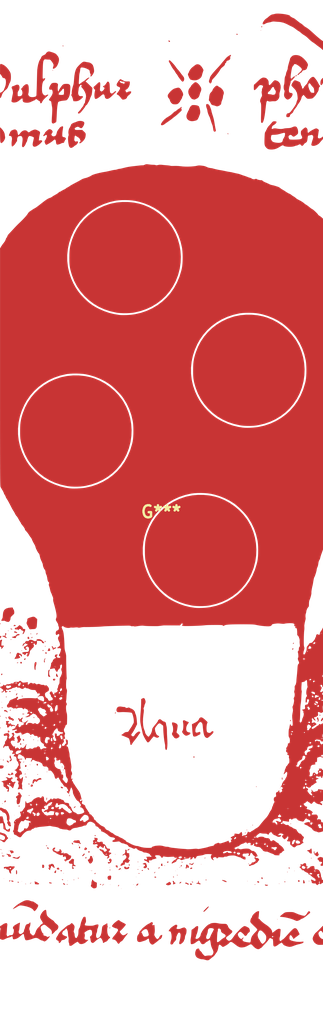
<source format=kicad_pcb>
(kicad_pcb (version 20211014) (generator pcbnew)
  (layers (0 "F.Cu" signal) (31 "B.Cu" signal) (34 "B.Paste" user) (35 "F.Paste" user) (36 "B.SilkS" user "B.Silkscreen") (37 "F.SilkS" user "F.Silkscreen") (38 "B.Mask" user) (39 "F.Mask" user) (44 "Edge.Cuts" user))
  (net 0 "")
  (footprint "touch panel:touch_toggle_mask_fullpanel" (layer "F.Cu") (at 83.05 95.3)
    (fp_text reference "G***" (at 0 0) (layer "F.SilkS") (effects (font (size 1.524 1.524) (thickness 0.3))))
    (fp_text value "LOGO" hide)
  )
  (footprint "touch panel:touch_toggle_gold_fullpanel" (layer "F.Cu") (at 83.15 91.5)
    (fp_text reference "G***" (at 0 0) (layer "F.Cu") (effects (font (size 1.524 1.524) (thickness 0.3))))
    (fp_text value "LOGO" hide)
    (fp_poly (pts (xy -1.753002 -39.876902) (xy -1.643572 -39.862505) (xy -1.443875 -39.839696) (xy -1.243087 -39.824005) (xy -1.081382 -39.818492) (xy -1.067582 -39.81864) (xy -0.928588 -39.812177) (xy -0.820014 -39.791347) (xy -0.783303 -39.773986) (xy -0.722731 -39.750062) (xy -0.622151 -39.757984) (xy -0.500196 -39.787514) (xy -0.301838 -39.825172) (xy -0.092707 -39.824253) (xy 0 -39.814271) (xy 0.175187 -39.794262) (xy 0.394304 -39.772685) (xy 0.616653 -39.753486) (xy 0.669262 -39.749424) (xy 0.842915 -39.733366) (xy 0.981963 -39.714778) (xy 1.066566 -39.696597) (xy 1.082489 -39.68823) (xy 1.130436 -39.676697) (xy 1.244189 -39.670813) (xy 1.404899 -39.671123) (xy 1.533159 -39.675226) (xy 1.814857 -39.677173) (xy 2.110578 -39.662309) (xy 2.349649 -39.636101) (xy 2.641127 -39.604507) (xy 2.972409 -39.588624) (xy 3.322894 -39.587668) (xy 3.671983 -39.600854) (xy 3.999079 -39.627399) (xy 4.283581 -39.666518) (xy 4.50489 -39.717428) (xy 4.507553 -39.718255) (xy 4.628171 -39.733894) (xy 4.812618 -39.730033) (xy 5.042472 -39.707833) (xy 5.299308 -39.668457) (xy 5.300501 -39.668242) (xy 5.427022 -39.63199) (xy 5.579567 -39.570384) (xy 5.65128 -39.535441) (xy 5.83951 -39.460959) (xy 6.049334 -39.413508) (xy 6.096522 -39.408084) (xy 6.246257 -39.390439) (xy 6.371619 -39.367865) (xy 6.424207 -39.352934) (xy 6.535479 -39.31754) (xy 6.706027 -39.273665) (xy 6.911474 -39.226791) (xy 7.127445 -39.182404) (xy 7.329565 -39.145987) (xy 7.378297 -39.138279) (xy 7.580262 -39.10349) (xy 7.802491 -39.059302) (xy 7.929549 -39.030996) (xy 8.131408 -38.987839) (xy 8.353542 -38.947196) (xy 8.480801 -38.927446) (xy 8.679747 -38.893717) (xy 8.893127 -38.848399) (xy 9.010851 -38.818646) (xy 9.192672 -38.772888) (xy 9.381849 -38.732368) (xy 9.479479 -38.715074) (xy 9.653968 -38.676614) (xy 9.840104 -38.618832) (xy 9.903519 -38.594365) (xy 10.074065 -38.528821) (xy 10.26551 -38.46332) (xy 10.346577 -38.438306) (xy 10.516099 -38.383359) (xy 10.684777 -38.320559) (xy 10.755422 -38.290757) (xy 10.903447 -38.233306) (xy 11.050867 -38.189877) (xy 11.081281 -38.183393) (xy 11.204768 -38.14176) (xy 11.300275 -38.079029) (xy 11.304468 -38.074599) (xy 11.396383 -38.021378) (xy 11.528369 -37.995102) (xy 11.663703 -37.998149) (xy 11.765664 -38.032898) (xy 11.778831 -38.043873) (xy 11.834011 -38.068152) (xy 11.904903 -38.024792) (xy 11.907397 -38.022549) (xy 11.990128 -37.976926) (xy 12.119707 -37.933994) (xy 12.266921 -37.900077) (xy 12.402556 -37.8815) (xy 12.4974 -37.884586) (xy 12.51432 -37.891156) (xy 12.570451 -37.882254) (xy 12.644626 -37.821905) (xy 12.651692 -37.813881) (xy 12.736327 -37.745877) (xy 12.872703 -37.667804) (xy 13.031995 -37.596075) (xy 13.039232 -37.593262) (xy 13.214345 -37.521235) (xy 13.383637 -37.444222) (xy 13.505676 -37.381488) (xy 13.656988 -37.314336) (xy 13.831234 -37.263524) (xy 13.885725 -37.253519) (xy 14.046821 -37.222456) (xy 14.200999 -37.180979) (xy 14.246159 -37.165321) (xy 14.392969 -37.1148) (xy 14.55095 -37.06828) (xy 14.565776 -37.064418) (xy 14.70745 -37.006168) (xy 14.848668 -36.915373) (xy 14.879657 -36.889141) (xy 14.988745 -36.800047) (xy 15.089305 -36.734755) (xy 15.11628 -36.722154) (xy 15.190396 -36.68368) (xy 15.313582 -36.609188) (xy 15.465428 -36.51129) (xy 15.555786 -36.450659) (xy 15.717754 -36.345511) (xy 15.866262 -36.258188) (xy 15.979538 -36.201081) (xy 16.018829 -36.187068) (xy 16.126648 -36.140051) (xy 16.242966 -36.059298) (xy 16.261936 -36.042596) (xy 16.386438 -35.945198) (xy 16.531319 -35.854506) (xy 16.558764 -35.840084) (xy 16.693433 -35.757667) (xy 16.813407 -35.660885) (xy 16.83439 -35.639578) (xy 16.922066 -35.568149) (xy 17.061907 -35.479649) (xy 17.227977 -35.390069) (xy 17.279632 -35.365094) (xy 17.464336 -35.268833) (xy 17.645457 -35.158502) (xy 17.788901 -35.055172) (xy 17.809683 -35.03754) (xy 17.932865 -34.93526) (xy 18.047909 -34.85021) (xy 18.106511 -34.813783) (xy 18.210028 -34.752762) (xy 18.335719 -34.664232) (xy 18.498726 -34.537073) (xy 18.636426 -34.424672) (xy 18.756617 -34.333199) (xy 18.864446 -34.264152) (xy 18.915088 -34.240315) (xy 18.980933 -34.20038) (xy 19.08472 -34.117027) (xy 19.210767 -34.005277) (xy 19.343393 -33.880152) (xy 19.466916 -33.756673) (xy 19.565656 -33.649861) (xy 19.623931 -33.574739) (xy 19.633055 -33.552551) (xy 19.666825 -33.507604) (xy 19.753692 -33.440237) (xy 19.832529 -33.390324) (xy 19.973852 -33.295708) (xy 20.104152 -33.189449) (xy 20.150559 -33.143623) (xy 20.269115 -33.013821) (xy 20.269973 8.459599) (xy 20.179114 8.735225) (xy 20.118636 8.913085) (xy 20.055263 9.090808) (xy 20.013595 9.201669) (xy 19.959725 9.363009) (xy 19.917386 9.530156) (xy 19.90969 9.571456) (xy 19.868525 9.716291) (xy 19.804183 9.84567) (xy 19.789798 9.865665) (xy 19.724213 9.991822) (xy 19.681114 10.180957) (xy 19.668941 10.280352) (xy 19.640143 10.462018) (xy 19.595361 10.635158) (xy 19.551086 10.74778) (xy 19.495914 10.877353) (xy 19.465177 10.995746) (xy 19.462935 11.023406) (xy 19.447664 11.143089) (xy 19.407875 11.315449) (xy 19.35142 11.514777) (xy 19.286149 11.715361) (xy 19.219911 11.891492) (xy 19.160558 12.017457) (xy 19.158174 12.021536) (xy 19.136619 12.063588) (xy 19.117076 12.119463) (xy 19.096538 12.203126) (xy 19.071999 12.328541) (xy 19.040451 12.509674) (xy 18.998886 12.760489) (xy 18.998375 12.763606) (xy 18.96856 12.927283) (xy 18.935513 13.08243) (xy 18.919916 13.145242) (xy 18.879564 13.31362) (xy 18.843322 13.499352) (xy 18.814542 13.680133) (xy 18.796575 13.833661) (xy 18.79277 13.937632) (xy 18.796991 13.963474) (xy 18.798626 14.038384) (xy 18.777643 14.171052) (xy 18.739682 14.339276) (xy 18.690385 14.520852) (xy 18.635391 14.693577) (xy 18.580341 14.835247) (xy 18.569719 14.858112) (xy 18.51906 15.00194) (xy 18.493448 15.183336) (xy 18.488147 15.36024) (xy 18.485432 15.532945) (xy 18.473559 15.64414) (xy 18.44693 15.717045) (xy 18.399949 15.774883) (xy 18.384734 15.789371) (xy 18.299521 15.902745) (xy 18.22153 16.062847) (xy 18.166498 16.232024) (xy 18.149532 16.352167) (xy 18.133102 16.452905) (xy 18.093993 16.575954) (xy 18.090194 16.585389) (xy 18.053441 16.737194) (xy 18.048262 16.944459) (xy 18.068313 17.173622) (xy 18.06986 17.222287) (xy 18.061463 17.290286) (xy 18.03979 17.394022) (xy 18.001506 17.549899) (xy 17.956413 17.724184) (xy 17.903169 18.068716) (xy 17.907808 18.254234) (xy 17.914106 18.432822) (xy 17.904841 18.612036) (xy 17.892162 18.700167) (xy 17.879491 18.801187) (xy 17.86708 18.970532) (xy 17.855754 19.191719) (xy 17.846339 19.448268) (xy 17.839661 19.723697) (xy 17.839033 19.760267) (xy 17.835257 20.079585) (xy 17.836001 20.325326) (xy 17.84176 20.508627) (xy 17.853029 20.640621) (xy 17.870305 20.732446) (xy 17.884125 20.773784) (xy 17.91313 20.859347) (xy 17.918925 20.940411) (xy 17.899414 21.044894) (xy 17.852501 21.200714) (xy 17.851945 21.202443) (xy 17.791572 21.429997) (xy 17.775369 21.596784) (xy 17.803186 21.698793) (xy 17.871663 21.732053) (xy 17.952139 21.695767) (xy 18.004138 21.626043) (xy 18.055011 21.517675) (xy 18.118174 21.384409) (xy 18.131406 21.356647) (xy 18.139599 21.329215) (xy 18.233723 21.329215) (xy 18.268068 21.366835) (xy 18.297329 21.371619) (xy 18.353759 21.348722) (xy 18.360935 21.329215) (xy 18.326589 21.291595) (xy 18.297329 21.286811) (xy 18.240899 21.309708) (xy 18.233723 21.329215) (xy 18.139599 21.329215) (xy 18.190166 21.159899) (xy 18.200663 20.992898) (xy 18.2007 20.991762) (xy 18.408489 20.991762) (xy 18.462058 21.017396) (xy 18.562354 21.007537) (xy 18.673743 20.984423) (xy 18.746252 20.963894) (xy 18.753172 20.960709) (xy 18.785883 20.901067) (xy 18.768275 20.813471) (xy 18.708835 20.731077) (xy 18.690731 20.716761) (xy 18.601443 20.662935) (xy 18.544709 20.667693) (xy 18.493192 20.739423) (xy 18.47005 20.784478) (xy 18.412569 20.917544) (xy 18.408489 20.991762) (xy 18.2007 20.991762) (xy 18.205335 20.849138) (xy 18.244206 20.744214) (xy 18.308243 20.660271) (xy 18.404773 20.538255) (xy 18.488311 20.413286) (xy 18.496775 20.398561) (xy 18.545501 20.334213) (xy 19.039399 20.334213) (xy 19.060905 20.418172) (xy 19.119465 20.430885) (xy 19.206142 20.372359) (xy 19.242351 20.334033) (xy 19.300307 20.25987) (xy 19.302733 20.219148) (xy 19.261694 20.189214) (xy 19.161524 20.172561) (xy 19.078569 20.222555) (xy 19.039807 20.3216) (xy 19.039399 20.334213) (xy 18.545501 20.334213) (xy 18.567164 20.305605) (xy 18.659581 20.271583) (xy 18.714203 20.269115) (xy 18.799365 20.259931) (xy 18.87416 20.222715) (xy 18.959365 20.14297) (xy 19.055407 20.031021) (xy 19.151561 19.907912) (xy 19.221468 19.806373) (xy 19.251191 19.7468) (xy 19.251419 19.744166) (xy 19.270204 19.678212) (xy 19.316974 19.574123) (xy 19.333814 19.541673) (xy 19.380224 19.441159) (xy 19.396893 19.375218) (xy 19.393985 19.365715) (xy 19.394195 19.316039) (xy 19.419091 19.25505) (xy 19.488105 19.1878) (xy 19.576526 19.167157) (xy 19.648005 19.200237) (xy 19.654257 19.209015) (xy 19.714066 19.244637) (xy 19.762769 19.251419) (xy 19.829132 19.22343) (xy 19.845075 19.151924) (xy 19.857545 19.083923) (xy 19.978647 19.083923) (xy 19.991985 19.120098) (xy 20.012571 19.117846) (xy 20.058071 19.082169) (xy 20.060275 19.070142) (xy 20.032612 19.037129) (xy 19.9902 19.061027) (xy 19.978647 19.083923) (xy 19.857545 19.083923) (xy 19.86481 19.04431) (xy 19.913165 18.918092) (xy 19.973864 18.809687) (xy 20.020014 18.760483) (xy 20.059886 18.70983) (xy 20.117993 18.606882) (xy 20.162269 18.515817) (xy 20.262166 18.297329) (xy 20.265641 21.303338) (xy 20.266207 21.882273) (xy 20.266382 22.382283) (xy 20.266031 22.80925) (xy 20.265018 23.169058) (xy 20.26321 23.467589) (xy 20.26047 23.710725) (xy 20.256665 23.904349) (xy 20.251659 24.054345) (xy 20.245317 24.166594) (xy 20.237505 24.246978) (xy 20.228087 24.301382) (xy 20.216929 24.335687) (xy 20.203896 24.355776) (xy 20.195471 24.363198) (xy 20.146182 24.408324) (xy 20.156645 24.452597) (xy 20.195471 24.498424) (xy 20.224823 24.54195) (xy 20.245346 24.606278) (xy 20.258527 24.705608) (xy 20.265853 24.854138) (xy 20.26881 25.066069) (xy 20.269115 25.20192) (xy 20.267282 25.457745) (xy 20.261242 25.638301) (xy 20.250181 25.753056) (xy 20.233286 25.811481) (xy 20.2157 25.82404) (xy 20.176973 25.7859) (xy 20.162695 25.686227) (xy 20.152506 25.588854) (xy 20.10649 25.546555) (xy 20.046494 25.534996) (xy 19.961892 25.536679) (xy 19.932289 25.583855) (xy 19.929883 25.630046) (xy 19.963151 25.738599) (xy 20.014691 25.791477) (xy 20.076727 25.844745) (xy 20.093189 25.911703) (xy 20.062835 26.01123) (xy 19.991142 26.150218) (xy 19.933485 26.270949) (xy 19.904392 26.367725) (xy 19.905003 26.402201) (xy 19.962036 26.453355) (xy 20.053813 26.447439) (xy 20.149425 26.389686) (xy 20.224212 26.342758) (xy 20.258581 26.362098) (xy 20.245746 26.436122) (xy 20.213881 26.49975) (xy 20.15156 26.641241) (xy 20.155006 26.739786) (xy 20.205509 26.783997) (xy 20.230044 26.806274) (xy 20.247553 26.859185) (xy 20.259117 26.954554) (xy 20.265816 27.104206) (xy 20.268732 27.319967) (xy 20.269115 27.47983) (xy 20.266981 27.709739) (xy 20.261088 27.908566) (xy 20.2522 28.061416) (xy 20.24108 28.153396) (xy 20.233568 28.173224) (xy 20.217229 28.224608) (xy 20.210905 28.336099) (xy 20.213975 28.483663) (xy 20.225821 28.643267) (xy 20.245823 28.79088) (xy 20.250082 28.813522) (xy 20.255895 28.909605) (xy 20.211623 28.973694) (xy 20.151867 29.013279) (xy 20.06727 29.056662) (xy 20.000546 29.060461) (xy 19.912217 29.023271) (xy 19.874685 29.003419) (xy 19.735678 28.947894) (xy 19.643846 28.951671) (xy 19.606163 29.012584) (xy 19.614685 29.084294) (xy 19.637554 29.222681) (xy 19.631647 29.34175) (xy 19.599339 29.41442) (xy 19.584985 29.42308) (xy 19.52036 29.463477) (xy 19.460441 29.516186) (xy 19.356378 29.573749) (xy 19.265984 29.585093) (xy 19.167343 29.60255) (xy 19.133231 29.666928) (xy 19.165031 29.768537) (xy 19.227268 29.856649) (xy 19.2908 29.947608) (xy 19.315027 30.014938) (xy 19.312335 30.026389) (xy 19.268565 30.030109) (xy 19.193876 29.988107) (xy 19.112186 29.91935) (xy 19.047413 29.84281) (xy 19.02614 29.799415) (xy 18.986113 29.73414) (xy 18.915133 29.741201) (xy 18.873617 29.764345) (xy 18.837272 29.805582) (xy 18.845705 29.874533) (xy 18.866567 29.929465) (xy 18.897205 30.051629) (xy 18.873334 30.142613) (xy 18.836478 30.229757) (xy 18.827379 30.273673) (xy 18.861393 30.310519) (xy 18.942701 30.315486) (xy 19.040196 30.289039) (xy 19.076478 30.269945) (xy 19.138087 30.248348) (xy 19.208286 30.271435) (xy 19.306411 30.34199) (xy 19.392369 30.420361) (xy 19.436437 30.480304) (xy 19.437418 30.496277) (xy 19.393469 30.532234) (xy 19.295093 30.598069) (xy 19.161292 30.681222) (xy 19.122102 30.70469) (xy 18.949276 30.817071) (xy 18.852567 30.904344) (xy 18.827379 30.961088) (xy 18.860633 31.042701) (xy 18.939535 31.07578) (xy 19.032797 31.047469) (xy 19.034561 31.046211) (xy 19.126038 30.9892) (xy 19.166611 30.968786) (xy 19.234495 30.925223) (xy 19.334914 30.846279) (xy 19.389354 30.799439) (xy 19.4941 30.717165) (xy 19.582308 30.666205) (xy 19.612884 30.658096) (xy 19.676357 30.623278) (xy 19.725578 30.552086) (xy 19.790258 30.462633) (xy 19.866178 30.456853) (xy 19.924257 30.499081) (xy 19.978194 30.528019) (xy 20.028147 30.485238) (xy 20.109144 30.420463) (xy 20.173706 30.393799) (xy 20.269115 30.369208) (xy 20.269115 31.0412) (xy 20.266495 31.298757) (xy 20.259063 31.506672) (xy 20.24746 31.654389) (xy 20.232326 31.731353) (xy 20.226711 31.739399) (xy 20.200947 31.794323) (xy 20.185903 31.901838) (xy 20.184307 31.953921) (xy 20.192834 32.06685) (xy 20.21438 32.134067) (xy 20.226711 32.142237) (xy 20.249298 32.180861) (xy 20.264611 32.28176) (xy 20.269115 32.396661) (xy 20.267193 32.537511) (xy 20.255324 32.613481) (xy 20.224353 32.644493) (xy 20.165126 32.650471) (xy 20.152504 32.650435) (xy 20.019962 32.631093) (xy 19.952175 32.579133) (xy 19.951994 32.515592) (xy 19.950758 32.479859) (xy 19.90471 32.454542) (xy 19.799356 32.434721) (xy 19.671564 32.42039) (xy 19.507864 32.407096) (xy 19.404483 32.40914) (xy 19.337799 32.429777) (xy 19.284189 32.472263) (xy 19.282436 32.474009) (xy 19.229106 32.559662) (xy 19.243591 32.62556) (xy 19.318858 32.651085) (xy 19.387355 32.616821) (xy 19.4057 32.587479) (xy 19.461098 32.529947) (xy 19.539657 32.542474) (xy 19.589157 32.585679) (xy 19.676228 32.628634) (xy 19.753364 32.625012) (xy 19.832424 32.618659) (xy 19.863982 32.658267) (xy 19.870821 32.733391) (xy 19.8982 32.849968) (xy 19.95944 32.956431) (xy 20.034848 33.023319) (xy 20.070929 33.032721) (xy 20.13305 33.006739) (xy 20.191569 32.962543) (xy 20.220166 32.940252) (xy 20.240705 32.940417) (xy 20.254516 32.97381) (xy 20.262931 33.051205) (xy 20.267281 33.183372) (xy 20.268896 33.381085) (xy 20.269115 33.590122) (xy 20.267704 33.869552) (xy 20.261618 34.075338) (xy 20.248081 34.218624) (xy 20.224314 34.310553) (xy 20.18754 34.362268) (xy 20.13498 34.384912) (xy 20.069816 34.389649) (xy 19.994234 34.402194) (xy 19.972287 34.423572) (xy 20.009094 34.494583) (xy 20.097284 34.546476) (xy 20.171586 34.559265) (xy 20.250768 34.583262) (xy 20.269115 34.623679) (xy 20.24811 34.666587) (xy 20.172861 34.664779) (xy 20.152504 34.660236) (xy 20.046735 34.625024) (xy 19.982926 34.590662) (xy 19.892357 34.572583) (xy 19.81331 34.59413) (xy 19.696635 34.632727) (xy 19.611853 34.652876) (xy 19.563527 34.674141) (xy 19.531847 34.729256) (xy 19.513188 34.832961) (xy 19.503922 34.999992) (xy 19.501848 35.099916) (xy 19.490648 35.195875) (xy 19.448021 35.233092) (xy 19.395487 35.237729) (xy 19.297284 35.269684) (xy 19.256552 35.349429) (xy 19.284507 35.45059) (xy 19.304843 35.504698) (xy 19.26574 35.535161) (xy 19.201091 35.550983) (xy 19.075151 35.570127) (xy 18.978426 35.576961) (xy 18.874649 35.609993) (xy 18.775034 35.691505) (xy 18.703207 35.795127) (xy 18.682793 35.894487) (xy 18.684862 35.904651) (xy 18.673467 36.019977) (xy 18.619838 36.110948) (xy 18.558712 36.224707) (xy 18.531001 36.350118) (xy 18.54202 36.453465) (xy 18.561052 36.483812) (xy 18.587002 36.552844) (xy 18.597051 36.666336) (xy 18.591026 36.785413) (xy 18.568754 36.871196) (xy 18.562814 36.880344) (xy 18.539939 36.961914) (xy 18.547456 37.001591) (xy 18.584179 37.045086) (xy 18.661895 37.051372) (xy 18.73232 37.040643) (xy 18.865403 37.001188) (xy 18.9329 36.933903) (xy 18.952405 36.825676) (xy 19.130758 36.825676) (xy 19.139956 36.881637) (xy 19.173162 36.882254) (xy 19.229456 36.828734) (xy 19.244867 36.787679) (xy 19.23567 36.731718) (xy 19.202463 36.731101) (xy 19.14617 36.784621) (xy 19.130758 36.825676) (xy 18.952405 36.825676) (xy 18.953697 36.818506) (xy 18.953941 36.802649) (xy 18.981981 36.699746) (xy 19.048284 36.606816) (xy 19.127851 36.555842) (xy 19.148748 36.553431) (xy 19.200418 36.58204) (xy 19.282553 36.65221) (xy 19.312957 36.682109) (xy 19.427585 36.774066) (xy 19.518959 36.786727) (xy 19.595304 36.719545) (xy 19.627869 36.661201) (xy 19.663671 36.552932) (xy 19.644465 36.470429) (xy 19.638793 36.460876) (xy 19.638415 36.460143) (xy 19.733534 36.460143) (xy 19.735089 36.503417) (xy 19.804936 36.547834) (xy 19.899648 36.538216) (xy 19.974969 36.485416) (xy 20.008463 36.42528) (xy 19.97381 36.382789) (xy 19.96956 36.380055) (xy 19.89964 36.345509) (xy 19.840379 36.358782) (xy 19.783095 36.397407) (xy 19.733534 36.460143) (xy 19.638415 36.460143) (xy 19.597173 36.380237) (xy 19.615497 36.335194) (xy 19.696661 36.297829) (xy 19.784438 36.244367) (xy 19.796629 36.185784) (xy 19.760267 36.149415) (xy 19.718793 36.104902) (xy 19.76054 36.074444) (xy 19.885048 36.058326) (xy 19.908682 36.057244) (xy 20.035908 36.060872) (xy 20.093154 36.08688) (xy 20.099499 36.108757) (xy 20.133081 36.173573) (xy 20.184307 36.213021) (xy 20.226223 36.245139) (xy 20.251658 36.298959) (xy 20.264564 36.393329) (xy 20.268894 36.547094) (xy 20.269115 36.617351) (xy 20.264407 36.792358) (xy 20.251466 36.916224) (xy 20.232063 36.973948) (xy 20.226711 36.976293) (xy 20.196938 37.013141) (xy 20.18431 37.101923) (xy 20.184307 37.103505) (xy 20.158934 37.201599) (xy 20.100692 37.236401) (xy 20.036396 37.204873) (xy 19.997278 37.124707) (xy 19.959147 37.040206) (xy 19.893437 37.024495) (xy 19.797173 37.064044) (xy 19.705467 37.086629) (xy 19.65411 37.06098) (xy 19.570038 37.028086) (xy 19.46656 37.029512) (xy 19.379832 37.060258) (xy 19.346633 37.103505) (xy 19.373874 37.165093) (xy 19.46014 37.223025) (xy 19.580199 37.264011) (xy 19.673312 37.275564) (xy 19.719712 37.283195) (xy 19.70321 37.306715) (xy 19.617105 37.352192) (xy 19.558848 37.379174) (xy 19.416755 37.454218) (xy 19.34979 37.522935) (xy 19.350651 37.59895) (xy 19.398484 37.678456) (xy 19.453207 37.765284) (xy 19.444942 37.814493) (xy 19.379585 37.845273) (xy 19.299706 37.887092) (xy 19.188207 37.964533) (xy 19.121149 38.017746) (xy 19.012333 38.100058) (xy 18.922641 38.152949) (xy 18.88795 38.163606) (xy 18.82643 38.196401) (xy 18.758001 38.275769) (xy 18.755129 38.280217) (xy 18.69039 38.371205) (xy 18.638006 38.427643) (xy 18.63754 38.427981) (xy 18.531253 38.459574) (xy 18.404728 38.441197) (xy 18.300905 38.379457) (xy 18.297329 38.375626) (xy 18.206653 38.303101) (xy 18.139609 38.302679) (xy 18.107682 38.373021) (xy 18.106511 38.397888) (xy 18.125782 38.480841) (xy 18.199378 38.522541) (xy 18.231012 38.529858) (xy 18.344182 38.578278) (xy 18.383309 38.656354) (xy 18.343408 38.752429) (xy 18.331937 38.765876) (xy 18.283984 38.839361) (xy 18.300784 38.904359) (xy 18.310689 38.918759) (xy 18.369639 39.003981) (xy 18.441519 39.112984) (xy 18.445803 39.119645) (xy 18.541861 39.238637) (xy 18.660181 39.344091) (xy 18.775293 39.415933) (xy 18.846864 39.435726) (xy 18.901878 39.40673) (xy 18.904706 39.334075) (xy 18.85744 39.239264) (xy 18.823766 39.198658) (xy 18.765864 39.127944) (xy 18.76318 39.071518) (xy 18.805147 38.998776) (xy 19.900529 38.998776) (xy 19.951877 39.011376) (xy 19.972287 39.011686) (xy 20.039686 39.003135) (xy 20.032912 38.97116) (xy 20.023172 38.960801) (xy 19.965469 38.93175) (xy 19.921402 38.960801) (xy 19.900529 38.998776) (xy 18.805147 38.998776) (xy 18.808867 38.992329) (xy 18.854671 38.899925) (xy 18.841483 38.840074) (xy 18.833682 38.831412) (xy 18.788569 38.762209) (xy 18.804072 38.71954) (xy 18.828428 38.714858) (xy 18.873949 38.749969) (xy 18.912385 38.821389) (xy 18.984029 38.92763) (xy 19.085685 38.987693) (xy 19.190405 38.989613) (xy 19.235631 38.964915) (xy 19.329183 38.921785) (xy 19.438306 38.905676) (xy 19.533079 38.89268) (xy 19.585078 38.836909) (xy 19.610716 38.765392) (xy 19.647846 38.672056) (xy 19.694756 38.645276) (xy 19.737928 38.654483) (xy 19.836121 38.675663) (xy 19.968826 38.690459) (xy 19.996345 38.692069) (xy 20.118326 38.704535) (xy 20.20636 38.725261) (xy 20.218966 38.731273) (xy 20.240221 38.777652) (xy 20.255359 38.890274) (xy 20.264777 39.07469) (xy 20.268867 39.336451) (xy 20.269115 39.437421) (xy 20.269115 40.112574) (xy 20.152504 40.140279) (xy 20.036346 40.184797) (xy 19.961343 40.232778) (xy 19.911212 40.287398) (xy 19.92416 40.336366) (xy 19.957314 40.375497) (xy 20.033364 40.436057) (xy 20.084869 40.453422) (xy 20.128708 40.49002) (xy 20.141903 40.559432) (xy 20.119652 40.644219) (xy 20.054431 40.656789) (xy 19.953581 40.600487) (xy 19.846184 40.551534) (xy 19.760127 40.53823) (xy 19.626206 40.513594) (xy 19.475168 40.451208) (xy 19.341308 40.368351) (xy 19.26166 40.287041) (xy 19.181361 40.210367) (xy 19.089259 40.213736) (xy 18.995165 40.295184) (xy 18.960209 40.347412) (xy 18.88922 40.433745) (xy 18.8079 40.488407) (xy 18.738072 40.502589) (xy 18.701561 40.467482) (xy 18.700167 40.452372) (xy 18.66572 40.404216) (xy 18.604758 40.367941) (xy 18.503904 40.31204) (xy 18.394039 40.23454) (xy 18.392715 40.233482) (xy 18.276081 40.140001) (xy 18.138291 40.271472) (xy 18.034835 40.356083) (xy 17.940842 40.410429) (xy 17.916179 40.418068) (xy 17.840944 40.459923) (xy 17.818909 40.500436) (xy 17.839642 40.578563) (xy 17.909109 40.675281) (xy 18.003242 40.765679) (xy 18.097974 40.824849) (xy 18.142223 40.835058) (xy 18.231594 40.858993) (xy 18.265819 40.915769) (xy 18.238509 40.974446) (xy 18.188528 41.063876) (xy 18.210047 41.139007) (xy 18.294734 41.175617) (xy 18.30793 41.176259) (xy 18.426335 41.199569) (xy 18.570405 41.257332) (xy 18.717186 41.336253) (xy 18.84372 41.423039) (xy 18.927054 41.504397) (xy 18.946964 41.546324) (xy 18.931417 41.635161) (xy 18.893959 41.666663) (xy 18.839037 41.725205) (xy 18.827379 41.778059) (xy 18.833468 41.821552) (xy 18.863558 41.845301) (xy 18.93538 41.853001) (xy 19.066664 41.848349) (xy 19.142291 41.843697) (xy 19.304585 41.834952) (xy 19.405491 41.838303) (xy 19.468192 41.859492) (xy 19.515869 41.904256) (xy 19.546054 41.943665) (xy 19.608321 42.092077) (xy 19.590893 42.247976) (xy 19.518587 42.367994) (xy 19.48915 42.437958) (xy 19.520132 42.477282) (xy 19.587607 42.464157) (xy 19.608068 42.449551) (xy 19.700152 42.423452) (xy 19.828832 42.437011) (xy 19.936614 42.466972) (xy 19.988396 42.51695) (xy 20.011816 42.61697) (xy 20.014691 42.63894) (xy 20.036846 42.749893) (xy 20.078813 42.801974) (xy 20.152504 42.820262) (xy 20.269115 42.83368) (xy 20.269115 43.379612) (xy 20.265536 43.627916) (xy 20.255187 43.811337) (xy 20.238647 43.922585) (xy 20.223441 43.953774) (xy 20.159961 43.977927) (xy 20.041691 44.011891) (xy 19.92351 44.041316) (xy 19.776232 44.072183) (xy 19.683408 44.078938) (xy 19.618082 44.061228) (xy 19.578113 44.036792) (xy 19.472953 43.986916) (xy 19.397067 43.972955) (xy 19.276135 43.948137) (xy 19.139427 43.885152) (xy 19.014822 43.801202) (xy 18.930199 43.713487) (xy 18.911541 43.673375) (xy 18.855693 43.583545) (xy 18.725447 43.486405) (xy 18.648573 43.442904) (xy 18.508433 43.363339) (xy 18.389177 43.28719) (xy 18.329112 43.241485) (xy 18.248759 43.191459) (xy 19.614247 43.191459) (xy 19.655148 43.252826) (xy 19.706502 43.335547) (xy 19.717863 43.398625) (xy 19.72962 43.487712) (xy 19.778294 43.532954) (xy 19.883993 43.548145) (xy 19.93695 43.548914) (xy 20.046623 43.540205) (xy 20.093241 43.507611) (xy 20.099499 43.472211) (xy 20.074708 43.37828) (xy 20.037241 43.313196) (xy 19.986438 43.207513) (xy 19.973635 43.135475) (xy 19.958976 43.070174) (xy 19.901312 43.043782) (xy 19.825365 43.040066) (xy 19.706375 43.06265) (xy 19.631392 43.118877) (xy 19.614247 43.191459) (xy 18.248759 43.191459) (xy 18.235911 43.18346) (xy 18.166778 43.166336) (xy 18.076482 43.140124) (xy 17.979299 43.080948) (xy 17.873289 42.996504) (xy 17.930709 42.948191) (xy 18.657763 42.948191) (xy 18.679876 43.067523) (xy 18.736033 43.126705) (xy 18.81096 43.116368) (xy 18.859401 43.071869) (xy 18.905941 42.989214) (xy 18.931056 42.923455) (xy 18.941691 42.860085) (xy 18.907114 42.833444) (xy 18.809034 42.828046) (xy 18.707926 42.835028) (xy 18.665957 42.869402) (xy 18.657763 42.948191) (xy 17.930709 42.948191) (xy 17.973395 42.912275) (xy 18.086585 42.850089) (xy 18.193514 42.828046) (xy 18.289705 42.814445) (xy 18.339803 42.785528) (xy 18.396121 42.766076) (xy 18.445528 42.785528) (xy 18.564399 42.83015) (xy 18.632267 42.807809) (xy 18.651641 42.717334) (xy 18.649848 42.690233) (xy 18.628335 42.594701) (xy 18.570563 42.537955) (xy 18.474669 42.499567) (xy 18.353173 42.44938) (xy 18.260454 42.393151) (xy 18.249019 42.382956) (xy 18.170088 42.328729) (xy 18.093928 42.338268) (xy 18.008665 42.417089) (xy 17.926619 42.532652) (xy 17.837476 42.657587) (xy 17.769206 42.718072) (xy 17.707264 42.726715) (xy 17.703672 42.725918) (xy 17.452874 42.663727) (xy 17.27436 42.61295) (xy 17.156994 42.569716) (xy 17.089641 42.530159) (xy 17.067612 42.504938) (xy 16.971428 42.371995) (xy 16.869975 42.309187) (xy 16.740676 42.303625) (xy 16.720073 42.306524) (xy 16.526548 42.347196) (xy 16.411406 42.397942) (xy 16.368531 42.461622) (xy 16.367946 42.47126) (xy 16.356817 42.506171) (xy 16.316119 42.475077) (xy 16.287577 42.441361) (xy 16.217379 42.374108) (xy 16.142309 42.368439) (xy 16.086158 42.385815) (xy 16.006549 42.425438) (xy 15.975498 42.486502) (xy 15.974987 42.591086) (xy 15.977639 42.695412) (xy 15.954994 42.73614) (xy 15.887397 42.734292) (xy 15.847774 42.727159) (xy 15.704394 42.702742) (xy 15.583472 42.684825) (xy 15.449637 42.664116) (xy 15.305184 42.637792) (xy 15.303934 42.637542) (xy 15.204157 42.621389) (xy 15.165532 42.638697) (xy 15.166193 42.705595) (xy 15.17052 42.735956) (xy 15.176166 42.823917) (xy 15.148426 42.849978) (xy 15.107864 42.843481) (xy 15.025798 42.852461) (xy 14.95971 42.904025) (xy 14.937602 42.971776) (xy 14.946264 42.995805) (xy 15.012694 43.037688) (xy 15.097313 43.013998) (xy 15.137188 42.977716) (xy 15.180013 42.943185) (xy 15.238674 42.947289) (xy 15.340358 42.992641) (xy 15.351523 42.998312) (xy 15.45895 43.060008) (xy 15.531381 43.114203) (xy 15.542543 43.12726) (xy 15.604003 43.153263) (xy 15.722779 43.147581) (xy 15.729648 43.146455) (xy 15.841504 43.13652) (xy 15.909177 43.164685) (xy 15.958198 43.226289) (xy 16.064127 43.320447) (xy 16.173216 43.36016) (xy 16.303709 43.408869) (xy 16.411646 43.486688) (xy 16.509104 43.556833) (xy 16.647464 43.619214) (xy 16.712065 43.639073) (xy 16.842905 43.684056) (xy 16.91229 43.733043) (xy 16.919198 43.752229) (xy 16.948802 43.830841) (xy 17.032564 43.956526) (xy 17.162911 44.118206) (xy 17.193276 44.153172) (xy 17.285832 44.211827) (xy 17.363908 44.227379) (xy 17.451539 44.2529) (xy 17.536869 44.339039) (xy 17.579567 44.401916) (xy 17.66092 44.509688) (xy 17.740813 44.582804) (xy 17.770917 44.59768) (xy 17.837029 44.642846) (xy 17.843252 44.732647) (xy 17.789508 44.873873) (xy 17.767279 44.916918) (xy 17.697034 45.083296) (xy 17.691607 45.204903) (xy 17.746077 45.287479) (xy 17.803958 45.358088) (xy 17.788164 45.403891) (xy 17.732808 45.414691) (xy 17.655506 45.443714) (xy 17.560436 45.515647) (xy 17.538295 45.537478) (xy 17.438015 45.619386) (xy 17.313255 45.667339) (xy 17.180529 45.690069) (xy 17.025055 45.717994) (xy 16.921602 45.763937) (xy 16.837441 45.842789) (xy 16.832819 45.84826) (xy 16.751135 45.931485) (xy 16.676396 45.957877) (xy 16.587559 45.946408) (xy 16.469445 45.894225) (xy 16.382835 45.813844) (xy 16.315877 45.73931) (xy 16.258551 45.711519) (xy 16.186995 45.672996) (xy 16.139494 45.569725) (xy 16.132958 45.508026) (xy 16.337613 45.508026) (xy 16.348423 45.544619) (xy 16.413932 45.583878) (xy 16.502993 45.564415) (xy 16.586362 45.493877) (xy 16.596291 45.479789) (xy 16.646213 45.387371) (xy 16.664774 45.324113) (xy 16.686793 45.266137) (xy 16.797405 45.266137) (xy 16.826427 45.375773) (xy 16.862164 45.421953) (xy 16.95291 45.473452) (xy 17.084388 45.498305) (xy 17.219557 45.494423) (xy 17.321376 45.459716) (xy 17.334758 45.448614) (xy 17.383451 45.352681) (xy 17.352343 45.251999) (xy 17.247829 45.159802) (xy 17.086222 45.089422) (xy 16.949822 45.085585) (xy 16.851809 45.148627) (xy 16.851015 45.149666) (xy 16.797405 45.266137) (xy 16.686793 45.266137) (xy 16.691054 45.254917) (xy 16.733523 45.196988) (xy 16.785816 45.104947) (xy 16.771523 45.036825) (xy 16.707636 45.00214) (xy 16.611147 45.010409) (xy 16.503151 45.067951) (xy 16.439177 45.148707) (xy 16.383346 45.270281) (xy 16.346032 45.400709) (xy 16.337613 45.508026) (xy 16.132958 45.508026) (xy 16.12365 45.420158) (xy 16.1249 45.387127) (xy 16.134724 45.223873) (xy 15.933305 45.210948) (xy 15.815839 45.196032) (xy 15.743255 45.172604) (xy 15.731886 45.158968) (xy 15.752309 45.100101) (xy 15.802794 45.004132) (xy 15.816536 44.981075) (xy 15.873639 44.857477) (xy 15.900952 44.739522) (xy 15.901344 44.728128) (xy 15.884615 44.637584) (xy 15.846016 44.580745) (xy 15.80335 44.575232) (xy 15.781269 44.60928) (xy 15.741667 44.66785) (xy 15.663519 44.753146) (xy 15.56999 44.843011) (xy 15.484247 44.915288) (xy 15.429454 44.947822) (xy 15.427074 44.948044) (xy 15.364164 44.916692) (xy 15.278841 44.838831) (xy 15.193954 44.739675) (xy 15.13235 44.644436) (xy 15.117477 44.606401) (xy 15.112594 44.51974) (xy 15.166497 44.464829) (xy 15.202575 44.446778) (xy 15.284884 44.388717) (xy 15.282914 44.329039) (xy 15.197138 44.269181) (xy 15.13567 44.244127) (xy 14.966807 44.197284) (xy 14.839976 44.201334) (xy 14.728369 44.257636) (xy 14.718172 44.2653) (xy 14.646161 44.346748) (xy 14.636015 44.415599) (xy 14.680781 44.451383) (xy 14.773505 44.433633) (xy 14.775111 44.432907) (xy 14.871561 44.406283) (xy 14.945848 44.438148) (xy 14.949455 44.441094) (xy 14.990302 44.486902) (xy 14.971338 44.529816) (xy 14.918908 44.573598) (xy 14.770198 44.639234) (xy 14.603995 44.63905) (xy 14.45577 44.573133) (xy 14.454884 44.572444) (xy 14.34219 44.501967) (xy 14.247746 44.461599) (xy 14.101789 44.402225) (xy 13.975126 44.323853) (xy 13.889799 44.242399) (xy 13.86611 44.186053) (xy 13.83363 44.107855) (xy 13.799036 44.083501) (xy 13.671293 44.058829) (xy 13.569537 44.102679) (xy 13.475626 44.222877) (xy 13.475534 44.223031) (xy 13.37698 44.3883) (xy 13.27582 44.306386) (xy 13.199825 44.260654) (xy 13.09893 44.236705) (xy 12.948194 44.229846) (xy 12.873724 44.230722) (xy 12.705019 44.226641) (xy 12.555665 44.209891) (xy 12.46081 44.185077) (xy 12.377568 44.157839) (xy 12.302516 44.173147) (xy 12.206386 44.232429) (xy 12.009596 44.380897) (xy 11.887376 44.502409) (xy 11.836127 44.602903) (xy 11.852251 44.688319) (xy 11.898843 44.739978) (xy 11.953929 44.769316) (xy 12.022037 44.758148) (xy 12.129614 44.70291) (xy 12.285832 44.637088) (xy 12.467592 44.614555) (xy 12.528891 44.614759) (xy 12.662772 44.623961) (xy 12.758604 44.641934) (xy 12.788666 44.657661) (xy 12.859254 44.713511) (xy 12.979257 44.763249) (xy 13.113425 44.795828) (xy 13.226508 44.800203) (xy 13.237303 44.79824) (xy 13.346288 44.802688) (xy 13.458409 44.847419) (xy 13.542284 44.915623) (xy 13.567949 44.975352) (xy 13.593668 45.041543) (xy 13.644962 45.11712) (xy 13.720642 45.210582) (xy 13.867722 45.123803) (xy 14.014801 45.037024) (xy 14.204677 45.164546) (xy 14.326161 45.249025) (xy 14.426432 45.323745) (xy 14.462302 45.353379) (xy 14.548222 45.404099) (xy 14.597969 45.414691) (xy 14.656951 45.451134) (xy 14.679438 45.5101) (xy 14.728068 45.599945) (xy 14.8202 45.66927) (xy 14.94457 45.748642) (xy 15.074228 45.85807) (xy 15.190464 45.978174) (xy 15.274567 46.089578) (xy 15.307828 46.172901) (xy 15.307846 46.174332) (xy 15.335426 46.258541) (xy 15.374654 46.291069) (xy 15.398539 46.317756) (xy 15.355365 46.361112) (xy 15.279245 46.40716) (xy 15.1678 46.485278) (xy 15.088087 46.569583) (xy 15.07517 46.592213) (xy 15.005146 46.669443) (xy 14.942549 46.686811) (xy 14.836283 46.719321) (xy 14.774863 46.799741) (xy 14.774409 46.888159) (xy 14.779908 46.92756) (xy 14.754679 46.950282) (xy 14.682796 46.960129) (xy 14.548334 46.960904) (xy 14.475396 46.959567) (xy 14.294587 46.950938) (xy 14.182791 46.932219) (xy 14.1245 46.900273) (xy 14.114519 46.886576) (xy 14.051876 46.831624) (xy 13.944285 46.780122) (xy 13.918788 46.771597) (xy 13.745596 46.71244) (xy 13.556479 46.634512) (xy 13.35027 46.539373) (xy 13.240949 46.499313) (xy 13.159872 46.490647) (xy 13.146467 46.495236) (xy 13.079871 46.501831) (xy 12.966049 46.484512) (xy 12.902213 46.468166) (xy 12.764322 46.414473) (xy 12.686838 46.344178) (xy 12.662079 46.294574) (xy 12.613396 46.210994) (xy 12.562125 46.177963) (xy 12.505083 46.142911) (xy 12.473269 46.088269) (xy 12.424017 46.031878) (xy 13.745202 46.031878) (xy 13.766813 46.076365) (xy 13.868865 46.108547) (xy 13.991415 46.160085) (xy 14.091486 46.240294) (xy 14.1621 46.312794) (xy 14.208904 46.346524) (xy 14.21091 46.346813) (xy 14.250653 46.31665) (xy 14.318845 46.239923) (xy 14.348723 46.201994) (xy 14.417832 46.09794) (xy 14.456675 46.013363) (xy 14.459766 45.99492) (xy 14.424065 45.936055) (xy 14.338825 45.905774) (xy 14.236844 45.912331) (xy 14.195999 45.928539) (xy 14.096843 45.951135) (xy 13.989098 45.943813) (xy 13.866285 45.939854) (xy 13.800767 45.967384) (xy 13.745202 46.031878) (xy 12.424017 46.031878) (xy 12.410014 46.015845) (xy 12.295853 45.951448) (xy 12.164488 45.908932) (xy 12.049622 45.902148) (xy 12.030982 45.906487) (xy 11.950942 45.901279) (xy 11.830843 45.863676) (xy 11.712671 45.811765) (xy 13.162741 45.811765) (xy 13.189187 45.86179) (xy 13.260005 45.918824) (xy 13.312751 45.893891) (xy 13.331661 45.856106) (xy 13.337682 45.763686) (xy 13.28037 45.714785) (xy 13.251252 45.711519) (xy 13.176996 45.741606) (xy 13.162741 45.811765) (xy 11.712671 45.811765) (xy 11.702004 45.807079) (xy 11.595746 45.744889) (xy 11.547819 45.699751) (xy 11.550663 45.647471) (xy 11.568786 45.636281) (xy 11.616348 45.590806) (xy 11.604952 45.532871) (xy 11.544165 45.499982) (xy 11.53389 45.499499) (xy 11.463019 45.529483) (xy 11.449082 45.584307) (xy 11.426923 45.653409) (xy 11.396077 45.669694) (xy 11.314978 45.680609) (xy 11.243663 45.696887) (xy 11.180296 45.707152) (xy 11.155245 45.678169) (xy 11.156202 45.589852) (xy 11.158855 45.558495) (xy 11.163271 45.461358) (xy 11.756902 45.461358) (xy 11.788314 45.520701) (xy 11.857766 45.574447) (xy 11.894324 45.584307) (xy 11.943828 45.56319) (xy 12.854507 45.56319) (xy 12.864527 45.607539) (xy 12.913492 45.664862) (xy 12.984861 45.640441) (xy 13.009549 45.61823) (xy 13.057154 45.537837) (xy 13.039285 45.476443) (xy 12.978128 45.457095) (xy 12.88506 45.486622) (xy 12.854507 45.56319) (xy 11.943828 45.56319) (xy 11.96394 45.554611) (xy 12.000334 45.520701) (xy 12.01996 45.478297) (xy 12.551586 45.478297) (xy 12.572788 45.499499) (xy 12.59399 45.478297) (xy 12.572788 45.457095) (xy 12.551586 45.478297) (xy 12.01996 45.478297) (xy 12.031746 45.452831) (xy 12.000334 45.393489) (xy 11.930881 45.339743) (xy 11.894324 45.329883) (xy 11.824707 45.359578) (xy 11.788314 45.393489) (xy 11.756902 45.461358) (xy 11.163271 45.461358) (xy 11.163714 45.451623) (xy 11.139011 45.40252) (xy 11.06421 45.384629) (xy 11.021412 45.380744) (xy 10.881573 45.391911) (xy 10.814801 45.433749) (xy 10.744523 45.493521) (xy 10.696012 45.472264) (xy 10.673523 45.414691) (xy 10.616561 45.343008) (xy 10.558655 45.329883) (xy 10.459747 45.35555) (xy 10.358148 45.414691) (xy 10.257014 45.475004) (xy 10.168455 45.499499) (xy 10.033002 45.531419) (xy 9.869952 45.630268) (xy 9.762047 45.717737) (xy 9.663189 45.792605) (xy 9.582529 45.835089) (xy 9.564064 45.838731) (xy 9.486463 45.857083) (xy 9.385323 45.900169) (xy 9.274056 45.951997) (xy 9.187934 45.984849) (xy 9.130982 46.034162) (xy 9.136047 46.110366) (xy 9.199953 46.186109) (xy 9.21227 46.194403) (xy 9.298313 46.217733) (xy 9.360684 46.188077) (xy 9.473035 46.120311) (xy 9.567584 46.107501) (xy 9.685688 46.145728) (xy 9.707157 46.155246) (xy 9.807459 46.194595) (xy 9.895227 46.206863) (xy 10.004802 46.193033) (xy 10.118316 46.167016) (xy 10.296887 46.136288) (xy 10.508868 46.118212) (xy 10.675691 46.116217) (xy 10.84065 46.124837) (xy 10.950748 46.144021) (xy 11.03593 46.184154) (xy 11.126142 46.255618) (xy 11.156813 46.283048) (xy 11.276859 46.379212) (xy 11.366918 46.417801) (xy 11.429358 46.414603) (xy 11.516046 46.411849) (xy 11.556612 46.434847) (xy 11.615442 46.48429) (xy 11.681696 46.516964) (xy 11.743318 46.566662) (xy 11.821592 46.663616) (xy 11.902513 46.785083) (xy 11.972075 46.90832) (xy 12.016273 47.010583) (xy 12.021413 47.068645) (xy 11.970105 47.098086) (xy 11.873195 47.125673) (xy 11.870813 47.126154) (xy 11.776604 47.160062) (xy 11.752948 47.216064) (xy 11.754629 47.22704) (xy 11.7856 47.276292) (xy 11.865722 47.296581) (xy 11.948638 47.298009) (xy 12.073333 47.306884) (xy 12.126329 47.33831) (xy 12.127546 47.345822) (xy 12.157184 47.413548) (xy 12.192564 47.451255) (xy 12.232714 47.498198) (xy 12.215909 47.549524) (xy 12.179191 47.594261) (xy 12.097458 47.698382) (xy 12.028387 47.799916) (xy 11.962027 47.880941) (xy 11.901164 47.916459) (xy 11.899177 47.916527) (xy 11.83435 47.941342) (xy 11.73481 48.004252) (xy 11.682304 48.043739) (xy 11.563064 48.120837) (xy 11.449059 48.166885) (xy 11.411448 48.172454) (xy 11.288679 48.195314) (xy 11.194657 48.234557) (xy 11.069612 48.290053) (xy 10.988318 48.28488) (xy 10.968503 48.269894) (xy 10.938988 48.198368) (xy 10.978118 48.141891) (xy 11.035642 48.127898) (xy 11.158857 48.1046) (xy 11.239662 48.024842) (xy 11.276135 47.946489) (xy 11.321116 47.864978) (xy 11.385772 47.848463) (xy 11.427202 47.85654) (xy 11.510976 47.862183) (xy 11.53389 47.836316) (xy 11.568947 47.796829) (xy 11.610217 47.789315) (xy 11.712639 47.755206) (xy 11.773971 47.67043) (xy 11.78868 47.561308) (xy 11.751239 47.454166) (xy 11.692905 47.395693) (xy 11.630066 47.339819) (xy 11.636666 47.292073) (xy 11.650501 47.27603) (xy 11.700885 47.177259) (xy 11.671891 47.082317) (xy 11.586978 47.017224) (xy 11.493493 46.94261) (xy 11.409155 46.828402) (xy 11.394538 46.800154) (xy 11.315799 46.685379) (xy 11.232353 46.645157) (xy 11.158655 46.67967) (xy 11.109161 46.789101) (xy 11.107585 46.796522) (xy 11.069105 46.934928) (xy 11.01752 47.005705) (xy 10.940117 47.026033) (xy 10.937731 47.026043) (xy 10.872856 47.018356) (xy 10.863093 46.983253) (xy 10.906717 46.902676) (xy 10.923486 46.876781) (xy 10.965482 46.801832) (xy 10.948859 46.761634) (xy 10.871683 46.727335) (xy 10.726507 46.705011) (xy 10.658052 46.724486) (xy 10.551909 46.747122) (xy 10.421746 46.743993) (xy 10.413385 46.742722) (xy 10.263748 46.744714) (xy 10.16825 46.803716) (xy 10.135206 46.91459) (xy 10.135207 46.914624) (xy 10.164688 47.045141) (xy 10.253219 47.115387) (xy 10.354759 47.130641) (xy 10.443178 47.137393) (xy 10.486035 47.171177) (xy 10.503458 47.255846) (xy 10.50803 47.31227) (xy 10.511615 47.42554) (xy 10.493226 47.477683) (xy 10.442026 47.491646) (xy 10.423222 47.491862) (xy 10.312059 47.469974) (xy 10.219365 47.429919) (xy 10.118156 47.373927) (xy 10.049749 47.339291) (xy 9.964903 47.287514) (xy 9.91439 47.248468) (xy 9.83458 47.206534) (xy 9.787685 47.205273) (xy 9.724071 47.19771) (xy 9.60864 47.160532) (xy 9.465641 47.10163) (xy 9.4566 47.097525) (xy 9.191891 47.001286) (xy 8.989649 46.974797) (xy 8.718054 46.983733) (xy 8.517635 47.000891) (xy 8.374995 47.028152) (xy 8.276741 47.067396) (xy 8.260844 47.077105) (xy 8.106462 47.130577) (xy 8.006246 47.125963) (xy 7.876393 47.12534) (xy 7.808639 47.166864) (xy 7.761983 47.200179) (xy 7.680802 47.215253) (xy 7.545887 47.214179) (xy 7.438319 47.207199) (xy 7.272185 47.197072) (xy 7.165796 47.200515) (xy 7.094581 47.221938) (xy 7.033974 47.265751) (xy 7.014975 47.28318) (xy 6.908582 47.383131) (xy 6.88407 47.289395) (xy 6.828696 47.219794) (xy 6.728146 47.19099) (xy 6.609037 47.198626) (xy 6.497982 47.23835) (xy 6.421597 47.305807) (xy 6.403005 47.368098) (xy 6.431092 47.448997) (xy 6.466611 47.477153) (xy 6.522723 47.518775) (xy 6.530217 47.539428) (xy 6.502482 47.575266) (xy 6.429714 47.556771) (xy 6.327568 47.488851) (xy 6.303343 47.468321) (xy 6.205215 47.340779) (xy 6.156125 47.189727) (xy 6.160842 47.043131) (xy 6.213283 46.940023) (xy 6.260556 46.869613) (xy 6.262683 46.829183) (xy 6.211225 46.81762) (xy 6.095052 46.808576) (xy 5.934245 46.803301) (xy 5.833218 46.802458) (xy 5.616918 46.806924) (xy 5.467097 46.821977) (xy 5.365817 46.850098) (xy 5.322684 46.873087) (xy 5.230042 46.91156) (xy 5.081522 46.949965) (xy 4.905759 46.981197) (xy 4.865459 46.986501) (xy 4.643478 47.015802) (xy 4.494633 47.041237) (xy 4.407504 47.065482) (xy 4.370672 47.091209) (xy 4.367454 47.103108) (xy 4.347164 47.155037) (xy 4.297223 47.246606) (xy 4.283807 47.268981) (xy 4.203575 47.361227) (xy 4.130036 47.379175) (xy 4.077138 47.322993) (xy 4.062663 47.266281) (xy 4.025378 47.186934) (xy 3.960667 47.171524) (xy 3.891012 47.215419) (xy 3.839394 47.31227) (xy 3.791514 47.414344) (xy 3.719689 47.449493) (xy 3.705049 47.450083) (xy 3.590341 47.461336) (xy 3.533601 47.474487) (xy 3.48042 47.488953) (xy 3.501044 47.470123) (xy 3.530133 47.451178) (xy 3.583679 47.385135) (xy 3.603603 47.298719) (xy 3.588499 47.224686) (xy 3.541094 47.195659) (xy 3.470807 47.228403) (xy 3.424883 47.280467) (xy 3.34685 47.345631) (xy 3.214499 47.365275) (xy 3.08012 47.375389) (xy 2.966203 47.399973) (xy 2.959674 47.402336) (xy 2.864144 47.436624) (xy 2.725985 47.483919) (xy 2.636753 47.513646) (xy 2.507557 47.554348) (xy 2.433576 47.566746) (xy 2.389605 47.549454) (xy 2.350436 47.501089) (xy 2.348121 47.497787) (xy 2.253706 47.427) (xy 2.129837 47.412831) (xy 2.001398 47.446785) (xy 1.893271 47.520367) (xy 1.830341 47.625082) (xy 1.823372 47.676944) (xy 1.78237 47.743633) (xy 1.663834 47.814912) (xy 1.621953 47.83322) (xy 1.489882 47.89012) (xy 1.381674 47.94067) (xy 1.346902 47.958925) (xy 1.266555 47.996895) (xy 1.234336 47.979879) (xy 1.229716 47.932767) (xy 1.259886 47.864946) (xy 1.335464 47.768967) (xy 1.434049 47.667364) (xy 1.533242 47.582671) (xy 1.610644 47.537423) (xy 1.625211 47.534891) (xy 1.695456 47.503493) (xy 1.778758 47.42981) (xy 1.845094 47.344612) (xy 1.865776 47.288335) (xy 1.833072 47.247471) (xy 1.759745 47.241262) (xy 1.682968 47.2706) (xy 1.667613 47.283572) (xy 1.626829 47.294459) (xy 1.596365 47.226523) (xy 1.596058 47.225303) (xy 1.593806 47.218043) (xy 2.077796 47.218043) (xy 2.114305 47.292392) (xy 2.203359 47.342645) (xy 2.314252 47.360875) (xy 2.416277 47.339151) (xy 2.450951 47.31439) (xy 2.468838 47.280467) (xy 2.798664 47.280467) (xy 2.828648 47.351337) (xy 2.883472 47.365275) (xy 2.954342 47.335291) (xy 2.96828 47.280467) (xy 2.938296 47.209597) (xy 2.883472 47.195659) (xy 2.812602 47.225643) (xy 2.798664 47.280467) (xy 2.468838 47.280467) (xy 2.497722 47.225689) (xy 2.484487 47.138514) (xy 2.431758 47.093033) (xy 2.342859 47.086128) (xy 2.233307 47.109922) (xy 2.13525 47.153063) (xy 2.080835 47.204196) (xy 2.077796 47.218043) (xy 1.593806 47.218043) (xy 1.583326 47.184252) (xy 1.560805 47.155588) (xy 1.516186 47.138318) (xy 1.43716 47.131449) (xy 1.311417 47.133989) (xy 1.126647 47.144945) (xy 0.870542 47.163324) (xy 0.84808 47.164977) (xy 0.665525 47.164536) (xy 0.474553 47.143534) (xy 0.40297 47.12879) (xy 0.233203 47.101788) (xy 0.129038 47.124285) (xy 0.086359 47.197487) (xy 0.084808 47.222053) (xy 0.061439 47.276528) (xy 0.003643 47.272163) (xy -0.070116 47.216411) (xy -0.131171 47.134867) (xy -0.202817 47.040074) (xy -0.294914 46.981953) (xy -0.427843 46.953038) (xy -0.621985 46.945866) (xy -0.646661 46.946069) (xy -0.769574 46.952228) (xy -0.82936 46.973626) (xy -0.847523 47.020016) (xy -0.84808 47.037445) (xy -0.82003 47.131361) (xy -0.756505 47.224065) (xy -0.664929 47.321543) (xy -0.818749 47.385813) (xy -0.946796 47.428573) (xy -1.060265 47.449626) (xy -1.073368 47.450083) (xy -1.177464 47.480596) (xy -1.252973 47.537161) (xy -1.326301 47.59455) (xy -1.420554 47.60627) (xy -1.492767 47.59704) (xy -1.610558 47.59188) (xy -1.656164 47.630216) (xy -1.631581 47.71444) (xy -1.614626 47.743066) (xy -1.591508 47.826153) (xy -1.622843 47.882625) (xy -1.689069 47.886587) (xy -1.767865 47.839614) (xy -1.856892 47.762052) (xy -1.946534 47.692034) (xy -2.027698 47.662118) (xy -2.029004 47.662103) (xy -2.134166 47.635903) (xy -2.212368 47.572549) (xy -2.238444 47.494913) (xy -2.233862 47.475934) (xy -2.208052 47.43162) (xy -2.163215 47.431412) (xy -2.077313 47.471535) (xy -1.959875 47.515069) (xy -1.89239 47.492909) (xy -1.866653 47.401089) (xy -1.865777 47.369252) (xy -1.896062 47.258112) (xy -1.959665 47.209129) (xy -1.998107 47.18528) (xy -1.979814 47.167534) (xy -1.894503 47.15174) (xy -1.7867 47.139343) (xy -1.631171 47.130593) (xy -1.504208 47.136941) (xy -1.443963 47.152063) (xy -1.370616 47.173859) (xy -1.341302 47.165898) (xy -1.31452 47.100921) (xy -1.334265 47.041202) (xy -1.368834 47.026043) (xy -1.420494 46.990467) (xy -1.468894 46.904832) (xy -1.469216 46.903983) (xy -1.51722 46.823395) (xy -1.604816 46.758194) (xy -1.753171 46.692947) (xy -1.76452 46.688674) (xy -1.926108 46.639292) (xy -1.998881 46.626639) (xy 7.672587 46.626639) (xy 7.703072 46.700594) (xy 7.704884 46.702435) (xy 7.771443 46.717355) (xy 7.882166 46.698002) (xy 8.007569 46.652154) (xy 8.105711 46.596731) (xy 8.200302 46.534861) (xy 8.248689 46.524428) (xy 8.271228 46.564308) (xy 8.276273 46.587342) (xy 8.306572 46.630697) (xy 8.387731 46.656676) (xy 8.533806 46.670612) (xy 8.671922 46.674955) (xy 8.745372 46.66523) (xy 8.773869 46.635885) (xy 8.776175 46.615076) (xy 8.997835 46.615076) (xy 9.020821 46.688217) (xy 9.105972 46.722635) (xy 9.148423 46.721454) (xy 9.24092 46.689171) (xy 9.249974 46.666367) (xy 9.426484 46.666367) (xy 9.430004 46.745347) (xy 9.478724 46.815602) (xy 9.588461 46.889728) (xy 9.707555 46.87958) (xy 9.77063 46.843023) (xy 9.82562 46.764855) (xy 9.831373 46.70521) (xy 9.799002 46.648727) (xy 9.71573 46.619083) (xy 9.635556 46.610147) (xy 9.496687 46.619093) (xy 9.426484 46.666367) (xy 9.249974 46.666367) (xy 9.265275 46.627826) (xy 9.234112 46.533489) (xy 9.160262 46.487947) (xy 9.073185 46.505128) (xy 9.048252 46.525227) (xy 8.997835 46.615076) (xy 8.776175 46.615076) (xy 8.777629 46.601957) (xy 8.74619 46.519186) (xy 8.647796 46.460159) (xy 8.476334 46.422257) (xy 8.324199 46.407798) (xy 8.130587 46.410549) (xy 7.955445 46.440076) (xy 7.811948 46.490112) (xy 7.713271 46.554389) (xy 7.672587 46.626639) (xy -1.998881 46.626639) (xy -2.070924 46.614113) (xy -2.141183 46.614366) (xy -2.272687 46.603696) (xy -2.388479 46.532847) (xy -2.493663 46.464809) (xy -2.591478 46.43197) (xy -2.600499 46.431456) (xy -2.733946 46.404313) (xy -2.894803 46.336772) (xy -3.048554 46.246379) (xy -3.160685 46.15068) (xy -3.166516 46.143702) (xy -3.233252 46.069603) (xy -3.286227 46.054987) (xy -3.362852 46.091708) (xy -3.374232 46.098472) (xy -3.441541 46.133412) (xy -3.502168 46.141143) (xy -3.581862 46.117887) (xy -3.706374 46.059865) (xy -3.735472 46.045467) (xy -3.877805 45.981419) (xy -4.001255 45.937261) (xy -4.069456 45.923539) (xy -4.15669 45.884733) (xy -4.197154 45.819747) (xy -4.281994 45.699051) (xy -4.418756 45.604543) (xy -4.565513 45.56023) (xy -4.66652 45.534376) (xy -4.720658 45.502647) (xy -4.791706 45.471379) (xy -4.902524 45.457174) (xy -4.911147 45.457095) (xy -5.058377 45.425403) (xy -5.205964 45.325498) (xy -5.31338 45.242901) (xy -5.403659 45.211853) (xy -5.50839 45.218081) (xy -5.772898 45.256876) (xy -5.964527 45.277034) (xy -6.093062 45.278879) (xy -6.168285 45.262734) (xy -6.194522 45.240804) (xy -6.226838 45.171941) (xy -6.208531 45.121477) (xy -6.12753 45.069622) (xy -6.074374 45.043824) (xy -5.949267 44.962387) (xy -5.899333 44.877426) (xy -5.926275 44.799458) (xy -6.025396 44.741177) (xy -6.161704 44.706965) (xy -6.284227 44.693823) (xy -6.478553 44.651598) (xy -6.673653 44.525566) (xy -6.763439 44.439417) (xy -6.872831 44.342088) (xy -7.019936 44.235291) (xy -7.183059 44.132063) (xy -7.340506 44.045437) (xy -7.470582 43.988449) (xy -7.539779 43.972955) (xy -7.614369 43.948673) (xy -7.633371 43.877546) (xy -7.658717 43.751173) (xy -7.742761 43.676512) (xy -7.792202 43.657635) (xy -7.879323 43.599725) (xy -7.9515 43.505064) (xy -8.045148 43.397173) (xy -8.184257 43.336818) (xy -8.298432 43.29498) (xy -8.347946 43.241052) (xy -8.354938 43.197447) (xy -8.374091 43.10125) (xy -8.43775 43.011713) (xy -8.559755 42.912052) (xy -8.629216 42.864789) (xy -8.846386 42.756534) (xy -9.043622 42.728172) (xy -9.216277 42.778732) (xy -9.3597 42.907247) (xy -9.435375 43.032803) (xy -9.495783 43.147003) (xy -9.55074 43.201695) (xy -9.626957 43.215842) (xy -9.689316 43.213093) (xy -9.778694 43.228162) (xy -9.900121 43.273087) (xy -9.942105 43.293208) (xy -10.080147 43.34807) (xy -10.214892 43.377639) (xy -10.244355 43.379298) (xy -10.376806 43.396433) (xy -10.51913 43.438161) (xy -10.530855 43.442904) (xy -10.674836 43.484084) (xy -10.838744 43.505604) (xy -10.872842 43.50651) (xy -11.05848 43.535456) (xy -11.244266 43.611523) (xy -11.395371 43.718563) (xy -11.440886 43.76992) (xy -11.534609 43.832885) (xy -11.663439 43.838145) (xy -11.799486 43.784769) (xy -11.803756 43.782011) (xy -11.916875 43.733128) (xy -12.003683 43.719481) (xy -12.156886 43.716599) (xy -12.316169 43.706296) (xy -12.456503 43.691063) (xy -12.552859 43.673393) (xy -12.579728 43.66212) (xy -12.639973 43.64034) (xy -12.714936 43.633723) (xy -12.825491 43.605026) (xy -12.911769 43.549151) (xy -13.031527 43.477961) (xy -13.221199 43.417219) (xy -13.466139 43.370935) (xy -13.632888 43.35183) (xy -13.777632 43.33133) (xy -13.900168 43.301324) (xy -13.937954 43.286545) (xy -14.047247 43.261883) (xy -14.193777 43.265514) (xy -14.21358 43.268261) (xy -14.365517 43.289772) (xy -14.535492 43.309887) (xy -14.742241 43.330545) (xy -15.0045 43.353682) (xy -15.180635 43.368285) (xy -15.366148 43.38769) (xy -15.526792 43.412231) (xy -15.638635 43.437908) (xy -15.668732 43.449895) (xy -15.774087 43.478804) (xy -15.872926 43.475895) (xy -15.980124 43.477871) (xy -16.055096 43.543441) (xy -16.155316 43.618968) (xy -16.236333 43.633723) (xy -16.344757 43.662614) (xy -16.402635 43.739733) (xy -16.451447 43.811034) (xy -16.530366 43.841089) (xy -16.620604 43.845743) (xy -16.772065 43.862318) (xy -16.935429 43.903435) (xy -16.971346 43.916323) (xy -17.109359 43.994954) (xy -17.270267 44.123686) (xy -17.431547 44.281001) (xy -17.570677 44.445378) (xy -17.648696 44.563499) (xy -17.74451 44.669192) (xy -17.870097 44.696111) (xy -18.023944 44.64431) (xy -18.167348 44.545409) (xy -18.283374 44.462082) (xy -18.385874 44.408236) (xy -18.431029 44.396995) (xy -18.543533 44.361283) (xy -18.606283 44.262905) (xy -18.615359 44.190434) (xy -18.643664 44.075203) (xy -18.685537 44.008096) (xy -18.732197 43.942992) (xy -18.716853 43.889861) (xy -18.702792 43.873219) (xy -18.137846 43.873219) (xy -18.10434 43.950663) (xy -18.086474 43.971668) (xy -17.993738 44.042422) (xy -17.921866 44.070821) (xy -17.835553 44.087653) (xy -17.800734 44.094392) (xy -17.752057 44.071515) (xy -17.694724 44.020748) (xy -17.603419 43.946004) (xy -17.486489 43.874041) (xy -17.481052 43.871245) (xy -17.377934 43.797081) (xy -17.343519 43.706174) (xy -17.343239 43.694909) (xy -17.314375 43.594752) (xy -17.236831 43.559252) (xy -17.137604 43.587901) (xy -17.041519 43.615776) (xy -16.955338 43.581624) (xy -16.866538 43.477703) (xy -16.810857 43.385895) (xy -16.737215 43.22694) (xy -16.714409 43.087509) (xy -16.718262 43.018837) (xy -16.718767 43.011797) (xy -16.396216 43.011797) (xy -16.390395 43.037006) (xy -16.367947 43.040066) (xy -16.333044 43.024551) (xy -16.339678 43.011797) (xy -16.390001 43.006722) (xy -16.396216 43.011797) (xy -16.718767 43.011797) (xy -16.726026 42.910521) (xy -16.721314 42.898508) (xy -12.004808 42.898508) (xy -11.934725 43.046601) (xy -11.797982 43.158503) (xy -11.694898 43.216576) (xy -11.622033 43.24172) (xy -11.550009 43.232895) (xy -11.449444 43.189062) (xy -11.358073 43.142934) (xy -11.235675 43.069075) (xy -11.148253 42.994292) (xy -11.121315 42.952116) (xy -11.068628 42.886187) (xy -10.980195 42.87045) (xy -10.860948 42.843161) (xy -10.807064 42.762097) (xy -10.807849 42.679632) (xy -10.847346 42.594385) (xy -10.319675 42.594385) (xy -10.319527 42.594775) (xy -10.26165 42.651122) (xy -10.170791 42.643762) (xy -10.086471 42.589682) (xy -9.992024 42.54275) (xy -9.916115 42.570201) (xy -9.880636 42.662634) (xy -9.880134 42.678302) (xy -9.865683 42.756395) (xy -9.805102 42.783751) (xy -9.759494 42.785642) (xy -9.631886 42.751058) (xy -9.558075 42.694982) (xy -9.460614 42.61387) (xy -9.339621 42.546058) (xy -9.339483 42.545999) (xy -9.253795 42.501574) (xy -9.213652 42.444337) (xy -9.202098 42.34347) (xy -9.20167 42.2955) (xy -9.234111 42.10893) (xy -9.332341 41.975238) (xy -9.49772 41.892909) (xy -9.579256 41.87464) (xy -9.680098 41.861839) (xy -9.753713 41.873026) (xy -9.826876 41.920053) (xy -9.926361 42.014772) (xy -9.95012 42.038804) (xy -10.118536 42.222547) (xy -10.240663 42.383007) (xy -10.309907 42.510261) (xy -10.319675 42.594385) (xy -10.847346 42.594385) (xy -10.853433 42.581247) (xy -10.955919 42.536565) (xy -11.022309 42.531868) (xy -11.128023 42.502857) (xy -11.221181 42.441412) (xy -11.347598 42.364431) (xy -11.513564 42.315502) (xy -11.682196 42.301739) (xy -11.811111 42.327641) (xy -11.902672 42.405804) (xy -11.939524 42.485483) (xy -11.967398 42.610901) (xy -11.994965 42.722279) (xy -12.004808 42.898508) (xy -16.721314 42.898508) (xy -16.707054 42.862149) (xy -16.645871 42.849608) (xy -16.609405 42.849221) (xy -16.514161 42.83505) (xy -16.465597 42.80146) (xy -16.486942 42.757373) (xy -14.31842 42.757373) (xy -14.312599 42.782582) (xy -14.290151 42.785642) (xy -14.255247 42.770127) (xy -14.261881 42.757373) (xy -14.312205 42.752298) (xy -14.31842 42.757373) (xy -16.486942 42.757373) (xy -16.489006 42.753109) (xy -16.569828 42.693956) (xy -16.683846 42.636198) (xy -16.806843 42.59203) (xy -16.914602 42.573649) (xy -16.918002 42.573622) (xy -17.015442 42.560418) (xy -17.067613 42.531218) (xy -17.134683 42.489662) (xy -17.227026 42.509507) (xy -17.319522 42.583941) (xy -17.335075 42.603739) (xy -17.400169 42.679294) (xy -17.45943 42.693642) (xy -17.530054 42.66797) (xy -17.599624 42.644604) (xy -17.65902 42.653746) (xy -17.721742 42.706057) (xy -17.801289 42.812198) (xy -17.893826 42.955258) (xy -18.006289 43.211756) (xy -18.042065 43.4005) (xy -18.06506 43.560691) (xy -18.094635 43.703829) (xy -18.115081 43.772618) (xy -18.137846 43.873219) (xy -18.702792 43.873219) (xy -18.688178 43.855922) (xy -18.64383 43.763892) (xy -18.611208 43.60944) (xy -18.600295 43.506089) (xy -18.584877 43.338056) (xy -18.565755 43.184432) (xy -18.550979 43.098214) (xy -18.543122 42.988298) (xy -18.568683 42.936697) (xy -18.611126 42.868471) (xy -18.596134 42.767092) (xy -18.562428 42.700834) (xy -18.488147 42.700834) (xy -18.453802 42.738454) (xy -18.424541 42.743238) (xy -18.368111 42.720341) (xy -18.360935 42.700834) (xy -18.395281 42.663214) (xy -18.424541 42.65843) (xy -18.480971 42.681327) (xy -18.488147 42.700834) (xy -18.562428 42.700834) (xy -18.535648 42.64819) (xy -18.441604 42.527396) (xy -18.325942 42.420341) (xy -18.200599 42.342656) (xy -18.103618 42.314624) (xy -17.079685 42.314624) (xy -17.076045 42.333718) (xy -17.017298 42.386686) (xy -16.921246 42.40414) (xy -16.826911 42.385664) (xy -16.788199 42.349096) (xy -14.101614 42.349096) (xy -14.096363 42.366407) (xy -14.039076 42.400933) (xy -13.963768 42.397491) (xy -13.912785 42.36138) (xy -13.908514 42.342903) (xy -13.935566 42.269916) (xy -13.952776 42.254444) (xy -14.013665 42.253834) (xy -14.074926 42.294468) (xy -14.101614 42.349096) (xy -16.788199 42.349096) (xy -16.775322 42.336932) (xy -16.750396 42.211466) (xy -16.776304 42.11991) (xy -16.812624 42.092061) (xy -16.890499 42.100018) (xy -16.978928 42.156241) (xy -17.050969 42.236014) (xy -17.079685 42.314624) (xy -18.103618 42.314624) (xy -18.090724 42.310897) (xy -17.967342 42.268475) (xy -17.916072 42.202201) (xy -17.853555 42.117498) (xy -17.79739 42.082075) (xy -17.751839 42.054575) (xy -17.73655 41.99572) (xy -17.746352 41.881558) (xy -17.749426 41.85984) (xy -17.774484 41.724963) (xy -17.802405 41.623066) (xy -17.470451 41.623066) (xy -17.445733 41.669502) (xy -17.394873 41.662098) (xy -17.352957 41.606281) (xy -17.371412 41.563026) (xy -17.403311 41.555926) (xy -17.461725 41.590068) (xy -17.470451 41.623066) (xy -17.802405 41.623066) (xy -17.803919 41.617541) (xy -17.815103 41.590517) (xy -17.847175 41.511926) (xy -17.822992 41.478317) (xy -17.728605 41.47112) (xy -17.725407 41.471118) (xy -17.636453 41.456373) (xy -17.596425 41.425428) (xy -16.9557 41.425428) (xy -16.954257 41.436981) (xy -16.91527 41.516812) (xy -16.822301 41.548285) (xy -16.716213 41.586383) (xy -16.653085 41.643694) (xy -16.578523 41.711454) (xy -16.496688 41.71845) (xy -16.43777 41.662625) (xy -16.43609 41.658468) (xy -16.422314 41.596775) (xy -16.276299 41.596775) (xy -16.273142 41.672378) (xy -16.217845 41.730813) (xy -16.198331 41.737829) (xy -16.13348 41.783481) (xy -16.113544 41.886252) (xy -16.113523 41.891188) (xy -16.100871 41.986333) (xy -16.053832 42.020702) (xy -16.030207 42.02237) (xy -15.945766 41.988145) (xy -15.900332 41.935375) (xy -15.8679 41.825574) (xy -15.774291 41.825574) (xy -15.766475 41.929967) (xy -15.747511 41.992417) (xy -15.746021 41.994101) (xy -15.669728 42.020874) (xy -15.562202 42.01141) (xy -15.466943 41.969561) (xy -15.466686 41.969365) (xy -15.387364 41.866911) (xy -15.368888 41.746442) (xy -15.414726 41.639451) (xy -15.428801 41.625195) (xy -15.49243 41.57776) (xy -15.552448 41.576462) (xy -15.643223 41.617538) (xy -15.737104 41.683793) (xy -15.771686 41.771886) (xy -15.774291 41.825574) (xy -15.8679 41.825574) (xy -15.864326 41.813474) (xy -15.884319 41.711099) (xy -15.954104 41.652857) (xy -15.97263 41.648789) (xy -16.069991 41.612399) (xy -16.113544 41.577103) (xy -16.184361 41.538258) (xy -16.222633 41.541781) (xy -16.276299 41.596775) (xy -16.422314 41.596775) (xy -16.413344 41.556605) (xy -16.410351 41.511546) (xy -16.376251 41.429122) (xy -16.326515 41.38683) (xy -16.218833 41.28991) (xy -16.207313 41.254771) (xy -15.111019 41.254771) (xy -15.106051 41.310114) (xy -15.05681 41.46111) (xy -14.983517 41.534953) (xy -14.891946 41.62144) (xy -14.841292 41.70463) (xy -14.780777 41.789259) (xy -14.678158 41.869001) (xy -14.556617 41.93307) (xy -14.439333 41.970682) (xy -14.349486 41.971048) (xy -14.317924 41.948163) (xy -14.268991 41.93358) (xy -14.158044 41.924523) (xy -14.007791 41.922711) (xy -13.98679 41.923092) (xy -13.827138 41.920735) (xy -13.697978 41.90823) (xy -13.625222 41.888209) (xy -13.622287 41.886097) (xy -13.585511 41.816139) (xy -13.570636 41.715803) (xy -13.426301 41.715803) (xy -13.38972 41.83044) (xy -13.380207 41.849385) (xy -13.319742 41.941494) (xy -13.24826 41.973586) (xy -13.174659 41.971874) (xy -13.081416 41.951226) (xy -13.030439 41.895436) (xy -13.000031 41.80008) (xy -12.978065 41.685842) (xy -12.984028 41.661885) (xy -12.715182 41.661885) (xy -12.696637 41.760601) (xy -12.676861 41.791482) (xy -12.634908 41.836034) (xy -12.590915 41.848206) (xy -12.515383 41.829276) (xy -12.437986 41.801832) (xy -12.337308 41.746123) (xy -12.297191 41.681412) (xy -12.297162 41.679764) (xy -12.334109 41.615358) (xy -12.423992 41.557737) (xy -12.535374 41.522264) (xy -12.622439 41.520801) (xy -12.688034 41.569936) (xy -12.715182 41.661885) (xy -12.984028 41.661885) (xy -12.994429 41.6201) (xy -13.064865 41.582515) (xy -13.189199 41.555642) (xy -13.303287 41.540566) (xy -13.364793 41.555923) (xy -13.403056 41.610214) (xy -13.407029 41.618757) (xy -13.426301 41.715803) (xy -13.570636 41.715803) (xy -13.569319 41.706916) (xy -13.569282 41.701651) (xy -13.55745 41.59773) (xy -13.528714 41.5361) (xy -13.526187 41.534297) (xy -13.495605 41.49151) (xy -13.547542 41.453586) (xy -13.679793 41.42162) (xy -13.782216 41.407406) (xy -13.931154 41.394133) (xy -14.029441 41.401743) (xy -14.11003 41.436877) (xy -14.182301 41.488042) (xy -14.293522 41.566829) (xy -14.363161 41.591575) (xy -14.413559 41.563969) (xy -14.453048 41.508523) (xy -14.507073 41.449449) (xy -14.556283 41.465866) (xy -14.556537 41.466119) (xy -14.628725 41.49842) (xy -14.740816 41.513395) (xy -14.751807 41.513522) (xy -14.899673 41.513522) (xy -14.777797 41.38631) (xy -14.682582 41.305613) (xy -14.595999 41.261749) (xy -14.577553 41.259098) (xy -14.485034 41.236507) (xy -14.394669 41.190615) (xy -14.325306 41.126947) (xy -14.303247 41.060797) (xy -13.939843 41.060797) (xy -13.912545 41.105827) (xy -13.809696 41.167765) (xy -13.671048 41.160177) (xy -13.636357 41.148551) (xy -13.581322 41.089735) (xy -13.573866 40.998619) (xy -13.611933 40.911668) (xy -13.651564 40.878814) (xy -13.723928 40.860705) (xy -13.802822 40.897039) (xy -13.851605 40.936072) (xy -13.925962 41.009195) (xy -13.939843 41.060797) (xy -14.303247 41.060797) (xy -14.295154 41.036527) (xy -14.290151 40.936191) (xy -14.285988 40.820698) (xy -14.276851 40.798764) (xy -13.41471 40.798764) (xy -13.403727 40.889114) (xy -13.392537 40.907254) (xy -13.300233 40.957508) (xy -13.174441 40.941469) (xy -13.078821 40.89292) (xy -12.983558 40.84781) (xy -12.941196 40.868623) (xy -12.955067 40.952514) (xy -12.969277 40.98647) (xy -13.000122 41.096314) (xy -12.964253 41.156261) (xy -12.858106 41.17429) (xy -12.734982 41.134716) (xy -12.657003 41.063191) (xy -12.568416 40.952093) (xy -12.405656 41.105595) (xy -12.308814 41.192003) (xy -12.236386 41.247681) (xy -12.212995 41.259098) (xy -12.165312 41.287254) (xy -12.106344 41.343906) (xy -12.032161 41.407454) (xy -11.980494 41.428714) (xy -11.922476 41.457096) (xy -11.837528 41.527945) (xy -11.809516 41.555926) (xy -11.68186 41.653216) (xy -11.561021 41.679668) (xy -11.46116 41.632783) (xy -11.449082 41.619532) (xy -11.376888 41.565647) (xy -11.33788 41.555926) (xy -11.284376 41.534973) (xy -11.296821 41.482394) (xy -11.3706 41.413612) (xy -11.382949 41.405269) (xy -11.463824 41.324782) (xy -11.49956 41.245276) (xy -11.550997 41.157086) (xy -11.650501 41.092431) (xy -11.741946 41.042238) (xy -11.787251 40.997878) (xy -11.788314 40.992542) (xy -11.821447 40.91536) (xy -11.907392 40.814341) (xy -12.025964 40.708823) (xy -12.156982 40.618147) (xy -12.207709 40.590679) (xy -12.357247 40.530038) (xy -12.495232 40.511903) (xy -12.624525 40.5212) (xy -12.759968 40.547001) (xy -12.86267 40.583807) (xy -12.894742 40.606563) (xy -12.972841 40.661863) (xy -13.039 40.636199) (xy -13.08153 40.538716) (xy -13.114428 40.440195) (xy -13.152574 40.385285) (xy -13.213532 40.38948) (xy -13.280348 40.454946) (xy -13.342898 40.559661) (xy -13.39106 40.681607) (xy -13.41471 40.798764) (xy -14.276851 40.798764) (xy -14.263502 40.766717) (xy -14.207698 40.751017) (xy -14.170127 40.75025) (xy -14.081662 40.732122) (xy -13.998376 40.666922) (xy -13.994665 40.662262) (xy -13.900387 40.662262) (xy -13.879918 40.700927) (xy -13.844908 40.707846) (xy -13.792134 40.68633) (xy -13.78943 40.662262) (xy -13.833207 40.618452) (xy -13.844908 40.616677) (xy -13.894629 40.64969) (xy -13.900387 40.662262) (xy -13.994665 40.662262) (xy -13.915703 40.563101) (xy -13.817676 40.408663) (xy -13.784557 40.308807) (xy -13.816304 40.26358) (xy -13.912874 40.273031) (xy -14.074224 40.33721) (xy -14.101876 40.350514) (xy -14.270938 40.451807) (xy -14.381184 40.55759) (xy -14.399237 40.586582) (xy -14.471845 40.679203) (xy -14.574725 40.707715) (xy -14.585039 40.707846) (xy -14.704395 40.734226) (xy -14.799597 40.799565) (xy -14.841248 40.883166) (xy -14.841403 40.888359) (xy -14.814635 40.950212) (xy -14.750274 41.032605) (xy -14.750243 41.032637) (xy -14.691473 41.101397) (xy -14.690231 41.136088) (xy -14.735294 41.158918) (xy -14.829747 41.166109) (xy -14.928029 41.14418) (xy -15.039621 41.118565) (xy -15.097979 41.15297) (xy -15.111019 41.254771) (xy -16.207313 41.254771) (xy -16.176974 41.162229) (xy -16.184252 41.096338) (xy -16.216843 41.024061) (xy -16.271439 41.013018) (xy -16.364061 41.062941) (xy -16.405559 41.092644) (xy -16.52809 41.156625) (xy -16.675609 41.200235) (xy -16.700041 41.204153) (xy -16.856443 41.243973) (xy -16.939189 41.315465) (xy -16.9557 41.425428) (xy -17.596425 41.425428) (xy -17.563118 41.399679) (xy -17.485894 41.290901) (xy -17.397183 41.157005) (xy -17.30758 41.033488) (xy -17.278871 40.99739) (xy -17.23021 40.925721) (xy -17.200866 40.839345) (xy -17.185826 40.714731) (xy -17.180149 40.534063) (xy -17.17954 40.519678) (xy -16.54369 40.519678) (xy -16.534595 40.631271) (xy -16.515677 40.697245) (xy -16.468997 40.746619) (xy -16.409784 40.72909) (xy -16.384553 40.689958) (xy -16.383576 40.610612) (xy -16.406871 40.555167) (xy -15.853185 40.555167) (xy -15.842562 40.647374) (xy -15.791972 40.700851) (xy -15.727369 40.69275) (xy -15.67817 40.634338) (xy -15.676089 40.623038) (xy -14.714191 40.623038) (xy -14.681922 40.66421) (xy -14.671787 40.665442) (xy -14.630615 40.633174) (xy -14.629383 40.623038) (xy -14.661651 40.581866) (xy -14.671787 40.580634) (xy -14.712958 40.612902) (xy -14.714191 40.623038) (xy -15.676089 40.623038) (xy -15.668281 40.580634) (xy -15.695687 40.48882) (xy -15.742616 40.46147) (xy -15.815775 40.481338) (xy -15.853185 40.555167) (xy -16.406871 40.555167) (xy -16.418929 40.526468) (xy -16.472213 40.470763) (xy -16.508631 40.465845) (xy -16.54369 40.519678) (xy -17.17954 40.519678) (xy -17.173067 40.36677) (xy -17.158245 40.231199) (xy -17.138504 40.150506) (xy -17.132216 40.14063) (xy -17.098958 40.134409) (xy -17.088815 40.203238) (xy -17.058855 40.33008) (xy -16.97708 40.397534) (xy -16.855651 40.40189) (xy -16.706728 40.339434) (xy -16.685977 40.32621) (xy -16.572927 40.268364) (xy -16.470443 40.241855) (xy -16.464445 40.241681) (xy -16.367258 40.201275) (xy -16.309563 40.124791) (xy -16.190513 39.974556) (xy -15.992389 39.832618) (xy -15.806027 39.737353) (xy -15.618687 39.667284) (xy -15.478686 39.653548) (xy -15.370596 39.69545) (xy -15.344568 39.716495) (xy -15.253634 39.761706) (xy -15.176054 39.742326) (xy -15.138727 39.666499) (xy -15.138231 39.654022) (xy -15.104135 39.580033) (xy -15.023066 39.547309) (xy -14.926847 39.565762) (xy -14.902615 39.580647) (xy -14.855585 39.651062) (xy -14.830471 39.784674) (xy -14.825041 39.87985) (xy -14.813936 40.032119) (xy -14.787922 40.12201) (xy -14.740338 40.171552) (xy -14.736067 40.174055) (xy -14.642054 40.244431) (xy -14.585316 40.301154) (xy -14.506143 40.353184) (xy -14.442689 40.329156) (xy -14.417363 40.239761) (xy -14.376958 40.160283) (xy -14.262231 40.079264) (xy -14.252376 40.074148) (xy -14.124456 39.991367) (xy -14.016447 39.892913) (xy -13.999295 39.871867) (xy -13.940465 39.796876) (xy -13.915859 39.786723) (xy -13.910049 39.837489) (xy -13.909858 39.849165) (xy -13.880642 39.925201) (xy -13.810125 39.942895) (xy -13.71957 39.901155) (xy -13.676527 39.86113) (xy -13.600425 39.804633) (xy -13.524329 39.818726) (xy -13.380895 39.856496) (xy -13.220193 39.844008) (xy -13.137902 39.813434) (xy -13.050858 39.788916) (xy -13.004997 39.813434) (xy -12.93006 39.848587) (xy -12.845126 39.859766) (xy -12.740029 39.882246) (xy -12.678798 39.923372) (xy -12.595478 39.975382) (xy -12.531764 39.986978) (xy -12.433674 40.017478) (xy -12.344672 40.08971) (xy -12.29837 40.174772) (xy -12.297162 40.188707) (xy -12.258647 40.275457) (xy -12.157522 40.339566) (xy -12.015421 40.368173) (xy -11.994518 40.368614) (xy -11.819752 40.384716) (xy -11.713862 40.437921) (xy -11.666305 40.535576) (xy -11.661102 40.601014) (xy -11.644146 40.715391) (xy -11.580403 40.784601) (xy -11.550986 40.800941) (xy -11.470675 40.867805) (xy -11.402395 40.989754) (xy -11.358025 41.110684) (xy -11.252005 41.343293) (xy -11.110251 41.499214) (xy -10.935799 41.578102) (xy -10.827441 41.626679) (xy -10.723781 41.70906) (xy -10.723347 41.70952) (xy -10.660101 41.768493) (xy -10.595156 41.796512) (xy -10.500033 41.7998) (xy -10.368189 41.787113) (xy -10.169289 41.749786) (xy -9.989554 41.689969) (xy -9.849763 41.616621) (xy -9.770696 41.5387) (xy -9.765366 41.527191) (xy -9.765122 41.438834) (xy -9.788634 41.381268) (xy -9.828987 41.292511) (xy -9.83773 41.24679) (xy -9.870911 41.171788) (xy -9.953194 41.079577) (xy -10.058689 40.992552) (xy -10.161505 40.933111) (xy -10.215661 40.919866) (xy -10.281463 40.914633) (xy -10.286521 40.883465) (xy -10.245445 40.815348) (xy -10.18712 40.697018) (xy -10.193216 40.595091) (xy -10.266418 40.47874) (xy -10.275755 40.467276) (xy -10.350201 40.365786) (xy -10.399407 40.278869) (xy -10.40188 40.272569) (xy -10.460925 40.199001) (xy -10.525708 40.160457) (xy -10.620383 40.107346) (xy -10.714536 40.015887) (xy -10.81744 39.874312) (xy -10.938368 39.67085) (xy -10.999267 39.559452) (xy -11.101918 39.356343) (xy -11.16334 39.201305) (xy -11.191056 39.073013) (xy -11.194658 39.005535) (xy -11.206898 38.891299) (xy -11.238802 38.7625) (xy -11.283142 38.635179) (xy -11.332695 38.525377) (xy -11.380233 38.449132) (xy -11.418532 38.422487) (xy -11.44021 38.460434) (xy -11.46709 38.557696) (xy -11.495077 38.606728) (xy -11.528125 38.679734) (xy -11.535239 38.73394) (xy -11.561581 38.837135) (xy -11.598845 38.903179) (xy -11.646415 39.008556) (xy -11.661102 39.104598) (xy -11.669886 39.192433) (xy -11.704272 39.214912) (xy -11.776312 39.172958) (xy -11.841319 39.11839) (xy -11.915147 39.035274) (xy -11.954111 38.956978) (xy -11.953071 38.903636) (xy -11.906886 38.895379) (xy -11.897424 38.898618) (xy -11.818963 38.902333) (xy -11.785228 38.848104) (xy -11.80025 38.752391) (xy -11.841502 38.670207) (xy -11.91302 38.553381) (xy -11.971065 38.453051) (xy -11.97854 38.439232) (xy -12.05711 38.368932) (xy -12.150697 38.341853) (xy -12.236629 38.318592) (xy -12.308476 38.255823) (xy -12.387413 38.134419) (xy -12.394837 38.1213) (xy -12.480519 37.987628) (xy -12.571139 37.874348) (xy -12.616476 37.83094) (xy -12.690619 37.753457) (xy -12.721202 37.683711) (xy -12.746989 37.610788) (xy -12.810666 37.513333) (xy -12.827212 37.492875) (xy -12.897037 37.387648) (xy -12.932215 37.291085) (xy -12.933222 37.277601) (xy -12.96409 37.208546) (xy -13.039744 37.187477) (xy -13.134764 37.214807) (xy -13.208848 37.273122) (xy -13.277613 37.336245) (xy -13.320453 37.35793) (xy -13.376126 37.321173) (xy -13.435694 37.229445) (xy -13.48463 37.110555) (xy -13.507942 36.999018) (xy -13.545615 36.868215) (xy -13.633296 36.706419) (xy -13.686255 36.62972) (xy -13.80903 36.469588) (xy -13.901699 36.369271) (xy -13.913585 36.361435) (xy -12.848414 36.361435) (xy -12.827212 36.382637) (xy -12.80601 36.361435) (xy -12.827212 36.340233) (xy -12.848414 36.361435) (xy -13.913585 36.361435) (xy -13.980321 36.317439) (xy -14.060953 36.302763) (xy -14.138913 36.310359) (xy -14.235411 36.321579) (xy -14.270216 36.298058) (xy -14.265191 36.219569) (xy -14.261558 36.196892) (xy -14.261013 36.084381) (xy -14.310185 35.980284) (xy -14.35689 35.920203) (xy -14.440764 35.832119) (xy -14.515238 35.798468) (xy -14.618763 35.803665) (xy -14.637309 35.806532) (xy -14.810756 35.803807) (xy -14.938449 35.738497) (xy -15.0097 35.617373) (xy -15.019177 35.564595) (xy -15.037449 35.48516) (xy -15.08588 35.419663) (xy -15.159219 35.366402) (xy -13.543793 35.366402) (xy -13.538935 35.450147) (xy -13.528652 35.464937) (xy -13.493541 35.539662) (xy -13.484474 35.609432) (xy -13.459802 35.745178) (xy -13.377868 35.868943) (xy -13.226798 35.998469) (xy -13.221484 36.002332) (xy -13.049657 36.097743) (xy -12.905658 36.128213) (xy -12.807308 36.137688) (xy -12.768388 36.176978) (xy -12.763448 36.223622) (xy -12.741567 36.322889) (xy -12.688101 36.441702) (xy -12.678138 36.458694) (xy -12.623533 36.574583) (xy -12.626882 36.659541) (xy -12.634401 36.67574) (xy -12.656015 36.757569) (xy -12.606489 36.798863) (xy -12.527587 36.806677) (xy -12.468678 36.817921) (xy -12.436191 36.86597) (xy -12.418079 36.972299) (xy -12.414604 37.008096) (xy -12.415537 37.174527) (xy -12.452501 37.276178) (xy -12.452738 37.27646) (xy -12.499141 37.345031) (xy -12.509182 37.37471) (xy -12.482791 37.420741) (xy -12.414742 37.50817) (xy -12.321727 37.618129) (xy -12.220436 37.73175) (xy -12.127558 37.830167) (xy -12.059785 37.894513) (xy -12.036383 37.909182) (xy -11.992395 37.879126) (xy -11.925347 37.805917) (xy -11.918604 37.797453) (xy -11.858147 37.676426) (xy -11.831158 37.529611) (xy -11.838926 37.388653) (xy -11.882742 37.285197) (xy -11.89712 37.270801) (xy -12.000297 37.14094) (xy -12.064786 36.973957) (xy -12.076353 36.866673) (xy -12.086383 36.733761) (xy -12.108318 36.636858) (xy -12.131233 36.52729) (xy -12.144924 36.383591) (xy -12.146279 36.340233) (xy -12.153525 36.220254) (xy -12.179115 36.160691) (xy -12.234974 36.137398) (xy -12.247399 36.13544) (xy -12.318226 36.108135) (xy -12.318637 36.050632) (xy -12.272634 35.894787) (xy -12.277834 35.766138) (xy -12.33884 35.629866) (xy -12.383476 35.560106) (xy -12.494397 35.413101) (xy -12.581718 35.340688) (xy -12.653254 35.338686) (xy -12.706132 35.387358) (xy -12.737371 35.420802) (xy -12.754768 35.404927) (xy -12.762208 35.327298) (xy -12.763606 35.20343) (xy -12.77054 35.043375) (xy -12.796648 34.959402) (xy -12.849891 34.943532) (xy -12.938233 34.987784) (xy -12.962343 35.004217) (xy -13.095958 35.048136) (xy -13.182584 35.041563) (xy -13.269117 35.015809) (xy -13.286995 34.976641) (xy -13.271234 34.93862) (xy -13.248995 34.833054) (xy -13.277937 34.731769) (xy -13.344065 34.663629) (xy -13.410336 34.651734) (xy -13.484207 34.698878) (xy -13.522524 34.792612) (xy -13.517199 34.899285) (xy -13.484838 34.961665) (xy -13.461581 35.023187) (xy -13.475153 35.123341) (xy -13.50475 35.220232) (xy -13.543793 35.366402) (xy -15.159219 35.366402) (xy -15.182104 35.349782) (xy -15.282183 35.291336) (xy -15.428484 35.218913) (xy -15.546781 35.178374) (xy -15.607245 35.174939) (xy -15.682964 35.174659) (xy -15.709619 35.154646) (xy -15.769138 35.120149) (xy -15.837897 35.110517) (xy -15.927418 35.093475) (xy -15.966725 35.065498) (xy -16.038965 35.007717) (xy -16.14798 34.96811) (xy -16.24617 34.962901) (xy -16.257686 34.96634) (xy -16.315067 35.019189) (xy -16.369541 35.114374) (xy -16.370186 35.115923) (xy -16.417626 35.196019) (xy -16.459508 35.205394) (xy -16.461335 35.203707) (xy -16.467743 35.142182) (xy -16.429335 35.031568) (xy -16.409342 34.990889) (xy -16.359973 34.879534) (xy -16.339411 34.797979) (xy -16.342333 34.778423) (xy -16.39286 34.760378) (xy -16.506911 34.745615) (xy -16.663209 34.736543) (xy -16.724687 34.735148) (xy -17.083315 34.73026) (xy -17.096666 34.846182) (xy -17.124652 34.939531) (xy -17.166968 34.954952) (xy -17.206703 34.891037) (xy -17.215611 34.856093) (xy -17.255412 34.742916) (xy -17.308404 34.650661) (xy -14.595443 34.650661) (xy -14.593659 34.665296) (xy -14.578002 34.773909) (xy -14.567156 34.866694) (xy -14.556605 34.959497) (xy -14.549875 35.004507) (xy -14.507311 35.031041) (xy -14.424878 35.021743) (xy -14.335006 34.985119) (xy -14.271353 34.931466) (xy -14.220573 34.850866) (xy -14.215485 34.792787) (xy -14.261125 34.724655) (xy -14.311984 34.668601) (xy -14.409241 34.59286) (xy -14.502902 34.564459) (xy -14.571969 34.583644) (xy -14.595443 34.650661) (xy -17.308404 34.650661) (xy -17.319922 34.630608) (xy -17.390771 34.546321) (xy -17.445127 34.516861) (xy -17.50527 34.491154) (xy -17.598787 34.426336) (xy -17.641669 34.391372) (xy -17.804423 34.289907) (xy -17.926294 34.26416) (xy -18.022026 34.27233) (xy -18.059283 34.312612) (xy -18.064107 34.365944) (xy -18.079742 34.455731) (xy -18.106511 34.495659) (xy -18.142191 34.560306) (xy -18.145733 34.662958) (xy -18.119838 34.764297) (xy -18.084627 34.814255) (xy -17.996593 34.846274) (xy -17.84264 34.845897) (xy -17.787799 34.840279) (xy -17.655152 34.831168) (xy -17.572568 34.838635) (xy -17.555259 34.852189) (xy -17.592845 34.902594) (xy -17.699838 34.917839) (xy -17.799082 34.908477) (xy -17.893461 34.901244) (xy -17.930909 34.929744) (xy -17.936895 34.990478) (xy -17.904933 35.115099) (xy -17.81799 35.185335) (xy -17.755911 35.195325) (xy -17.705628 35.200057) (xy -17.704094 35.228578) (xy -17.751785 35.302376) (xy -17.758482 35.311936) (xy -17.807924 35.418325) (xy -17.825816 35.561301) (xy -17.812748 35.75638) (xy -17.782662 35.947996) (xy -17.772699 36.042415) (xy -17.798409 36.080034) (xy -17.850091 36.085809) (xy -17.916029 36.101162) (xy -17.932263 36.163539) (xy -17.929111 36.20242) (xy -17.901453 36.290385) (xy -17.831733 36.319205) (xy -17.812492 36.319936) (xy -17.726224 36.345835) (xy -17.678875 36.434663) (xy -17.677621 36.439258) (xy -17.641283 36.544029) (xy -17.607513 36.607969) (xy -17.593726 36.678421) (xy -17.622795 36.758176) (xy -17.676289 36.812177) (xy -17.717059 36.81635) (xy -17.804449 36.823157) (xy -17.873708 36.890921) (xy -17.917861 36.996525) (xy -17.92993 37.116854) (xy -17.902938 37.228794) (xy -17.859349 37.287751) (xy -17.768371 37.348574) (xy -17.695276 37.336249) (xy -17.621653 37.246529) (xy -17.61212 37.230717) (xy -17.551508 37.145427) (xy -17.502118 37.104203) (xy -17.497581 37.103505) (xy -17.477712 37.141221) (xy -17.474297 37.239891) (xy -17.48486 37.377801) (xy -17.506927 37.533238) (xy -17.538024 37.684488) (xy -17.575675 37.809835) (xy -17.579071 37.818531) (xy -17.620432 37.946582) (xy -17.617974 38.025543) (xy -17.602419 38.051865) (xy -17.57594 38.136269) (xy -17.578343 38.275534) (xy -17.581314 38.299457) (xy -17.586704 38.463616) (xy -17.557076 38.584247) (xy -17.556716 38.584923) (xy -17.523115 38.673362) (xy -17.548082 38.70104) (xy -17.630023 38.666972) (xy -17.659529 38.648493) (xy -17.743682 38.604252) (xy -17.824989 38.599782) (xy -17.939045 38.630759) (xy -18.068929 38.66437) (xy -18.129413 38.653747) (xy -18.125055 38.59616) (xy -18.093457 38.53832) (xy -18.021131 38.372191) (xy -17.99679 38.198183) (xy -18.023311 38.047382) (xy -18.044274 38.007152) (xy -18.087784 37.913877) (xy -18.068055 37.853764) (xy -18.018601 37.7544) (xy -18.03855 37.649711) (xy -18.120154 37.569583) (xy -18.144577 37.558607) (xy -18.223917 37.523798) (xy -18.244727 37.483109) (xy -18.216493 37.40559) (xy -18.2013 37.373509) (xy -18.161311 37.26999) (xy -18.16697 37.203246) (xy -18.189629 37.169148) (xy -18.276802 37.10885) (xy -18.360324 37.129634) (xy -18.400505 37.177712) (xy -18.427146 37.212101) (xy -18.42894 37.175536) (xy -18.419543 37.119249) (xy -18.415215 37.013632) (xy -18.441471 36.957732) (xy -18.486037 36.89026) (xy -18.454583 36.794136) (xy -18.350579 36.676247) (xy -18.267038 36.594604) (xy -18.238506 36.538004) (xy -18.255694 36.476188) (xy -18.277009 36.436576) (xy -18.357233 36.34458) (xy -18.446381 36.29494) (xy -18.551753 36.267326) (xy -18.445743 36.223612) (xy -18.359104 36.165784) (xy -18.264924 36.07246) (xy -18.187115 35.971222) (xy -18.149592 35.889657) (xy -18.148915 35.881225) (xy -18.124836 35.824566) (xy -18.066116 35.737691) (xy -18.058668 35.728092) (xy -18.000056 35.635997) (xy -17.99715 35.558899) (xy -18.016264 35.508358) (xy -18.053001 35.40049) (xy -18.064107 35.327934) (xy -18.093335 35.248605) (xy -18.164276 35.158523) (xy -18.170117 35.152921) (xy -18.240481 35.065484) (xy -18.271273 34.956307) (xy -18.276127 34.851106) (xy -18.304 34.676113) (xy -18.387146 34.564916) (xy -18.524851 34.518351) (xy -18.561188 34.516861) (xy -18.638306 34.506148) (xy -18.648246 34.466937) (xy -18.591271 34.38862) (xy -18.565036 34.360017) (xy -18.505211 34.267428) (xy -18.518304 34.20741) (xy -18.595536 34.189779) (xy -18.696955 34.212559) (xy -18.791821 34.232456) (xy -18.827952 34.201787) (xy -18.815223 34.1499) (xy -18.392254 34.1499) (xy -18.352454 34.211552) (xy -18.263996 34.257859) (xy -18.147692 34.23815) (xy -18.038286 34.181732) (xy -17.929007 34.123144) (xy -17.887674 34.106956) (xy -14.798999 34.106956) (xy -14.780431 34.178789) (xy -14.771097 34.191396) (xy -14.722148 34.194301) (xy -14.6696 34.153427) (xy -14.649136 34.100155) (xy -14.653554 34.088016) (xy -14.709304 34.052538) (xy -14.772479 34.062758) (xy -14.798999 34.106956) (xy -17.887674 34.106956) (xy -17.839063 34.087918) (xy -17.832785 34.086481) (xy -17.772686 34.039704) (xy -17.715913 33.94231) (xy -17.704844 33.91335) (xy -17.650574 33.755081) (xy -17.931547 33.775045) (xy -18.094989 33.791988) (xy -18.200387 33.820302) (xy -18.274478 33.869139) (xy -18.30793 33.903875) (xy -18.389284 34.035133) (xy -18.392254 34.1499) (xy -18.815223 34.1499) (xy -18.806766 34.115429) (xy -18.753172 34.009345) (xy -18.70705 33.918578) (xy -18.705911 33.86724) (xy -18.751563 33.821767) (xy -18.763773 33.812457) (xy -18.883889 33.767939) (xy -18.965192 33.771098) (xy -19.0538 33.774966) (xy -19.081736 33.734871) (xy -19.081795 33.731742) (xy -14.739382 33.731742) (xy -14.735393 33.753589) (xy -14.681181 33.794375) (xy -14.669284 33.795993) (xy -14.630525 33.76365) (xy -14.629383 33.753589) (xy -14.663898 33.716375) (xy -14.695491 33.711185) (xy -14.739382 33.731742) (xy -19.081795 33.731742) (xy -19.081803 33.731327) (xy -19.109839 33.656928) (xy -19.166611 33.583973) (xy -19.230704 33.487293) (xy -19.252069 33.403756) (xy -19.274141 33.275134) (xy -19.340733 33.217387) (xy -19.448287 33.224755) (xy -19.543352 33.249186) (xy -19.602164 33.250472) (xy -19.670144 33.228317) (xy -19.683269 33.223215) (xy -19.74276 33.226571) (xy -19.802668 33.294305) (xy -19.836819 33.355501) (xy -19.889434 33.450308) (xy -19.920251 33.476359) (xy -19.942015 33.442349) (xy -19.946103 33.430055) (xy -19.94404 33.330159) (xy -19.899942 33.195365) (xy -19.825766 33.056178) (xy -19.770236 32.981424) (xy -19.727892 32.873476) (xy -19.733624 32.806083) (xy -19.734252 32.72185) (xy -19.684813 32.628584) (xy -19.614779 32.545312) (xy -19.525891 32.418429) (xy -19.461362 32.269913) (xy -19.426598 32.122844) (xy -19.427006 32.000305) (xy -19.467994 31.925376) (xy -19.469346 31.924468) (xy -19.513808 31.904202) (xy -19.572898 31.905113) (xy -19.672552 31.929862) (xy -19.749666 31.953239) (xy -19.832726 31.939719) (xy -19.872356 31.89745) (xy -19.895566 31.798923) (xy -19.841573 31.715881) (xy -19.717437 31.654215) (xy -19.540866 31.62079) (xy -19.300263 31.597777) (xy -19.227863 31.750349) (xy -19.183906 31.855115) (xy -19.180255 31.929395) (xy -19.217346 32.017555) (xy -19.230736 32.042696) (xy -19.276664 32.145477) (xy -19.27502 32.21168) (xy -19.25232 32.247161) (xy -19.182133 32.301541) (xy -19.144166 32.311853) (xy -19.091173 32.280994) (xy -19.007558 32.202779) (xy -18.912153 32.098745) (xy -18.823789 31.990432) (xy -18.761298 31.899378) (xy -18.742571 31.852529) (xy -18.773949 31.797229) (xy -18.836253 31.742196) (xy -18.894877 31.679231) (xy -18.87222 31.627069) (xy -18.766772 31.583281) (xy -18.73197 31.574449) (xy -18.647118 31.564793) (xy -18.617127 31.598827) (xy -18.615359 31.6241) (xy -18.589384 31.717712) (xy -18.565476 31.751118) (xy -18.541179 31.806317) (xy -18.584565 31.877201) (xy -18.586678 31.879549) (xy -18.651081 31.99259) (xy -18.632284 32.094391) (xy -18.569834 32.156612) (xy -18.510112 32.212737) (xy -18.518042 32.273475) (xy -18.53763 32.30743) (xy -18.572063 32.39267) (xy -18.54429 32.474976) (xy -18.53764 32.485876) (xy -18.50929 32.537786) (xy -18.520418 32.560367) (xy -18.586772 32.559678) (xy -18.693767 32.545955) (xy -18.822775 32.532395) (xy -18.897938 32.54283) (xy -18.948753 32.58554) (xy -18.976752 32.625396) (xy -19.017038 32.696793) (xy -19.023012 32.759485) (xy -18.992683 32.846177) (xy -18.958947 32.917714) (xy -18.874919 33.060136) (xy -18.773824 33.191216) (xy -18.744212 33.221967) (xy -18.657449 33.295948) (xy -18.599915 33.313342) (xy -18.552262 33.287567) (xy -18.482618 33.251834) (xy -18.456766 33.282467) (xy -18.482727 33.361825) (xy -18.497834 33.451648) (xy -18.456615 33.516212) (xy -18.385671 33.540409) (xy -18.311602 33.50913) (xy -18.285003 33.474127) (xy -18.216059 33.421325) (xy -18.122776 33.428575) (xy -18.032321 33.488553) (xy -17.986862 33.554511) (xy -17.939259 33.632462) (xy -17.894928 33.640435) (xy -17.869853 33.623526) (xy -17.818051 33.554302) (xy -17.809683 33.520367) (xy -17.779979 33.450934) (xy -17.745282 33.413697) (xy -17.68354 33.384242) (xy -17.617308 33.418319) (xy -17.600395 33.433086) (xy -17.515525 33.481291) (xy -17.442176 33.464034) (xy -17.307911 33.359127) (xy -17.18951 33.212186) (xy -17.135093 33.106928) (xy -17.087663 33.0234) (xy -17.03898 32.990317) (xy -17.008603 33.002779) (xy -17.03793 33.041202) (xy -17.075619 33.11898) (xy -17.088815 33.213605) (xy -17.105275 33.336899) (xy -17.135359 33.422092) (xy -17.150514 33.513637) (xy -17.101219 33.583399) (xy -17.00641 33.625044) (xy -16.885027 33.632242) (xy -16.756005 33.598659) (xy -16.699421 33.56785) (xy -16.599095 33.519664) (xy -16.516189 33.530927) (xy -16.50079 33.538555) (xy -16.365017 33.581166) (xy -16.241915 33.568851) (xy -16.159106 33.504764) (xy -16.155927 33.499165) (xy -16.102076 33.442077) (xy -16.005259 33.417444) (xy -15.922705 33.414357) (xy -15.792158 33.404343) (xy -15.717767 33.367524) (xy -15.687491 33.325826) (xy -15.616314 33.262183) (xy -15.521624 33.259412) (xy -15.424648 33.306343) (xy -15.346617 33.391801) (xy -15.30876 33.504617) (xy -15.307847 33.525614) (xy -15.277088 33.616539) (xy -15.199951 33.653454) (xy -15.099143 33.63154) (xy -15.032359 33.584103) (xy -15.010488 33.568696) (xy -13.965023 33.568696) (xy -13.941143 33.619191) (xy -13.869778 33.643701) (xy -13.79633 33.60945) (xy -13.750057 33.536483) (xy -13.746926 33.486128) (xy -13.786342 33.402513) (xy -13.853563 33.386067) (xy -13.922048 33.438854) (xy -13.94008 33.471108) (xy -13.965023 33.568696) (xy -15.010488 33.568696) (xy -14.948644 33.525129) (xy -14.845402 33.50316) (xy -14.728538 33.505894) (xy -14.604764 33.510551) (xy -14.543782 33.496807) (xy -14.524315 33.457427) (xy -14.523373 33.43614) (xy -14.55432 33.369392) (xy -12.961282 33.369392) (xy -12.959313 33.437226) (xy -12.934913 33.475926) (xy -12.864235 33.534896) (xy -12.795036 33.518513) (xy -12.748211 33.477712) (xy -12.662954 33.339197) (xy -12.658942 33.180499) (xy -12.680093 33.114403) (xy -12.733871 33.029742) (xy -12.793691 32.991503) (xy -12.83805 33.007596) (xy -12.848414 33.052484) (xy -12.865824 33.129789) (xy -12.90873 33.240484) (xy -12.918903 33.262467) (xy -12.961282 33.369392) (xy -14.55432 33.369392) (xy -14.559547 33.358118) (xy -14.608181 33.336353) (xy -14.718556 33.290372) (xy -14.804512 33.211472) (xy -14.838182 33.12586) (xy -14.837865 33.12034) (xy -14.839758 33.009983) (xy -14.885966 32.945485) (xy -14.958014 32.907524) (xy -15.062816 32.839712) (xy -15.167464 32.739618) (xy -15.180635 32.723733) (xy -15.221668 32.661562) (xy -14.732539 32.661562) (xy -14.728068 32.681711) (xy -14.657941 32.80864) (xy -14.566512 32.883672) (xy -14.471964 32.899458) (xy -14.403017 32.855386) (xy -13.645947 32.855386) (xy -13.632888 32.905509) (xy -13.566707 32.945682) (xy -13.480325 32.921365) (xy -13.450551 32.897028) (xy -13.402883 32.825809) (xy -13.43376 32.786523) (xy -13.503174 32.778297) (xy -13.603601 32.800112) (xy -13.645947 32.855386) (xy -14.403017 32.855386) (xy -14.392478 32.848649) (xy -14.376603 32.823773) (xy -14.351739 32.72818) (xy -14.358482 32.675264) (xy -14.368443 32.583798) (xy -14.357379 32.502007) (xy -14.349317 32.48417) (xy -13.987764 32.48417) (xy -13.947506 32.581194) (xy -13.919115 32.605207) (xy -13.832093 32.636881) (xy -13.78441 32.602096) (xy -13.771163 32.495088) (xy -13.774102 32.434766) (xy -13.797679 32.279475) (xy -13.838032 32.201925) (xy -13.893138 32.20453) (xy -13.932571 32.24575) (xy -13.983205 32.361151) (xy -13.987764 32.48417) (xy -14.349317 32.48417) (xy -14.322978 32.425896) (xy -14.256435 32.415248) (xy -14.225594 32.42189) (xy -14.154715 32.431341) (xy -14.125862 32.396637) (xy -14.120535 32.304008) (xy -14.127913 32.211632) (xy -14.165333 32.159855) (xy -14.255718 32.124066) (xy -14.299355 32.112027) (xy -14.428065 32.089435) (xy -14.526234 32.09306) (xy -14.543881 32.099462) (xy -14.594843 32.161447) (xy -14.648482 32.278021) (xy -14.695504 32.419812) (xy -14.726621 32.557449) (xy -14.732539 32.661562) (xy -15.221668 32.661562) (xy -15.242658 32.629759) (xy -15.274758 32.526649) (xy -15.285498 32.381869) (xy -15.28583 32.324024) (xy -15.291254 32.164231) (xy -15.312705 32.081069) (xy -15.356113 32.066967) (xy -15.427405 32.114351) (xy -15.440741 32.126177) (xy -15.520739 32.168378) (xy -15.592368 32.164064) (xy -15.627418 32.119884) (xy -15.621873 32.083488) (xy -15.632628 32.017056) (xy -15.70506 31.968929) (xy -15.816406 31.949526) (xy -15.898032 31.957085) (xy -15.996002 31.963755) (xy -16.028715 31.937169) (xy -16.06218 31.867178) (xy -16.141222 31.789927) (xy -16.148315 31.785517) (xy -13.781302 31.785517) (xy -13.746644 31.877881) (xy -13.696494 31.909015) (xy -13.622339 31.958484) (xy -13.628257 32.034942) (xy -13.675528 32.100093) (xy -13.714758 32.165911) (xy -13.710064 32.250616) (xy -13.690725 32.315451) (xy -13.609875 32.489439) (xy -13.510102 32.582814) (xy -13.401879 32.600087) (xy -13.308966 32.560348) (xy -13.280359 32.494) (xy -13.295596 32.396863) (xy -13.350627 32.287683) (xy -13.355799 32.280497) (xy -13.419163 32.152922) (xy -13.450669 31.974699) (xy -13.455043 31.902605) (xy -13.465549 31.644738) (xy -13.33779 31.654788) (xy -13.253833 31.668766) (xy -13.221593 31.710385) (xy -13.222265 31.806567) (xy -13.22329 31.81873) (xy -13.222747 31.921186) (xy -13.188325 31.967354) (xy -13.105166 31.963967) (xy -13.09936 31.962186) (xy -12.787961 31.962186) (xy -12.787881 32.03035) (xy -12.758553 32.146892) (xy -12.704738 32.294543) (xy -12.645688 32.370369) (xy -12.57027 32.387149) (xy -12.551586 32.38442) (xy -12.512332 32.353737) (xy -12.497201 32.270208) (xy -12.499107 32.164029) (xy -12.527156 31.997589) (xy -12.58793 31.905566) (xy -12.678881 31.890328) (xy -12.756489 31.92492) (xy -12.787961 31.962186) (xy -13.09936 31.962186) (xy -12.984475 31.926947) (xy -12.875389 31.860171) (xy -12.840334 31.789134) (xy -12.816307 31.728478) (xy -12.751243 31.69707) (xy -12.644686 31.683843) (xy -12.507386 31.658534) (xy -12.439137 31.609986) (xy -12.437088 31.605356) (xy -12.444012 31.533065) (xy -12.505584 31.489837) (xy -12.581865 31.494325) (xy -12.657353 31.492194) (xy -12.763404 31.456893) (xy -12.776528 31.450701) (xy -12.888955 31.39933) (xy -12.978027 31.364631) (xy -12.982229 31.36333) (xy -13.038374 31.310758) (xy -13.080325 31.211231) (xy -13.082534 31.201613) (xy -13.119963 31.064451) (xy -13.166006 31.000297) (xy -13.233165 31.00726) (xy -13.333943 31.08345) (xy -13.406636 31.152608) (xy -13.517597 31.275197) (xy -13.590606 31.382609) (xy -13.611686 31.445005) (xy -13.641873 31.541365) (xy -13.696494 31.612187) (xy -13.761415 31.70555) (xy -13.781302 31.785517) (xy -16.148315 31.785517) (xy -16.233814 31.732358) (xy -16.289028 31.718197) (xy -16.371425 31.75172) (xy -16.402995 31.788354) (xy -16.464894 31.834439) (xy -16.54035 31.817342) (xy -16.599978 31.747015) (xy -16.610078 31.718222) (xy -16.670084 31.643006) (xy -16.794814 31.585128) (xy -16.897574 31.561322) (xy -16.986204 31.565971) (xy -17.094525 31.604328) (xy -17.182168 31.645284) (xy -17.32734 31.710295) (xy -17.460125 31.760905) (xy -17.523456 31.779399) (xy -17.607247 31.787854) (xy -17.637192 31.750323) (xy -17.640067 31.702995) (xy -17.670495 31.582997) (xy -17.753589 31.525661) (xy -17.877067 31.539111) (xy -17.883852 31.541698) (xy -18.116826 31.610696) (xy -18.298249 31.613879) (xy -18.418414 31.560976) (xy -18.487923 31.488137) (xy -18.488592 31.422206) (xy -18.481598 31.408159) (xy -18.409193 31.347945) (xy -18.357497 31.336561) (xy -18.276612 31.305623) (xy -18.240495 31.235493) (xy -18.263724 31.166945) (xy -16.240735 31.166945) (xy -16.208466 31.208116) (xy -16.198331 31.209349) (xy -16.157159 31.17708) (xy -16.155927 31.166945) (xy -16.188195 31.125773) (xy -16.198331 31.124541) (xy -16.239503 31.156809) (xy -16.240735 31.166945) (xy -18.263724 31.166945) (xy -18.266011 31.160197) (xy -18.2687 31.157411) (xy -18.330111 31.134311) (xy -18.371693 31.158277) (xy -18.46151 31.198714) (xy -18.511303 31.205087) (xy -18.615913 31.214958) (xy -18.710768 31.233217) (xy -18.796407 31.24329) (xy -18.826201 31.209844) (xy -18.827379 31.19203) (xy -18.788307 31.130279) (xy -18.703104 31.097565) (xy -18.569333 31.045271) (xy -18.513762 31.000357) (xy -14.756595 31.000357) (xy -14.734753 31.069176) (xy -14.665339 31.073503) (xy -14.584191 31.038241) (xy -14.511597 30.965705) (xy -14.51918 30.880088) (xy -14.561284 30.831441) (xy -14.63213 30.81646) (xy -14.702839 30.862344) (xy -14.749616 30.948515) (xy -14.756595 31.000357) (xy -18.513762 31.000357) (xy -18.462054 30.958565) (xy -18.406307 30.859507) (xy -18.403339 30.833452) (xy -18.374102 30.753871) (xy -18.303142 30.66367) (xy -18.297329 30.658096) (xy -18.224982 30.574911) (xy -18.191582 30.506498) (xy -18.191319 30.502291) (xy -18.155863 30.457025) (xy -18.10459 30.446076) (xy -18.047753 30.457284) (xy -18.033128 30.506954) (xy -18.044479 30.587966) (xy -18.043332 30.718222) (xy -17.997536 30.812538) (xy -17.925166 30.861262) (xy -17.844299 30.854743) (xy -17.77301 30.783329) (xy -17.754299 30.742904) (xy -17.69837 30.647813) (xy -17.613959 30.616265) (xy -17.594939 30.615692) (xy -17.486315 30.586284) (xy -17.392216 30.515139) (xy -17.34446 30.427872) (xy -17.343239 30.413042) (xy -17.375788 30.354781) (xy -17.417446 30.322261) (xy -17.452151 30.293795) (xy -17.419285 30.280766) (xy -17.340571 30.27775) (xy -17.202799 30.251437) (xy -17.081601 30.163507) (xy -17.067613 30.149248) (xy -16.970006 30.068692) (xy -16.878079 30.025781) (xy -16.858261 30.023539) (xy -16.802365 30.02832) (xy -16.81604 30.048628) (xy -16.872284 30.081295) (xy -16.954888 30.157272) (xy -17.039544 30.279) (xy -17.105301 30.41121) (xy -17.131219 30.517254) (xy -17.094777 30.559917) (xy -17.025209 30.573288) (xy -17.024144 30.573016) (xy -15.133317 30.573016) (xy -15.101751 30.617974) (xy -15.076339 30.638272) (xy -14.978172 30.685845) (xy -14.911277 30.659462) (xy -14.899753 30.636856) (xy -13.640039 30.636856) (xy -13.632347 30.658973) (xy -13.56718 30.698475) (xy -13.483094 30.674217) (xy -13.442519 30.637434) (xy -13.410507 30.553397) (xy -13.434732 30.478065) (xy -13.502854 30.446076) (xy -13.570149 30.480191) (xy -13.623734 30.556702) (xy -13.640039 30.636856) (xy -14.899753 30.636856) (xy -14.894481 30.626514) (xy -14.911073 30.569451) (xy -14.977715 30.528826) (xy -15.059655 30.520316) (xy -15.098111 30.534649) (xy -15.133317 30.573016) (xy -17.024144 30.573016) (xy -16.94011 30.551558) (xy -16.919199 30.496961) (xy -16.892352 30.4029) (xy -16.868314 30.369749) (xy -16.788197 30.33464) (xy -16.66053 30.319399) (xy -16.518441 30.323247) (xy -16.395056 30.345409) (xy -16.325543 30.38247) (xy -16.229474 30.440805) (xy -16.108362 30.42115) (xy -16.042792 30.383317) (xy -15.973117 30.345958) (xy -15.911703 30.358533) (xy -15.842738 30.40744) (xy -15.731863 30.466253) (xy -15.652006 30.468842) (xy -15.524711 30.395847) (xy -15.409134 30.277397) (xy -15.388215 30.239249) (xy -12.933222 30.239249) (xy -12.900398 30.270565) (xy -12.829117 30.273547) (xy -12.760165 30.25007) (xy -12.740121 30.230362) (xy -12.732627 30.16502) (xy -12.779106 30.126666) (xy -12.849033 30.135047) (xy -12.867819 30.147757) (xy -12.922111 30.209341) (xy -12.933222 30.239249) (xy -15.388215 30.239249) (xy -15.338146 30.147944) (xy -15.334983 30.136594) (xy -15.33303 29.995488) (xy -15.381509 29.84973) (xy -15.465663 29.732089) (xy -15.539018 29.683584) (xy -15.618894 29.632476) (xy -15.647079 29.579319) (xy -15.675391 29.505714) (xy -15.745256 29.407337) (xy -15.834062 29.309596) (xy -15.9192 29.237899) (xy -15.970077 29.21636) (xy -16.052075 29.195379) (xy -16.11686 29.163355) (xy -16.189245 29.134566) (xy -16.247886 29.166618) (xy -16.278411 29.201208) (xy -16.363474 29.275456) (xy -16.434664 29.307465) (xy -16.514631 29.355766) (xy -16.558219 29.418027) (xy -16.630315 29.496922) (xy -16.69353 29.513188) (xy -16.77929 29.530433) (xy -16.813189 29.555592) (xy -16.867769 29.580088) (xy -16.976057 29.593624) (xy -17.038313 29.594649) (xy -17.140196 29.588852) (xy -17.18308 29.577691) (xy -17.173623 29.569597) (xy -17.016001 29.506917) (xy -16.865736 29.432421) (xy -16.750446 29.360734) (xy -16.707522 29.322784) (xy -16.670725 29.261864) (xy -16.698513 29.221318) (xy -16.709906 29.213778) (xy -16.801278 29.181814) (xy -16.866194 29.174606) (xy -16.940557 29.164352) (xy -16.952477 29.127716) (xy -16.900813 29.053739) (xy -16.863074 29.012789) (xy -16.572217 29.012789) (xy -16.517694 29.071647) (xy -16.517181 29.072026) (xy -16.414779 29.119154) (xy -16.337192 29.103894) (xy -16.304443 29.030675) (xy -16.304341 29.024961) (xy -16.33895 28.956985) (xy -16.41929 28.923295) (xy -16.510132 28.932923) (xy -16.553055 28.961201) (xy -16.572217 29.012789) (xy -16.863074 29.012789) (xy -16.847589 28.995986) (xy -16.777413 28.915658) (xy -16.763176 28.86756) (xy -16.791339 28.834724) (xy -16.707179 28.834724) (xy -16.672833 28.872344) (xy -16.643573 28.877128) (xy -16.587143 28.854231) (xy -16.579967 28.834724) (xy -16.614312 28.797104) (xy -16.643573 28.79232) (xy -16.700003 28.815217) (xy -16.707179 28.834724) (xy -16.791339 28.834724) (xy -16.7982 28.826725) (xy -16.801608 28.82405) (xy -16.866892 28.738035) (xy -16.884577 28.68631) (xy -16.933673 28.614162) (xy -16.934945 28.613853) (xy -15.584313 28.613853) (xy -15.564986 28.741242) (xy -15.502265 28.838178) (xy -15.431453 28.940902) (xy -15.394288 29.031044) (xy -15.392655 29.046386) (xy -15.359425 29.113911) (xy -15.271474 29.206321) (xy -15.180635 29.279966) (xy -15.069468 29.367369) (xy -14.992701 29.438811) (xy -14.968615 29.474396) (xy -14.935161 29.508572) (xy -14.851914 29.505166) (xy -14.744545 29.465294) (xy -14.743206 29.464594) (xy -14.656733 29.403778) (xy -14.616675 29.358584) (xy -14.551274 29.30687) (xy -14.521266 29.301168) (xy -14.466418 29.276641) (xy -14.466581 29.220746) (xy -14.470063 29.21636) (xy -13.145242 29.21636) (xy -13.127485 29.285265) (xy -13.102838 29.301168) (xy -13.068386 29.265653) (xy -13.060434 29.21636) (xy -13.078192 29.147455) (xy -13.102838 29.131552) (xy -13.137291 29.167068) (xy -13.145242 29.21636) (xy -14.470063 29.21636) (xy -14.514791 29.160011) (xy -14.565777 29.131552) (xy -14.654607 29.074167) (xy -14.660549 29.004498) (xy -14.601326 28.940966) (xy -14.563146 28.902736) (xy -14.566673 28.855872) (xy -14.617379 28.776607) (xy -14.648763 28.734872) (xy -14.743835 28.630896) (xy -14.836055 28.586294) (xy -14.90265 28.5803) (xy -15.056648 28.540035) (xy -15.134843 28.477896) (xy -15.205974 28.412985) (xy -15.272196 28.39794) (xy -15.373435 28.424808) (xy -15.383671 28.428332) (xy -15.523089 28.506835) (xy -15.584313 28.613853) (xy -16.934945 28.613853) (xy -16.99115 28.600201) (xy -17.093743 28.571314) (xy -17.163726 28.52565) (xy -17.227476 28.47776) (xy -17.275346 28.490423) (xy -17.321726 28.537553) (xy -17.398822 28.608639) (xy -17.450684 28.607139) (xy -17.498344 28.531542) (xy -17.501516 28.524646) (xy -17.534092 28.472141) (xy -17.586212 28.442093) (xy -17.679577 28.427933) (xy -17.835888 28.423088) (xy -17.836954 28.423075) (xy -18.026869 28.429089) (xy -18.14869 28.454388) (xy -18.202332 28.485673) (xy -18.270783 28.52809) (xy -18.344753 28.514193) (xy -18.381104 28.496045) (xy -18.470096 28.462145) (xy -18.5354 28.482765) (xy -18.550685 28.494606) (xy -18.603743 28.520533) (xy -18.670694 28.50367) (xy -18.776619 28.437677) (xy -18.777031 28.437392) (xy -18.923393 28.35273) (xy -19.042092 28.329794) (xy -19.158768 28.364347) (xy -19.173349 28.371886) (xy -19.303003 28.404079) (xy -19.409922 28.362326) (xy -19.474776 28.2552) (xy -19.479257 28.236186) (xy -19.481219 28.209273) (xy -18.308286 28.209273) (xy -18.295946 28.243306) (xy -18.241592 28.27458) (xy -18.183373 28.242885) (xy -18.156407 28.184549) (xy -18.174092 28.124165) (xy -18.206909 28.113856) (xy -18.283975 28.142968) (xy -18.308286 28.209273) (xy -19.481219 28.209273) (xy -19.48598 28.143972) (xy -19.458901 28.071313) (xy -14.412547 28.071313) (xy -14.403179 28.17139) (xy -14.356495 28.274061) (xy -14.328406 28.30909) (xy -14.22508 28.387225) (xy -14.127139 28.409131) (xy -14.057906 28.369791) (xy -14.056501 28.367588) (xy -14.003472 28.345144) (xy -13.984624 28.352454) (xy -13.979451 28.394555) (xy -14.040559 28.457278) (xy -14.107802 28.520573) (xy -14.111099 28.577732) (xy -14.088732 28.620251) (xy -14.045909 28.722119) (xy -14.035727 28.784677) (xy -14.021981 28.865538) (xy -14.007457 28.891263) (xy -13.930662 28.917741) (xy -13.818715 28.906781) (xy -13.736111 28.875636) (xy -13.668247 28.79783) (xy -13.665389 28.70226) (xy -13.47288 28.70226) (xy -13.464382 28.796024) (xy -13.434294 28.840428) (xy -13.362807 28.872013) (xy -13.299424 28.852971) (xy -13.215609 28.7744) (xy -13.212735 28.771304) (xy -13.158678 28.69919) (xy -13.128358 28.612213) (xy -13.115219 28.483949) (xy -13.112801 28.368466) (xy -13.114412 28.211633) (xy -13.124727 28.121715) (xy -13.148289 28.080919) (xy -13.18862 28.071452) (xy -13.289524 28.111632) (xy -13.374079 28.224362) (xy -13.43553 28.397931) (xy -13.460455 28.542795) (xy -13.47288 28.70226) (xy -13.665389 28.70226) (xy -13.664861 28.684605) (xy -13.72579 28.555445) (xy -13.738898 28.537896) (xy -13.798124 28.44359) (xy -13.822809 28.36828) (xy -13.856128 28.311109) (xy -13.940162 28.227747) (xy -14.052816 28.135488) (xy -14.171993 28.051626) (xy -14.275599 27.993456) (xy -14.321427 27.978023) (xy -14.385123 27.998601) (xy -14.412547 28.071313) (xy -19.458901 28.071313) (xy -19.45511 28.061141) (xy -19.374279 27.957483) (xy -19.357456 27.938685) (xy -19.345586 27.923038) (xy -13.923849 27.923038) (xy -13.916954 27.975333) (xy -13.86478 27.986644) (xy -13.796763 27.959815) (xy -13.781302 27.923038) (xy -13.812916 27.866768) (xy -13.840372 27.859432) (xy -13.905833 27.893636) (xy -13.923849 27.923038) (xy -19.345586 27.923038) (xy -19.271664 27.825594) (xy -19.269879 27.822079) (xy -14.926211 27.822079) (xy -14.890524 27.857882) (xy -14.810173 27.879558) (xy -14.725225 27.876644) (xy -14.721323 27.875594) (xy -14.627723 27.860123) (xy -14.609249 27.859432) (xy -14.548405 27.82494) (xy -14.518706 27.750694) (xy -14.537026 27.680538) (xy -14.539429 27.678) (xy -14.595982 27.671308) (xy -14.694206 27.694054) (xy -14.802832 27.734591) (xy -14.890588 27.78127) (xy -14.926211 27.822079) (xy -19.269879 27.822079) (xy -19.218053 27.720033) (xy -19.216183 27.711018) (xy -15.604675 27.711018) (xy -15.570732 27.767236) (xy -15.541069 27.774624) (xy -15.484851 27.740681) (xy -15.477463 27.711018) (xy -15.511406 27.6548) (xy -15.541069 27.647412) (xy -15.597287 27.681355) (xy -15.604675 27.711018) (xy -19.216183 27.711018) (xy -19.209015 27.676466) (xy -19.175547 27.590382) (xy -19.094593 27.495894) (xy -18.995328 27.420869) (xy -18.912215 27.392988) (xy -18.84969 27.374692) (xy -18.743998 27.328373) (xy -18.687877 27.300377) (xy -18.562363 27.243731) (xy -18.454992 27.209368) (xy -18.424541 27.204968) (xy -18.34323 27.167422) (xy -18.297875 27.106761) (xy -18.249794 27.026981) (xy -18.195718 27.024325) (xy -18.128454 27.080275) (xy -18.085098 27.135791) (xy -18.10056 27.183804) (xy -18.146627 27.230341) (xy -18.211283 27.311132) (xy -18.233723 27.373438) (xy -18.201917 27.423198) (xy -18.127161 27.431655) (xy -18.040452 27.399035) (xy -18.006559 27.371786) (xy -17.924013 27.329967) (xy -17.802551 27.308814) (xy -17.778789 27.30818) (xy -17.659695 27.296188) (xy -17.575003 27.266581) (xy -17.565411 27.258966) (xy -17.505728 27.240303) (xy -17.378204 27.224807) (xy -17.199757 27.212849) (xy -16.987308 27.204802) (xy -16.757776 27.201038) (xy -16.528082 27.20193) (xy -16.315145 27.207851) (xy -16.135885 27.219172) (xy -16.071119 27.226076) (xy -15.880351 27.235933) (xy -15.745131 27.207317) (xy -15.725547 27.19819) (xy -15.648332 27.163305) (xy -15.625738 27.175014) (xy -15.633994 27.220319) (xy -15.628314 27.276616) (xy -15.570644 27.333505) (xy -15.447371 27.40399) (xy -15.43543 27.410022) (xy -15.301979 27.470689) (xy -15.18967 27.510706) (xy -15.139939 27.5202) (xy -15.050085 27.550855) (xy -15.009509 27.585625) (xy -14.93821 27.637605) (xy -14.878799 27.62097) (xy -14.835048 27.551523) (xy -14.810735 27.445069) (xy -14.809632 27.31741) (xy -14.835514 27.184352) (xy -14.886502 27.070597) (xy -14.937869 26.995421) (xy -14.990825 26.955717) (xy -15.071918 26.941781) (xy -15.207694 26.943912) (xy -15.230554 26.944855) (xy -15.395249 26.959447) (xy -15.49595 26.989929) (xy -15.547415 27.034062) (xy -15.59057 27.086103) (xy -15.603895 27.069042) (xy -15.604675 27.039609) (xy -15.569111 26.971587) (xy -15.499849 26.926994) (xy -15.415557 26.862274) (xy -15.365057 26.764085) (xy -15.360621 26.665632) (xy -15.386128 26.619281) (xy -15.451221 26.594468) (xy -15.539398 26.621239) (xy -15.618465 26.647728) (xy -15.656093 26.617563) (xy -15.672638 26.563845) (xy -15.721896 26.466245) (xy -15.776207 26.41667) (xy -15.844091 26.343809) (xy -15.866738 26.279976) (xy -15.881157 26.22903) (xy -15.9193 26.19982) (xy -16.000755 26.185845) (xy -16.145109 26.180603) (xy -16.167178 26.180258) (xy -16.362202 26.16774) (xy -16.516389 26.130123) (xy -16.66567 26.060867) (xy -16.805518 25.996795) (xy -16.916739 25.968257) (xy -16.955861 25.970631) (xy -17.048492 25.9618) (xy -17.08802 25.931007) (xy -17.172738 25.872464) (xy -17.26843 25.893675) (xy -17.362418 25.974278) (xy -17.481138 26.050764) (xy -17.621241 26.046125) (xy -17.783982 25.96027) (xy -17.808544 25.941841) (xy -17.929297 25.883117) (xy -18.052367 25.886623) (xy -18.150118 25.896007) (xy -18.188283 25.87006) (xy -18.191319 25.847163) (xy -18.192452 25.845242) (xy -16.961603 25.845242) (xy -16.940401 25.866444) (xy -16.919199 25.845242) (xy -16.940401 25.82404) (xy -16.961603 25.845242) (xy -18.192452 25.845242) (xy -18.222495 25.794316) (xy -18.299813 25.788734) (xy -18.398957 25.830476) (xy -18.422045 25.84659) (xy -18.522706 25.89089) (xy -18.645081 25.908848) (xy -18.787506 25.940054) (xy -18.85842 25.993656) (xy -18.961196 26.060688) (xy -19.059424 26.079812) (xy -19.180147 26.100395) (xy -19.266657 26.140882) (xy -19.351461 26.177817) (xy -19.420055 26.154043) (xy -19.504681 26.129794) (xy -19.587777 26.14326) (xy -19.632062 26.187056) (xy -19.633055 26.19624) (xy -19.610359 26.255313) (xy -19.574038 26.312581) (xy -19.519571 26.366636) (xy -19.465187 26.351073) (xy -19.446826 26.336696) (xy -19.393463 26.306407) (xy -19.379156 26.317095) (xy -19.41189 26.361641) (xy -19.492615 26.426491) (xy -19.520074 26.444975) (xy -19.660467 26.53586) (xy -19.699766 26.405357) (xy -19.748284 26.299025) (xy -19.802615 26.259304) (xy -19.850199 26.292425) (xy -19.863494 26.324118) (xy -19.916325 26.396479) (xy -20.006092 26.457114) (xy -20.098124 26.486911) (xy -20.145081 26.479338) (xy -20.182821 26.431983) (xy -20.167431 26.39687) (xy -20.128627 26.39932) (xy -20.059137 26.387345) (xy -19.989311 26.325092) (xy -19.945142 26.242902) (xy -19.945017 26.184998) (xy -19.9941 26.126248) (xy -20.091605 26.048902) (xy -20.161628 26.003202) (xy -20.28709 25.910479) (xy -20.336471 25.833152) (xy -20.312157 25.783315) (xy -19.590524 25.783315) (xy -19.568879 25.884274) (xy -19.516444 25.947855) (xy -19.445736 25.981467) (xy -19.375598 25.986886) (xy -19.275561 25.962782) (xy -19.188351 25.933539) (xy -19.034053 25.858974) (xy -18.962669 25.770997) (xy -18.967714 25.681389) (xy -19.027754 25.628096) (xy -19.128902 25.614334) (xy -19.23532 25.64397) (xy -19.247625 25.651181) (xy -19.336653 25.662461) (xy -19.379821 25.64384) (xy -19.472729 25.618056) (xy -19.521428 25.625199) (xy -19.574895 25.684754) (xy -19.590524 25.783315) (xy -20.312157 25.783315) (xy -20.308867 25.776572) (xy -20.205147 25.746285) (xy -20.069005 25.705165) (xy -19.968642 25.627061) (xy -19.928594 25.531241) (xy -19.921535 25.48921) (xy -19.894121 25.520909) (xy -19.884083 25.537813) (xy -19.805632 25.602171) (xy -19.700336 25.598477) (xy -19.648961 25.565243) (xy -18.106511 25.565243) (xy -18.070942 25.623104) (xy -17.991467 25.663774) (xy -17.90893 25.667005) (xy -17.904405 25.665426) (xy -17.878187 25.641379) (xy -17.505162 25.641379) (xy -17.495388 25.681183) (xy -17.449516 25.729316) (xy -17.394034 25.711104) (xy -17.354364 25.637433) (xy -17.350891 25.619299) (xy -17.362653 25.5429) (xy -17.401393 25.527212) (xy -17.481606 25.560057) (xy -17.505162 25.641379) (xy -17.878187 25.641379) (xy -17.845392 25.6113) (xy -17.806435 25.53987) (xy -17.773859 25.414005) (xy -17.771224 25.305417) (xy -17.797396 25.23946) (xy -17.820284 25.230385) (xy -17.876215 25.261759) (xy -17.955131 25.338285) (xy -18.034473 25.433574) (xy -18.091684 25.521236) (xy -18.106511 25.565243) (xy -19.648961 25.565243) (xy -19.591535 25.528095) (xy -19.493932 25.467494) (xy -19.37964 25.469765) (xy -19.218429 25.463331) (xy -19.033702 25.401592) (xy -18.897708 25.349552) (xy -18.818926 25.337815) (xy -18.783894 25.359345) (xy -18.73229 25.388446) (xy -18.679522 25.357319) (xy -18.663448 25.307912) (xy -18.395687 25.307912) (xy -18.383737 25.384417) (xy -18.342682 25.4) (xy -18.28866 25.363423) (xy -18.276127 25.290456) (xy -18.295854 25.212663) (xy -18.338977 25.201624) (xy -18.381412 25.253823) (xy -18.395687 25.307912) (xy -18.663448 25.307912) (xy -18.657763 25.290438) (xy -18.619238 25.22506) (xy -18.517031 25.178941) (xy -18.371199 25.157897) (xy -18.223872 25.164588) (xy -18.09225 25.17491) (xy -18.011645 25.157715) (xy -17.95083 25.106168) (xy -17.949424 25.104533) (xy -17.884478 25.040544) (xy -17.825291 25.027087) (xy -17.748948 25.067515) (xy -17.651932 25.148085) (xy -17.560459 25.221821) (xy -17.482183 25.256631) (xy -17.38241 25.261702) (xy -17.264698 25.250622) (xy -17.11942 25.232184) (xy -17.001555 25.2138) (xy -16.954571 25.203983) (xy -16.876754 25.210561) (xy -16.849865 25.2724) (xy -16.873943 25.352267) (xy -16.892535 25.433593) (xy -16.85249 25.487383) (xy -16.801766 25.511699) (xy -16.745181 25.486387) (xy -16.664953 25.407028) (xy -16.552369 25.30631) (xy -16.451995 25.27807) (xy -16.340494 25.317784) (xy -16.308058 25.337858) (xy -16.219187 25.379224) (xy -16.130859 25.366087) (xy -16.091427 25.349473) (xy -16.003428 25.318911) (xy -15.949277 25.340609) (xy -15.91143 25.390413) (xy -15.823017 25.469032) (xy -15.703157 25.476347) (xy -15.588686 25.437063) (xy -15.506804 25.414129) (xy -15.41609 25.428858) (xy -15.296942 25.479823) (xy -15.130537 25.541059) (xy -14.988298 25.545563) (xy -14.96933 25.542196) (xy -14.855946 25.534153) (xy -14.786541 25.573109) (xy -14.774908 25.587596) (xy -14.721495 25.636133) (xy -14.653277 25.623867) (xy -14.62409 25.609187) (xy -14.563544 25.585633) (xy -14.509415 25.598259) (xy -14.439927 25.657985) (xy -14.366191 25.738501) (xy -14.263234 25.870921) (xy -14.214931 25.983715) (xy -14.205992 26.073316) (xy -14.215984 26.205386) (xy -14.257665 26.291099) (xy -14.350689 26.360428) (xy -14.417363 26.395691) (xy -14.58686 26.495132) (xy -14.682624 26.596692) (xy -14.713664 26.721093) (xy -14.688988 26.889057) (xy -14.666701 26.969201) (xy -14.597077 27.107613) (xy -14.475883 27.196055) (xy -14.372015 27.266846) (xy -14.33256 27.342508) (xy -14.332555 27.343326) (xy -14.302754 27.430195) (xy -14.247574 27.499154) (xy -14.1686 27.550327) (xy -14.085478 27.53994) (xy -14.054761 27.526928) (xy -13.943675 27.489462) (xy -13.865607 27.477796) (xy -13.772386 27.443754) (xy -13.725033 27.359031) (xy -13.730761 27.284293) (xy -12.926397 27.284293) (xy -12.881144 27.353783) (xy -12.866587 27.368757) (xy -12.779978 27.427205) (xy -12.694449 27.414167) (xy -12.5922 27.327476) (xy -12.526554 27.241372) (xy -12.522107 27.1755) (xy -12.536348 27.147259) (xy -12.616806 27.073382) (xy -12.718726 27.0787) (xy -12.819443 27.140029) (xy -12.907465 27.220976) (xy -12.926397 27.284293) (xy -13.730761 27.284293) (xy -13.73341 27.249726) (xy -13.759557 27.197047) (xy -13.829648 27.112416) (xy -13.889783 27.068142) (xy -13.934924 27.01281) (xy -13.946057 26.954179) (xy -13.526263 26.954179) (xy -13.516126 27.033943) (xy -13.498609 27.067891) (xy -13.434079 27.094692) (xy -13.358917 27.088508) (xy -13.3159 27.054321) (xy -13.314858 27.046494) (xy -13.342279 26.977766) (xy -13.404238 26.899609) (xy -13.40889 26.895933) (xy -12.625278 26.895933) (xy -12.617476 26.922849) (xy -12.575532 26.966371) (xy -12.554361 26.927702) (xy -12.551586 26.875659) (xy -12.561975 26.81414) (xy -12.597792 26.828583) (xy -12.598776 26.82956) (xy -12.625278 26.895933) (xy -13.40889 26.895933) (xy -13.470283 26.847416) (xy -13.491047 26.841736) (xy -13.517452 26.876601) (xy -13.526263 26.954179) (xy -13.946057 26.954179) (xy -13.950918 26.928579) (xy -13.981425 26.811963) (xy -14.035727 26.735726) (xy -14.109889 26.631384) (xy -14.100405 26.524862) (xy -14.023062 26.425716) (xy -13.948973 26.365945) (xy -13.892346 26.36344) (xy -13.832244 26.399527) (xy -13.758255 26.490571) (xy -13.738898 26.569423) (xy -13.702335 26.673173) (xy -13.632709 26.722321) (xy -13.533908 26.751647) (xy -13.49627 26.72343) (xy -13.521791 26.639316) (xy -13.524935 26.633348) (xy -13.549829 26.567191) (xy -13.512042 26.54602) (xy -13.475365 26.544749) (xy -13.419964 26.533034) (xy -12.962321 26.533034) (xy -12.960537 26.61658) (xy -12.953386 26.631395) (xy -12.90727 26.650471) (xy -12.852343 26.613235) (xy -12.81265 26.541564) (xy -12.80601 26.497312) (xy -12.832752 26.431432) (xy -12.866759 26.417696) (xy -12.9256 26.453266) (xy -12.962321 26.533034) (xy -13.419964 26.533034) (xy -13.349098 26.518049) (xy -13.227041 26.45114) (xy -13.136049 26.363224) (xy -13.102838 26.278386) (xy -13.105099 26.267356) (xy -12.822158 26.267356) (xy -12.801763 26.316803) (xy -12.757416 26.350672) (xy -12.704042 26.330164) (xy -12.649303 26.282693) (xy -12.569065 26.163737) (xy -12.560259 26.080224) (xy -12.597482 25.990377) (xy -12.647796 25.958952) (xy -12.715318 25.983604) (xy -12.775434 26.063089) (xy -12.815321 26.167607) (xy -12.822158 26.267356) (xy -13.105099 26.267356) (xy -13.1232 26.179033) (xy -13.152721 26.13035) (xy -13.177019 26.075152) (xy -13.133633 26.004268) (xy -13.131519 26.00192) (xy -13.082475 25.906068) (xy -13.060518 25.780806) (xy -13.060434 25.773414) (xy -13.024494 25.605127) (xy -12.965025 25.502113) (xy -12.915776 25.426593) (xy -12.886536 25.338832) (xy -12.872295 25.214581) (xy -12.868056 25.032678) (xy -12.861994 24.835894) (xy -12.843984 24.706013) (xy -12.81112 24.625618) (xy -12.797132 24.607653) (xy -12.737131 24.513809) (xy -12.669362 24.367393) (xy -12.606302 24.198188) (xy -12.563785 24.050613) (xy -12.563417 23.93257) (xy -12.585026 23.859795) (xy -12.636587 23.715554) (xy -12.655529 23.579597) (xy -12.63943 23.4795) (xy -12.620645 23.45394) (xy -12.588016 23.387674) (xy -12.566025 23.269666) (xy -12.561242 23.195818) (xy -12.563322 23.066933) (xy -12.581459 23.002627) (xy -12.62204 22.983225) (xy -12.630317 22.982971) (xy -12.732501 23.016141) (xy -12.790296 23.11777) (xy -12.80601 23.26492) (xy -12.816561 23.391178) (xy -12.862132 23.47738) (xy -12.951908 23.556381) (xy -13.062108 23.668407) (xy -13.110923 23.780798) (xy -13.141593 23.867824) (xy -13.187646 23.903861) (xy -13.245992 23.876469) (xy -13.319361 23.798253) (xy -13.388469 23.695948) (xy -13.434029 23.596289) (xy -13.44207 23.551154) (xy -13.467811 23.48758) (xy -13.550071 23.464237) (xy -13.696412 23.480197) (xy -13.80965 23.506079) (xy -13.942764 23.53718) (xy -14.03838 23.554144) (xy -14.072035 23.554256) (xy -14.067654 23.509607) (xy -14.041637 23.406918) (xy -14.003075 23.279799) (xy -13.484474 23.279799) (xy -13.452206 23.320971) (xy -13.44207 23.322203) (xy -13.400899 23.289935) (xy -13.399666 23.279799) (xy -13.431935 23.238628) (xy -13.44207 23.237395) (xy -13.483242 23.269664) (xy -13.484474 23.279799) (xy -14.003075 23.279799) (xy -13.999771 23.268909) (xy -13.95803 23.116344) (xy -13.935286 22.98497) (xy -13.935749 22.909188) (xy -13.925107 22.814005) (xy -13.848998 22.724175) (xy -13.773815 22.641471) (xy -13.739162 22.569168) (xy -13.738898 22.564509) (xy -13.7077 22.460515) (xy -13.63086 22.346871) (xy -13.533512 22.253598) (xy -13.442871 22.210934) (xy -13.368042 22.180256) (xy -13.323671 22.125836) (xy -13.321112 22.073754) (xy -13.371715 22.050088) (xy -13.372853 22.050083) (xy -13.451356 22.020412) (xy -13.469382 21.935184) (xy -13.44101 21.835504) (xy -13.38784 21.74683) (xy -13.306922 21.713804) (xy -13.246108 21.710851) (xy -13.136398 21.724314) (xy -13.10696 21.764456) (xy -13.158023 21.830913) (xy -13.166444 21.838063) (xy -13.217541 21.920617) (xy -13.23005 21.989676) (xy -13.210575 22.063405) (xy -13.138043 22.111098) (xy -13.075584 22.131151) (xy -12.916035 22.151604) (xy -12.842362 22.131652) (xy -12.780334 22.072875) (xy -12.766628 22.008106) (xy -12.804305 21.967949) (xy -12.82572 21.965275) (xy -12.892411 21.931543) (xy -12.935363 21.876466) (xy -12.958785 21.796437) (xy -12.921534 21.720478) (xy -12.90083 21.696249) (xy -12.845528 21.606227) (xy -12.787013 21.467483) (xy -12.748783 21.347635) (xy -12.707429 21.194344) (xy -12.687033 21.101437) (xy -12.687401 21.047168) (xy -12.708341 21.009793) (xy -12.745448 20.971795) (xy -12.825595 20.927878) (xy -12.949552 20.927558) (xy -12.97867 20.931782) (xy -13.087799 20.943003) (xy -13.136179 20.926252) (xy -13.145242 20.889392) (xy -13.125537 20.829544) (xy -13.106092 20.820367) (xy -13.051578 20.795176) (xy -12.963227 20.732287) (xy -12.932702 20.707412) (xy -12.850876 20.630488) (xy -12.81715 20.560308) (xy -12.818718 20.459712) (xy -12.826743 20.399983) (xy -12.859819 20.255328) (xy -12.908282 20.129109) (xy -12.925179 20.099499) (xy -12.980967 19.989651) (xy -13.032556 19.848193) (xy -13.043223 19.810548) (xy -13.068684 19.686936) (xy -13.058642 19.599022) (xy -13.006113 19.502638) (xy -12.990965 19.480034) (xy -12.913987 19.347959) (xy -12.896304 19.255458) (xy -12.935796 19.183621) (xy -12.955667 19.165579) (xy -13.012057 19.138367) (xy -13.074851 19.166235) (xy -13.12404 19.209015) (xy -13.203322 19.271227) (xy -13.25972 19.274106) (xy -13.292413 19.25245) (xy -13.347213 19.161206) (xy -13.35849 19.035611) (xy -13.333032 18.901624) (xy -13.277624 18.785203) (xy -13.199052 18.712305) (xy -13.14803 18.700167) (xy -13.052417 18.662828) (xy -12.98232 18.567115) (xy -12.945042 18.437484) (xy -12.947891 18.298391) (xy -12.949214 18.29498) (xy -12.607368 18.29498) (xy -12.589189 18.388292) (xy -12.532905 18.529168) (xy -12.508191 18.582972) (xy -12.452558 18.713171) (xy -12.410644 18.844284) (xy -12.377909 18.997411) (xy -12.349815 19.193654) (xy -12.322685 19.445361) (xy -12.298884 19.723426) (xy -12.278363 20.031615) (xy -12.263455 20.330499) (xy -12.256768 20.55888) (xy -12.24996 20.809047) (xy -12.235563 21.000856) (xy -12.210009 21.160663) (xy -12.169731 21.314823) (xy -12.143341 21.396875) (xy -12.071136 21.667112) (xy -12.040507 21.912992) (xy -12.039966 21.95519) (xy -12.040449 22.149786) (xy -12.038791 22.392644) (xy -12.0353 22.670747) (xy -12.030286 22.971079) (xy -12.024057 23.280621) (xy -12.01692 23.586358) (xy -12.009186 23.875273) (xy -12.001162 24.134349) (xy -11.993157 24.350569) (xy -11.985479 24.510916) (xy -11.978437 24.602373) (xy -11.976988 24.61204) (xy -11.973383 24.752226) (xy -12.001493 24.850913) (xy -12.022144 24.932246) (xy -12.038077 25.075884) (xy -12.048845 25.259434) (xy -12.053999 25.460499) (xy -12.053092 25.656686) (xy -12.045675 25.8256) (xy -12.0313 25.944845) (xy -12.023928 25.972454) (xy -11.982972 26.081625) (xy -11.953404 26.157027) (xy -11.934908 26.279602) (xy -11.949079 26.459878) (xy -11.954985 26.496259) (xy -11.976955 26.662231) (xy -11.99482 26.868782) (xy -12.00477 27.071687) (xy -12.004851 27.074958) (xy -12.013766 27.256523) (xy -12.029673 27.422557) (xy -12.049351 27.540618) (xy -12.05213 27.551145) (xy -12.068925 27.67517) (xy -12.029924 27.775331) (xy -12.024542 27.783201) (xy -11.966607 27.914207) (xy -11.970045 28.03663) (xy -12.01924 28.11195) (xy -12.048031 28.180307) (xy -12.062124 28.310495) (xy -12.06252 28.481003) (xy -12.050218 28.670321) (xy -12.026219 28.856937) (xy -11.991524 29.019342) (xy -11.974518 29.073711) (xy -11.948454 29.17354) (xy -11.93158 29.30819) (xy -11.923059 29.491634) (xy -11.922053 29.737843) (xy -11.924467 29.908741) (xy -11.929696 30.158439) (xy -11.935774 30.335509) (xy -11.94446 30.452128) (xy -11.957516 30.520469) (xy -11.976703 30.55271) (xy -12.003779 30.561025) (xy -12.018671 30.560239) (xy -12.084779 30.579664) (xy -12.124336 30.665111) (xy -12.128988 30.685312) (xy -12.171331 30.812098) (xy -12.237961 30.948387) (xy -12.248464 30.965943) (xy -12.321169 31.12053) (xy -12.330775 31.265859) (xy -12.27715 31.430128) (xy -12.246022 31.49242) (xy -12.190899 31.607162) (xy -12.176565 31.683706) (xy -12.199001 31.755859) (xy -12.211752 31.780677) (xy -12.246205 31.871595) (xy -12.244958 31.972947) (xy -12.220606 32.081269) (xy -12.184754 32.223172) (xy -12.176264 32.300095) (xy -12.199365 32.328648) (xy -12.258284 32.325445) (xy -12.281658 32.321142) (xy -12.359002 32.314176) (xy -12.380975 32.350575) (xy -12.372464 32.422431) (xy -12.34703 32.536729) (xy -12.322308 32.612811) (xy -12.331959 32.694665) (xy -12.410878 32.820113) (xy -12.443522 32.860646) (xy -12.546389 32.996909) (xy -12.587093 33.091786) (xy -12.568292 33.158576) (xy -12.511606 33.20104) (xy -12.410129 33.219342) (xy -12.305419 33.188723) (xy -12.230113 33.123757) (xy -12.212354 33.067409) (xy -12.177098 32.993209) (xy -12.103516 32.938908) (xy -12.026216 32.885181) (xy -12.018568 32.814081) (xy -12.021998 32.802004) (xy -12.061985 32.654825) (xy -12.087331 32.523423) (xy -12.094739 32.430004) (xy -12.082209 32.396661) (xy -12.020622 32.410469) (xy -11.939489 32.438015) (xy -11.88063 32.467001) (xy -11.847976 32.512145) (xy -11.833888 32.595713) (xy -11.830728 32.73997) (xy -11.830718 32.755068) (xy -11.834138 32.90829) (xy -11.849478 33.001486) (xy -11.884358 33.059329) (xy -11.93747 33.100712) (xy -12.007721 33.160118) (xy -12.008604 33.210952) (xy -11.995884 33.228902) (xy -11.927655 33.279542) (xy -11.895919 33.287145) (xy -11.851505 33.326063) (xy -11.803698 33.430171) (xy -11.759569 33.580499) (xy -11.729937 33.732387) (xy -11.704197 33.858937) (xy -11.666055 34.005605) (xy -11.659066 34.029215) (xy -11.626048 34.187831) (xy -11.613376 34.351145) (xy -11.613724 34.368447) (xy -11.608315 34.500674) (xy -11.587185 34.608826) (xy -11.581746 34.622871) (xy -11.55714 34.705359) (xy -11.527828 34.843547) (xy -11.49977 35.008998) (xy -11.497297 35.025709) (xy -11.466396 35.228019) (xy -11.431847 35.44002) (xy -11.40429 35.598163) (xy -11.379141 35.820702) (xy -11.395696 36.021903) (xy -11.405894 36.072861) (xy -11.431078 36.215313) (xy -11.427973 36.308746) (xy -11.395118 36.384591) (xy -11.391129 36.390891) (xy -11.325324 36.530438) (xy -11.295915 36.673159) (xy -11.306007 36.791484) (xy -11.339831 36.846392) (xy -11.388219 36.934793) (xy -11.406458 37.097333) (xy -11.406678 37.122832) (xy -11.399998 37.281692) (xy -11.377441 37.3642) (xy -11.335234 37.377943) (xy -11.292944 37.351519) (xy -11.229545 37.325098) (xy -11.204588 37.333865) (xy -11.210261 37.375237) (xy -11.248016 37.405621) (xy -11.312449 37.470888) (xy -11.304191 37.560472) (xy -11.237062 37.666328) (xy -11.1776 37.75739) (xy -11.152264 37.826884) (xy -11.152254 37.827723) (xy -11.125885 37.899262) (xy -11.084726 37.95592) (xy -11.015797 38.046857) (xy -10.946913 38.157765) (xy -10.894 38.24352) (xy -10.804575 38.378222) (xy -10.691928 38.542173) (xy -10.589493 38.687509) (xy -10.448557 38.892988) (xy -10.350411 39.058944) (xy -10.282422 39.210048) (xy -10.231959 39.370969) (xy -10.224312 39.400688) (xy -10.168872 39.621967) (xy -10.132061 39.77379) (xy -10.11197 39.868988) (xy -10.106688 39.920388) (xy -10.114309 39.94082) (xy -10.132922 39.943113) (xy -10.143807 39.941719) (xy -10.250447 39.942893) (xy -10.297462 39.991786) (xy -10.304174 40.050584) (xy -10.276372 40.133001) (xy -10.212168 40.15962) (xy -10.140363 40.128872) (xy -10.096789 40.061881) (xy -10.061752 39.967169) (xy -10.030088 40.066934) (xy -10.027096 40.196773) (xy -10.053931 40.270417) (xy -10.082978 40.38876) (xy -10.030774 40.48436) (xy -9.896925 40.557885) (xy -9.880144 40.56368) (xy -9.729924 40.644894) (xy -9.642627 40.760976) (xy -9.62571 40.847662) (xy -9.600692 40.929228) (xy -9.53772 41.0389) (xy -9.505423 41.08338) (xy -9.408837 41.217889) (xy -9.320403 41.357363) (xy -9.304004 41.38631) (xy -9.238886 41.490377) (xy -9.18008 41.56069) (xy -9.169867 41.568634) (xy -9.128679 41.633674) (xy -9.116862 41.706447) (xy -9.098511 41.78606) (xy -9.027509 41.810072) (xy -9.012344 41.81035) (xy -8.903965 41.848934) (xy -8.858665 41.905759) (xy -8.791476 41.99825) (xy -8.694887 42.093633) (xy -8.687557 42.099651) (xy -8.588698 42.216749) (xy -8.56561 42.321183) (xy -8.543438 42.423831) (xy -8.46267 42.496669) (xy -8.436576 42.510958) (xy -8.334473 42.588174) (xy -8.268153 42.681311) (xy -8.267596 42.68275) (xy -8.210299 42.773143) (xy -8.152807 42.815929) (xy -8.072318 42.863705) (xy -7.975422 42.942922) (xy -7.965131 42.952656) (xy -7.777446 43.12182) (xy -7.628695 43.228882) (xy -7.508898 43.281017) (xy -7.508069 43.281222) (xy -7.399437 43.325471) (xy -7.283236 43.398053) (xy -7.184608 43.479935) (xy -7.1287 43.55208) (xy -7.123873 43.572072) (xy -7.089677 43.640473) (xy -7.007367 43.717438) (xy -6.907363 43.779515) (xy -6.823906 43.803339) (xy -6.752407 43.829808) (xy -6.645368 43.898421) (xy -6.551419 43.972955) (xy -6.434575 44.063674) (xy -6.332289 44.125223) (xy -6.278406 44.142571) (xy -6.189659 44.173365) (xy -6.143172 44.213419) (xy -6.057118 44.293012) (xy -5.932823 44.380328) (xy -5.798161 44.458698) (xy -5.681004 44.511448) (xy -5.623563 44.524207) (xy -5.528364 44.551187) (xy -5.451648 44.600512) (xy -5.36582 44.656689) (xy -5.232207 44.7248) (xy -5.109683 44.777811) (xy -4.96754 44.842531) (xy -4.853699 44.909294) (xy -4.79985 44.95593) (xy -4.720459 45.01853) (xy -4.662037 45.033055) (xy -4.594564 45.057447) (xy -4.579633 45.090089) (xy -4.542926 45.171406) (xy -4.449918 45.252022) (xy -4.330272 45.30828) (xy -4.241165 45.346174) (xy -4.111116 45.413657) (xy -3.99104 45.482659) (xy -3.843191 45.561076) (xy -3.668158 45.63813) (xy -3.487221 45.706344) (xy -3.321661 45.75824) (xy -3.192759 45.78634) (xy -3.127952 45.785945) (xy -3.061132 45.790192) (xy -2.94653 45.819972) (xy -2.862934 45.848807) (xy -2.586582 45.935678) (xy -2.290371 45.991479) (xy -1.949573 46.020131) (xy -1.747499 46.025589) (xy -1.549688 46.026704) (xy -1.419053 46.022271) (xy -1.337996 46.009088) (xy -1.288917 45.983952) (xy -1.254219 45.943661) (xy -1.248275 45.934755) (xy -1.158844 45.85762) (xy -1.082827 45.838731) (xy -0.995166 45.825416) (xy -0.958027 45.802696) (xy -0.908566 45.784363) (xy -0.794417 45.765131) (xy -0.635613 45.747979) (xy -0.542085 45.740873) (xy -0.302902 45.731334) (xy -0.106166 45.741688) (xy 0.086894 45.776675) (xy 0.315055 45.841037) (xy 0.339232 45.848621) (xy 0.489674 45.878968) (xy 0.644748 45.886676) (xy 0.646281 45.886593) (xy 0.779679 45.894481) (xy 0.892567 45.925547) (xy 0.900705 45.929657) (xy 0.989376 45.959598) (xy 1.132819 45.98966) (xy 1.301228 46.013685) (xy 1.314524 46.015124) (xy 1.515038 46.036814) (xy 1.753092 46.063342) (xy 1.982013 46.089497) (xy 2.01419 46.093243) (xy 2.244871 46.117094) (xy 2.499327 46.138669) (xy 2.726693 46.153705) (xy 2.749708 46.154866) (xy 2.913629 46.164597) (xy 3.041754 46.175643) (xy 3.113159 46.186072) (xy 3.120795 46.189131) (xy 3.170177 46.195889) (xy 3.284771 46.196089) (xy 3.445311 46.190685) (xy 3.632534 46.180632) (xy 3.827175 46.166884) (xy 4.009972 46.150396) (xy 4.096045 46.140802) (xy 4.264374 46.129484) (xy 4.397943 46.137606) (xy 4.447467 46.15087) (xy 4.56433 46.169477) (xy 4.74984 46.149847) (xy 4.803843 46.139698) (xy 4.99274 46.102238) (xy 5.210125 46.05954) (xy 5.364107 46.029551) (xy 5.561046 45.985007) (xy 5.767225 45.928505) (xy 5.903698 45.884186) (xy 6.063399 45.835511) (xy 6.216418 45.803606) (xy 6.295935 45.796327) (xy 6.420088 45.771829) (xy 6.531956 45.710678) (xy 6.603296 45.631388) (xy 6.615025 45.587164) (xy 6.650566 45.546552) (xy 6.710434 45.521102) (xy 6.812469 45.48695) (xy 6.94125 45.436884) (xy 6.964955 45.426952) (xy 7.070992 45.386746) (xy 7.134888 45.384204) (xy 7.190748 45.419858) (xy 7.202892 45.430654) (xy 7.243467 45.461113) (xy 7.291441 45.473881) (xy 7.36414 45.466837) (xy 7.478889 45.437863) (xy 7.653016 45.38484) (xy 7.701042 45.369728) (xy 7.890185 45.307747) (xy 8.059793 45.247998) (xy 8.186342 45.198976) (xy 8.23292 45.177665) (xy 8.331127 45.129968) (xy 8.378505 45.131535) (xy 8.398136 45.190042) (xy 8.403777 45.234474) (xy 8.445066 45.331577) (xy 8.52543 45.364871) (xy 8.623669 45.330208) (xy 8.672076 45.286973) (xy 8.725108 45.209404) (xy 8.715865 45.141286) (xy 8.70154 45.116066) (xy 8.657152 45.032873) (xy 8.66944 44.997586) (xy 8.735225 44.990651) (xy 8.805674 44.961114) (xy 8.820033 44.903177) (xy 8.81354 44.884641) (xy 9.074457 44.884641) (xy 9.100611 44.940537) (xy 9.168482 44.93478) (xy 9.172713 44.931884) (xy 11.411802 44.931884) (xy 11.422281 44.99043) (xy 11.433794 45.003633) (xy 11.486653 45.012208) (xy 11.529512 44.96923) (xy 11.53389 44.945744) (xy 11.499506 44.910332) (xy 11.470284 44.905843) (xy 11.411802 44.931884) (xy 9.172713 44.931884) (xy 9.251335 44.878069) (xy 9.306141 44.801887) (xy 9.328282 44.719604) (xy 9.313021 44.661757) (xy 9.286477 44.651419) (xy 9.217809 44.683758) (xy 9.14071 44.758843) (xy 9.085089 44.843772) (xy 9.074457 44.884641) (xy 8.81354 44.884641) (xy 8.796234 44.835233) (xy 8.745826 44.828275) (xy 8.673049 44.820139) (xy 8.65055 44.75033) (xy 8.650417 44.740415) (xy 8.684592 44.695724) (xy 8.767945 44.634821) (xy 8.824916 44.601947) (xy 10.516193 44.601947) (xy 10.530568 44.683164) (xy 10.545472 44.708967) (xy 10.592742 44.710819) (xy 10.598009 44.706153) (xy 11.619476 44.706153) (xy 11.644045 44.74744) (xy 11.70289 44.758694) (xy 11.764791 44.721407) (xy 11.788314 44.668084) (xy 11.752981 44.620183) (xy 11.703506 44.609015) (xy 11.633658 44.639559) (xy 11.619476 44.706153) (xy 10.598009 44.706153) (xy 10.644294 44.665149) (xy 10.67273 44.6031) (xy 10.667122 44.57068) (xy 10.605993 44.526378) (xy 10.542895 44.541256) (xy 10.516193 44.601947) (xy 8.824916 44.601947) (xy 8.871722 44.574939) (xy 8.967167 44.533311) (xy 9.011168 44.524207) (xy 9.083535 44.487766) (xy 9.127593 44.401065) (xy 9.127573 44.306164) (xy 9.130634 44.254725) (xy 9.181346 44.23101) (xy 9.290473 44.233887) (xy 9.468781 44.262228) (xy 9.496295 44.267471) (xy 9.615317 44.285108) (xy 9.694958 44.271428) (xy 9.773092 44.214159) (xy 9.829166 44.159615) (xy 9.940632 44.057668) (xy 10.009149 44.022051) (xy 10.042706 44.05129) (xy 10.049749 44.118866) (xy 10.064761 44.208212) (xy 10.090533 44.247579) (xy 10.109422 44.306485) (xy 10.09023 44.380852) (xy 10.06693 44.48549) (xy 10.08712 44.540488) (xy 10.143422 44.532291) (xy 10.164346 44.51708) (xy 10.244696 44.479458) (xy 10.36998 44.44852) (xy 10.42234 44.440814) (xy 10.544039 44.419469) (xy 10.620254 44.376246) (xy 10.683575 44.287861) (xy 10.71361 44.232722) (xy 10.76603 44.118442) (xy 10.790507 44.033888) (xy 10.78857 44.010101) (xy 10.778526 43.977555) (xy 10.819776 43.98522) (xy 10.92138 44.034201) (xy 11.048703 44.069301) (xy 11.161216 44.026839) (xy 11.23514 43.954068) (xy 11.304338 43.899074) (xy 11.342166 43.888147) (xy 11.402938 43.863969) (xy 11.503386 43.801803) (xy 11.580797 43.74595) (xy 11.726409 43.643594) (xy 11.880757 43.548003) (xy 11.941995 43.514588) (xy 12.079338 43.425059) (xy 12.202545 43.313808) (xy 12.226459 43.285749) (xy 12.320216 43.166319) (xy 12.408111 43.054472) (xy 12.419441 43.040066) (xy 12.574037 42.84966) (xy 12.635464 42.777245) (xy 13.908514 42.777245) (xy 13.917918 42.844245) (xy 13.96298 42.861216) (xy 14.040117 42.848284) (xy 14.128617 42.838701) (xy 14.197815 42.8672) (xy 14.277773 42.948375) (xy 14.299248 42.974091) (xy 14.390235 43.067822) (xy 14.462521 43.112436) (xy 14.502242 43.101427) (xy 14.50535 43.070809) (xy 14.503046 43.009682) (xy 14.50217 42.915712) (xy 14.478817 42.809091) (xy 14.417362 42.76444) (xy 14.348816 42.725805) (xy 14.332554 42.696646) (xy 14.365756 42.642703) (xy 14.456357 42.635188) (xy 14.590847 42.674001) (xy 14.646627 42.698919) (xy 14.768473 42.751795) (xy 14.847348 42.764696) (xy 14.912859 42.741522) (xy 14.923122 42.735326) (xy 14.982579 42.693026) (xy 15.003019 42.649912) (xy 14.981635 42.585468) (xy 14.915621 42.479181) (xy 14.881034 42.427679) (xy 14.80464 42.318431) (xy 14.752704 42.268002) (xy 14.702501 42.264743) (xy 14.631303 42.297003) (xy 14.628716 42.298341) (xy 14.505083 42.344322) (xy 14.39616 42.361602) (xy 14.228259 42.394707) (xy 14.07722 42.482003) (xy 13.964194 42.605463) (xy 13.910329 42.74706) (xy 13.908514 42.777245) (xy 12.635464 42.777245) (xy 12.752466 42.639315) (xy 12.931513 42.435784) (xy 13.087963 42.265819) (xy 13.121625 42.230887) (xy 13.23799 42.09033) (xy 13.249552 42.073138) (xy 14.593622 42.073138) (xy 14.639098 42.142337) (xy 14.713491 42.168718) (xy 14.82767 42.166626) (xy 14.942459 42.13853) (xy 14.979215 42.120891) (xy 15.006655 42.086435) (xy 14.987442 42.028675) (xy 14.915209 41.93013) (xy 14.905279 41.917915) (xy 18.377224 41.917915) (xy 18.416212 42.010601) (xy 18.489261 42.06206) (xy 18.513157 42.064774) (xy 18.614838 42.0278) (xy 18.660602 41.97466) (xy 18.68402 41.901155) (xy 18.653605 41.833494) (xy 18.607478 41.783195) (xy 18.530107 41.718038) (xy 18.472702 41.712303) (xy 18.432506 41.735676) (xy 18.380066 41.815706) (xy 18.377224 41.917915) (xy 14.905279 41.917915) (xy 14.905264 41.917897) (xy 14.802559 41.792222) (xy 14.694769 41.893486) (xy 14.608291 41.993564) (xy 14.593622 42.073138) (xy 13.249552 42.073138) (xy 13.358964 41.910446) (xy 13.456043 41.734677) (xy 13.468752 41.710032) (xy 17.984511 41.710032) (xy 17.99889 41.749999) (xy 18.082922 41.767938) (xy 18.085309 41.767946) (xy 18.165012 41.754282) (xy 18.191319 41.728045) (xy 18.157752 41.668907) (xy 18.077429 41.657651) (xy 18.046731 41.666335) (xy 17.984511 41.710032) (xy 13.468752 41.710032) (xy 13.541101 41.569736) (xy 13.629503 41.418306) (xy 13.703215 41.311111) (xy 13.708237 41.30501) (xy 13.788053 41.174478) (xy 13.818331 41.08879) (xy 15.79592 41.08879) (xy 15.805132 41.125667) (xy 15.835394 41.131886) (xy 15.893548 41.122053) (xy 15.901502 41.113187) (xy 15.87043 41.073606) (xy 15.814519 41.072724) (xy 15.79592 41.08879) (xy 13.818331 41.08879) (xy 13.841206 41.024053) (xy 13.844622 41.006368) (xy 13.870176 40.89425) (xy 13.88568 40.85572) (xy 17.358366 40.85572) (xy 17.413883 40.912609) (xy 17.485773 40.90688) (xy 17.528189 40.85626) (xy 17.536335 40.772038) (xy 17.511704 40.695106) (xy 17.471106 40.665442) (xy 17.40871 40.700623) (xy 17.362831 40.77811) (xy 17.358366 40.85572) (xy 13.88568 40.85572) (xy 13.89861 40.823585) (xy 13.906387 40.815171) (xy 13.936522 40.765337) (xy 13.975054 40.66251) (xy 13.99279 40.603734) (xy 14.037093 40.478263) (xy 14.086247 40.3853) (xy 14.104617 40.364228) (xy 14.158697 40.27224) (xy 14.137297 40.16313) (xy 14.105858 40.117529) (xy 14.067916 40.015589) (xy 14.068036 39.869021) (xy 14.089646 39.748008) (xy 14.135878 39.67875) (xy 14.229075 39.628222) (xy 14.231722 39.627113) (xy 14.309845 39.590997) (xy 19.01614 39.590997) (xy 19.048047 39.638472) (xy 19.081803 39.647746) (xy 19.137095 39.617216) (xy 19.143598 39.608272) (xy 19.140844 39.558004) (xy 19.089866 39.531149) (xy 19.038707 39.542163) (xy 19.01614 39.590997) (xy 14.309845 39.590997) (xy 14.314621 39.588789) (xy 14.354634 39.546325) (xy 14.36271 39.473122) (xy 14.3498 39.342578) (xy 14.349588 39.340776) (xy 14.341878 39.179305) (xy 14.371559 39.079974) (xy 14.447857 39.024928) (xy 14.523049 39.005129) (xy 14.599648 38.95843) (xy 14.668638 38.867073) (xy 14.670841 38.862753) (xy 14.734147 38.73606) (xy 14.755972 38.902361) (xy 14.782772 39.02682) (xy 14.830596 39.076732) (xy 14.915139 39.058851) (xy 15.004825 39.00946) (xy 15.092429 38.946249) (xy 15.124207 38.881285) (xy 15.106469 38.786471) (xy 15.073928 38.701727) (xy 15.070083 38.635213) (xy 15.132723 38.601372) (xy 15.201704 38.578531) (xy 15.215516 38.544213) (xy 15.200287 38.515692) (xy 17.767216 38.515692) (xy 17.791691 38.597557) (xy 17.795548 38.60178) (xy 17.854591 38.627566) (xy 17.919841 38.581232) (xy 17.963662 38.521496) (xy 18.009173 38.440236) (xy 18.003867 38.388102) (xy 17.966768 38.344922) (xy 17.902235 38.30069) (xy 17.841186 38.324855) (xy 17.833013 38.331455) (xy 17.783073 38.41196) (xy 17.767216 38.515692) (xy 15.200287 38.515692) (xy 15.177539 38.473089) (xy 15.154555 38.43774) (xy 15.07069 38.350382) (xy 14.99102 38.344363) (xy 14.929607 38.407429) (xy 14.894984 38.451935) (xy 14.885095 38.445353) (xy 14.909315 38.392226) (xy 14.970964 38.306093) (xy 14.989816 38.283084) (xy 15.060875 38.167604) (xy 15.093161 38.057596) (xy 15.265442 38.057596) (xy 15.299385 38.113814) (xy 15.329048 38.121202) (xy 15.385266 38.087259) (xy 15.392654 38.057596) (xy 15.358711 38.001378) (xy 15.34567 37.99813) (xy 17.984752 37.99813) (xy 18.013776 38.089257) (xy 18.023827 38.10256) (xy 18.088595 38.135466) (xy 18.149391 38.104019) (xy 18.183166 38.026499) (xy 18.182764 37.976498) (xy 18.138577 37.901763) (xy 18.085889 37.88798) (xy 18.011782 37.92069) (xy 17.984752 37.99813) (xy 15.34567 37.99813) (xy 15.329048 37.99399) (xy 15.27283 38.027933) (xy 15.265442 38.057596) (xy 15.093161 38.057596) (xy 15.09522 38.050579) (xy 15.095826 38.036948) (xy 15.121836 37.946423) (xy 15.188559 37.819255) (xy 15.279037 37.680984) (xy 15.376313 37.557148) (xy 15.407063 37.527546) (xy 18.021703 37.527546) (xy 18.052292 37.597722) (xy 18.119633 37.610614) (xy 18.162681 37.584452) (xy 18.163332 37.535619) (xy 18.121565 37.47604) (xy 18.064776 37.443124) (xy 18.058914 37.442738) (xy 18.028666 37.478298) (xy 18.021703 37.527546) (xy 15.407063 37.527546) (xy 15.463429 37.473284) (xy 15.475522 37.465138) (xy 15.514976 37.403173) (xy 15.519866 37.368761) (xy 15.529653 37.340261) (xy 18.912187 37.340261) (xy 18.936905 37.386698) (xy 18.987765 37.379293) (xy 19.029681 37.323476) (xy 19.011226 37.280221) (xy 18.979326 37.273122) (xy 18.920913 37.307263) (xy 18.912187 37.340261) (xy 15.529653 37.340261) (xy 15.547301 37.288873) (xy 15.604656 37.209535) (xy 15.661956 37.110743) (xy 15.712402 36.960638) (xy 15.74847 36.792713) (xy 15.762634 36.640459) (xy 15.752641 36.550843) (xy 15.709225 36.480656) (xy 15.643065 36.483265) (xy 15.549325 36.56031) (xy 15.47648 36.644628) (xy 15.383767 36.74413) (xy 15.328129 36.772953) (xy 15.316053 36.733812) (xy 15.354028 36.629418) (xy 15.368877 36.599638) (xy 15.416012 36.475572) (xy 15.435058 36.361852) (xy 15.45436 36.254475) (xy 15.502426 36.122345) (xy 15.519866 36.085809) (xy 15.572506 35.968145) (xy 15.595337 35.895531) (xy 17.358366 35.895531) (xy 17.362266 35.978605) (xy 17.387857 36.024872) (xy 17.438789 36.067915) (xy 17.489904 36.041682) (xy 17.504409 36.02762) (xy 17.544584 35.947748) (xy 17.541186 35.898279) (xy 17.484731 35.840333) (xy 17.409469 35.841303) (xy 17.358366 35.895531) (xy 15.595337 35.895531) (xy 15.602225 35.873624) (xy 15.604674 35.852946) (xy 15.639083 35.781127) (xy 15.670086 35.761219) (xy 15.729549 35.709622) (xy 15.733894 35.703382) (xy 16.892906 35.703382) (xy 16.903238 35.781445) (xy 16.989428 35.824896) (xy 17.066282 35.831385) (xy 17.17923 35.816191) (xy 17.216026 35.77361) (xy 17.240861 35.708167) (xy 17.303815 35.608223) (xy 17.343238 35.555759) (xy 17.419694 35.439305) (xy 17.465058 35.331095) (xy 17.47045 35.295504) (xy 17.493117 35.215278) (xy 17.532565 35.195325) (xy 17.60005 35.161657) (xy 17.640066 35.110517) (xy 17.707165 35.042697) (xy 17.762198 35.025709) (xy 17.864744 34.985086) (xy 17.956514 34.870316) (xy 18.013909 34.738287) (xy 18.042048 34.592399) (xy 18.007395 34.498213) (xy 17.91111 34.448316) (xy 17.778838 34.440059) (xy 17.701726 34.493324) (xy 17.68247 34.577698) (xy 17.661045 34.712406) (xy 17.606525 34.842048) (xy 17.533545 34.940874) (xy 17.456738 34.98313) (xy 17.451977 34.983305) (xy 17.373437 35.010748) (xy 17.26438 35.081366) (xy 17.186375 35.146039) (xy 17.079925 35.253894) (xy 17.032913 35.334285) (xy 17.032857 35.4025) (xy 17.0212 35.514016) (xy 16.961716 35.598042) (xy 16.892906 35.703382) (xy 15.733894 35.703382) (xy 15.79776 35.611673) (xy 15.816694 35.576961) (xy 15.882551 35.471055) (xy 15.947384 35.401795) (xy 15.963302 35.392704) (xy 15.999892 35.357314) (xy 16.02045 35.275287) (xy 16.028324 35.130206) (xy 16.028714 35.071947) (xy 16.02303 34.921174) (xy 16.008099 34.806037) (xy 15.987102 34.750636) (xy 15.986218 34.750026) (xy 15.964298 34.693913) (xy 15.966053 34.587227) (xy 15.969521 34.562424) (xy 15.980643 34.45538) (xy 15.956564 34.398987) (xy 15.879781 34.360958) (xy 15.855679 34.352407) (xy 15.766589 34.312573) (xy 15.750344 34.275133) (xy 15.766366 34.2534) (xy 15.814439 34.159542) (xy 15.784341 34.069478) (xy 15.710684 34.015729) (xy 15.68966 33.996187) (xy 17.931808 33.996187) (xy 17.934079 34.075624) (xy 17.973769 34.187627) (xy 17.98306 34.209432) (xy 18.045949 34.334239) (xy 18.100171 34.383015) (xy 18.157055 34.362145) (xy 18.19087 34.326583) (xy 18.223185 34.242124) (xy 18.217678 34.196981) (xy 18.229921 34.124893) (xy 18.295599 34.041041) (xy 18.390459 33.96767) (xy 18.490245 33.927022) (xy 18.514757 33.924545) (xy 18.62163 33.89722) (xy 18.669944 33.836154) (xy 18.656849 33.766684) (xy 18.579495 33.714148) (xy 18.539472 33.704859) (xy 18.452128 33.676392) (xy 18.444231 33.634437) (xy 18.512761 33.585292) (xy 18.615359 33.546622) (xy 18.775385 33.494224) (xy 18.871225 33.448739) (xy 18.920686 33.395418) (xy 18.941574 33.319506) (xy 18.946549 33.272249) (xy 18.94716 33.232157) (xy 19.551158 33.232157) (xy 19.563581 33.308347) (xy 19.621789 33.362049) (xy 19.711327 33.3647) (xy 19.795741 33.316219) (xy 19.802223 33.308887) (xy 19.836593 33.220043) (xy 19.799096 33.148579) (xy 19.702478 33.117601) (xy 19.696661 33.117529) (xy 19.593934 33.149436) (xy 19.551158 33.232157) (xy 18.94716 33.232157) (xy 18.948205 33.16359) (xy 18.91824 33.125711) (xy 18.841737 33.150197) (xy 18.784975 33.181135) (xy 18.665847 33.227948) (xy 18.571789 33.243238) (xy 18.421152 33.278689) (xy 18.316979 33.370184) (xy 18.2762 33.502515) (xy 18.276127 33.508831) (xy 18.250338 33.635369) (xy 18.185657 33.739563) (xy 18.101104 33.793585) (xy 18.079825 33.795993) (xy 18.022925 33.830248) (xy 17.964685 33.912604) (xy 17.931808 33.996187) (xy 15.68966 33.996187) (xy 15.625969 33.936985) (xy 15.605356 33.822758) (xy 15.644769 33.71347) (xy 15.658231 33.619847) (xy 15.640319 33.571343) (xy 15.62338 33.500572) (xy 15.662171 33.424437) (xy 15.702562 33.37824) (xy 15.790985 33.234311) (xy 15.839791 33.032721) (xy 15.859656 32.916267) (xy 15.878666 32.853082) (xy 15.890051 32.852504) (xy 15.934719 32.90418) (xy 15.994131 32.88664) (xy 16.049935 32.808751) (xy 16.051831 32.803778) (xy 18.544243 32.803778) (xy 18.549799 32.879447) (xy 18.575092 32.90683) (xy 18.657772 32.91744) (xy 18.740824 32.877563) (xy 18.78431 32.807907) (xy 18.784975 32.798007) (xy 18.752071 32.750622) (xy 18.677175 32.736328) (xy 18.596015 32.75427) (xy 18.544315 32.80359) (xy 18.544243 32.803778) (xy 16.051831 32.803778) (xy 16.06559 32.767696) (xy 16.094832 32.603) (xy 16.09255 32.422435) (xy 16.071575 32.309486) (xy 20.075773 32.309486) (xy 20.086517 32.32714) (xy 20.148071 32.352936) (xy 20.183076 32.307549) (xy 20.184307 32.290651) (xy 20.162738 32.234201) (xy 20.144405 32.227045) (xy 20.089033 32.255102) (xy 20.075773 32.309486) (xy 16.071575 32.309486) (xy 16.061981 32.257825) (xy 16.006365 32.140992) (xy 16.0012 32.13496) (xy 15.966004 32.084564) (xy 15.943589 32.015594) (xy 15.931677 31.910512) (xy 15.927988 31.751782) (xy 15.928409 31.698094) (xy 16.213276 31.698094) (xy 16.217249 31.756906) (xy 16.275438 31.798934) (xy 16.339132 31.791897) (xy 16.367946 31.741901) (xy 16.339694 31.668129) (xy 16.321848 31.652307) (xy 16.258342 31.650393) (xy 16.213276 31.698094) (xy 15.928409 31.698094) (xy 15.92932 31.581735) (xy 15.931158 31.527379) (xy 17.852087 31.527379) (xy 17.88603 31.583597) (xy 17.915693 31.590985) (xy 17.97191 31.557042) (xy 17.979299 31.527379) (xy 17.945356 31.471161) (xy 17.915693 31.463773) (xy 17.859475 31.497716) (xy 17.852087 31.527379) (xy 15.931158 31.527379) (xy 15.93407 31.44124) (xy 16.283138 31.44124) (xy 16.311594 31.496383) (xy 16.376999 31.498478) (xy 16.449404 31.446607) (xy 16.449621 31.446346) (xy 16.476302 31.385368) (xy 16.452783 31.35778) (xy 16.371064 31.345508) (xy 16.30217 31.387799) (xy 16.283138 31.44124) (xy 15.93407 31.44124) (xy 15.936373 31.373111) (xy 15.950053 31.207062) (xy 15.968703 31.099615) (xy 15.982325 31.06916) (xy 16.01845 30.993463) (xy 16.029358 30.914641) (xy 16.040775 30.816963) (xy 18.237995 30.816963) (xy 18.257219 30.962992) (xy 18.27435 30.995906) (xy 18.287157 31.080531) (xy 18.27005 31.11066) (xy 18.245285 31.182511) (xy 18.290389 31.232161) (xy 18.390695 31.244223) (xy 18.396742 31.243582) (xy 18.491011 31.206572) (xy 18.522911 31.135049) (xy 18.567532 31.039659) (xy 18.617348 30.996264) (xy 18.703759 30.923222) (xy 18.745034 30.865513) (xy 18.764733 30.803389) (xy 18.742086 30.740654) (xy 18.66667 30.65314) (xy 18.643192 30.629391) (xy 18.517232 30.528962) (xy 18.415609 30.508034) (xy 18.332434 30.566869) (xy 18.286728 30.645284) (xy 18.237995 30.816963) (xy 16.040775 30.816963) (xy 16.041995 30.806526) (xy 16.072855 30.666202) (xy 16.086161 30.618679) (xy 16.142321 30.430848) (xy 16.189322 30.565674) (xy 16.250111 30.671617) (xy 16.322529 30.7005) (xy 16.375576 30.690419) (xy 16.41353 30.654055) (xy 16.436943 30.582229) (xy 16.444586 30.487789) (xy 19.018624 30.487789) (xy 19.027837 30.524665) (xy 19.058098 30.530884) (xy 19.116252 30.521051) (xy 19.124207 30.512185) (xy 19.093134 30.472604) (xy 19.037223 30.471722) (xy 19.018624 30.487789) (xy 16.444586 30.487789) (xy 16.446369 30.465762) (xy 16.44236 30.295473) (xy 16.427892 30.095635) (xy 17.309922 30.095635) (xy 17.318852 30.17286) (xy 17.367901 30.260354) (xy 17.440821 30.277179) (xy 17.470686 30.257893) (xy 18.406988 30.257893) (xy 18.440985 30.324647) (xy 18.518811 30.354984) (xy 18.540962 30.353641) (xy 18.620893 30.311563) (xy 18.636561 30.255839) (xy 18.60286 30.183083) (xy 18.526736 30.152028) (xy 18.445655 30.175913) (xy 18.435608 30.184825) (xy 18.406988 30.257893) (xy 17.470686 30.257893) (xy 17.519515 30.226361) (xy 17.578624 30.129408) (xy 17.620133 30.005808) (xy 17.639817 29.899469) (xy 17.640066 29.89059) (xy 17.661749 29.792382) (xy 17.71454 29.676546) (xy 17.720432 29.666607) (xy 17.772459 29.551035) (xy 17.812276 29.408358) (xy 17.835902 29.264277) (xy 17.839355 29.144492) (xy 17.818654 29.074704) (xy 17.812877 29.069921) (xy 17.786762 29.011947) (xy 17.792221 28.940928) (xy 17.788994 28.844264) (xy 17.728771 28.784912) (xy 17.650377 28.713535) (xy 17.65303 28.656771) (xy 17.733048 28.625575) (xy 17.783288 28.622704) (xy 17.922213 28.598578) (xy 17.994791 28.523023) (xy 18.00485 28.391272) (xy 18.001438 28.369529) (xy 18.281292 28.369529) (xy 18.304094 28.458711) (xy 18.339733 28.495492) (xy 18.394163 28.579215) (xy 18.403339 28.627896) (xy 18.417295 28.695887) (xy 18.46482 28.693739) (xy 18.537813 28.637334) (xy 18.599388 28.564049) (xy 18.602736 28.490987) (xy 18.545597 28.394164) (xy 18.510753 28.350056) (xy 18.438057 28.272107) (xy 18.418386 28.265738) (xy 19.548247 28.265738) (xy 19.576651 28.317484) (xy 19.642061 28.317375) (xy 19.714775 28.265928) (xy 19.717415 28.26281) (xy 19.749205 28.179521) (xy 19.72636 28.10401) (xy 19.660124 28.071452) (xy 19.593858 28.10917) (xy 19.5538 28.205102) (xy 19.548247 28.265738) (xy 18.418386 28.265738) (xy 18.38668 28.255472) (xy 18.342662 28.281041) (xy 18.281292 28.369529) (xy 18.001438 28.369529) (xy 17.998997 28.353979) (xy 17.984641 28.188702) (xy 18.020433 28.084935) (xy 18.112305 28.031821) (xy 18.180925 28.020882) (xy 18.264502 28.009413) (xy 18.320054 27.979908) (xy 18.36401 27.913724) (xy 18.367087 27.90606) (xy 19.131377 27.90606) (xy 19.183437 27.981639) (xy 19.194385 27.993906) (xy 19.286644 28.05713) (xy 19.383493 28.069397) (xy 19.433678 28.044675) (xy 19.446516 27.985266) (xy 19.40094 27.920322) (xy 19.318757 27.871825) (xy 19.249927 27.859432) (xy 19.151953 27.869167) (xy 19.131377 27.90606) (xy 18.367087 27.90606) (xy 18.412796 27.792216) (xy 18.433784 27.733918) (xy 18.441751 27.711018) (xy 19.124207 27.711018) (xy 19.145409 27.73222) (xy 19.166611 27.711018) (xy 19.145409 27.689816) (xy 19.124207 27.711018) (xy 18.441751 27.711018) (xy 18.45464 27.673969) (xy 19.256215 27.673969) (xy 19.297499 27.745389) (xy 19.399833 27.821099) (xy 19.510875 27.88066) (xy 19.573097 27.893785) (xy 19.607317 27.86244) (xy 19.616449 27.841543) (xy 19.618804 27.736701) (xy 19.553705 27.652672) (xy 19.438476 27.607979) (xy 19.395232 27.605008) (xy 19.288723 27.623891) (xy 19.256215 27.673969) (xy 18.45464 27.673969) (xy 18.484302 27.588708) (xy 18.505446 27.506516) (xy 20.07277 27.506516) (xy 20.127914 27.55623) (xy 20.165607 27.562604) (xy 20.215144 27.527298) (xy 20.226711 27.477796) (xy 20.196535 27.409578) (xy 20.132266 27.394678) (xy 20.078297 27.435392) (xy 20.07277 27.506516) (xy 18.505446 27.506516) (xy 18.507043 27.500308) (xy 18.502957 27.445732) (xy 18.472998 27.401998) (xy 18.448575 27.376974) (xy 18.362594 27.326348) (xy 18.292353 27.354637) (xy 18.243822 27.45651) (xy 18.225398 27.576142) (xy 18.203922 27.702191) (xy 18.159045 27.760105) (xy 18.139168 27.766602) (xy 18.100898 27.764136) (xy 18.079462 27.727406) (xy 18.070908 27.639729) (xy 18.071284 27.484421) (xy 18.071359 27.480307) (xy 18.080823 27.300369) (xy 18.08101 27.299435) (xy 19.692499 27.299435) (xy 19.698309 27.384951) (xy 19.761263 27.427756) (xy 19.813082 27.427765) (xy 19.877372 27.404114) (xy 19.904366 27.340971) (xy 19.908681 27.255175) (xy 19.896909 27.132457) (xy 19.860487 27.090678) (xy 19.797756 27.129146) (xy 19.748435 27.188258) (xy 19.692499 27.299435) (xy 18.08101 27.299435) (xy 18.09201 27.244574) (xy 18.827379 27.244574) (xy 18.848581 27.265776) (xy 18.869783 27.244574) (xy 18.848581 27.223372) (xy 18.827379 27.244574) (xy 18.09201 27.244574) (xy 18.10574 27.1761) (xy 18.152939 27.078802) (xy 18.174174 27.048257) (xy 18.234691 26.957255) (xy 18.235428 26.953193) (xy 18.830685 26.953193) (xy 18.881637 27.042604) (xy 18.89849 27.06205) (xy 18.98056 27.12168) (xy 19.038325 27.103085) (xy 19.049671 27.055661) (xy 19.207347 27.055661) (xy 19.227456 27.141051) (xy 19.282112 27.18066) (xy 19.288631 27.180968) (xy 19.383143 27.150228) (xy 19.419001 27.119813) (xy 19.495323 27.072421) (xy 19.60441 27.045606) (xy 19.701454 27.016799) (xy 19.741292 26.969132) (xy 19.719427 26.924638) (xy 19.633055 26.905342) (xy 19.528401 26.885073) (xy 19.471011 26.852337) (xy 19.393043 26.803731) (xy 19.318572 26.827853) (xy 19.27565 26.865967) (xy 19.223005 26.954097) (xy 19.207347 27.055661) (xy 19.049671 27.055661) (xy 19.060594 27.010007) (xy 19.060601 27.007818) (xy 19.04087 26.928451) (xy 18.966098 26.894983) (xy 18.94399 26.891924) (xy 18.852007 26.900954) (xy 18.830685 26.953193) (xy 18.235428 26.953193) (xy 18.245902 26.895458) (xy 18.212648 26.826795) (xy 18.205387 26.815598) (xy 18.164578 26.696256) (xy 18.151157 26.524556) (xy 18.156739 26.434803) (xy 18.801881 26.434803) (xy 18.805675 26.525431) (xy 18.867455 26.601012) (xy 18.954591 26.629716) (xy 19.043029 26.660302) (xy 19.082975 26.694734) (xy 19.155492 26.744273) (xy 19.21348 26.714794) (xy 19.242962 26.622816) (xy 19.231739 26.519313) (xy 19.160976 26.449089) (xy 19.019411 26.402156) (xy 18.986842 26.395653) (xy 18.875367 26.383525) (xy 18.81878 26.405652) (xy 18.801881 26.434803) (xy 18.156739 26.434803) (xy 18.163394 26.327791) (xy 18.199554 26.133254) (xy 18.257905 25.968237) (xy 18.259367 25.965263) (xy 18.315757 25.815449) (xy 18.309665 25.721884) (xy 18.291272 25.649808) (xy 18.275872 25.518307) (xy 18.266219 25.352761) (xy 18.265064 25.310773) (xy 18.252597 25.105049) (xy 18.251711 25.101146) (xy 19.00871 25.101146) (xy 19.01242 25.167016) (xy 19.061831 25.218614) (xy 19.130194 25.19655) (xy 19.18383 25.133618) (xy 19.203893 25.054412) (xy 19.175956 25.010747) (xy 19.112097 24.991844) (xy 19.047999 25.029955) (xy 19.00871 25.101146) (xy 18.251711 25.101146) (xy 18.224248 24.980219) (xy 18.177785 24.933475) (xy 18.110976 24.96201) (xy 18.044511 25.033206) (xy 17.917772 25.133353) (xy 17.765064 25.179237) (xy 17.57646 25.21134) (xy 17.544687 25.676705) (xy 17.53208 25.948391) (xy 17.537008 26.140521) (xy 17.559561 26.256536) (xy 17.560117 26.257919) (xy 17.586057 26.365671) (xy 17.580325 26.444117) (xy 17.568743 26.511207) (xy 17.556207 26.644852) (xy 17.544094 26.82683) (xy 17.533786 27.03892) (xy 17.53219 27.079906) (xy 17.520224 27.314037) (xy 17.503037 27.53938) (xy 17.48288 27.731036) (xy 17.462 27.864107) (xy 17.460927 27.869) (xy 17.436203 28.018757) (xy 17.415381 28.21632) (xy 17.402155 28.42469) (xy 17.400464 28.47429) (xy 17.395009 28.674058) (xy 17.388105 28.924517) (xy 17.380696 29.191585) (xy 17.374627 29.408973) (xy 17.366377 29.620416) (xy 17.354903 29.803189) (xy 17.341631 29.939478) (xy 17.32799 30.01147) (xy 17.325989 30.015641) (xy 17.309922 30.095635) (xy 16.427892 30.095635) (xy 16.42547 30.062183) (xy 16.396253 29.756713) (xy 16.385609 29.653851) (xy 16.381406 29.387069) (xy 16.425536 29.089411) (xy 16.431421 29.062404) (xy 16.468255 28.879071) (xy 16.482276 28.74447) (xy 16.474645 28.625982) (xy 16.451096 28.50978) (xy 16.422544 28.366849) (xy 16.422559 28.279119) (xy 16.449629 28.223632) (xy 16.49187 28.139897) (xy 16.537063 28.000168) (xy 16.578261 27.832678) (xy 16.608512 27.66566) (xy 16.62086 27.528013) (xy 16.609587 27.405096) (xy 16.5809 27.309924) (xy 16.566166 27.226404) (xy 16.616926 27.132495) (xy 16.668613 27.015754) (xy 16.695163 26.85339) (xy 16.69439 26.681427) (xy 16.664104 26.535886) (xy 16.654519 26.513542) (xy 16.630858 26.413119) (xy 16.653942 26.282326) (xy 16.663774 26.251111) (xy 16.6965 26.077691) (xy 16.694505 25.90084) (xy 16.687903 25.762095) (xy 16.718733 25.668672) (xy 16.745853 25.633222) (xy 16.814763 25.51468) (xy 16.870836 25.341544) (xy 16.906117 25.14389) (xy 16.914142 24.997162) (xy 16.917416 24.913845) (xy 18.530551 24.913845) (xy 18.561789 24.964051) (xy 18.633866 24.972093) (xy 18.714325 24.938471) (xy 18.744062 24.910556) (xy 18.774522 24.837878) (xy 18.753807 24.800618) (xy 18.685428 24.782444) (xy 18.602401 24.813174) (xy 18.541411 24.874202) (xy 18.530551 24.913845) (xy 16.917416 24.913845) (xy 16.918807 24.878447) (xy 16.932553 24.705626) (xy 16.952839 24.5086) (xy 16.962836 24.424707) (xy 16.987017 24.20426) (xy 17.011148 23.939638) (xy 17.031707 23.671405) (xy 17.040812 23.526518) (xy 17.05485 23.307841) (xy 17.070405 23.15648) (xy 17.091071 23.054969) (xy 17.120441 22.98584) (xy 17.162108 22.931627) (xy 17.163511 22.930129) (xy 17.233358 22.839145) (xy 17.252514 22.751247) (xy 17.221676 22.639283) (xy 17.173622 22.537729) (xy 17.113368 22.383856) (xy 17.097859 22.288896) (xy 17.783385 22.288896) (xy 17.79288 22.321883) (xy 17.843827 22.384143) (xy 17.900946 22.376979) (xy 17.935268 22.308152) (xy 17.936895 22.283305) (xy 17.915603 22.199222) (xy 17.875791 22.177295) (xy 17.798974 22.208217) (xy 17.783385 22.288896) (xy 17.097859 22.288896) (xy 17.090649 22.244749) (xy 17.10753 22.143236) (xy 17.135034 22.111331) (xy 17.153603 22.058005) (xy 17.159223 21.946956) (xy 17.153817 21.803954) (xy 17.13931 21.654769) (xy 17.117625 21.525172) (xy 17.090685 21.440933) (xy 17.084255 21.431061) (xy 17.082663 21.368255) (xy 17.131368 21.307877) (xy 17.191428 21.219421) (xy 17.214923 21.083458) (xy 17.216026 21.032387) (xy 17.232711 20.870604) (xy 17.286011 20.77061) (xy 17.293789 20.763137) (xy 17.335659 20.713437) (xy 17.352958 20.647626) (xy 17.348694 20.540886) (xy 17.334406 20.427933) (xy 17.318273 20.261747) (xy 17.315224 20.107809) (xy 17.322292 20.024646) (xy 17.32215 19.9065) (xy 17.293363 19.75748) (xy 17.24462 19.602346) (xy 17.184609 19.465858) (xy 17.122018 19.372776) (xy 17.084639 19.347421) (xy 17.044373 19.322132) (xy 17.022061 19.260307) (xy 17.013216 19.143203) (xy 17.012474 19.046023) (xy 17.008218 18.865348) (xy 16.996111 18.688874) (xy 16.983113 18.583556) (xy 16.956435 18.468379) (xy 16.917577 18.41571) (xy 16.852199 18.403339) (xy 16.784445 18.393542) (xy 16.766775 18.347228) (xy 16.777883 18.272438) (xy 16.78906 18.183014) (xy 16.764148 18.152859) (xy 16.715144 18.155827) (xy 16.645058 18.149762) (xy 16.634704 18.092117) (xy 16.652557 18.03478) (xy 16.668416 17.931108) (xy 16.617821 17.85958) (xy 16.493919 17.813541) (xy 16.409785 17.799002) (xy 16.247417 17.786836) (xy 16.045964 17.786046) (xy 15.832062 17.795132) (xy 15.632346 17.812594) (xy 15.473451 17.836928) (xy 15.404904 17.855635) (xy 15.316774 17.867255) (xy 15.169465 17.864353) (xy 14.987232 17.847599) (xy 14.952214 17.843113) (xy 14.703795 17.818828) (xy 14.480134 17.820749) (xy 14.2287 17.84933) (xy 14.228416 17.849372) (xy 14.049604 17.878196) (xy 13.935477 17.905221) (xy 13.866478 17.938431) (xy 13.82305 17.985809) (xy 13.801499 18.023645) (xy 13.741227 18.105481) (xy 13.649255 18.151578) (xy 13.54437 18.172889) (xy 13.382003 18.18321) (xy 13.15721 18.178292) (xy 12.890582 18.160229) (xy 12.602711 18.131118) (xy 12.314188 18.093054) (xy 12.045604 18.048131) (xy 11.817551 17.998444) (xy 11.809516 17.996375) (xy 11.717418 17.976772) (xy 11.602268 17.961187) (xy 11.454222 17.949198) (xy 11.263436 17.940388) (xy 11.020066 17.934336) (xy 10.714269 17.930623) (xy 10.336202 17.928829) (xy 10.219365 17.928618) (xy 9.69868 17.929282) (xy 9.256744 17.932993) (xy 8.887537 17.940113) (xy 8.585044 17.951001) (xy 8.343247 17.966017) (xy 8.156128 17.985522) (xy 8.01767 18.009875) (xy 7.921856 18.039436) (xy 7.869066 18.069225) (xy 7.775723 18.133488) (xy 7.715775 18.139667) (xy 7.661975 18.088965) (xy 7.654327 18.07869) (xy 7.629115 18.055695) (xy 7.58446 18.038323) (xy 7.509686 18.025845) (xy 7.394122 18.017532) (xy 7.227093 18.012658) (xy 6.997927 18.010493) (xy 6.695949 18.010309) (xy 6.653158 18.010388) (xy 6.365096 18.012117) (xy 6.094354 18.015869) (xy 5.856357 18.021266) (xy 5.666531 18.027926) (xy 5.540304 18.035472) (xy 5.512521 18.038451) (xy 5.330291 18.058569) (xy 5.092076 18.077625) (xy 4.811397 18.0952) (xy 4.501773 18.110878) (xy 4.176723 18.124244) (xy 3.849768 18.13488) (xy 3.534427 18.142369) (xy 3.244219 18.146295) (xy 2.992665 18.146241) (xy 2.793284 18.141791) (xy 2.659595 18.132528) (xy 2.627468 18.127365) (xy 2.540549 18.103644) (xy 2.525258 18.073917) (xy 2.567646 18.019267) (xy 2.612223 17.932571) (xy 2.604528 17.852755) (xy 2.54934 17.810535) (xy 2.53497 17.8093) (xy 2.475372 17.839387) (xy 2.394759 17.914632) (xy 2.37288 17.939988) (xy 2.265126 18.071058) (xy 1.291578 18.068468) (xy 1.009826 18.067706) (xy 0.754478 18.066993) (xy 0.538435 18.066366) (xy 0.374601 18.065863) (xy 0.275876 18.065522) (xy 0.254424 18.065421) (xy 0.183325 18.071075) (xy 0.054568 18.086417) (xy -0.105675 18.108291) (xy -0.127212 18.111415) (xy -0.314638 18.134915) (xy -0.498262 18.151585) (xy -0.63606 18.157762) (xy -1.077354 18.15644) (xy -1.440737 18.15287) (xy -1.733083 18.146863) (xy -1.961264 18.138229) (xy -2.132153 18.126776) (xy -2.247413 18.113157) (xy -2.386404 18.098154) (xy -2.541535 18.097404) (xy -2.730118 18.112169) (xy -2.969463 18.143706) (xy -3.222705 18.184132) (xy -3.386775 18.201945) (xy -3.489371 18.191711) (xy -3.507195 18.182316) (xy -3.581992 18.161847) (xy -3.689149 18.170116) (xy -3.816647 18.174986) (xy -3.881887 18.147321) (xy -3.961722 18.114671) (xy -4.084567 18.096488) (xy -4.123973 18.095193) (xy -4.332041 18.096055) (xy -4.596116 18.099603) (xy -4.902953 18.105442) (xy -5.239312 18.113175) (xy -5.591949 18.122405) (xy -5.947621 18.132736) (xy -6.293085 18.14377) (xy -6.6151 18.155113) (xy -6.900421 18.166367) (xy -7.135806 18.177135) (xy -7.308013 18.187022) (xy -7.378297 18.192638) (xy -7.635159 18.213422) (xy -7.956421 18.232255) (xy -8.321683 18.248469) (xy -8.710549 18.261392) (xy -9.102618 18.270354) (xy -9.477493 18.274687) (xy -9.814775 18.273719) (xy -9.83773 18.273417) (xy -9.935339 18.2808) (xy -10.080833 18.301462) (xy -10.211458 18.324955) (xy -10.390902 18.352653) (xy -10.505472 18.350182) (xy -10.55069 18.333335) (xy -10.649464 18.310369) (xy -10.826129 18.315261) (xy -10.919032 18.325143) (xy -11.087609 18.34016) (xy -11.238747 18.343864) (xy -11.335272 18.336074) (xy -11.4635 18.333927) (xy -11.578055 18.361664) (xy -11.71324 18.38654) (xy -11.889264 18.378987) (xy -12.073128 18.344676) (xy -12.231832 18.289275) (xy -12.317404 18.234625) (xy -12.431583 18.160714) (xy -12.528587 18.163909) (xy -12.592006 18.230014) (xy -12.607368 18.29498) (xy -12.949214 18.29498) (xy -12.993149 18.181682) (xy -13.035197 18.084136) (xy -13.036489 18.008643) (xy -13.044873 17.934879) (xy -13.098372 17.815704) (xy -13.15795 17.716441) (xy -13.264729 17.543583) (xy -13.323176 17.415457) (xy -13.338241 17.310812) (xy -13.314874 17.2084) (xy -13.289827 17.15034) (xy -13.256643 17.045669) (xy -13.244053 16.90859) (xy -13.253253 16.732136) (xy -13.285436 16.509337) (xy -13.341798 16.233224) (xy -13.423534 15.896828) (xy -13.531839 15.493181) (xy -13.638453 15.117028) (xy -13.669953 14.964641) (xy -13.679792 14.821107) (xy -13.675292 14.769118) (xy -13.670448 14.649847) (xy -13.692694 14.557098) (xy -13.728731 14.477615) (xy -13.779875 14.348663) (xy -13.824645 14.227059) (xy -13.87819 14.086188) (xy -13.92673 13.975109) (xy -13.955402 13.924314) (xy -13.98351 13.860794) (xy -14.019711 13.739058) (xy -14.05661 13.584276) (xy -14.059929 13.568545) (xy -14.101256 13.391575) (xy -14.147428 13.225726) (xy -14.187343 13.109835) (xy -14.226062 12.986209) (xy -14.218017 12.885306) (xy -14.200862 12.837598) (xy -14.174623 12.749412) (xy -14.194364 12.680761) (xy -14.260555 12.602558) (xy -14.324252 12.518202) (xy -14.367449 12.409037) (xy -14.398784 12.249951) (xy -14.409634 12.169125) (xy -14.441914 11.985296) (xy -14.488538 11.810206) (xy -14.539252 11.682107) (xy -14.597257 11.534233) (xy -14.627933 11.378712) (xy -14.629383 11.34602) (xy -14.6597 11.175305) (xy -14.728421 11.069766) (xy -14.824641 10.927027) (xy -14.90669 10.740548) (xy -14.958623 10.551377) (xy -14.968704 10.45117) (xy -14.987919 10.355831) (xy -15.038945 10.212905) (xy -15.111989 10.048709) (xy -15.137278 9.998175) (xy -15.272145 9.685611) (xy -15.348944 9.391168) (xy -15.350182 9.383316) (xy -15.38785 9.198254) (xy -15.437208 9.07648) (xy -15.494743 9.006495) (xy -15.561508 8.923721) (xy -15.644281 8.788856) (xy -15.731308 8.625587) (xy -15.810837 8.457601) (xy -15.864858 8.324057) (xy -2.410519 8.324057) (xy -2.406359 9.081288) (xy -2.320188 9.834435) (xy -2.151993 10.578993) (xy -1.90176 11.310454) (xy -1.627143 11.913448) (xy -1.351246 12.412674) (xy -1.054205 12.862007) (xy -0.717258 13.287076) (xy -0.321644 13.713507) (xy -0.275241 13.7601) (xy 0.096938 14.113576) (xy 0.452754 14.410232) (xy 0.816649 14.667595) (xy 1.213066 14.90319) (xy 1.59015 15.097616) (xy 2.232594 15.382349) (xy 2.863749 15.600027) (xy 3.511262 15.758936) (xy 4.12698 15.858067) (xy 4.376023 15.877368) (xy 4.684655 15.882513) (xy 5.029024 15.874509) (xy 5.385278 15.854366) (xy 5.729566 15.823093) (xy 6.038034 15.781697) (xy 6.073451 15.775764) (xy 6.835385 15.603108) (xy 7.570929 15.353394) (xy 8.273101 15.030244) (xy 8.934917 14.637276) (xy 9.549395 14.178113) (xy 10.057133 13.71029) (xy 10.569092 13.129417) (xy 11.013406 12.497636) (xy 11.389659 11.815735) (xy 11.697438 11.084503) (xy 11.936328 10.304728) (xy 12.006843 10.005585) (xy 12.05261 9.72676) (xy 12.085096 9.385821) (xy 12.104148 9.004437) (xy 12.109612 8.604281) (xy 12.101336 8.207023) (xy 12.079165 7.834334) (xy 12.042947 7.507886) (xy 12.025293 7.399499) (xy 11.843347 6.626109) (xy 11.584803 5.888993) (xy 11.24917 5.187005) (xy 10.835953 4.518997) (xy 10.71834 4.354268) (xy 10.523874 4.111444) (xy 10.278214 3.838332) (xy 9.999836 3.553001) (xy 9.70722 3.273516) (xy 9.418842 3.017946) (xy 9.153181 2.804359) (xy 9.073858 2.746316) (xy 8.523592 2.398228) (xy 7.915267 2.089978) (xy 7.269685 1.830194) (xy 6.607644 1.627505) (xy 6.113712 1.518309) (xy 5.761596 1.468878) (xy 5.358365 1.437026) (xy 4.929531 1.422926) (xy 4.500604 1.426751) (xy 4.097098 1.448676) (xy 3.744523 1.488873) (xy 3.667946 1.501685) (xy 2.89066 1.68256) (xy 2.14889 1.936431) (xy 1.447061 2.260077) (xy 0.789596 2.650273) (xy 0.18092 3.103798) (xy -0.374543 3.617429) (xy -0.872369 4.187943) (xy -1.308134 4.812116) (xy -1.607321 5.344434) (xy -1.931069 6.072931) (xy -2.17286 6.815372) (xy -2.332682 7.567249) (xy -2.410519 8.324057) (xy -15.864858 8.324057) (xy -15.871116 8.308586) (xy -15.90039 8.202229) (xy -15.901503 8.186683) (xy -15.922564 8.112646) (xy -15.978592 7.989921) (xy -16.058853 7.84126) (xy -16.087112 7.79324) (xy -16.181722 7.62589) (xy -16.264139 7.462555) (xy -16.319121 7.333827) (xy -16.325557 7.314691) (xy -16.381676 7.179984) (xy -16.452342 7.065185) (xy -16.46579 7.049218) (xy -16.548388 6.946108) (xy -16.633173 6.822589) (xy -16.640784 6.810323) (xy -16.814462 6.541788) (xy -16.966263 6.34078) (xy -17.084008 6.214854) (xy -17.166073 6.124833) (xy -17.212291 6.049688) (xy -17.216027 6.032531) (xy -17.24567 5.922783) (xy -17.328069 5.77209) (xy -17.453427 5.596775) (xy -17.540383 5.492047) (xy -17.634819 5.37708) (xy -17.70134 5.283088) (xy -17.724875 5.23274) (xy -17.749023 5.167209) (xy -17.803619 5.083598) (xy -17.861733 4.997126) (xy -17.942342 4.862357) (xy -18.029274 4.706472) (xy -18.040425 4.685642) (xy -18.126533 4.535119) (xy -18.209544 4.408785) (xy -18.273538 4.330558) (xy -18.281251 4.323864) (xy -18.344954 4.249733) (xy -18.420163 4.128674) (xy -18.466855 4.036945) (xy -18.54451 3.883996) (xy -18.628769 3.739542) (xy -18.670231 3.677855) (xy -18.737697 3.573397) (xy -18.824611 3.421944) (xy -18.914094 3.253136) (xy -18.929416 3.222704) (xy -19.105541 2.875981) (xy -19.260568 2.583738) (xy -19.390662 2.352939) (xy -19.491986 2.190549) (xy -19.51913 2.152252) (xy -19.595231 2.02779) (xy -19.647615 1.902856) (xy -19.651833 1.886978) (xy -19.700079 1.763843) (xy -19.759346 1.674958) (xy -19.823683 1.575297) (xy -19.875461 1.447334) (xy -19.878391 1.436952) (xy -19.92394 1.31876) (xy -20.000021 1.167764) (xy -20.072624 1.044906) (xy -20.164258 0.893354) (xy -20.245637 0.744604) (xy -20.289669 0.652274) (xy -20.295477 0.631744) (xy -20.300931 0.597115) (xy -20.30604 0.545819) (xy -20.310815 0.475289) (xy -20.315269 0.382958) (xy -20.319411 0.266259) (xy -20.323252 0.122624) (xy -20.326804 -0.050513) (xy -20.330077 -0.25572) (xy -20.333083 -0.495564) (xy -20.335832 -0.772612) (xy -20.338336 -1.089432) (xy -20.340604 -1.44859) (xy -20.342649 -1.852655) (xy -20.344481 -2.304192) (xy -20.346112 -2.805769) (xy -20.347551 -3.359954) (xy -20.34881 -3.969313) (xy -20.3499 -4.636414) (xy -20.350833 -5.363824) (xy -20.351618 -6.15411) (xy -20.352022 -6.686961) (xy -18.100002 -6.686961) (xy -18.095842 -5.929731) (xy -18.009671 -5.176583) (xy -17.841476 -4.432025) (xy -17.591242 -3.700564) (xy -17.316625 -3.097571) (xy -17.040728 -2.598344) (xy -16.743688 -2.149011) (xy -16.406741 -1.723943) (xy -16.011126 -1.297511) (xy -15.964723 -1.250919) (xy -15.592544 -0.897443) (xy -15.236728 -0.600786) (xy -14.872834 -0.343424) (xy -14.476417 -0.107829) (xy -14.099333 0.086597) (xy -13.456889 0.371331) (xy -12.825733 0.589009) (xy -12.17822 0.747918) (xy -11.562503 0.847048) (xy -11.31346 0.86635) (xy -11.004828 0.871494) (xy -10.660459 0.863491) (xy -10.304204 0.843348) (xy -9.959917 0.812074) (xy -9.651448 0.770678) (xy -9.616032 0.764745) (xy -8.854098 0.59209) (xy -8.118554 0.342376) (xy -7.416381 0.019225) (xy -6.754565 -0.373742) (xy -6.140087 -0.832906) (xy -5.63235 -1.300728) (xy -5.120391 -1.881602) (xy -4.676077 -2.513383) (xy -4.299823 -3.195283) (xy -3.992044 -3.926515) (xy -3.753155 -4.70629) (xy -3.682639 -5.005434) (xy -3.636873 -5.284258) (xy -3.604387 -5.625198) (xy -3.585335 -6.006581) (xy -3.57987 -6.406737) (xy -3.588146 -6.803995) (xy -3.610317 -7.176684) (xy -3.646535 -7.503132) (xy -3.664189 -7.61152) (xy -3.846135 -8.384909) (xy -4.104679 -9.122025) (xy -4.440313 -9.824013) (xy -4.853529 -10.492022) (xy -4.971142 -10.65675) (xy -5.165608 -10.899575) (xy -5.411269 -11.172686) (xy -5.689646 -11.458018) (xy -5.982263 -11.737502) (xy -6.27064 -11.993072) (xy -6.536301 -12.20666) (xy -6.615624 -12.264702) (xy -7.165891 -12.61279) (xy -7.774215 -12.92104) (xy -8.419797 -13.180824) (xy -9.081838 -13.383514) (xy -9.57577 -13.492709) (xy -9.927886 -13.54214) (xy -10.331117 -13.573993) (xy -10.759952 -13.588093) (xy -11.188878 -13.584267) (xy -11.592385 -13.562343) (xy -11.94496 -13.522146) (xy -12.021536 -13.509333) (xy -12.798822 -13.328458) (xy -13.540592 -13.074587) (xy -14.242422 -12.750942) (xy -14.899886 -12.360745) (xy -15.508563 -11.90722) (xy -16.064026 -11.393589) (xy -16.561852 -10.823076) (xy -16.997616 -10.198902) (xy -17.296804 -9.666585) (xy -17.620552 -8.938087) (xy -17.862343 -8.195647) (xy -18.022164 -7.443769) (xy -18.100002 -6.686961) (xy -20.352022 -6.686961) (xy -20.352267 -7.009839) (xy -20.352791 -7.933579) (xy -20.3532 -8.927897) (xy -20.353506 -9.995359) (xy -20.35372 -11.138534) (xy -20.353853 -12.359988) (xy -20.353915 -13.662289) (xy -20.353922 -14.319683) (xy 3.653254 -14.319683) (xy 3.657414 -13.562452) (xy 3.743585 -12.809304) (xy 3.91178 -12.064747) (xy 4.162013 -11.333286) (xy 4.43663 -10.730292) (xy 4.712527 -10.231065) (xy 5.009568 -9.781732) (xy 5.346515 -9.356664) (xy 5.742129 -8.930232) (xy 5.788532 -8.88364) (xy 6.160711 -8.530164) (xy 6.516527 -8.233507) (xy 6.880422 -7.976145) (xy 7.276838 -7.74055) (xy 7.653923 -7.546124) (xy 8.296367 -7.26139) (xy 8.927522 -7.043713) (xy 9.575035 -6.884803) (xy 10.190753 -6.785673) (xy 10.439796 -6.766372) (xy 10.748428 -6.761227) (xy 11.092797 -6.76923) (xy 11.449051 -6.789373) (xy 11.793339 -6.820647) (xy 12.101807 -6.862043) (xy 12.137224 -6.867976) (xy 12.899157 -7.040632) (xy 13.634702 -7.290345) (xy 14.336874 -7.613496) (xy 14.99869 -8.006464) (xy 15.613168 -8.465627) (xy 16.120906 -8.93345) (xy 16.632865 -9.514323) (xy 17.077179 -10.146104) (xy 17.453432 -10.828004) (xy 17.761211 -11.559236) (xy 18.000101 -12.339011) (xy 18.070616 -12.638155) (xy 18.116383 -12.91698) (xy 18.148869 -13.257919) (xy 18.167921 -13.639302) (xy 18.173385 -14.039459) (xy 18.165109 -14.436716) (xy 18.142938 -14.809405) (xy 18.10672 -15.135854) (xy 18.089066 -15.244241) (xy 17.90712 -16.017631) (xy 17.648576 -16.754746) (xy 17.312943 -17.456735) (xy 16.899726 -18.124743) (xy 16.782113 -18.289472) (xy 16.587647 -18.532296) (xy 16.341986 -18.805407) (xy 16.063609 -19.090739) (xy 15.770993 -19.370223) (xy 15.482615 -19.625793) (xy 15.216954 -19.839381) (xy 15.137631 -19.897423) (xy 14.587365 -20.245511) (xy 13.97904 -20.553762) (xy 13.333458 -20.813546) (xy 12.671417 -21.016235) (xy 12.177485 -21.12543) (xy 11.825369 -21.174862) (xy 11.422138 -21.206714) (xy 10.993304 -21.220814) (xy 10.564377 -21.216988) (xy 10.160871 -21.195064) (xy 9.808296 -21.154867) (xy 9.731719 -21.142054) (xy 8.954433 -20.96118) (xy 8.212663 -20.707308) (xy 7.510834 -20.383663) (xy 6.853369 -19.993466) (xy 6.244693 -19.539941) (xy 5.68923 -19.026311) (xy 5.191404 -18.455797) (xy 4.755639 -17.831623) (xy 4.456452 -17.299306) (xy 4.132704 -16.570809) (xy 3.890912 -15.828368) (xy 3.731091 -15.07649) (xy 3.653254 -14.319683) (xy -20.353922 -14.319683) (xy -20.353923 -14.404389) (xy -20.353923 -28.482621) (xy -11.909017 -28.482621) (xy -11.904857 -27.72539) (xy -11.818686 -26.972242) (xy -11.650491 -26.227685) (xy -11.400257 -25.496224) (xy -11.12564 -24.89323) (xy -10.849743 -24.394004) (xy -10.552703 -23.94467) (xy -10.215756 -23.519602) (xy -9.820141 -23.093171) (xy -9.773738 -23.046578) (xy -9.401559 -22.693102) (xy -9.045743 -22.396446) (xy -8.681849 -22.139083) (xy -8.285432 -21.903488) (xy -7.908348 -21.709062) (xy -7.265904 -21.424328) (xy -6.634748 -21.206651) (xy -5.987235 -21.047742) (xy -5.371518 -20.948611) (xy -5.122475 -20.92931) (xy -4.813843 -20.924165) (xy -4.469474 -20.932169) (xy -4.113219 -20.952311) (xy -3.768932 -20.983585) (xy -3.460463 -21.024981) (xy -3.425047 -21.030914) (xy -2.663113 -21.20357) (xy -1.927569 -21.453283) (xy -1.225397 -21.776434) (xy -0.56358 -22.169402) (xy 0.050898 -22.628565) (xy 0.558635 -23.096388) (xy 1.070594 -23.677261) (xy 1.514908 -24.309042) (xy 1.891162 -24.990943) (xy 2.198941 -25.722175) (xy 2.43783 -26.50195) (xy 2.508346 -26.801093) (xy 2.554112 -27.079918) (xy 2.586598 -27.420857) (xy 2.60565 -27.802241) (xy 2.611115 -28.202397) (xy 2.602839 -28.599655) (xy 2.580668 -28.972343) (xy 2.54445 -29.298792) (xy 2.526796 -29.407179) (xy 2.34485 -30.180569) (xy 2.086306 -30.917684) (xy 1.750672 -31.619673) (xy 1.337456 -32.287681) (xy 1.219843 -32.45241) (xy 1.025377 -32.695234) (xy 0.779716 -32.968346) (xy 0.501339 -33.253677) (xy 0.208722 -33.533161) (xy -0.079655 -33.788731) (xy -0.345316 -34.002319) (xy -0.424639 -34.060361) (xy -0.974906 -34.408449) (xy -1.58323 -34.7167) (xy -2.228812 -34.976484) (xy -2.890853 -35.179173) (xy -3.384785 -35.288369) (xy -3.736901 -35.3378) (xy -4.140132 -35.369652) (xy -4.568967 -35.383752) (xy -4.997893 -35.379927) (xy -5.4014 -35.358002) (xy -5.753975 -35.317805) (xy -5.830551 -35.304992) (xy -6.607837 -35.124118) (xy -7.349607 -34.870246) (xy -8.051437 -34.546601) (xy -8.708902 -34.156405) (xy -9.317578 -33.702879) (xy -9.873041 -33.189249) (xy -10.370867 -32.618735) (xy -10.806631 -31.994561) (xy -11.105819 -31.462244) (xy -11.429567 -30.733747) (xy -11.671358 -29.991306) (xy -11.831179 -29.239428) (xy -11.909017 -28.482621) (xy -20.353923 -28.482621) (xy -20.353923 -29.307269) (xy -20.239902 -29.505638) (xy -20.152383 -29.648391) (xy -20.061273 -29.782814) (xy -20.024952 -29.831219) (xy -19.873003 -30.026773) (xy -19.768065 -30.173016) (xy -19.701031 -30.284226) (xy -19.662795 -30.374678) (xy -19.651654 -30.416473) (xy -19.602405 -30.545157) (xy -19.524307 -30.668633) (xy -19.521556 -30.671952) (xy -19.454023 -30.774191) (xy -19.421547 -30.866029) (xy -19.421035 -30.875031) (xy -19.392464 -30.946307) (xy -19.317778 -31.051295) (xy -19.219616 -31.160469) (xy -19.109202 -31.274403) (xy -18.962445 -31.430101) (xy -18.79946 -31.606048) (xy -18.657763 -31.761451) (xy -18.484002 -31.949201) (xy -18.294871 -32.146301) (xy -18.116015 -32.326368) (xy -18.000748 -32.437451) (xy -17.754728 -32.672866) (xy -17.521318 -32.906427) (xy -17.309698 -33.12813) (xy -17.12905 -33.327973) (xy -16.988557 -33.495951) (xy -16.897398 -33.622063) (xy -16.873546 -33.665492) (xy -16.791297 -33.792133) (xy -16.674292 -33.911192) (xy -16.637844 -33.938847) (xy -16.396753 -34.103169) (xy -16.207404 -34.228308) (xy -16.074997 -34.310928) (xy -16.004734 -34.347695) (xy -15.997934 -34.349312) (xy -15.940165 -34.377381) (xy -15.823189 -34.455389) (xy -15.652954 -34.578989) (xy -15.435406 -34.743831) (xy -15.176494 -34.945567) (xy -15.101894 -35.004508) (xy -14.792568 -35.243072) (xy -14.538499 -35.42443) (xy -14.335144 -35.55151) (xy -14.177958 -35.627242) (xy -14.100827 -35.649861) (xy -13.984579 -35.692336) (xy -13.855231 -35.767253) (xy -13.823706 -35.790384) (xy -13.711227 -35.868331) (xy -13.555358 -35.964141) (xy -13.388627 -36.057878) (xy -13.378464 -36.063278) (xy -13.223718 -36.152318) (xy -13.089507 -36.242191) (xy -13.001984 -36.31519) (xy -12.995235 -36.322711) (xy -12.914302 -36.395157) (xy -12.841939 -36.425042) (xy -12.761673 -36.449846) (xy -12.673916 -36.504114) (xy -12.579135 -36.565484) (xy -12.441726 -36.640102) (xy -12.338103 -36.690177) (xy -12.203026 -36.758072) (xy -12.096007 -36.823196) (xy -12.05047 -36.860967) (xy -11.975037 -36.920543) (xy -11.86558 -36.976713) (xy -11.861115 -36.978495) (xy -11.729152 -37.046979) (xy -11.618698 -37.126796) (xy -11.544626 -37.178872) (xy -11.410778 -37.259686) (xy -11.233226 -37.360031) (xy -11.02804 -37.470703) (xy -10.919032 -37.527588) (xy -10.706329 -37.63852) (xy -10.513056 -37.741564) (xy -10.355208 -37.828025) (xy -10.248778 -37.889209) (xy -10.219366 -37.907937) (xy -9.997912 -38.031941) (xy -9.75438 -38.119648) (xy -9.662309 -38.139699) (xy -9.49429 -38.182519) (xy -9.292615 -38.2547) (xy -9.089703 -38.342688) (xy -8.917974 -38.432932) (xy -8.844821 -38.481432) (xy -8.741129 -38.536517) (xy -8.569361 -38.600977) (xy -8.345151 -38.670577) (xy -8.08413 -38.741079) (xy -7.801933 -38.808245) (xy -7.514191 -38.867839) (xy -7.251085 -38.913404) (xy -7.010737 -38.955471) (xy -6.740577 -39.010528) (xy -6.492242 -39.067927) (xy -6.451368 -39.078328) (xy -6.260975 -39.123827) (xy -6.085007 -39.159043) (xy -5.950631 -39.178814) (xy -5.909355 -39.181303) (xy -5.768297 -39.198688) (xy -5.621777 -39.240937) (xy -5.611991 -39.244909) (xy -5.480476 -39.287815) (xy -5.360103 -39.308657) (xy -5.348328 -39.309018) (xy -5.244543 -39.320431) (xy -5.099233 -39.349139) (xy -5.003673 -39.372942) (xy -4.548438 -39.487766) (xy -4.156351 -39.566924) (xy -3.858765 -39.608586) (xy -3.685237 -39.627706) (xy -3.459026 -39.653618) (xy -3.211613 -39.682676) (xy -3.010685 -39.706816) (xy -2.802584 -39.729881) (xy -2.621046 -39.745831) (xy -2.484827 -39.753302) (xy -2.412681 -39.750934) (xy -2.410647 -39.750404) (xy -2.332634 -39.756333) (xy -2.217939 -39.795728) (xy -2.16724 -39.819908) (xy -2.074855 -39.863907) (xy -1.99253 -39.886648) (xy -1.894001 -39.890267)) (layer "F.Cu") (width 0) (fill solid))
    (fp_poly (pts (xy -9.107996 46.466799) (xy -9.105794 46.468897) (xy -9.075497 46.540111) (xy -9.111723 46.596182) (xy -9.191069 46.609655) (xy -9.265663 46.57783) (xy -9.286478 46.539984) (xy -9.251965 46.478861) (xy -9.17779 46.44869)) (layer "F.Cu") (width 0) (fill solid))
    (fp_poly (pts (xy -20.221258 46.204458) (xy -20.188591 46.257103) (xy -20.195221 46.287819) (xy -20.233619 46.276393) (xy -20.268265 46.242594) (xy -20.295611 46.189276) (xy -20.27681 46.177963)) (layer "F.Cu") (width 0) (fill solid))
    (fp_poly (pts (xy -17.043853 35.649767) (xy -17.013528 35.720067) (xy -17.048636 35.798908) (xy -17.068828 35.816315) (xy -17.1577 35.867205) (xy -17.20282 35.848428) (xy -17.215994 35.754388) (xy -17.216027 35.746577) (xy -17.202877 35.653684) (xy -17.153469 35.620818) (xy -17.129888 35.619365)) (layer "F.Cu") (width 0) (fill solid))
    (fp_poly (pts (xy -18.788775 50.14276) (xy -18.702081 50.180548) (xy -18.658358 50.225612) (xy -18.657763 50.230915) (xy -18.690895 50.2774) (xy -18.768162 50.289631) (xy -18.856372 50.268179) (xy -18.913038 50.226521) (xy -18.946586 50.163329) (xy -18.942464 50.137678) (xy -18.881287 50.124414)) (layer "F.Cu") (width 0) (fill solid))
    (fp_poly (pts (xy -2.832588 49.222571) (xy -2.811715 49.260546) (xy -2.863063 49.273146) (xy -2.883473 49.273455) (xy -2.950872 49.264904) (xy -2.944098 49.23293) (xy -2.934358 49.222571) (xy -2.876655 49.19352)) (layer "F.Cu") (width 0) (fill solid))
    (fp_poly (pts (xy -16.286126 38.070663) (xy -16.266855 38.110601) (xy -16.230705 38.204067) (xy -16.215972 38.237813) (xy -16.226799 38.281789) (xy -16.271124 38.290818) (xy -16.365239 38.315732) (xy -16.400577 38.34041) (xy -16.444948 38.359116) (xy -16.483549 38.304457) (xy -16.490569 38.287405) (xy -16.506938 38.195777) (xy -16.457736 38.122146) (xy -16.44476 38.110601) (xy -16.369343 38.05518) (xy -16.325791 38.036394)) (layer "F.Cu") (width 0) (fill solid))
    (fp_poly (pts (xy 17.004006 42.76444) (xy 16.982804 42.785642) (xy 16.961602 42.76444) (xy 16.982804 42.743238)) (layer "F.Cu") (width 0) (fill solid))
    (fp_poly (pts (xy -20.090578 19.890758) (xy -20.109586 19.976612) (xy -20.123327 20.004808) (xy -20.157222 20.112338) (xy -20.179278 20.263881) (xy -20.184046 20.367773) (xy -20.184307 20.614845) (xy -20.025292 20.603071) (xy -19.924229 20.603948) (xy -19.88292 20.632459) (xy -19.901289 20.698339) (xy -19.979259 20.811322) (xy -20.023205 20.86702) (xy -20.116973 20.971613) (xy -20.185254 21.025038) (xy -20.21857 21.022592) (xy -20.207443 20.959572) (xy -20.206904 20.95818) (xy -20.175628 20.857018) (xy -20.191298 20.807448) (xy -20.258514 20.786621) (xy -20.30196 20.775554) (xy -20.329715 20.747664) (xy -20.345286 20.686907) (xy -20.352176 20.577239) (xy -20.353892 20.402616) (xy -20.353923 20.349924) (xy -20.353056 20.157508) (xy -20.347761 20.032812) (xy -20.334002 19.95875) (xy -20.307744 19.918236) (xy -20.264948 19.894183) (xy -20.244355 19.886126) (xy -20.135541 19.860557)) (layer "F.Cu") (width 0) (fill solid))
    (fp_poly (pts (xy -12.300154 50.489871) (xy -12.224181 50.555385) (xy -12.174581 50.624616) (xy -12.16995 50.644324) (xy -12.191133 50.668403) (xy -12.264313 50.653333) (xy -12.328965 50.629062) (xy -12.397526 50.578167) (xy -12.423887 50.515071) (xy -12.401455 50.468688) (xy -12.36734 50.460768)) (layer "F.Cu") (width 0) (fill solid))
    (fp_poly (pts (xy -17.397127 32.87989) (xy -17.409774 32.899163) (xy -17.452783 32.902161) (xy -17.498029 32.891805) (xy -17.478402 32.876542) (xy -17.412129 32.871487)) (layer "F.Cu") (width 0) (fill solid))
    (fp_poly (pts (xy 12.583029 -57.251599) (xy 12.59399 -57.184306) (xy 12.57978 -57.103426) (xy 12.551586 -57.075793) (xy 12.516792 -57.111197) (xy 12.509182 -57.158099) (xy 12.528653 -57.239275) (xy 12.551586 -57.266611)) (layer "F.Cu") (width 0) (fill solid))
    (fp_poly (pts (xy -16.586519 35.55171) (xy -16.541353 35.591128) (xy -16.537563 35.600666) (xy -16.557687 35.618094) (xy -16.599585 35.579041) (xy -16.605218 35.570409) (xy -16.610216 35.541393)) (layer "F.Cu") (width 0) (fill solid))
    (fp_poly (pts (xy 8.31694 -43.772723) (xy 8.337925 -43.740592) (xy 8.349633 -43.665929) (xy 8.316542 -43.654312) (xy 8.272765 -43.692529) (xy 8.246254 -43.755999) (xy 8.267021 -43.78105)) (layer "F.Cu") (width 0) (fill solid))
    (fp_poly (pts (xy -17.396244 29.16736) (xy -17.301472 29.182298) (xy -17.28297 29.199007) (xy -17.322037 29.21947) (xy -17.446938 29.253938) (xy -17.521139 29.235799) (xy -17.52699 29.230495) (xy -17.553843 29.18144) (xy -17.504777 29.161557)) (layer "F.Cu") (width 0) (fill solid))
    (fp_poly (pts (xy -18.075801 22.742485) (xy -18.117673 22.78723) (xy -18.181516 22.80784) (xy -18.22842 22.795317) (xy -18.233723 22.779006) (xy -18.198316 22.737168) (xy -18.146494 22.715627) (xy -18.081358 22.71433)) (layer "F.Cu") (width 0) (fill solid))
    (fp_poly (pts (xy -13.215748 24.152388) (xy -13.167516 24.243812) (xy -13.118675 24.358156) (xy -13.081344 24.466339) (xy -13.067643 24.539276) (xy -13.069528 24.549066) (xy -13.111089 24.551792) (xy -13.195223 24.520938) (xy -13.200519 24.518383) (xy -13.276327 24.470776) (xy -13.307042 24.407152) (xy -13.307341 24.294995) (xy -13.306529 24.283492) (xy -13.289637 24.176281) (xy -13.262517 24.117249) (xy -13.251252 24.112968)) (layer "F.Cu") (width 0) (fill solid))
    (fp_poly (pts (xy 2.490111 -47.056025) (xy 2.458539 -46.981971) (xy 2.430339 -46.887969) (xy 2.462029 -46.788055) (xy 2.465488 -46.781506) (xy 2.487074 -46.733234) (xy 2.487804 -46.688415) (xy 2.458836 -46.634116) (xy 2.391324 -46.557407) (xy 2.276424 -46.445356) (xy 2.162388 -46.338337) (xy 2.000253 -46.1907) (xy 1.842108 -46.053267) (xy 1.708494 -45.943543) (xy 1.634596 -45.888509) (xy 1.505744 -45.795257) (xy 1.387535 -45.700114) (xy 1.35897 -45.674635) (xy 1.294165 -45.619013) (xy 1.197271 -45.544051) (xy 1.059395 -45.443292) (xy 0.871647 -45.310276) (xy 0.625132 -45.138547) (xy 0.533971 -45.075459) (xy 0.441556 -45.008768) (xy 0.324523 -44.920866) (xy 0.291179 -44.895242) (xy 0.156333 -44.815458) (xy 0.029325 -44.781756) (xy -0.069038 -44.796728) (xy -0.112916 -44.844942) (xy -0.119005 -44.913929) (xy -0.08596 -45.007265) (xy -0.007365 -45.138375) (xy 0.098517 -45.28748) (xy 0.295652 -45.503965) (xy 0.559272 -45.71635) (xy 0.871653 -45.910466) (xy 0.890484 -45.920646) (xy 1.042008 -46.017595) (xy 1.211332 -46.149419) (xy 1.355479 -46.281468) (xy 1.471841 -46.393441) (xy 1.570203 -46.476604) (xy 1.632469 -46.515918) (xy 1.639127 -46.517196) (xy 1.696795 -46.543264) (xy 1.793788 -46.61093) (xy 1.886978 -46.686812) (xy 1.996495 -46.776539) (xy 2.082716 -46.838022) (xy 2.121304 -46.856428) (xy 2.173452 -46.882307) (xy 2.261948 -46.947924) (xy 2.310967 -46.989283) (xy 2.419011 -47.072707) (xy 2.480212 -47.094881)) (layer "F.Cu") (width 0) (fill solid))
    (fp_poly (pts (xy -6.40064 49.549071) (xy -6.381783 49.638692) (xy -6.390054 49.755903) (xy -6.410509 49.905685) (xy -6.438342 49.989808) (xy -6.487881 50.027136) (xy -6.573451 50.036532) (xy -6.603319 50.036728) (xy -6.710376 50.029002) (xy -6.76815 49.989767) (xy -6.808565 49.894936) (xy -6.814069 49.877712) (xy -6.837104 49.716935) (xy -6.789449 49.602969) (xy -6.670586 49.534999) (xy -6.585455 49.518148) (xy -6.464333 49.513997)) (layer "F.Cu") (width 0) (fill solid))
    (fp_poly (pts (xy -10.308634 45.896962) (xy -10.280921 45.977653) (xy -10.304773 46.055646) (xy -10.367885 46.09303) (xy -10.372317 46.093155) (xy -10.41794 46.054946) (xy -10.431386 45.965943) (xy -10.416285 45.865481) (xy -10.373033 45.843512)) (layer "F.Cu") (width 0) (fill solid))
    (fp_poly (pts (xy -8.792206 48.875394) (xy -8.798832 48.891819) (xy -8.836936 48.932272) (xy -8.843738 48.934223) (xy -8.861952 48.901416) (xy -8.862438 48.891819) (xy -8.82984 48.851045) (xy -8.817531 48.849415)) (layer "F.Cu") (width 0) (fill solid))
    (fp_poly (pts (xy -9.530831 45.99484) (xy -9.454589 46.059766) (xy -9.414346 46.128068) (xy -9.41369 46.135559) (xy -9.449794 46.208692) (xy -9.535723 46.273117) (xy -9.637906 46.304731) (xy -9.649941 46.305175) (xy -9.731048 46.284515) (xy -9.752922 46.217579) (xy -9.73109 46.099749) (xy -9.677192 46.005954) (xy -9.608624 45.966) (xy -9.606045 45.965943)) (layer "F.Cu") (width 0) (fill solid))
    (fp_poly (pts (xy -16.059277 16.984792) (xy -15.958171 17.040254) (xy -15.859291 17.121632) (xy -15.678959 17.281662) (xy -15.710036 17.798882) (xy -15.724965 18.021704) (xy -15.740624 18.176963) (xy -15.760604 18.281854) (xy -15.788499 18.353572) (xy -15.827899 18.409313) (xy -15.840485 18.423326) (xy -15.923988 18.492771) (xy -16.026653 18.524317) (xy -16.148602 18.530551) (xy -16.303123 18.535945) (xy -16.444787 18.54951) (xy -16.485923 18.556266) (xy -16.587356 18.561983) (xy -16.650763 18.51565) (xy -16.672389 18.482059) (xy -16.73693 18.370802) (xy -16.779635 18.297329) (xy -16.82619 18.21222) (xy -16.892545 18.085072) (xy -16.937972 17.995723) (xy -16.998468 17.868456) (xy -17.022538 17.783548) (xy -17.014115 17.708766) (xy -16.983075 17.62605) (xy -16.939834 17.488807) (xy -16.919436 17.357627) (xy -16.919199 17.346092) (xy -16.912993 17.273205) (xy -16.884751 17.21818) (xy -16.820031 17.170876) (xy -16.704395 17.121149) (xy -16.523404 17.058857) (xy -16.498757 17.05076) (xy -16.305735 16.992687) (xy -16.167187 16.969817)) (layer "F.Cu") (width 0) (fill solid))
    (fp_poly (pts (xy 10.541384 44.120724) (xy 10.537395 44.142571) (xy 10.483184 44.183357) (xy 10.471287 44.184975) (xy 10.432527 44.152631) (xy 10.431385 44.142571) (xy 10.465901 44.105356) (xy 10.497494 44.100167)) (layer "F.Cu") (width 0) (fill solid))
    (fp_poly (pts (xy 3.221361 48.164414) (xy 3.319765 48.251994) (xy 3.382958 48.361255) (xy 3.39232 48.415005) (xy 3.368973 48.506428) (xy 3.31314 48.542414) (xy 3.252933 48.514969) (xy 3.174048 48.470159) (xy 3.113501 48.49093) (xy 3.095492 48.550085) (xy 3.077929 48.636608) (xy 3.039934 48.649531) (xy 3.003547 48.58597) (xy 2.998205 48.562802) (xy 2.996072 48.469222) (xy 3.020061 48.41958) (xy 3.045283 48.362806) (xy 3.045162 48.263469) (xy 3.044733 48.260457) (xy 3.039815 48.168235) (xy 3.071857 48.132812) (xy 3.116647 48.128547)) (layer "F.Cu") (width 0) (fill solid))
    (fp_poly (pts (xy -3.307513 50.948414) (xy -3.328715 50.969616) (xy -3.349917 50.948414) (xy -3.328715 50.927212)) (layer "F.Cu") (width 0) (fill solid))
    (fp_poly (pts (xy -18.863309 46.356626) (xy -18.766473 46.382334) (xy -18.701646 46.441547) (xy -18.662283 46.507223) (xy -18.633889 46.581592) (xy -18.662039 46.617502) (xy -18.687738 46.62693) (xy -18.793403 46.668448) (xy -18.837405 46.689906) (xy -18.908669 46.721495) (xy -18.954276 46.709872) (xy -18.99481 46.641128) (xy -19.027246 46.561623) (xy -19.083442 46.452972) (xy -19.144176 46.38439) (xy -19.161648 46.375723) (xy -19.163886 46.364862) (xy -19.096795 46.356362) (xy -19.018197 46.353147)) (layer "F.Cu") (width 0) (fill solid))
    (fp_poly (pts (xy 12.201112 50.266474) (xy 12.233556 50.338177) (xy 12.202589 50.394174) (xy 12.131251 50.407138) (xy 12.051887 50.377682) (xy 12.009974 50.333949) (xy 11.978414 50.264369) (xy 12.006418 50.228393) (xy 12.026339 50.219835) (xy 12.119642 50.218397)) (layer "F.Cu") (width 0) (fill solid))
    (fp_poly (pts (xy -19.084609 29.515648) (xy -19.042138 29.590514) (xy -19.040194 29.597996) (xy -18.994054 29.681572) (xy -18.903633 29.704006) (xy -18.790275 29.738186) (xy -18.687679 29.81804) (xy -18.62107 29.896336) (xy -18.609412 29.94433) (xy -18.647371 29.991366) (xy -18.654915 29.998257) (xy -18.725027 30.05309) (xy -18.776163 30.049715) (xy -18.843987 29.984701) (xy -18.848581 29.979632) (xy -18.963477 29.910286) (xy -19.067859 29.894824) (xy -19.169883 29.882219) (xy -19.235259 29.828887) (xy -19.281364 29.745986) (xy -19.322924 29.622366) (xy -19.299279 29.547264) (xy -19.20503 29.50907) (xy -19.168758 29.503806)) (layer "F.Cu") (width 0) (fill solid))
    (fp_poly (pts (xy 10.693583 43.751747) (xy 10.725982 43.805722) (xy 10.721853 43.823834) (xy 10.677549 43.822521) (xy 10.671675 43.817473) (xy 10.643717 43.752193) (xy 10.643405 43.745386) (xy 10.664919 43.72962)) (layer "F.Cu") (width 0) (fill solid))
    (fp_poly (pts (xy -12.056873 38.771396) (xy -12.051798 38.82172) (xy -12.056873 38.827935) (xy -12.082082 38.822114) (xy -12.085142 38.799666) (xy -12.069627 38.764762)) (layer "F.Cu") (width 0) (fill solid))
    (fp_poly (pts (xy 17.084532 -53.588901) (xy 17.295566 -53.529504) (xy 17.3183 -53.519878) (xy 17.577423 -53.369806) (xy 17.840424 -53.151765) (xy 18.090682 -52.880083) (xy 18.153196 -52.800334) (xy 18.284741 -52.604968) (xy 18.351636 -52.446207) (xy 18.357701 -52.310611) (xy 18.321092 -52.209358) (xy 18.281265 -52.110043) (xy 18.258024 -52.024477) (xy 18.189337 -51.857257) (xy 18.063353 -51.750802) (xy 17.884533 -51.70223) (xy 17.758642 -51.680941) (xy 17.689488 -51.642608) (xy 17.648999 -51.570209) (xy 17.644019 -51.556383) (xy 17.560857 -51.436758) (xy 17.478698 -51.390177) (xy 17.368484 -51.325851) (xy 17.268252 -51.228122) (xy 17.263773 -51.222197) (xy 17.185553 -51.140974) (xy 17.109707 -51.098568) (xy 17.057537 -51.103479) (xy 17.04641 -51.135476) (xy 17.075758 -51.179668) (xy 17.15418 -51.264828) (xy 17.26725 -51.375711) (xy 17.322036 -51.426684) (xy 17.471311 -51.571807) (xy 17.563956 -51.691416) (xy 17.597357 -51.797663) (xy 17.5689 -51.902698) (xy 17.475971 -52.018671) (xy 17.315955 -52.157734) (xy 17.13501 -52.29591) (xy 16.964258 -52.403508) (xy 16.81094 -52.464456) (xy 16.68826 -52.476477) (xy 16.609425 -52.437289) (xy 16.588985 -52.390151) (xy 16.546647 -52.302333) (xy 16.473006 -52.220535) (xy 16.417558 -52.156761) (xy 16.373359 -52.059448) (xy 16.33364 -51.910025) (xy 16.302991 -51.754091) (xy 16.243411 -51.407966) (xy 16.204009 -51.137004) (xy 16.184241 -50.934129) (xy 16.183562 -50.792268) (xy 16.201429 -50.704343) (xy 16.220085 -50.675264) (xy 16.264119 -50.645626) (xy 16.312793 -50.659854) (xy 16.386369 -50.727266) (xy 16.426288 -50.770094) (xy 16.531735 -50.865429) (xy 16.629082 -50.920633) (xy 16.662395 -50.927212) (xy 16.712299 -50.922248) (xy 16.728045 -50.899981) (xy 16.704081 -50.84935) (xy 16.634857 -50.759294) (xy 16.51482 -50.618752) (xy 16.497738 -50.599116) (xy 16.393777 -50.487889) (xy 16.305605 -50.408041) (xy 16.251976 -50.376517) (xy 16.251335 -50.376495) (xy 16.199726 -50.355523) (xy 16.195067 -50.344157) (xy 16.188833 -50.282585) (xy 16.179026 -50.185142) (xy 16.15676 -50.0651) (xy 16.116309 -49.917063) (xy 16.09987 -49.867112) (xy 16.007671 -49.553459) (xy 15.964261 -49.286573) (xy 15.970074 -49.073301) (xy 16.025542 -48.920491) (xy 16.038803 -48.902421) (xy 16.107881 -48.865778) (xy 16.216863 -48.849469) (xy 16.223232 -48.849416) (xy 16.34595 -48.827143) (xy 16.413148 -48.759381) (xy 16.427462 -48.651442) (xy 16.387252 -48.511838) (xy 16.304359 -48.361704) (xy 16.190627 -48.222177) (xy 16.057895 -48.114392) (xy 16.048678 -48.108862) (xy 15.905575 -48.033198) (xy 15.802628 -48.008479) (xy 15.712027 -48.03493) (xy 15.606405 -48.112397) (xy 15.453179 -48.275999) (xy 15.371149 -48.456644) (xy 15.356536 -48.668919) (xy 15.400313 -48.908167) (xy 15.427461 -49.035791) (xy 15.421069 -49.12219) (xy 15.379111 -49.204112) (xy 15.333984 -49.324403) (xy 15.310908 -49.491265) (xy 15.31099 -49.669089) (xy 15.335342 -49.822264) (xy 15.358044 -49.880501) (xy 15.381045 -49.962265) (xy 15.401059 -50.104671) (xy 15.41515 -50.283549) (xy 15.419172 -50.383393) (xy 15.430278 -50.609554) (xy 15.452109 -50.774335) (xy 15.488575 -50.900891) (xy 15.517388 -50.964759) (xy 15.57224 -51.099489) (xy 15.602562 -51.22684) (xy 15.604674 -51.257569) (xy 15.624018 -51.365017) (xy 15.67344 -51.505621) (xy 15.711447 -51.587889) (xy 15.773741 -51.736155) (xy 15.813594 -51.881701) (xy 15.820968 -51.944909) (xy 15.831717 -52.062187) (xy 15.862092 -52.21875) (xy 15.914937 -52.426452) (xy 15.993091 -52.697149) (xy 16.032064 -52.825682) (xy 16.074076 -52.969767) (xy 16.103491 -53.083902) (xy 16.113522 -53.13971) (xy 16.144083 -53.220641) (xy 16.221605 -53.327681) (xy 16.324845 -53.436534) (xy 16.432562 -53.522901) (xy 16.465547 -53.542367) (xy 16.638339 -53.596155) (xy 16.855062 -53.611392)) (layer "F.Cu") (width 0) (fill solid))
    (fp_poly (pts (xy -20.213803 19.403593) (xy -20.202426 19.411083) (xy -20.192107 19.467052) (xy -20.247585 19.574674) (xy -20.255431 19.586321) (xy -20.353923 19.730404) (xy -20.353923 19.554518) (xy -20.339296 19.427833) (xy -20.293531 19.378416)) (layer "F.Cu") (width 0) (fill solid))
    (fp_poly (pts (xy 0.029412 47.988025) (xy 0.042983 48.034469) (xy 0.054413 48.135062) (xy 0.06913 48.202754) (xy 0.074002 48.275735) (xy 0.022028 48.297833) (xy 0.007448 48.298163) (xy -0.075165 48.280637) (xy -0.104805 48.257709) (xy -0.114507 48.189073) (xy -0.103481 48.112364) (xy -0.064965 48.028787) (xy -0.013466 47.983511)) (layer "F.Cu") (width 0) (fill solid))
    (fp_poly (pts (xy -11.026274 50.026592) (xy -11.025042 50.036728) (xy -11.05731 50.077899) (xy -11.067446 50.079132) (xy -11.108618 50.046863) (xy -11.10985 50.036728) (xy -11.077582 49.995556) (xy -11.067446 49.994324)) (layer "F.Cu") (width 0) (fill solid))
    (fp_poly (pts (xy -19.381072 35.072112) (xy -19.299851 35.140457) (xy -19.253899 35.233945) (xy -19.251419 35.259416) (xy -19.274547 35.314443) (xy -19.33454 35.305999) (xy -19.417319 35.238412) (xy -19.452123 35.197737) (xy -19.511311 35.117418) (xy -19.518697 35.079023) (xy -19.476835 35.05938) (xy -19.467646 35.056927)) (layer "F.Cu") (width 0) (fill solid))
    (fp_poly (pts (xy -12.460149 -44.650002) (xy -12.430016 -44.593824) (xy -12.43163 -44.47658) (xy -12.459764 -44.287983) (xy -12.461794 -44.276376) (xy -12.497802 -44.034904) (xy -12.520607 -43.804691) (xy -12.529362 -43.604078) (xy -12.523223 -43.451402) (xy -12.503638 -43.36894) (xy -12.434034 -43.311662) (xy -12.356489 -43.294491) (xy -12.217976 -43.267626) (xy -12.122127 -43.198958) (xy -12.079914 -43.106376) (xy -12.102306 -43.007771) (xy -12.148553 -42.955421) (xy -12.201352 -42.882057) (xy -12.251985 -42.766909) (xy -12.261275 -42.738209) (xy -12.302428 -42.630482) (xy -12.354632 -42.583366) (xy -12.432578 -42.573623) (xy -12.562989 -42.549534) (xy -12.656434 -42.506879) (xy -12.757948 -42.456615) (xy -12.899905 -42.40484) (xy -12.973212 -42.383442) (xy -13.10057 -42.352718) (xy -13.173541 -42.349025) (xy -13.219155 -42.375643) (xy -13.251492 -42.417217) (xy -13.297482 -42.525626) (xy -13.314858 -42.643904) (xy -13.332502 -42.807655) (xy -13.379877 -42.930204) (xy -13.448653 -42.993125) (xy -13.474819 -42.997663) (xy -13.54548 -42.968738) (xy -13.645719 -42.894243) (xy -13.719692 -42.824671) (xy -13.805175 -42.752681) (xy -13.935707 -42.660941) (xy -14.091504 -42.561291) (xy -14.25278 -42.465567) (xy -14.399749 -42.38561) (xy -14.512626 -42.333256) (xy -14.564476 -42.319199) (xy -14.592589 -42.351987) (xy -14.645982 -42.434092) (xy -14.667598 -42.470037) (xy -14.732126 -42.612982) (xy -14.755227 -42.740726) (xy -14.734068 -42.830254) (xy -14.714273 -42.849198) (xy -14.66385 -42.910249) (xy -14.601397 -43.025006) (xy -14.538866 -43.165833) (xy -14.488211 -43.305088) (xy -14.461383 -43.415134) (xy -14.459767 -43.437727) (xy -14.485985 -43.54157) (xy -14.554507 -43.578124) (xy -14.650132 -43.542434) (xy -14.687278 -43.511876) (xy -14.780084 -43.447331) (xy -14.865463 -43.422704) (xy -14.918996 -43.44242) (xy -14.926211 -43.468587) (xy -14.900872 -43.529033) (xy -14.838161 -43.619434) (xy -14.820201 -43.641456) (xy -14.751337 -43.736908) (xy -14.715597 -43.813033) (xy -14.714191 -43.823865) (xy -14.682679 -43.884289) (xy -14.601414 -43.975499) (xy -14.490306 -44.079913) (xy -14.36926 -44.179944) (xy -14.258187 -44.258008) (xy -14.179856 -44.29585) (xy -14.056817 -44.289058) (xy -13.923877 -44.227409) (xy -13.812723 -44.129957) (xy -13.762817 -44.045115) (xy -13.746047 -43.94812) (xy -13.781115 -43.855541) (xy -13.815589 -43.80525) (xy -13.888294 -43.687231) (xy -13.898373 -43.595553) (xy -13.846773 -43.500424) (xy -13.8261 -43.474708) (xy -13.710842 -43.396572) (xy -13.567414 -43.3849) (xy -13.421197 -43.440395) (xy -13.389994 -43.462614) (xy -13.312731 -43.554234) (xy -13.257108 -43.699268) (xy -13.234102 -43.799939) (xy -13.165878 -44.026144) (xy -13.050751 -44.2132) (xy -13.035651 -44.231666) (xy -12.944457 -44.345385) (xy -12.873265 -44.442283) (xy -12.849061 -44.480595) (xy -12.787633 -44.53959) (xy -12.679578 -44.60176) (xy -12.63657 -44.620305) (xy -12.527258 -44.6554)) (layer "F.Cu") (width 0) (fill solid))
    (fp_poly (pts (xy 4.947134 48.057874) (xy 4.952209 48.108198) (xy 4.947134 48.114413) (xy 4.921925 48.108592) (xy 4.918864 48.086143) (xy 4.934379 48.05124)) (layer "F.Cu") (width 0) (fill solid))
    (fp_poly (pts (xy -19.931762 34.92268) (xy -19.921403 34.93242) (xy -19.892352 34.990123) (xy -19.921403 35.03419) (xy -19.959378 35.055063) (xy -19.971978 35.003714) (xy -19.972287 34.983305) (xy -19.963736 34.915906)) (layer "F.Cu") (width 0) (fill solid))
    (fp_poly (pts (xy -17.344325 32.44062) (xy -17.331125 32.480808) (xy -17.33509 32.549581) (xy -17.379883 32.564836) (xy -17.440066 32.525975) (xy -17.469074 32.484042) (xy -17.489895 32.401635) (xy -17.470566 32.37553) (xy -17.3994 32.369729)) (layer "F.Cu") (width 0) (fill solid))
    (fp_poly (pts (xy -5.63228 48.223394) (xy -5.596783 48.265068) (xy -5.59675 48.26636) (xy -5.585808 48.348166) (xy -5.570603 48.414774) (xy -5.570509 48.490803) (xy -5.61551 48.510003) (xy -5.689148 48.47389) (xy -5.765127 48.396853) (xy -5.820293 48.312149) (xy -5.816845 48.263271) (xy -5.800008 48.249089) (xy -5.711364 48.217104)) (layer "F.Cu") (width 0) (fill solid))
    (fp_poly (pts (xy -18.192822 26.613396) (xy -18.214239 26.709995) (xy -18.253361 26.799332) (xy -18.297756 26.867617) (xy -18.324982 26.865382) (xy -18.340725 26.832382) (xy -18.334913 26.741307) (xy -18.280186 26.646446) (xy -18.220881 26.577777) (xy -18.196271 26.57437)) (layer "F.Cu") (width 0) (fill solid))
    (fp_poly (pts (xy -0.850729 49.044251) (xy -0.849429 49.066844) (xy -0.878547 49.150667) (xy -0.911686 49.188647) (xy -0.962727 49.215011) (xy -0.975292 49.201944) (xy -0.951949 49.140312) (xy -0.913035 49.080141) (xy -0.866805 49.027862)) (layer "F.Cu") (width 0) (fill solid))
    (fp_poly (pts (xy -5.775875 29.026976) (xy -5.777526 29.057345) (xy -5.829917 29.111044) (xy -5.865719 29.124032) (xy -5.915856 29.114642) (xy -5.910674 29.071027) (xy -5.867639 29.021029) (xy -5.811516 29.005196)) (layer "F.Cu") (width 0) (fill solid))
    (fp_poly (pts (xy 14.310896 -45.27792) (xy 14.386077 -45.246307) (xy 14.403298 -45.220562) (xy 14.39598 -45.130326) (xy 14.325621 -45.02063) (xy 14.205854 -44.908257) (xy 14.084679 -44.828296) (xy 13.947747 -44.738832) (xy 13.867829 -44.642337) (xy 13.821119 -44.50608) (xy 13.809537 -44.45) (xy 13.799466 -44.35447) (xy 13.824638 -44.316629) (xy 13.858689 -44.312187) (xy 13.946596 -44.334001) (xy 13.975664 -44.353895) (xy 14.058952 -44.388293) (xy 14.20036 -44.398309) (xy 14.376701 -44.383669) (xy 14.50217 -44.360089) (xy 14.702403 -44.327883) (xy 14.917603 -44.315871) (xy 15.11739 -44.324031) (xy 15.271385 -44.352345) (xy 15.294485 -44.360615) (xy 15.390854 -44.383926) (xy 15.544354 -44.40412) (xy 15.727306 -44.417881) (xy 15.795492 -44.420635) (xy 16.019196 -44.433665) (xy 16.182645 -44.459762) (xy 16.309948 -44.5033) (xy 16.344366 -44.520243) (xy 16.552665 -44.607868) (xy 16.732229 -44.639875) (xy 16.868095 -44.613647) (xy 16.870594 -44.612334) (xy 16.965763 -44.520817) (xy 17.045769 -44.369496) (xy 17.101421 -44.183164) (xy 17.123523 -43.986612) (xy 17.122449 -43.933143) (xy 17.111613 -43.802306) (xy 17.085178 -43.715356) (xy 17.02618 -43.642503) (xy 16.917654 -43.553953) (xy 16.897996 -43.538953) (xy 16.730348 -43.42008) (xy 16.607267 -43.358856) (xy 16.513426 -43.352886) (xy 16.433497 -43.39978) (xy 16.381121 -43.458267) (xy 16.263992 -43.563611) (xy 16.144182 -43.584258) (xy 16.022325 -43.520163) (xy 15.986825 -43.485858) (xy 15.925617 -43.410197) (xy 15.909243 -43.340168) (xy 15.930871 -43.236886) (xy 15.938525 -43.210924) (xy 15.987271 -43.095201) (xy 16.046053 -43.015979) (xy 16.062012 -43.004906) (xy 16.135095 -42.990555) (xy 16.273589 -42.981528) (xy 16.458279 -42.97764) (xy 16.669946 -42.978709) (xy 16.889373 -42.984552) (xy 17.097345 -42.994984) (xy 17.274642 -43.009822) (xy 17.333326 -43.017041) (xy 17.510326 -43.067842) (xy 17.61564 -43.156189) (xy 17.645662 -43.274635) (xy 17.596789 -43.41573) (xy 17.555258 -43.475678) (xy 17.495611 -43.605889) (xy 17.469967 -43.782907) (xy 17.481585 -43.974498) (xy 17.497415 -44.048071) (xy 17.540698 -44.11416) (xy 17.631995 -44.208767) (xy 17.750462 -44.314459) (xy 17.875256 -44.413799) (xy 17.985535 -44.489351) (xy 18.060455 -44.523681) (xy 18.066605 -44.524207) (xy 18.122314 -44.495632) (xy 18.201722 -44.425499) (xy 18.214545 -44.412005) (xy 18.28053 -44.320689) (xy 18.311597 -44.211274) (xy 18.318531 -44.072773) (xy 18.322508 -43.94001) (xy 18.339385 -43.871672) (xy 18.376576 -43.847554) (xy 18.401847 -43.845743) (xy 18.487954 -43.879886) (xy 18.528549 -43.926812) (xy 18.587412 -43.985063) (xy 18.703351 -44.065122) (xy 18.855366 -44.155687) (xy 19.022456 -44.245456) (xy 19.18362 -44.323127) (xy 19.317856 -44.377399) (xy 19.402255 -44.396995) (xy 19.501374 -44.369959) (xy 19.608748 -44.304239) (xy 19.616321 -44.297898) (xy 19.731529 -44.198801) (xy 19.684507 -43.863257) (xy 19.658113 -43.682958) (xy 19.631962 -43.517584) (xy 19.611216 -43.399607) (xy 19.609199 -43.389512) (xy 19.608206 -43.247088) (xy 19.669742 -43.156385) (xy 19.787504 -43.124875) (xy 19.886426 -43.1482) (xy 20.011765 -43.206362) (xy 20.132996 -43.281639) (xy 20.219595 -43.356312) (xy 20.240314 -43.387749) (xy 20.253723 -43.383826) (xy 20.263288 -43.312426) (xy 20.265767 -43.249804) (xy 20.258601 -43.118922) (xy 20.219704 -43.023759) (xy 20.131425 -42.923317) (xy 20.120708 -42.912862) (xy 20.000771 -42.784456) (xy 19.885809 -42.64278) (xy 19.860326 -42.60744) (xy 19.736838 -42.474344) (xy 19.573027 -42.359515) (xy 19.387724 -42.269509) (xy 19.199755 -42.210882) (xy 19.02795 -42.190191) (xy 18.891136 -42.213991) (xy 18.835423 -42.250578) (xy 18.800839 -42.294739) (xy 18.789756 -42.350357) (xy 18.802262 -42.441045) (xy 18.83665 -42.583449) (xy 18.884691 -42.756533) (xy 18.93712 -42.924756) (xy 18.970312 -43.018865) (xy 19.031499 -43.235411) (xy 19.027386 -43.399514) (xy 18.957834 -43.51301) (xy 18.931652 -43.532751) (xy 18.833962 -43.578533) (xy 18.742605 -43.565538) (xy 18.717636 -43.55493) (xy 18.598351 -43.517325) (xy 18.512546 -43.506511) (xy 18.428996 -43.492893) (xy 18.372829 -43.442574) (xy 18.337063 -43.34136) (xy 18.314717 -43.175057) (xy 18.30824 -43.091079) (xy 18.273119 -42.854454) (xy 18.20203 -42.688035) (xy 18.090274 -42.583193) (xy 18.013405 -42.549788) (xy 17.943263 -42.5) (xy 17.860265 -42.404339) (xy 17.828762 -42.358241) (xy 17.726118 -42.235084) (xy 17.627451 -42.195713) (xy 17.534258 -42.24039) (xy 17.487753 -42.297997) (xy 17.407054 -42.38197) (xy 17.311079 -42.395415) (xy 17.183976 -42.339334) (xy 17.15242 -42.319199) (xy 17.038253 -42.26126) (xy 16.933548 -42.234827) (xy 16.927694 -42.23467) (xy 16.821658 -42.214993) (xy 16.701696 -42.167944) (xy 16.699633 -42.166883) (xy 16.564979 -42.12204) (xy 16.379665 -42.093371) (xy 16.163275 -42.080194) (xy 15.935393 -42.081824) (xy 15.715602 -42.097579) (xy 15.523486 -42.126775) (xy 15.378628 -42.168729) (xy 15.305912 -42.215519) (xy 15.248902 -42.262562) (xy 15.177177 -42.268506) (xy 15.074459 -42.229669) (xy 14.924469 -42.142369) (xy 14.89237 -42.121978) (xy 14.61398 -41.955483) (xy 14.374329 -41.841428) (xy 14.152124 -41.772349) (xy 13.926073 -41.74078) (xy 13.793317 -41.736702) (xy 13.593985 -41.742261) (xy 13.451253 -41.762238) (xy 13.337448 -41.80158) (xy 13.288088 -41.827039) (xy 13.168035 -41.919534) (xy 13.05134 -42.048541) (xy 13.010573 -42.107687) (xy 12.967544 -42.184208) (xy 12.935225 -42.262705) (xy 12.91268 -42.355277) (xy 12.898978 -42.474025) (xy 12.893184 -42.631051) (xy 12.894364 -42.838455) (xy 12.901586 -43.108338) (xy 12.902438 -43.132414) (xy 13.702268 -43.132414) (xy 13.716554 -43.023953) (xy 13.762924 -42.922161) (xy 13.779634 -42.894352) (xy 13.858351 -42.78503) (xy 13.948107 -42.709289) (xy 14.069515 -42.656814) (xy 14.243183 -42.617287) (xy 14.374958 -42.596379) (xy 14.660067 -42.57331) (xy 14.89159 -42.593293) (xy 15.06068 -42.655209) (xy 15.105801 -42.68866) (xy 15.165527 -42.77479) (xy 15.180634 -42.836725) (xy 15.202598 -42.935923) (xy 15.257587 -43.067833) (xy 15.329242 -43.19622) (xy 15.366151 -43.247698) (xy 15.414531 -43.340701) (xy 15.453822 -43.472681) (xy 15.478538 -43.61337) (xy 15.48319 -43.7325) (xy 15.465619 -43.796349) (xy 15.42864 -43.825208) (xy 15.37101 -43.835188) (xy 15.279138 -43.824234) (xy 15.139434 -43.790289) (xy 14.938307 -43.731296) (xy 14.84453 -43.702376) (xy 14.522497 -43.621999) (xy 14.220346 -43.591428) (xy 14.166066 -43.59067) (xy 14.004246 -43.58624) (xy 13.873118 -43.575142) (xy 13.797957 -43.559644) (xy 13.793329 -43.557246) (xy 13.760384 -43.499793) (xy 13.72969 -43.386128) (xy 13.713664 -43.285504) (xy 13.702268 -43.132414) (xy 12.902438 -43.132414) (xy 12.911583 -43.390729) (xy 12.922945 -43.612097) (xy 12.939676 -43.766983) (xy 12.964938 -43.873683) (xy 13.00189 -43.950494) (xy 13.010468 -43.963184) (xy 13.072769 -44.068388) (xy 13.144671 -44.213919) (xy 13.187395 -44.312187) (xy 13.270126 -44.473083) (xy 13.376424 -44.626516) (xy 13.436972 -44.693823) (xy 13.549605 -44.809378) (xy 13.681373 -44.954986) (xy 13.775139 -45.064858) (xy 13.876627 -45.183383) (xy 13.952052 -45.250047) (xy 14.027679 -45.279725) (xy 14.129777 -45.287296) (xy 14.168217 -45.28748)) (layer "F.Cu") (width 0) (fill solid))
    (fp_poly (pts (xy -14.108123 20.985535) (xy -14.082953 21.036849) (xy -14.045543 21.168314) (xy -14.075205 21.24929) (xy -14.174605 21.284457) (xy -14.225214 21.286811) (xy -14.323847 21.27687) (xy -14.373536 21.252399) (xy -14.374959 21.24691) (xy -14.344135 21.18948) (xy -14.332555 21.180801) (xy -14.296713 21.120887) (xy -14.290151 21.07378) (xy -14.256152 20.988296) (xy -14.214245 20.952344) (xy -14.154392 20.938447)) (layer "F.Cu") (width 0) (fill solid))
    (fp_poly (pts (xy 1.43442 50.174933) (xy 1.49225 50.220752) (xy 1.526231 50.289828) (xy 1.585548 50.385268) (xy 1.64875 50.417182) (xy 1.716644 50.438772) (xy 1.709426 50.470545) (xy 1.668406 50.508157) (xy 1.562166 50.573918) (xy 1.490561 50.600325) (xy 1.424992 50.609413) (xy 1.404821 50.577716) (xy 1.417255 50.484538) (xy 1.417656 50.482399) (xy 1.424508 50.375104) (xy 1.402372 50.314343) (xy 1.400633 50.313158) (xy 1.360941 50.251215) (xy 1.356928 50.221934) (xy 1.380638 50.171848)) (layer "F.Cu") (width 0) (fill solid))
    (fp_poly (pts (xy -13.722311 20.744767) (xy -13.706974 20.778763) (xy -13.639705 20.878968) (xy -13.549847 20.899712) (xy -13.442553 20.853232) (xy -13.364294 20.822706) (xy -13.308409 20.852259) (xy -13.291899 20.893107) (xy -13.339418 20.9342) (xy -13.410461 20.967165) (xy -13.515818 21.018818) (xy -13.583365 21.065928) (xy -13.590087 21.074148) (xy -13.650067 21.119885) (xy -13.7083 21.096908) (xy -13.738422 21.017659) (xy -13.738898 21.003923) (xy -13.765971 20.885903) (xy -13.811419 20.810516) (xy -13.858309 20.746319) (xy -13.843743 20.706753) (xy -13.82202 20.691366) (xy -13.769149 20.683635)) (layer "F.Cu") (width 0) (fill solid))
    (fp_poly (pts (xy 9.460204 -56.282252) (xy 9.507381 -56.234685) (xy 9.519033 -56.181331) (xy 9.512264 -56.170807) (xy 9.445091 -56.142701) (xy 9.385749 -56.165941) (xy 9.371285 -56.204009) (xy 9.394028 -56.274167) (xy 9.408885 -56.28835)) (layer "F.Cu") (width 0) (fill solid))
    (fp_poly (pts (xy -19.007612 21.481082) (xy -19.006713 21.506782) (xy -19.04892 21.562779) (xy -19.099731 21.569899) (xy -19.124207 21.523567) (xy -19.090066 21.465153) (xy -19.057068 21.456427)) (layer "F.Cu") (width 0) (fill solid))
    (fp_poly (pts (xy -11.216907 45.400735) (xy -11.187963 45.48435) (xy -11.185987 45.496952) (xy -11.179443 45.595884) (xy -11.20271 45.617425) (xy -11.259428 45.562342) (xy -11.292047 45.519368) (xy -11.339291 45.44686) (xy -11.349258 45.414777) (xy -11.34852 45.414691) (xy -11.29646 45.401487) (xy -11.266919 45.390942)) (layer "F.Cu") (width 0) (fill solid))
    (fp_poly (pts (xy -10.410996 45.083749) (xy -10.338343 45.150537) (xy -10.324604 45.241406) (xy -10.327321 45.251203) (xy -10.322448 45.341271) (xy -10.265114 45.400159) (xy -10.206586 45.46007) (xy -10.199957 45.5024) (xy -10.25765 45.539688) (xy -10.331833 45.49487) (xy -10.347639 45.477018) (xy -10.436289 45.429788) (xy -10.575452 45.417298) (xy -10.694953 45.409958) (xy -10.845525 45.3868) (xy -10.994683 45.35442) (xy -11.109937 45.319409) (xy -11.147397 45.301224) (xy -11.138438 45.262549) (xy -11.094319 45.184197) (xy -11.091608 45.180034) (xy -11.024126 45.103377) (xy -10.942359 45.089167) (xy -10.892245 45.097887) (xy -10.754353 45.101532) (xy -10.640855 45.074402) (xy -10.519516 45.054038)) (layer "F.Cu") (width 0) (fill solid))
    (fp_poly (pts (xy -12.969662 48.520703) (xy -12.933798 48.558545) (xy -12.933222 48.567635) (xy -12.918228 48.663764) (xy -12.907484 48.697533) (xy -12.905125 48.742466) (xy -12.952707 48.758465) (xy -13.06304 48.747583) (xy -13.137161 48.734351) (xy -13.211853 48.696997) (xy -13.221969 48.623515) (xy -13.188076 48.553298) (xy -13.098491 48.52135) (xy -13.071035 48.518098)) (layer "F.Cu") (width 0) (fill solid))
    (fp_poly (pts (xy -18.756548 36.617559) (xy -18.722858 36.661943) (xy -18.676899 36.740565) (xy -18.664523 36.779969) (xy -18.664976 36.780349) (xy -18.728286 36.802655) (xy -18.843606 36.831721) (xy -18.979229 36.860746) (xy -19.103448 36.882932) (xy -19.18323 36.891485) (xy -19.285783 36.864581) (xy -19.33891 36.824648) (xy -19.372403 36.764512) (xy -19.33775 36.722021) (xy -19.333501 36.719287) (xy -19.263237 36.685112) (xy -19.208184 36.702025) (xy -19.145099 36.764617) (xy -19.083563 36.821695) (xy -19.034887 36.815973) (xy -18.990113 36.779247) (xy -18.92894 36.693975) (xy -18.912187 36.630489) (xy -18.888658 36.564353) (xy -18.830542 36.561079)) (layer "F.Cu") (width 0) (fill solid))
    (fp_poly (pts (xy 3.995944 47.933906) (xy 3.956235 48.022537) (xy 3.881515 48.123386) (xy 3.790309 48.173894) (xy 3.705832 48.165524) (xy 3.667946 48.128547) (xy 3.609348 48.095423) (xy 3.540734 48.086143) (xy 3.45278 48.071331) (xy 3.415396 48.046771) (xy 3.423797 48.010371) (xy 3.486543 47.993732) (xy 3.575139 47.99846) (xy 3.661088 48.026163) (xy 3.671837 48.032304) (xy 3.739799 48.061283) (xy 3.802232 48.041639) (xy 3.875441 47.980613) (xy 3.96759 47.90016) (xy 4.006187 47.883775)) (layer "F.Cu") (width 0) (fill solid))
    (fp_poly (pts (xy -16.088925 32.416606) (xy -16.092321 32.439065) (xy -16.128591 32.479473) (xy -16.134725 32.481469) (xy -16.168438 32.451894) (xy -16.177129 32.439065) (xy -16.167059 32.40314) (xy -16.134725 32.396661)) (layer "F.Cu") (width 0) (fill solid))
    (fp_poly (pts (xy -10.104859 -45.321304) (xy -9.930194 -45.272178) (xy -9.871336 -45.238811) (xy -9.787347 -45.166991) (xy -9.758389 -45.09118) (xy -9.765161 -44.985763) (xy -9.804732 -44.841022) (xy -9.877852 -44.686542) (xy -9.969103 -44.547043) (xy -10.063063 -44.447245) (xy -10.121551 -44.41442) (xy -10.231987 -44.424039) (xy -10.358776 -44.499012) (xy -10.485171 -44.580012) (xy -10.594753 -44.602515) (xy -10.71827 -44.567687) (xy -10.81785 -44.516399) (xy -10.929117 -44.447058) (xy -10.974509 -44.389879) (xy -10.965243 -44.321677) (xy -10.938626 -44.266779) (xy -10.910861 -44.229565) (xy -10.864565 -44.20626) (xy -10.782954 -44.19431) (xy -10.649244 -44.19116) (xy -10.460174 -44.19396) (xy -10.025734 -44.203378) (xy -9.80452 -43.994592) (xy -9.689523 -43.882822) (xy -9.623628 -43.801234) (xy -9.593454 -43.722665) (xy -9.585623 -43.619952) (xy -9.585908 -43.55075) (xy -9.622782 -43.277926) (xy -9.730755 -43.031527) (xy -9.915482 -42.800494) (xy -10.018605 -42.704261) (xy -10.158626 -42.592954) (xy -10.266384 -42.527934) (xy -10.326034 -42.516137) (xy -10.383838 -42.565339) (xy -10.360112 -42.636798) (xy -10.297898 -42.69739) (xy -10.245635 -42.744573) (xy -10.228163 -42.791083) (xy -10.244016 -42.86477) (xy -10.283443 -42.971792) (xy -10.364186 -43.129254) (xy -10.47386 -43.232123) (xy -10.512339 -43.254849) (xy -10.646142 -43.335155) (xy -10.770298 -43.421613) (xy -10.781334 -43.43025) (xy -10.864314 -43.484275) (xy -10.921907 -43.484505) (xy -10.961161 -43.422443) (xy -10.989123 -43.289596) (xy -11.004595 -43.16114) (xy -11.017704 -43.00526) (xy -11.013887 -42.90757) (xy -10.988945 -42.842412) (xy -10.943724 -42.789133) (xy -10.865555 -42.729148) (xy -10.795082 -42.731944) (xy -10.766333 -42.745533) (xy -10.672798 -42.773511) (xy -10.61889 -42.769037) (xy -10.564731 -42.711927) (xy -10.566195 -42.617988) (xy -10.614503 -42.505568) (xy -10.700877 -42.39302) (xy -10.81654 -42.298693) (xy -10.854026 -42.277509) (xy -10.964506 -42.212326) (xy -11.041392 -42.151) (xy -11.054571 -42.134424) (xy -11.124637 -42.067844) (xy -11.239938 -42.000409) (xy -11.363266 -41.951145) (xy -11.439585 -41.937563) (xy -11.524034 -41.967579) (xy -11.6039 -42.032972) (xy -11.664662 -42.143845) (xy -11.717184 -42.317772) (xy -11.759227 -42.533211) (xy -11.788549 -42.76862) (xy -11.802912 -43.002457) (xy -11.800074 -43.213181) (xy -11.777796 -43.37925) (xy -11.751607 -43.453463) (xy -11.723524 -43.551796) (xy -11.73713 -43.684471) (xy -11.747311 -43.728012) (xy -11.762722 -43.888792) (xy -11.745416 -44.079849) (xy -11.701805 -44.268847) (xy -11.638301 -44.423451) (xy -11.597939 -44.481314) (xy -11.546023 -44.56335) (xy -11.488907 -44.688862) (xy -11.465877 -44.751111) (xy -11.416174 -44.872333) (xy -11.352231 -44.952576) (xy -11.247453 -45.019699) (xy -11.175718 -45.055025) (xy -11.046559 -45.112355) (xy -10.945169 -45.150579) (xy -10.904186 -45.160267) (xy -10.838397 -45.179065) (xy -10.733684 -45.226026) (xy -10.696885 -45.245075) (xy -10.519088 -45.307987) (xy -10.311451 -45.333318)) (layer "F.Cu") (width 0) (fill solid))
    (fp_poly (pts (xy -14.100394 23.636151) (xy -14.122525 23.707498) (xy -14.12496 23.712108) (xy -14.167129 23.844893) (xy -14.183269 24.013965) (xy -14.173997 24.185884) (xy -14.13993 24.327211) (xy -14.112688 24.377421) (xy -14.047457 24.483957) (xy -14.050597 24.540564) (xy -14.12105 24.546019) (xy -14.228462 24.511406) (xy -14.270063 24.48722) (xy -14.295015 24.44404) (xy -14.306748 24.363865) (xy -14.308692 24.22869) (xy -14.306331 24.102765) (xy -14.298597 23.912675) (xy -14.283938 23.789493) (xy -14.258851 23.715384) (xy -14.222103 23.674146) (xy -14.135287 23.624369)) (layer "F.Cu") (width 0) (fill solid))
    (fp_poly (pts (xy 11.744677 50.620248) (xy 11.74591 50.630384) (xy 11.713641 50.671555) (xy 11.703506 50.672788) (xy 11.662334 50.640519) (xy 11.661102 50.630384) (xy 11.69337 50.589212) (xy 11.703506 50.58798)) (layer "F.Cu") (width 0) (fill solid))
    (fp_poly (pts (xy -16.73234 52.618007) (xy -16.589277 52.664203) (xy -16.569005 52.676377) (xy -16.443641 52.729601) (xy -16.311025 52.750584) (xy -16.196631 52.768218) (xy -16.116366 52.810984) (xy -16.113523 52.81419) (xy -16.04977 52.867635) (xy -16.01852 52.877796) (xy -15.963519 52.903726) (xy -15.873986 52.969142) (xy -15.831418 53.005008) (xy -15.736078 53.081676) (xy -15.664237 53.126984) (xy -15.647095 53.13222) (xy -15.59827 53.165271) (xy -15.56208 53.217384) (xy -15.557292 53.304671) (xy -15.598898 53.432619) (xy -15.674092 53.581165) (xy -15.770064 53.730245) (xy -15.874008 53.859796) (xy -15.973115 53.949754) (xy -16.049101 53.9803) (xy -16.08477 53.947051) (xy -16.138444 53.86545) (xy -16.147298 53.849792) (xy -16.259978 53.721471) (xy -16.447793 53.599041) (xy -16.70109 53.486627) (xy -17.010214 53.388354) (xy -17.365512 53.308346) (xy -17.449249 53.293549) (xy -17.650688 53.263341) (xy -17.797148 53.256148) (xy -17.916492 53.276846) (xy -18.036587 53.330312) (xy -18.185298 53.421422) (xy -18.187292 53.422714) (xy -18.322889 53.507113) (xy -18.433098 53.569406) (xy -18.497174 53.597991) (xy -18.501983 53.598664) (xy -18.564063 53.624648) (xy -18.622881 53.669077) (xy -18.696126 53.724164) (xy -18.723743 53.722004) (xy -18.708643 53.674897) (xy -18.653736 53.595139) (xy -18.587822 53.520922) (xy -18.343723 53.296991) (xy -18.056504 53.08737) (xy -17.708369 52.87945) (xy -17.600124 52.821178) (xy -17.407252 52.7225) (xy -17.263629 52.65929) (xy -17.145537 52.623793) (xy -17.029257 52.608253) (xy -16.939388 52.605132)) (layer "F.Cu") (width 0) (fill solid))
    (fp_poly (pts (xy 2.568538 47.809607) (xy 2.621607 47.855571) (xy 2.606511 47.871238) (xy 2.578546 47.872775) (xy 2.500883 47.850253) (xy 2.478891 47.828898) (xy 2.462888 47.774456) (xy 2.502438 47.770727)) (layer "F.Cu") (width 0) (fill solid))
    (fp_poly (pts (xy -20.075513 42.069872) (xy -20.027148 42.097064) (xy -20.014939 42.164196) (xy -20.014691 42.189484) (xy -20.00162 42.287411) (xy -19.972287 42.3404) (xy -19.94524 42.39597) (xy -19.930688 42.501523) (xy -19.929883 42.534564) (xy -19.893332 42.728185) (xy -19.823873 42.87045) (xy -19.759222 42.992711) (xy -19.721684 43.102102) (xy -19.717863 43.133391) (xy -19.708377 43.228857) (xy -19.684169 43.36733) (xy -19.666113 43.450991) (xy -19.625121 43.591686) (xy -19.574487 43.673404) (xy -19.498085 43.721726) (xy -19.494465 43.723244) (xy -19.408488 43.748979) (xy -19.340766 43.730572) (xy -19.254609 43.65798) (xy -19.254038 43.657434) (xy -19.168483 43.587021) (xy -19.120433 43.582267) (xy -19.105007 43.648424) (xy -19.117327 43.790743) (xy -19.118976 43.802782) (xy -19.147342 43.930944) (xy -19.199204 43.991996) (xy -19.293625 43.996874) (xy -19.408534 43.96888) (xy -19.522219 43.915862) (xy -19.603254 43.845152) (xy -19.684793 43.77169) (xy -19.795972 43.714512) (xy -19.881046 43.676132) (xy -19.919646 43.620363) (xy -19.929715 43.516735) (xy -19.929883 43.487079) (xy -19.936251 43.324295) (xy -19.952035 43.14762) (xy -19.956849 43.109591) (xy -19.978928 42.988641) (xy -20.011038 42.930508) (xy -20.067631 42.913318) (xy -20.086849 42.912854) (xy -20.204885 42.93123) (xy -20.271903 42.95675) (xy -20.307643 42.971635) (xy -20.331138 42.961742) (xy -20.34495 42.91383) (xy -20.351639 42.814657) (xy -20.353769 42.650984) (xy -20.353923 42.53271) (xy -20.353923 42.064774) (xy -20.184307 42.064774)) (layer "F.Cu") (width 0) (fill solid))
    (fp_poly (pts (xy -20.310828 25.294417) (xy -20.286366 25.345236) (xy -20.292128 25.360526) (xy -20.333063 25.398125) (xy -20.353094 25.3553) (xy -20.353923 25.333891) (xy -20.333061 25.290217)) (layer "F.Cu") (width 0) (fill solid))
    (fp_poly (pts (xy 4.724957 -52.388206) (xy 4.898917 -52.251608) (xy 5.057641 -52.048505) (xy 5.137318 -51.906027) (xy 5.230111 -51.718732) (xy 5.13957 -51.439583) (xy 5.088292 -51.272686) (xy 5.044971 -51.1162) (xy 5.021587 -51.016273) (xy 4.9541 -50.859114) (xy 4.823353 -50.705906) (xy 4.649601 -50.575352) (xy 4.4531 -50.486154) (xy 4.444671 -50.483597) (xy 4.19071 -50.431596) (xy 3.944824 -50.4366) (xy 3.731552 -50.48034) (xy 3.627906 -50.513424) (xy 3.555624 -50.558924) (xy 3.494195 -50.637177) (xy 3.423106 -50.768522) (xy 3.405685 -50.803433) (xy 3.309828 -51.021691) (xy 3.270038 -51.176975) (xy 3.286362 -51.269047) (xy 3.304419 -51.285734) (xy 3.341902 -51.338767) (xy 3.385495 -51.439745) (xy 3.395357 -51.468454) (xy 3.516496 -51.722525) (xy 3.701 -51.959617) (xy 3.879706 -52.117944) (xy 4.014032 -52.218352) (xy 4.140794 -52.315078) (xy 4.196161 -52.358348) (xy 4.365129 -52.445637) (xy 4.544211 -52.454236)) (layer "F.Cu") (width 0) (fill solid))
    (fp_poly (pts (xy -1.717192 48.558772) (xy -1.716115 48.5599) (xy -1.663841 48.637586) (xy -1.63189 48.724327) (xy -1.628534 48.789892) (xy -1.648495 48.807011) (xy -1.702849 48.775744) (xy -1.754163 48.717335) (xy -1.79258 48.633963) (xy -1.795554 48.564562) (xy -1.76859 48.531907)) (layer "F.Cu") (width 0) (fill solid))
    (fp_poly (pts (xy 3.048043 50.387897) (xy 3.134049 50.419466) (xy 3.273142 50.48514) (xy 3.307512 50.502106) (xy 3.362146 50.559359) (xy 3.363315 50.626157) (xy 3.324477 50.660065) (xy 3.262307 50.644421) (xy 3.223876 50.610594) (xy 3.140175 50.558219) (xy 3.071601 50.545576) (xy 2.975927 50.523499) (xy 2.935727 50.469927) (xy 2.962637 50.407045) (xy 2.99696 50.385425)) (layer "F.Cu") (width 0) (fill solid))
    (fp_poly (pts (xy -20.06574 24.156231) (xy -20.065513 24.221613) (xy -20.11717 24.294516) (xy -20.1202 24.297079) (xy -20.175934 24.326066) (xy -20.208765 24.2831) (xy -20.212668 24.18955) (xy -20.155249 24.133706) (xy -20.118199 24.127879)) (layer "F.Cu") (width 0) (fill solid))
    (fp_poly (pts (xy 19.883934 29.290186) (xy 19.909288 29.347093) (xy 19.908727 29.413164) (xy 19.894547 29.438273) (xy 19.855937 29.43692) (xy 19.833532 29.388821) (xy 19.828934 29.309973) (xy 19.844612 29.280252)) (layer "F.Cu") (width 0) (fill solid))
    (fp_poly (pts (xy 14.869671 38.516972) (xy 14.874746 38.567296) (xy 14.869671 38.573511) (xy 14.844462 38.56769) (xy 14.841402 38.545242) (xy 14.856917 38.510338)) (layer "F.Cu") (width 0) (fill solid))
    (fp_poly (pts (xy -0.759842 49.654272) (xy -0.721135 49.716626) (xy -0.720868 49.723234) (xy -0.751247 49.773134) (xy -0.843289 49.766732) (xy -0.905197 49.745523) (xy -0.957999 49.714006) (xy -0.933827 49.673784) (xy -0.921172 49.662964) (xy -0.83871 49.632718)) (layer "F.Cu") (width 0) (fill solid))
    (fp_poly (pts (xy -17.597663 50.227546) (xy -17.618865 50.248748) (xy -17.640067 50.227546) (xy -17.618865 50.206344)) (layer "F.Cu") (width 0) (fill solid))
    (fp_poly (pts (xy 1.950584 48.701001) (xy 1.929382 48.722203) (xy 1.90818 48.701001) (xy 1.929382 48.679799)) (layer "F.Cu") (width 0) (fill solid))
    (fp_poly (pts (xy -8.666239 50.0647) (xy -8.649395 50.103024) (xy -8.567016 50.206357) (xy -8.402561 50.301992) (xy -8.39702 50.304443) (xy -8.185972 50.397162) (xy -8.185552 50.630384) (xy -8.191883 50.830376) (xy -8.215369 50.961434) (xy -8.261453 51.03862) (xy -8.335578 51.076996) (xy -8.348056 51.080031) (xy -8.45747 51.105245) (xy -8.524047 51.121731) (xy -8.595481 51.109007) (xy -8.699969 51.056998) (xy -8.745753 51.02686) (xy -8.872876 50.914015) (xy -8.933972 50.808105) (xy -8.923456 50.720225) (xy -8.909054 50.702442) (xy -8.881248 50.634688) (xy -8.864572 50.516945) (xy -8.862438 50.454789) (xy -8.854194 50.33094) (xy -8.833287 50.245851) (xy -8.820034 50.227546) (xy -8.78721 50.169095) (xy -8.77763 50.097831) (xy -8.759947 50.013227) (xy -8.717511 50.002398)) (layer "F.Cu") (width 0) (fill solid))
    (fp_poly (pts (xy -13.272454 20.587145) (xy -13.293656 20.608347) (xy -13.314858 20.587145) (xy -13.293656 20.565943)) (layer "F.Cu") (width 0) (fill solid))
    (fp_poly (pts (xy 18.039607 47.943393) (xy 18.115787 48.019497) (xy 18.148071 48.163316) (xy 18.148915 48.197309) (xy 18.161814 48.297891) (xy 18.210793 48.341491) (xy 18.241002 48.348219) (xy 18.320915 48.378903) (xy 18.351185 48.424586) (xy 18.323892 48.460781) (xy 18.27966 48.467779) (xy 18.209209 48.496413) (xy 18.19347 48.557687) (xy 18.238669 48.614664) (xy 18.253736 48.621605) (xy 18.343383 48.621382) (xy 18.455762 48.581885) (xy 18.55297 48.520442) (xy 18.594828 48.465663) (xy 18.64977 48.399231) (xy 18.752502 48.34717) (xy 18.878699 48.313519) (xy 19.004036 48.302319) (xy 19.104187 48.31761) (xy 19.154826 48.363432) (xy 19.156564 48.37237) (xy 19.175863 48.514894) (xy 19.199488 48.644109) (xy 19.222338 48.735339) (xy 19.237644 48.764607) (xy 19.286408 48.747039) (xy 19.332529 48.724182) (xy 19.442484 48.706636) (xy 19.578752 48.738009) (xy 19.708422 48.806523) (xy 19.790979 48.88825) (xy 19.931968 49.172632) (xy 19.994685 49.485048) (xy 19.995909 49.505373) (xy 20.01074 49.629625) (xy 20.036431 49.713022) (xy 20.053182 49.731528) (xy 20.08438 49.77996) (xy 20.099286 49.877886) (xy 20.099499 49.891847) (xy 20.109499 49.992646) (xy 20.148272 50.032566) (xy 20.184307 50.036728) (xy 20.237305 50.049213) (xy 20.262367 50.101056) (xy 20.269083 50.213837) (xy 20.269115 50.227546) (xy 20.259029 50.352298) (xy 20.231552 50.414382) (xy 20.220112 50.418364) (xy 20.157962 50.44236) (xy 20.062304 50.502305) (xy 20.029294 50.526532) (xy 19.937169 50.589005) (xy 19.894217 50.595128) (xy 19.887479 50.571438) (xy 19.864629 50.494408) (xy 19.805343 50.484876) (xy 19.723516 50.542083) (xy 19.688488 50.582325) (xy 19.589072 50.68462) (xy 19.508745 50.706866) (xy 19.439895 50.649508) (xy 19.410987 50.598581) (xy 19.363836 50.524441) (xy 19.299596 50.493898) (xy 19.18625 50.492731) (xy 19.174336 50.493465) (xy 18.989558 50.484067) (xy 18.87359 50.428446) (xy 18.842404 50.359294) (xy 19.717863 50.359294) (xy 19.748639 50.408369) (xy 19.812872 50.414276) (xy 19.866277 50.37596) (xy 19.873334 50.305899) (xy 19.867421 50.293004) (xy 19.814773 50.26901) (xy 19.751617 50.295282) (xy 19.718067 50.35404) (xy 19.717863 50.359294) (xy 18.842404 50.359294) (xy 18.828044 50.327453) (xy 18.827379 50.310286) (xy 18.80635 50.191966) (xy 18.775979 50.122889) (xy 18.743381 50.040783) (xy 18.774719 50.007903) (xy 18.86428 50.025088) (xy 19.000424 50.089859) (xy 19.142549 50.165542) (xy 19.229808 50.198286) (xy 19.27923 50.190142) (xy 19.307839 50.14316) (xy 19.313129 50.127509) (xy 19.321522 50.020919) (xy 19.26718 49.924995) (xy 19.141444 49.826964) (xy 19.087436 49.794619) (xy 18.945479 49.698723) (xy 18.814498 49.586992) (xy 18.771286 49.541319) (xy 18.660703 49.441312) (xy 18.557673 49.400843) (xy 18.551615 49.400667) (xy 18.519218 49.390295) (xy 19.517096 49.390295) (xy 19.523349 49.46349) (xy 19.549055 49.535693) (xy 19.598631 49.646728) (xy 19.643931 49.727138) (xy 19.646863 49.731117) (xy 19.719898 49.772709) (xy 19.796931 49.752691) (xy 19.836398 49.69003) (xy 19.811685 49.621554) (xy 19.754751 49.589735) (xy 19.689938 49.562376) (xy 19.700754 49.530983) (xy 19.731138 49.50723) (xy 19.790275 49.435628) (xy 19.802671 49.390337) (xy 19.767904 49.328746) (xy 19.687453 49.298593) (xy 19.597096 49.307727) (xy 19.5528 49.335537) (xy 19.517096 49.390295) (xy 18.519218 49.390295) (xy 18.465805 49.373195) (xy 18.438091 49.309589) (xy 18.429255 49.273896) (xy 18.542837 49.273896) (xy 18.575905 49.328024) (xy 18.68356 49.355597) (xy 18.748182 49.358263) (xy 18.858029 49.351528) (xy 18.90268 49.325382) (xy 18.904283 49.284933) (xy 18.852081 49.207202) (xy 18.754979 49.163464) (xy 18.649455 49.163834) (xy 18.588473 49.19736) (xy 18.542837 49.273896) (xy 18.429255 49.273896) (xy 18.424626 49.255199) (xy 18.391948 49.212852) (xy 18.322833 49.170244) (xy 18.200061 49.115071) (xy 18.118044 49.080937) (xy 17.992109 49.012971) (xy 17.893375 48.932146) (xy 17.887672 48.924998) (xy 19.175479 48.924998) (xy 19.205928 48.9953) (xy 19.250088 49.019031) (xy 19.285969 48.983641) (xy 19.293823 48.936726) (xy 19.274209 48.855632) (xy 19.230244 48.822557) (xy 19.186985 48.850754) (xy 19.175479 48.924998) (xy 17.887672 48.924998) (xy 17.872927 48.906519) (xy 17.801175 48.834037) (xy 17.71023 48.830413) (xy 17.704224 48.831864) (xy 17.624634 48.836525) (xy 17.583998 48.782803) (xy 17.573337 48.746059) (xy 17.514966 48.645031) (xy 17.423078 48.57122) (xy 17.373463 48.534211) (xy 17.585776 48.534211) (xy 17.63771 48.588833) (xy 17.698152 48.618717) (xy 17.816206 48.66484) (xy 17.890744 48.671537) (xy 17.953858 48.637794) (xy 17.986561 48.609621) (xy 18.055547 48.515052) (xy 18.042585 48.434533) (xy 17.968698 48.382023) (xy 17.86149 48.327237) (xy 17.802636 48.290122) (xy 17.716004 48.268124) (xy 17.64026 48.320134) (xy 17.589743 48.435421) (xy 17.586237 48.452055) (xy 17.585776 48.534211) (xy 17.373463 48.534211) (xy 17.328438 48.500626) (xy 17.305834 48.432396) (xy 17.357672 48.380401) (xy 17.388184 48.37002) (xy 17.444612 48.342445) (xy 17.459197 48.283415) (xy 17.447071 48.195458) (xy 17.441707 48.091065) (xy 17.466459 48.040242) (xy 17.511159 48.055766) (xy 17.534056 48.086143) (xy 17.60045 48.12632) (xy 17.688905 48.114233) (xy 17.760217 48.056264) (xy 17.764668 48.048617) (xy 17.836223 47.978775) (xy 17.923513 47.939555)) (layer "F.Cu") (width 0) (fill solid))
    (fp_poly (pts (xy -19.285145 31.283039) (xy -19.218086 31.333818) (xy -19.171823 31.398908) (xy -19.166611 31.422906) (xy -19.19921 31.471626) (xy -19.269412 31.513207) (xy -19.335822 31.526216) (xy -19.351854 31.518819) (xy -19.375688 31.452096) (xy -19.374386 31.358296) (xy -19.350348 31.285361) (xy -19.339646 31.275067)) (layer "F.Cu") (width 0) (fill solid))
    (fp_poly (pts (xy -19.452838 46.787296) (xy -19.333561 46.808807) (xy -19.267739 46.813444) (xy -19.155764 46.842158) (xy -19.055544 46.911844) (xy -18.992128 46.99994) (xy -18.984699 47.06841) (xy -19.039176 47.131101) (xy -19.138793 47.154717) (xy -19.251041 47.134279) (xy -19.288655 47.114943) (xy -19.324518 47.059175) (xy -19.317711 47.030388) (xy -19.330303 46.979034) (xy -19.405679 46.91631) (xy -19.41802 46.909036) (xy -19.511968 46.843804) (xy -19.544854 46.796147) (xy -19.513424 46.777447)) (layer "F.Cu") (width 0) (fill solid))
    (fp_poly (pts (xy -17.72 32.911178) (xy -17.684074 32.976877) (xy -17.682471 32.994854) (xy -17.709549 33.060691) (xy -17.767495 33.069911) (xy -17.821374 33.0194) (xy -17.826486 33.007692) (xy -17.837349 32.929377) (xy -17.829665 32.903534) (xy -17.779205 32.880108)) (layer "F.Cu") (width 0) (fill solid))
    (fp_poly (pts (xy -14.417849 36.457849) (xy -14.417363 36.467445) (xy -14.449961 36.50822) (xy -14.462269 36.509849) (xy -14.487594 36.483871) (xy -14.480969 36.467445) (xy -14.442864 36.426993) (xy -14.436062 36.425041)) (layer "F.Cu") (width 0) (fill solid))
    (fp_poly (pts (xy 13.058157 50.64477) (xy 13.060887 50.645316) (xy 13.184725 50.664957) (xy 13.282946 50.672788) (xy 13.340527 50.682778) (xy 13.323837 50.725269) (xy 13.314858 50.736394) (xy 13.221786 50.792236) (xy 13.105852 50.795539) (xy 13.005016 50.749348) (xy 12.97227 50.708922) (xy 12.945793 50.648524) (xy 12.968995 50.631036)) (layer "F.Cu") (width 0) (fill solid))
    (fp_poly (pts (xy 17.84403 50.066877) (xy 17.893131 50.166156) (xy 17.920417 50.249246) (xy 17.95141 50.361395) (xy 17.966857 50.431914) (xy 17.966855 50.443208) (xy 17.924671 50.459536) (xy 17.862688 50.479559) (xy 17.808739 50.490685) (xy 17.780253 50.469513) (xy 17.769133 50.398193) (xy 17.767279 50.269273) (xy 17.777131 50.118956) (xy 17.804039 50.051317)) (layer "F.Cu") (width 0) (fill solid))
    (fp_poly (pts (xy -4.062304 48.120066) (xy -4.041862 48.184834) (xy -4.074095 48.243221) (xy -4.111155 48.255759) (xy -4.155435 48.222137) (xy -4.170406 48.193511) (xy -4.16706 48.124058) (xy -4.116604 48.095395)) (layer "F.Cu") (width 0) (fill solid))
    (fp_poly (pts (xy -19.062241 50.113115) (xy -19.069517 50.16394) (xy -19.107473 50.222763) (xy -19.163065 50.250903) (xy -19.20398 50.236573) (xy -19.209015 50.214824) (xy -19.179585 50.155365) (xy -19.118666 50.096895) (xy -19.077292 50.079132)) (layer "F.Cu") (width 0) (fill solid))
    (fp_poly (pts (xy -17.654202 31.859543) (xy -17.649127 31.909867) (xy -17.654202 31.916082) (xy -17.679411 31.910261) (xy -17.682471 31.887813) (xy -17.666956 31.852909)) (layer "F.Cu") (width 0) (fill solid))
    (fp_poly (pts (xy 8.685937 -53.615036) (xy 8.671038 -53.534748) (xy 8.632611 -53.475205) (xy 8.584789 -53.367968) (xy 8.591228 -53.269151) (xy 8.595575 -53.160365) (xy 8.546181 -53.069372) (xy 8.508669 -53.029022) (xy 8.407181 -52.955072) (xy 8.305538 -52.920538) (xy 8.297103 -52.920201) (xy 8.184696 -52.88719) (xy 8.107666 -52.805584) (xy 8.090317 -52.70707) (xy 8.065525 -52.637009) (xy 8.016107 -52.611544) (xy 7.945311 -52.558265) (xy 7.929549 -52.477001) (xy 7.912811 -52.392604) (xy 7.855394 -52.303325) (xy 7.746492 -52.196399) (xy 7.576422 -52.059921) (xy 7.463267 -51.955988) (xy 7.371827 -51.842111) (xy 7.354271 -51.812235) (xy 7.256094 -51.646803) (xy 7.116168 -51.442474) (xy 6.951455 -51.221548) (xy 6.778918 -51.006326) (xy 6.61552 -50.819109) (xy 6.535933 -50.736394) (xy 6.399984 -50.59441) (xy 6.319321 -50.488459) (xy 6.282727 -50.401941) (xy 6.27727 -50.353592) (xy 6.253223 -50.225255) (xy 6.195227 -50.113409) (xy 6.120097 -50.045577) (xy 6.083659 -50.036728) (xy 6.02556 -50.071127) (xy 5.962546 -50.155322) (xy 5.955075 -50.169137) (xy 5.914669 -50.263119) (xy 5.910824 -50.345047) (xy 5.942844 -50.456703) (xy 5.949961 -50.476566) (xy 5.997388 -50.618681) (xy 6.035236 -50.750735) (xy 6.041107 -50.775185) (xy 6.088768 -50.901265) (xy 6.153416 -51.008407) (xy 6.231559 -51.110377) (xy 6.328748 -51.237989) (xy 6.366418 -51.287646) (xy 6.441766 -51.379496) (xy 6.561436 -51.516528) (xy 6.711082 -51.682685) (xy 6.876359 -51.861907) (xy 6.94019 -51.930002) (xy 7.100966 -52.102505) (xy 7.245241 -52.260674) (xy 7.360832 -52.390904) (xy 7.435558 -52.479586) (xy 7.452703 -52.502456) (xy 7.515493 -52.585796) (xy 7.613056 -52.704937) (xy 7.714135 -52.822466) (xy 7.836539 -52.963432) (xy 7.956584 -53.105106) (xy 8.032331 -53.19716) (xy 8.129144 -53.299133) (xy 8.252096 -53.403143) (xy 8.384678 -53.498637) (xy 8.510384 -53.575061) (xy 8.612707 -53.621861) (xy 8.675138 -53.628484)) (layer "F.Cu") (width 0) (fill solid))
    (fp_poly (pts (xy -19.042496 34.448978) (xy -19.001171 34.569866) (xy -18.958081 34.716376) (xy -18.91656 34.852409) (xy -18.908691 34.877295) (xy -18.889411 34.977175) (xy -18.921621 35.045089) (xy -18.958405 35.078714) (xy -19.044361 35.131597) (xy -19.122825 35.153979) (xy -19.165042 35.138776) (xy -19.166611 35.130002) (xy -19.143757 35.084212) (xy -19.087251 35.000051) (xy -19.071739 34.978761) (xy -18.976866 34.850439) (xy -19.070984 34.779059) (xy -19.13289 34.714479) (xy -19.148541 34.630672) (xy -19.139106 34.548664) (xy -19.111672 34.431821) (xy -19.080045 34.398503)) (layer "F.Cu") (width 0) (fill solid))
    (fp_poly (pts (xy -2.392211 48.826527) (xy -2.384342 48.857366) (xy -2.433689 48.916055) (xy -2.49956 48.918265) (xy -2.515088 48.906837) (xy -2.543176 48.846071) (xy -2.495715 48.810778) (xy -2.455899 48.807011)) (layer "F.Cu") (width 0) (fill solid))
    (fp_poly (pts (xy -4.48953 46.265605) (xy -4.431128 46.318085) (xy -4.425754 46.402955) (xy -4.432492 46.438183) (xy -4.430493 46.572457) (xy -4.368291 46.665495) (xy -4.259978 46.700624) (xy -4.214356 46.696264) (xy -4.136013 46.691697) (xy -4.114444 46.734556) (xy -4.117321 46.776555) (xy -4.113355 46.900099) (xy -4.097604 46.971256) (xy -4.096931 47.081847) (xy -4.161316 47.230139) (xy -4.162913 47.232922) (xy -4.220173 47.337866) (xy -4.236306 47.400199) (xy -4.213319 47.450326) (xy -4.179834 47.489129) (xy -4.098332 47.554704) (xy -4.033576 47.577295) (xy -4.001347 47.588793) (xy -4.040986 47.628718) (xy -4.058449 47.641274) (xy -4.134118 47.725813) (xy -4.163294 47.800289) (xy -4.202205 47.877506) (xy -4.298572 47.909241) (xy -4.402428 47.904763) (xy -4.466068 47.877438) (xy -4.540418 47.83815) (xy -4.62001 47.837658) (xy -4.667069 47.874609) (xy -4.669135 47.884724) (xy -4.669687 47.96849) (xy -4.6661 48.033138) (xy -4.68093 48.1089) (xy -4.745189 48.128547) (xy -4.838288 48.15011) (xy -4.953545 48.203031) (xy -4.970845 48.213197) (xy -5.1014 48.282296) (xy -5.175416 48.293024) (xy -5.198662 48.244545) (xy -5.189436 48.181552) (xy -5.156585 48.066931) (xy -5.114917 48.005122) (xy -5.041276 47.965351) (xy -5.020756 47.957365) (xy -4.935318 47.889073) (xy -4.918865 47.821002) (xy -4.895739 47.715144) (xy -4.839724 47.61288) (xy -4.770865 47.545614) (xy -4.736244 47.53489) (xy -4.676054 47.501961) (xy -4.596864 47.421038) (xy -4.519666 47.318913) (xy -4.465453 47.222377) (xy -4.452421 47.172668) (xy -4.477993 47.084106) (xy -4.539892 46.982081) (xy -4.61589 46.896362) (xy -4.683761 46.856718) (xy -4.68853 46.856427) (xy -4.761803 46.884398) (xy -4.83251 46.939688) (xy -4.906141 46.991911) (xy -4.945267 46.975225) (xy -4.936598 46.920151) (xy -4.878814 46.851415) (xy -4.79844 46.793719) (xy -4.726638 46.771619) (xy -4.67634 46.734432) (xy -4.630694 46.643378) (xy -4.599893 46.529217) (xy -4.594131 46.422708) (xy -4.600503 46.391028) (xy -4.611705 46.28921) (xy -4.569728 46.245514)) (layer "F.Cu") (width 0) (fill solid))
    (fp_poly (pts (xy -0.305044 48.446194) (xy -0.302861 48.505838) (xy -0.341812 48.591351) (xy -0.361394 48.61869) (xy -0.406087 48.669896) (xy -0.419434 48.653814) (xy -0.414399 48.577059) (xy -0.389855 48.482663) (xy -0.349833 48.435713)) (layer "F.Cu") (width 0) (fill solid))
    (fp_poly (pts (xy -14.891195 21.193542) (xy -14.883807 21.223205) (xy -14.91775 21.279423) (xy -14.947413 21.286811) (xy -15.003631 21.252868) (xy -15.011019 21.223205) (xy -14.977076 21.166987) (xy -14.947413 21.159599)) (layer "F.Cu") (width 0) (fill solid))
    (fp_poly (pts (xy -8.327072 44.456119) (xy -8.311186 44.4793) (xy -8.343701 44.535831) (xy -8.422495 44.537953) (xy -8.427797 44.536153) (xy -8.478527 44.494861) (xy -8.458322 44.453616) (xy -8.395994 44.439399)) (layer "F.Cu") (width 0) (fill solid))
    (fp_poly (pts (xy -10.834584 40.817036) (xy -10.87761 40.877681) (xy -10.940676 40.941492) (xy -11.020318 41.013831) (xy -11.05709 41.029853) (xy -11.06719 40.994098) (xy -11.067446 40.97701) (xy -11.029058 40.891815) (xy -10.955956 40.840277) (xy -10.860669 40.804769)) (layer "F.Cu") (width 0) (fill solid))
    (fp_poly (pts (xy 5.05283 29.643172) (xy 5.181416 29.722071) (xy 5.328372 29.835895) (xy 5.510068 29.99762) (xy 5.564957 30.049057) (xy 5.671847 30.153406) (xy 5.725188 30.220905) (xy 5.734698 30.271183) (xy 5.710093 30.323867) (xy 5.704955 30.331825) (xy 5.661536 30.442888) (xy 5.628474 30.613219) (xy 5.608265 30.817642) (xy 5.603403 31.030982) (xy 5.616228 31.226808) (xy 5.639867 31.36977) (xy 5.67461 31.454822) (xy 5.733996 31.508831) (xy 5.767955 31.527901) (xy 5.93701 31.586881) (xy 6.07497 31.569355) (xy 6.189766 31.47411) (xy 6.198973 31.462037) (xy 6.293907 31.371371) (xy 6.384989 31.345312) (xy 6.454088 31.384252) (xy 6.480521 31.45592) (xy 6.454676 31.547256) (xy 6.360129 31.676156) (xy 6.201491 31.837548) (xy 5.98337 32.026359) (xy 5.904944 32.089232) (xy 5.79308 32.174127) (xy 5.719301 32.213297) (xy 5.656193 32.214887) (xy 5.576342 32.187046) (xy 5.576127 32.186958) (xy 5.468478 32.120173) (xy 5.379935 32.010956) (xy 5.307631 31.85093) (xy 5.248699 31.631718) (xy 5.200275 31.344945) (xy 5.159491 30.982235) (xy 5.157836 30.964499) (xy 5.135269 30.733274) (xy 5.115073 30.570299) (xy 5.093268 30.459255) (xy 5.065872 30.383823) (xy 5.028905 30.327682) (xy 4.993026 30.288943) (xy 4.909676 30.216947) (xy 4.843396 30.201333) (xy 4.774118 30.22467) (xy 4.688668 30.288966) (xy 4.593555 30.396574) (xy 4.552958 30.454983) (xy 4.458914 30.602438) (xy 4.361991 30.752345) (xy 4.334115 30.794948) (xy 4.250471 30.976272) (xy 4.204892 31.188137) (xy 4.205013 31.389266) (xy 4.214776 31.440047) (xy 4.26971 31.525133) (xy 4.377889 31.548526) (xy 4.541736 31.510506) (xy 4.606701 31.485256) (xy 4.732279 31.444434) (xy 4.802191 31.459474) (xy 4.830767 31.538356) (xy 4.834056 31.611832) (xy 4.819976 31.719173) (xy 4.767464 31.772564) (xy 4.738647 31.783187) (xy 4.641417 31.824904) (xy 4.521289 31.892401) (xy 4.494824 31.909353) (xy 4.349749 31.982156) (xy 4.189439 32.031871) (xy 4.169391 32.03551) (xy 4.055567 32.044819) (xy 3.980517 32.019182) (xy 3.931034 31.944234) (xy 3.893909 31.80561) (xy 3.877641 31.718197) (xy 3.862535 31.627208) (xy 3.85023 31.537591) (xy 3.839163 31.432305) (xy 3.827768 31.294309) (xy 3.814482 31.106565) (xy 3.79774 30.85203) (xy 3.796814 30.837716) (xy 3.77417 30.487285) (xy 4.080485 30.338211) (xy 4.329815 30.202103) (xy 4.505756 30.069493) (xy 4.618782 29.931253) (xy 4.665303 29.828605) (xy 4.742988 29.700584) (xy 4.860135 29.627633) (xy 4.993175 29.62103)) (layer "F.Cu") (width 0) (fill solid))
    (fp_poly (pts (xy -17.843428 47.097334) (xy -17.87738 47.16764) (xy -17.933696 47.254832) (xy -17.996897 47.334379) (xy -18.040862 47.375227) (xy -18.070742 47.393284) (xy -18.108088 47.400233) (xy -18.174325 47.395235) (xy -18.290877 47.377453) (xy -18.385149 47.361759) (xy -18.532701 47.332798) (xy -18.660897 47.300551) (xy -18.703179 47.286768) (xy -18.806177 47.247783) (xy -18.693374 47.195447) (xy -18.595726 47.165462) (xy -18.512994 47.191759) (xy -18.48252 47.21179) (xy -18.350605 47.271819) (xy -18.213499 47.261285) (xy -18.053143 47.17864) (xy -18.046939 47.174457) (xy -17.942549 47.109775) (xy -17.864416 47.072247) (xy -17.847317 47.068447)) (layer "F.Cu") (width 0) (fill solid))
    (fp_poly (pts (xy 10.905603 47.992148) (xy 10.938002 48.046123) (xy 10.933873 48.064234) (xy 10.889569 48.062922) (xy 10.883695 48.057874) (xy 10.855737 47.992594) (xy 10.855425 47.985787) (xy 10.876939 47.970021)) (layer "F.Cu") (width 0) (fill solid))
    (fp_poly (pts (xy -16.049917 29.597996) (xy -16.046835 29.668295) (xy -16.061547 29.690194) (xy -16.113528 29.705412) (xy -16.134725 29.682804) (xy -16.137807 29.612506) (xy -16.123095 29.590607) (xy -16.071113 29.575389)) (layer "F.Cu") (width 0) (fill solid))
    (fp_poly (pts (xy 1.027865 50.324504) (xy 1.088878 50.40165) (xy 1.134684 50.488222) (xy 1.144908 50.532831) (xy 1.106987 50.610641) (xy 1.010555 50.673886) (xy 0.881607 50.715146) (xy 0.746137 50.727003) (xy 0.63014 50.702038) (xy 0.604257 50.687134) (xy 0.534069 50.627753) (xy 0.508848 50.589146) (xy 0.541973 50.552679) (xy 0.625336 50.490581) (xy 0.734914 50.418182) (xy 0.846687 50.350817) (xy 0.936633 50.303817) (xy 0.975705 50.291152)) (layer "F.Cu") (width 0) (fill solid))
    (fp_poly (pts (xy 14.787514 50.519957) (xy 14.774867 50.53923) (xy 14.731858 50.542228) (xy 14.686612 50.531872) (xy 14.706239 50.516609) (xy 14.772512 50.511554)) (layer "F.Cu") (width 0) (fill solid))
    (fp_poly (pts (xy 20.255678 30.141298) (xy 20.260733 30.20757) (xy 20.25233 30.222572) (xy 20.233057 30.209925) (xy 20.230059 30.166917) (xy 20.240414 30.12167)) (layer "F.Cu") (width 0) (fill solid))
    (fp_poly (pts (xy -15.657808 35.457797) (xy -15.5964 35.508104) (xy -15.583473 35.574008) (xy -15.605931 35.667128) (xy -15.661887 35.691003) (xy -15.730267 35.64252) (xy -15.763514 35.559118) (xy -15.741361 35.486491) (xy -15.676074 35.455908)) (layer "F.Cu") (width 0) (fill solid))
    (fp_poly (pts (xy 12.594721 49.723582) (xy 12.622548 49.750285) (xy 12.662969 49.827901) (xy 12.656645 49.906339) (xy 12.608571 49.950349) (xy 12.59399 49.951919) (xy 12.541153 49.918003) (xy 12.524516 49.888313) (xy 12.517452 49.794566) (xy 12.527405 49.753573) (xy 12.554709 49.705824)) (layer "F.Cu") (width 0) (fill solid))
    (fp_poly (pts (xy 12.198211 54.308931) (xy 12.183055 54.488979) (xy 12.16486 54.654488) (xy 12.147371 54.771732) (xy 12.146121 54.777986) (xy 12.134333 54.877257) (xy 12.160854 54.924667) (xy 12.201904 54.940573) (xy 12.286192 54.99345) (xy 12.339728 55.061905) (xy 12.398042 55.134233) (xy 12.505731 55.239034) (xy 12.643048 55.359641) (xy 12.790246 55.479388) (xy 12.927578 55.581608) (xy 13.035299 55.649633) (xy 13.037273 55.650664) (xy 13.113485 55.699569) (xy 13.232993 55.786493) (xy 13.373839 55.895284) (xy 13.419787 55.932043) (xy 13.63313 56.132755) (xy 13.781058 56.334513) (xy 13.857073 56.527402) (xy 13.86611 56.612864) (xy 13.87997 56.679784) (xy 13.897913 56.69392) (xy 13.943222 56.668995) (xy 14.037266 56.602573) (xy 14.163132 56.506848) (xy 14.222704 56.459809) (xy 14.405945 56.320953) (xy 14.546734 56.235074) (xy 14.662251 56.194853) (xy 14.769679 56.192967) (xy 14.823879 56.203645) (xy 14.883416 56.223218) (xy 14.913911 56.258097) (xy 14.921809 56.329896) (xy 14.913557 56.460232) (xy 14.910601 56.494469) (xy 14.894577 56.681221) (xy 14.878477 56.873588) (xy 14.870443 56.972101) (xy 14.851719 57.114574) (xy 14.82377 57.232238) (xy 14.808966 57.269188) (xy 14.785168 57.359633) (xy 14.781753 57.481201) (xy 14.795399 57.605968) (xy 14.822788 57.706012) (xy 14.860598 57.753411) (xy 14.866643 57.754257) (xy 14.930862 57.728019) (xy 15.026256 57.661914) (xy 15.068146 57.627045) (xy 15.163624 57.550361) (xy 15.235761 57.505057) (xy 15.253038 57.499833) (xy 15.294467 57.469867) (xy 15.380351 57.387683) (xy 15.499253 57.264844) (xy 15.639739 57.112919) (xy 15.682776 57.065192) (xy 15.929429 56.792046) (xy 16.128534 56.576627) (xy 16.287433 56.41201) (xy 16.413468 56.291271) (xy 16.51398 56.207485) (xy 16.596309 56.153727) (xy 16.667798 56.123075) (xy 16.687493 56.117533) (xy 16.808881 56.1185) (xy 16.92446 56.188151) (xy 17.039792 56.331624) (xy 17.160445 56.554057) (xy 17.160595 56.554373) (xy 17.313607 56.876735) (xy 17.169408 56.998613) (xy 17.052074 57.091592) (xy 16.903218 57.201469) (xy 16.802587 57.271882) (xy 16.686773 57.357748) (xy 16.606035 57.431182) (xy 16.579341 57.472153) (xy 16.561994 57.479007) (xy 16.526336 57.431041) (xy 16.40938 57.235156) (xy 16.323013 57.104173) (xy 16.259134 57.027526) (xy 16.209641 56.994648) (xy 16.189221 56.991311) (xy 16.105287 57.030015) (xy 16.050822 57.142319) (xy 16.028991 57.3212) (xy 16.028714 57.347653) (xy 16.037515 57.462655) (xy 16.072629 57.548384) (xy 16.147128 57.614859) (xy 16.27408 57.672101) (xy 16.466556 57.730128) (xy 16.55924 57.754378) (xy 16.960571 57.827818) (xy 17.359706 57.837062) (xy 17.587061 57.816388) (xy 17.718638 57.803895) (xy 17.786169 57.811264) (xy 17.80879 57.84183) (xy 17.809683 57.855197) (xy 17.767683 57.94048) (xy 17.642479 58.016797) (xy 17.435264 58.083529) (xy 17.319884 58.109398) (xy 17.111308 58.155243) (xy 16.930043 58.205356) (xy 16.741188 58.270585) (xy 16.51636 58.359118) (xy 16.277093 58.439174) (xy 16.064008 58.465237) (xy 15.845139 58.437634) (xy 15.619865 58.3683) (xy 15.4473 58.300008) (xy 15.333163 58.237599) (xy 15.253863 58.165389) (xy 15.198467 58.088152) (xy 15.129616 57.990014) (xy 15.075094 57.931284) (xy 15.06016 57.923873) (xy 15.005628 57.946545) (xy 14.903619 58.005505) (xy 14.775249 58.087165) (xy 14.641635 58.177941) (xy 14.523892 58.264246) (xy 14.492585 58.28905) (xy 14.369198 58.365175) (xy 14.24126 58.412943) (xy 14.134675 58.420316) (xy 14.062071 58.38075) (xy 14.018023 58.284337) (xy 13.997107 58.12117) (xy 13.993322 57.960167) (xy 13.982788 57.727913) (xy 13.952593 57.557994) (xy 13.904844 57.457232) (xy 13.84165 57.432451) (xy 13.831223 57.435611) (xy 13.75444 57.428479) (xy 13.693034 57.390691) (xy 13.637433 57.350387) (xy 13.58739 57.349628) (xy 13.529082 57.397638) (xy 13.44869 57.503638) (xy 13.386602 57.595164) (xy 13.292696 57.726247) (xy 13.181204 57.860736) (xy 13.037431 58.015105) (xy 12.846685 58.205826) (xy 12.809707 58.241903) (xy 12.757834 58.298205) (xy 12.676231 58.392373) (xy 12.633263 58.443322) (xy 12.545506 58.53636) (xy 12.472204 58.593612) (xy 12.447755 58.602337) (xy 12.382076 58.631254) (xy 12.318364 58.687145) (xy 12.204162 58.754951) (xy 12.054512 58.757466) (xy 11.881881 58.699371) (xy 11.698738 58.585347) (xy 11.517553 58.420076) (xy 11.47256 58.369588) (xy 11.351809 58.242142) (xy 11.249288 58.160088) (xy 11.188191 58.135893) (xy 11.11274 58.156789) (xy 10.989721 58.212112) (xy 10.84315 58.290814) (xy 10.812889 58.308526) (xy 10.588949 58.425427) (xy 10.376637 58.496273) (xy 10.221217 58.525848) (xy 10.028315 58.54423) (xy 9.859544 58.532272) (xy 9.697 58.48324) (xy 9.522781 58.3904) (xy 9.318982 58.247016) (xy 9.17132 58.130909) (xy 8.97133 57.977162) (xy 8.818313 57.881407) (xy 8.699835 57.841113) (xy 8.60346 57.853753) (xy 8.51675 57.916797) (xy 8.45798 57.985833) (xy 8.378605 58.063038) (xy 8.251451 58.159037) (xy 8.097739 58.260808) (xy 7.938693 58.355328) (xy 7.795535 58.429577) (xy 7.689488 58.470531) (xy 7.661268 58.474673) (xy 7.604564 58.446085) (xy 7.516756 58.373974) (xy 7.46775 58.326259) (xy 7.339815 58.216442) (xy 7.242454 58.185269) (xy 7.171742 58.233911) (xy 7.12375 58.363541) (xy 7.110894 58.432721) (xy 7.058699 58.713914) (xy 6.998429 58.925649) (xy 6.925124 59.083218) (xy 6.877386 59.152418) (xy 6.776355 59.289026) (xy 6.679625 59.433184) (xy 6.6651 59.45663) (xy 6.575682 59.575548) (xy 6.474549 59.67228) (xy 6.455263 59.685856) (xy 6.36458 59.751254) (xy 6.237697 59.851346) (xy 6.101902 59.964595) (xy 6.100419 59.965869) (xy 5.960069 60.07906) (xy 5.846025 60.142534) (xy 5.731815 60.160727) (xy 5.590968 60.138076) (xy 5.406511 60.082148) (xy 5.256934 60.041166) (xy 5.127431 60.020009) (xy 5.058922 60.021456) (xy 4.964453 60.018557) (xy 4.823548 59.985723) (xy 4.66473 59.932689) (xy 4.51652 59.86919) (xy 4.407441 59.804962) (xy 4.395074 59.794875) (xy 4.255648 59.619627) (xy 4.186189 59.405461) (xy 4.189002 59.164593) (xy 4.240022 58.973516) (xy 4.297275 58.834923) (xy 4.350895 58.754869) (xy 4.42068 58.710385) (xy 4.484911 58.689439) (xy 4.612602 58.671424) (xy 4.682729 58.709997) (xy 4.706048 58.811501) (xy 4.706195 58.819925) (xy 4.738154 58.886881) (xy 4.817427 58.971431) (xy 4.852392 59.000114) (xy 4.951277 59.092087) (xy 5.01836 59.184471) (xy 5.027627 59.206566) (xy 5.074867 59.288858) (xy 5.163621 59.395953) (xy 5.22973 59.462277) (xy 5.402146 59.62255) (xy 5.628864 59.575484) (xy 5.793884 59.553154) (xy 5.955803 59.549821) (xy 6.020109 59.556214) (xy 6.198558 59.558206) (xy 6.330045 59.491769) (xy 6.423609 59.35216) (xy 6.427797 59.342356) (xy 6.469935 59.221214) (xy 6.481434 59.112104) (xy 6.458908 58.992063) (xy 6.398969 58.838126) (xy 6.332654 58.697324) (xy 6.233975 58.467538) (xy 6.169992 58.24173) (xy 6.130093 57.995601) (xy 6.10464 57.825267) (xy 6.078526 57.701417) (xy 6.923673 57.701417) (xy 6.929142 57.810315) (xy 6.936965 57.845391) (xy 7.00235 57.879276) (xy 7.110748 57.842241) (xy 7.166523 57.806982) (xy 7.267522 57.727879) (xy 7.381625 57.626675) (xy 7.403387 57.605843) (xy 7.512368 57.514693) (xy 7.659547 57.410151) (xy 7.776559 57.33674) (xy 7.907353 57.256272) (xy 7.978695 57.196387) (xy 8.00633 57.13846) (xy 8.006139 57.065178) (xy 7.987728 56.987622) (xy 7.938698 56.924364) (xy 7.841119 56.857603) (xy 7.742824 56.803717) (xy 7.579801 56.706427) (xy 7.482576 56.612786) (xy 7.435587 56.502507) (xy 7.423681 56.387705) (xy 7.384849 56.273919) (xy 7.293793 56.189339) (xy 7.179304 56.155649) (xy 7.125949 56.163448) (xy 7.061341 56.196527) (xy 7.03503 56.258045) (xy 7.036336 56.374558) (xy 7.037102 56.384412) (xy 7.023012 56.499408) (xy 6.998761 56.56302) (xy 6.982366 56.631501) (xy 6.966317 56.763376) (xy 6.951541 56.939436) (xy 6.938963 57.140477) (xy 6.929509 57.347292) (xy 6.924103 57.540674) (xy 6.923673 57.701417) (xy 6.078526 57.701417) (xy 6.076176 57.690274) (xy 6.049257 57.610344) (xy 6.038068 57.597275) (xy 5.981394 57.612914) (xy 5.887477 57.669418) (xy 5.83196 57.710733) (xy 5.725811 57.78636) (xy 5.639925 57.832464) (xy 5.613677 57.839065) (xy 5.550648 57.871421) (xy 5.491701 57.938539) (xy 5.37001 58.055627) (xy 5.206237 58.125144) (xy 5.114259 58.135893) (xy 4.998295 58.09911) (xy 4.894845 57.98581) (xy 4.813903 57.826912) (xy 4.748186 57.71634) (xy 4.665282 57.67364) (xy 4.555556 57.699119) (xy 4.40937 57.793086) (xy 4.348288 57.841816) (xy 4.1249 58.002535) (xy 3.923465 58.099716) (xy 3.753714 58.128847) (xy 3.73247 58.127174) (xy 3.684369 58.118332) (xy 3.651668 58.095375) (xy 3.630656 58.043679) (xy 3.617622 57.948621) (xy 3.608854 57.795576) (xy 3.602145 57.613639) (xy 3.608919 57.528983) (xy 3.62914 57.398234) (xy 3.644733 57.316811) (xy 3.668688 57.165773) (xy 3.690365 56.968934) (xy 3.705578 56.765282) (xy 3.707043 56.736561) (xy 3.715223 56.569467) (xy 3.722236 56.436437) (xy 3.72693 56.358929) (xy 3.727832 56.348744) (xy 3.762726 56.313018) (xy 3.849424 56.248317) (xy 3.943572 56.185308) (xy 4.05657 56.108331) (xy 4.133482 56.047388) (xy 4.155592 56.020415) (xy 4.189968 55.978206) (xy 4.272083 55.923485) (xy 4.370418 55.873911) (xy 4.453455 55.847149) (xy 4.466707 55.846076) (xy 4.530238 55.881481) (xy 4.558846 55.932193) (xy 4.562056 56.011076) (xy 4.54805 56.147163) (xy 4.521391 56.315695) (xy 4.48664 56.49191) (xy 4.448362 56.65105) (xy 4.411119 56.768354) (xy 4.400247 56.792848) (xy 4.365632 56.879755) (xy 4.323811 57.008913) (xy 4.30672 57.068474) (xy 4.267969 57.201582) (xy 4.233077 57.308363) (xy 4.221871 57.337566) (xy 4.225009 57.41078) (xy 4.281779 57.45688) (xy 4.39043 57.471087) (xy 4.518378 57.424157) (xy 4.648288 57.331442) (xy 4.703066 57.272547) (xy 5.557181 57.272547) (xy 5.578923 57.397309) (xy 5.629132 57.454032) (xy 5.755141 57.495468) (xy 5.879141 57.461731) (xy 5.948788 57.414508) (xy 6.036465 57.310306) (xy 6.087356 57.191887) (xy 6.121227 57.095223) (xy 6.187129 56.94978) (xy 6.27374 56.77967) (xy 6.323834 56.688347) (xy 6.412107 56.524986) (xy 6.481532 56.383728) (xy 6.522817 56.284187) (xy 6.530217 56.252657) (xy 6.490697 56.182834) (xy 6.38168 56.131392) (xy 6.217479 56.103741) (xy 6.127696 56.1005) (xy 5.954646 56.13323) (xy 5.836553 56.230031) (xy 5.775304 56.388826) (xy 5.76653 56.498456) (xy 5.747512 56.637989) (xy 5.699231 56.804548) (xy 5.66052 56.899786) (xy 5.584624 57.102404) (xy 5.557181 57.272547) (xy 4.703066 57.272547) (xy 4.762826 57.208296) (xy 4.844659 57.070071) (xy 4.876453 56.932119) (xy 4.87646 56.930161) (xy 4.898579 56.842097) (xy 4.956773 56.708252) (xy 5.038803 56.552545) (xy 5.132427 56.398895) (xy 5.19181 56.313976) (xy 5.319965 56.156113) (xy 5.465855 55.997178) (xy 5.613759 55.852166) (xy 5.74796 55.736074) (xy 5.852739 55.663899) (xy 5.888732 55.649072) (xy 6.005605 55.602644) (xy 6.077894 55.554997) (xy 6.181678 55.504948) (xy 6.344664 55.470766) (xy 6.542489 55.453868) (xy 6.750786 55.455666) (xy 6.945192 55.477576) (xy 7.039065 55.499202) (xy 7.221577 55.536191) (xy 7.457573 55.560455) (xy 7.689717 55.568691) (xy 7.881395 55.570464) (xy 8.007767 55.577066) (xy 8.088334 55.59334) (xy 8.142597 55.624132) (xy 8.190058 55.674284) (xy 8.208955 55.697662) (xy 8.27601 55.79668) (xy 8.310846 55.877758) (xy 8.312154 55.88848) (xy 8.343841 55.978203) (xy 8.421796 56.09418) (xy 8.524837 56.211262) (xy 8.63178 56.304297) (xy 8.691905 56.33936) (xy 8.799837 56.417935) (xy 8.844104 56.499672) (xy 8.848669 56.572682) (xy 8.81464 56.64743) (xy 8.730203 56.745652) (xy 8.686566 56.789588) (xy 8.539431 56.920437) (xy 8.368429 57.05246) (xy 8.279382 57.113037) (xy 8.131312 57.223469) (xy 8.06334 57.323214) (xy 8.07377 57.424001) (xy 8.160908 57.537561) (xy 8.211294 57.584325) (xy 8.321791 57.669269) (xy 8.411342 57.701026) (xy 8.497521 57.695209) (xy 8.635351 57.630267) (xy 8.792779 57.484315) (xy 8.96862 57.258567) (xy 9.061773 57.118197) (xy 9.174083 56.960476) (xy 9.315043 56.788119) (xy 9.428411 56.665116) (xy 9.550937 56.540488) (xy 9.661268 56.425958) (xy 9.73482 56.347086) (xy 9.887197 56.190618) (xy 10.04667 56.049732) (xy 10.196663 55.937108) (xy 10.320596 55.865425) (xy 10.389873 55.846076) (xy 10.485645 55.865987) (xy 10.621432 55.917683) (xy 10.740976 55.975981) (xy 10.878931 56.057425) (xy 10.960442 56.129152) (xy 11.007338 56.214087) (xy 11.026626 56.276002) (xy 11.058105 56.43408) (xy 11.044239 56.541744) (xy 10.977498 56.624489) (xy 10.909568 56.672387) (xy 10.804844 56.766089) (xy 10.732258 56.879501) (xy 10.728596 56.889328) (xy 10.657317 57.005079) (xy 10.568537 57.073208) (xy 10.481726 57.102659) (xy 10.427938 57.07787) (xy 10.391119 57.026451) (xy 10.303783 56.913509) (xy 10.186395 56.793579) (xy 10.059501 56.684208) (xy 9.943649 56.60294) (xy 9.859385 56.567322) (xy 9.853024 56.566945) (xy 9.762 56.601425) (xy 9.663083 56.686472) (xy 9.581297 56.794491) (xy 9.541664 56.897889) (xy 9.540901 56.911119) (xy 9.571837 57.046036) (xy 9.651273 57.198248) (xy 9.759155 57.335127) (xy 9.846146 57.407763) (xy 9.985505 57.495998) (xy 10.094154 57.391905) (xy 10.188908 57.315538) (xy 10.252898 57.287933) (xy 10.273492 57.306895) (xy 10.238057 57.370226) (xy 10.202296 57.410711) (xy 10.126804 57.514742) (xy 10.123089 57.608273) (xy 10.193524 57.709759) (xy 10.247241 57.760476) (xy 10.320142 57.794951) (xy 10.449943 57.831429) (xy 10.612566 57.865821) (xy 10.783936 57.89404) (xy 10.939977 57.911996) (xy 11.056611 57.915602) (xy 11.104412 57.906032) (xy 11.131882 57.852768) (xy 11.159305 57.742044) (xy 11.175608 57.636977) (xy 11.207942 57.438723) (xy 11.259089 57.26831) (xy 11.339031 57.108432) (xy 11.433203 56.976241) (xy 12.03166 56.976241) (xy 12.04841 57.103577) (xy 12.064918 57.178516) (xy 12.115761 57.336866) (xy 12.185176 57.481251) (xy 12.226779 57.541917) (xy 12.305374 57.650989) (xy 12.358473 57.752528) (xy 12.362601 57.764629) (xy 12.410092 57.858442) (xy 12.48849 57.961412) (xy 12.574807 58.04783) (xy 12.646052 58.091989) (xy 12.6567 58.093489) (xy 12.709384 58.065219) (xy 12.798357 57.991875) (xy 12.883074 57.910561) (xy 12.99139 57.788358) (xy 13.054905 57.675043) (xy 13.093512 57.530716) (xy 13.10475 57.465935) (xy 13.123248 57.2845) (xy 13.115064 57.205122) (xy 13.825991 57.205122) (xy 13.871335 57.255286) (xy 13.876711 57.257383) (xy 13.946597 57.253495) (xy 14.003518 57.212211) (xy 14.013432 57.159176) (xy 14.011554 57.155796) (xy 13.954516 57.124279) (xy 13.906011 57.118197) (xy 13.840286 57.146427) (xy 13.825991 57.205122) (xy 13.115064 57.205122) (xy 13.107661 57.133323) (xy 13.049619 56.99203) (xy 12.940751 56.840248) (xy 12.772685 56.657602) (xy 12.772583 56.657497) (xy 12.632023 56.521147) (xy 12.527642 56.440082) (xy 12.442998 56.403075) (xy 12.391575 56.397329) (xy 12.294519 56.410131) (xy 12.221168 56.458856) (xy 12.15738 56.558977) (xy 12.089015 56.72597) (xy 12.087519 56.730057) (xy 12.043963 56.866288) (xy 12.03166 56.976241) (xy 11.433203 56.976241) (xy 11.457747 56.941788) (xy 11.625219 56.751072) (xy 11.777713 56.593061) (xy 11.885924 56.475016) (xy 11.965093 56.372445) (xy 11.999872 56.305501) (xy 12.000334 56.30071) (xy 11.970877 56.24271) (xy 11.8924 56.146453) (xy 11.779739 56.029491) (xy 11.735309 55.987218) (xy 11.582141 55.842283) (xy 11.425269 55.689857) (xy 11.296226 55.560619) (xy 11.285507 55.549574) (xy 11.184604 55.440906) (xy 11.131902 55.361795) (xy 11.115321 55.28215) (xy 11.122781 55.171877) (xy 11.125273 55.150442) (xy 11.161806 54.989107) (xy 11.222367 54.866964) (xy 11.235842 54.850881) (xy 11.298125 54.768862) (xy 11.321869 54.708911) (xy 11.35649 54.591817) (xy 11.448501 54.451895) (xy 11.58013 54.305593) (xy 11.733603 54.169359) (xy 11.891147 54.059644) (xy 12.034989 53.992894) (xy 12.109161 53.9803) (xy 12.221334 53.9803)) (layer "F.Cu") (width 0) (fill solid))
    (fp_poly (pts (xy -17.513688 29.671935) (xy -17.521171 29.745439) (xy -17.559415 29.829268) (xy -17.581669 29.858175) (xy -17.622001 29.91351) (xy -17.627006 29.972743) (xy -17.596728 30.068019) (xy -17.582012 30.105337) (xy -17.542764 30.208355) (xy -17.523682 30.268477) (xy -17.523799 30.274958) (xy -17.563673 30.255299) (xy -17.640067 30.212854) (xy -17.753767 30.166395) (xy -17.841486 30.150751) (xy -17.919839 30.123889) (xy -17.936895 30.081587) (xy -17.960327 30.001813) (xy -18.017058 29.901403) (xy -18.02045 29.896584) (xy -18.075173 29.797367) (xy -18.0609 29.742861) (xy -17.975229 29.725261) (xy -17.967695 29.725208) (xy -17.907675 29.746599) (xy -17.909304 29.787456) (xy -17.915805 29.856944) (xy -17.871639 29.874016) (xy -17.791903 29.839807) (xy -17.708591 29.772379) (xy -17.620172 29.692592) (xy -17.556364 29.645653) (xy -17.542639 29.6404)) (layer "F.Cu") (width 0) (fill solid))
    (fp_poly (pts (xy 16.576296 20.262381) (xy 16.579966 20.311519) (xy 16.552767 20.381151) (xy 16.514868 20.396327) (xy 16.472655 20.381668) (xy 16.488651 20.323997) (xy 16.495158 20.311519) (xy 16.538348 20.244914) (xy 16.560256 20.226711)) (layer "F.Cu") (width 0) (fill solid))
    (fp_poly (pts (xy -18.735677 15.928445) (xy -18.68075 16.037881) (xy -18.630833 16.114131) (xy -18.597357 16.192952) (xy -18.573026 16.319306) (xy -18.567115 16.386639) (xy -18.564534 16.494471) (xy -18.578731 16.572335) (xy -18.622336 16.643645) (xy -18.707979 16.731815) (xy -18.797866 16.814433) (xy -18.922297 16.931929) (xy -18.994899 17.017652) (xy -19.029311 17.093743) (xy -19.03917 17.182341) (xy -19.039399 17.206534) (xy -19.061649 17.334908) (xy -19.118264 17.464258) (xy -19.194045 17.570429) (xy -19.273793 17.629265) (xy -19.308194 17.633713) (xy -19.38362 17.623361) (xy -19.484641 17.608963) (xy -19.602239 17.574222) (xy -19.683573 17.526188) (xy -19.754891 17.487652) (xy -19.863282 17.480326) (xy -19.9698 17.49131) (xy -20.096263 17.505535) (xy -20.160148 17.49943) (xy -20.182325 17.467781) (xy -20.184307 17.437744) (xy -20.158937 17.346341) (xy -20.099625 17.247019) (xy -20.053229 17.167208) (xy -20.023825 17.056846) (xy -20.006825 16.89435) (xy -20.001492 16.785457) (xy -19.967439 16.478241) (xy -19.887167 16.239087) (xy -19.754337 16.061212) (xy -19.56261 15.937832) (xy -19.305649 15.862165) (xy -19.114911 15.836606) (xy -18.787585 15.806975)) (layer "F.Cu") (width 0) (fill solid))
    (fp_poly (pts (xy -8.98965 48.870617) (xy -9.010852 48.891819) (xy -9.032054 48.870617) (xy -9.010852 48.849415)) (layer "F.Cu") (width 0) (fill solid))
    (fp_poly (pts (xy 2.28933 48.458183) (xy 2.289816 48.467779) (xy 2.257218 48.508554) (xy 2.24491 48.510183) (xy 2.219584 48.484205) (xy 2.22621 48.467779) (xy 2.264315 48.427327) (xy 2.271117 48.425375)) (layer "F.Cu") (width 0) (fill solid))
    (fp_poly (pts (xy -19.053534 44.835169) (xy -19.048459 44.885493) (xy -19.053534 44.891708) (xy -19.078743 44.885887) (xy -19.081803 44.863439) (xy -19.066288 44.828535)) (layer "F.Cu") (width 0) (fill solid))
    (fp_poly (pts (xy -9.504953 47.204669) (xy -9.498498 47.255731) (xy -9.520721 47.344647) (xy -9.565053 47.365275) (xy -9.615621 47.333164) (xy -9.618058 47.273187) (xy -9.5862 47.187863) (xy -9.54047 47.163852)) (layer "F.Cu") (width 0) (fill solid))
    (fp_poly (pts (xy 19.039399 47.174457) (xy 19.018197 47.195659) (xy 18.996995 47.174457) (xy 19.018197 47.153255)) (layer "F.Cu") (width 0) (fill solid))
    (fp_poly (pts (xy 11.914293 38.323086) (xy 11.915526 38.333222) (xy 11.883257 38.374393) (xy 11.873122 38.375626) (xy 11.83195 38.343357) (xy 11.830718 38.333222) (xy 11.862986 38.29205) (xy 11.873122 38.290818)) (layer "F.Cu") (width 0) (fill solid))
    (fp_poly (pts (xy 19.614251 29.635916) (xy 19.652741 29.719568) (xy 19.685203 29.833477) (xy 19.704234 29.950594) (xy 19.702434 30.043871) (xy 19.699314 30.056081) (xy 19.66085 30.120315) (xy 19.605684 30.167007) (xy 19.560198 30.178638) (xy 19.548247 30.156398) (xy 19.574715 30.101308) (xy 19.59884 30.073212) (xy 19.62084 30.021955) (xy 19.590115 29.946301) (xy 19.550249 29.888463) (xy 19.488111 29.764979) (xy 19.498232 29.668252) (xy 19.577134 29.609569)) (layer "F.Cu") (width 0) (fill solid))
    (fp_poly (pts (xy 16.947468 -51.082694) (xy 16.945734 -51.035488) (xy 16.903052 -50.972995) (xy 16.846409 -50.930694) (xy 16.829198 -50.927212) (xy 16.792404 -50.958865) (xy 16.791986 -50.964424) (xy 16.819782 -51.019742) (xy 16.879518 -51.070035) (xy 16.935715 -51.088317)) (layer "F.Cu") (width 0) (fill solid))
    (fp_poly (pts (xy -12.380367 36.203775) (xy -12.366636 36.234223) (xy -12.365754 36.288825) (xy -12.383301 36.297829) (xy -12.419747 36.263464) (xy -12.424374 36.234223) (xy -12.415302 36.177648) (xy -12.407709 36.170617)) (layer "F.Cu") (width 0) (fill solid))
    (fp_poly (pts (xy 16.210696 29.963729) (xy 16.219521 30.020346) (xy 16.189106 30.084615) (xy 16.151389 30.106844) (xy 16.117404 30.072609) (xy 16.113522 30.045741) (xy 16.136483 29.977309) (xy 16.184957 29.951306)) (layer "F.Cu") (width 0) (fill solid))
    (fp_poly (pts (xy -9.754858 46.748748) (xy -9.72487 46.774228) (xy -9.715526 46.827607) (xy -9.773364 46.911375) (xy -9.804459 46.943844) (xy -9.907951 47.036267) (xy -9.975862 47.065157) (xy -10.022189 47.035793) (xy -10.027397 47.027906) (xy -10.014054 46.979286) (xy -9.947072 46.918327) (xy -9.945091 46.917019) (xy -9.868333 46.848957) (xy -9.83773 46.787944) (xy -9.81422 46.734066)) (layer "F.Cu") (width 0) (fill solid))
    (fp_poly (pts (xy -7.279146 50.552009) (xy -7.300055 50.588575) (xy -7.362665 50.661788) (xy -7.388057 50.688719) (xy -7.461626 50.75323) (xy -7.501136 50.763474) (xy -7.504177 50.752325) (xy -7.477366 50.701344) (xy -7.415765 50.634977) (xy -7.345178 50.576193) (xy -7.291407 50.547962)) (layer "F.Cu") (width 0) (fill solid))
    (fp_poly (pts (xy 18.567464 54.008264) (xy 18.618198 54.070414) (xy 18.643894 54.140692) (xy 18.619984 54.197818) (xy 18.546861 54.263421) (xy 18.427532 54.361436) (xy 18.304313 54.466353) (xy 18.297329 54.47245) (xy 18.137815 54.604064) (xy 17.974483 54.725544) (xy 17.82469 54.825269) (xy 17.705794 54.891616) (xy 17.639062 54.913188) (xy 17.555872 54.939072) (xy 17.45441 55.002393) (xy 17.441901 55.012422) (xy 17.299288 55.104576) (xy 17.13292 55.175671) (xy 16.982813 55.20923) (xy 16.962048 55.210016) (xy 16.8882 55.192292) (xy 16.766763 55.146079) (xy 16.639744 55.08877) (xy 16.426478 55.001471) (xy 16.156828 54.914333) (xy 15.858932 54.834472) (xy 15.56093 54.769007) (xy 15.29096 54.725055) (xy 15.148831 54.711664) (xy 14.99966 54.699033) (xy 14.890394 54.68161) (xy 14.842103 54.662897) (xy 14.841402 54.660565) (xy 14.872958 54.613404) (xy 14.955455 54.532338) (xy 15.070636 54.432496) (xy 15.200243 54.329004) (xy 15.326018 54.236988) (xy 15.429704 54.171576) (xy 15.435058 54.168704) (xy 15.525314 54.131173) (xy 15.638726 54.106999) (xy 15.794877 54.093619) (xy 16.013353 54.08847) (xy 16.049916 54.088261) (xy 16.264452 54.089368) (xy 16.418062 54.097315) (xy 16.534575 54.115871) (xy 16.637816 54.148803) (xy 16.749582 54.198898) (xy 17.187281 54.386174) (xy 17.594548 54.511965) (xy 17.799692 54.553176) (xy 17.921325 54.56489) (xy 18.002736 54.541469) (xy 18.085931 54.468559) (xy 18.104359 54.449048) (xy 18.206974 54.319839) (xy 18.295902 54.177208) (xy 18.305167 54.15899) (xy 18.388974 54.03854) (xy 18.481026 53.986991)) (layer "F.Cu") (width 0) (fill solid))
    (fp_poly (pts (xy -2.96714 50.53002) (xy -2.983429 50.596446) (xy -3.041195 50.681105) (xy -3.073184 50.714152) (xy -3.145604 50.776382) (xy -3.18271 50.781747) (xy -3.207015 50.73732) (xy -3.201013 50.654761) (xy -3.133915 50.583497) (xy -3.05175 50.527369) (xy -3.000084 50.504114)) (layer "F.Cu") (width 0) (fill solid))
    (fp_poly (pts (xy -14.869018 48.165252) (xy -14.807068 48.262183) (xy -14.798999 48.324378) (xy -14.819482 48.466377) (xy -14.883591 48.539349) (xy -14.951949 48.552587) (xy -15.012247 48.545038) (xy -15.042331 48.507993) (xy -15.052537 48.419857) (xy -15.053423 48.340567) (xy -15.048302 48.212032) (xy -15.028173 48.148069) (xy -14.98588 48.128809) (xy -14.977095 48.128547)) (layer "F.Cu") (width 0) (fill solid))
    (fp_poly (pts (xy 10.756483 50.178074) (xy 10.761558 50.228398) (xy 10.756483 50.234613) (xy 10.731274 50.228792) (xy 10.728213 50.206344) (xy 10.743728 50.17144)) (layer "F.Cu") (width 0) (fill solid))
    (fp_poly (pts (xy -11.844853 50.13567) (xy -11.839778 50.185994) (xy -11.844853 50.192209) (xy -11.870062 50.186388) (xy -11.873122 50.16394) (xy -11.857607 50.129036)) (layer "F.Cu") (width 0) (fill solid))
    (fp_poly (pts (xy 20.25498 40.297941) (xy 20.260055 40.348264) (xy 20.25498 40.354479) (xy 20.229771 40.348659) (xy 20.226711 40.32621) (xy 20.242226 40.291307)) (layer "F.Cu") (width 0) (fill solid))
    (fp_poly (pts (xy -14.492022 21.491246) (xy -14.468494 21.5447) (xy -14.470355 21.551858) (xy -14.524824 21.608739) (xy -14.607394 21.60858) (xy -14.669861 21.564757) (xy -14.700498 21.508403) (xy -14.660078 21.475443) (xy -14.65536 21.473594) (xy -14.564759 21.463124)) (layer "F.Cu") (width 0) (fill solid))
    (fp_poly (pts (xy -4.070785 46.171391) (xy -4.105345 46.236674) (xy -4.185872 46.302372) (xy -4.277637 46.342814) (xy -4.307346 46.346239) (xy -4.352091 46.338195) (xy -4.340124 46.306681) (xy -4.269839 46.240229) (xy -4.161951 46.15924) (xy -4.092846 46.137218)) (layer "F.Cu") (width 0) (fill solid))
    (fp_poly (pts (xy 5.887509 53.400446) (xy 5.880257 53.446409) (xy 5.821293 53.53137) (xy 5.706301 53.662164) (xy 5.607399 53.766753) (xy 5.439959 53.932652) (xy 5.320453 54.031484) (xy 5.246736 54.064626) (xy 5.216664 54.033456) (xy 5.215693 54.018318) (xy 5.244607 53.967904) (xy 5.320501 53.877275) (xy 5.427097 53.762707) (xy 5.548121 53.640475) (xy 5.667296 53.526856) (xy 5.768346 53.438124) (xy 5.834996 53.390557) (xy 5.847366 53.386644)) (layer "F.Cu") (width 0) (fill solid))
    (fp_poly (pts (xy -18.926596 19.828797) (xy -18.933389 19.845075) (xy -18.989562 19.885896) (xy -19.002 19.887479) (xy -19.02499 19.861352) (xy -19.018197 19.845075) (xy -18.962024 19.804254) (xy -18.949586 19.802671)) (layer "F.Cu") (width 0) (fill solid))
    (fp_poly (pts (xy -20.015178 40.443826) (xy -20.014691 40.453422) (xy -20.04729 40.494197) (xy -20.059598 40.495826) (xy -20.084923 40.469848) (xy -20.078297 40.453422) (xy -20.040193 40.412969) (xy -20.033391 40.411018)) (layer "F.Cu") (width 0) (fill solid))
    (fp_poly (pts (xy 1.441736 47.386477) (xy 1.420534 47.407679) (xy 1.399332 47.386477) (xy 1.420534 47.365275)) (layer "F.Cu") (width 0) (fill solid))
    (fp_poly (pts (xy 1.953514 49.42368) (xy 1.991114 49.464615) (xy 1.948289 49.484646) (xy 1.926879 49.485475) (xy 1.883205 49.464612) (xy 1.887405 49.44238) (xy 1.938224 49.417918)) (layer "F.Cu") (width 0) (fill solid))
    (fp_poly (pts (xy 18.809016 46.174276) (xy 18.831255 46.328496) (xy 18.835978 46.400584) (xy 18.840669 46.553701) (xy 18.838544 46.670977) (xy 18.830101 46.729255) (xy 18.828857 46.731021) (xy 18.777173 46.735369) (xy 18.681069 46.715432) (xy 18.668364 46.711651) (xy 18.562233 46.656894) (xy 18.530551 46.593803) (xy 18.490875 46.522897) (xy 18.381767 46.45622) (xy 18.374629 46.453185) (xy 18.276262 46.398334) (xy 18.26115 46.352549) (xy 18.328025 46.317972) (xy 18.466945 46.297408) (xy 18.593552 46.273103) (xy 18.6631 46.217286) (xy 18.678419 46.188564) (xy 18.730994 46.102152) (xy 18.775061 46.098109)) (layer "F.Cu") (width 0) (fill solid))
    (fp_poly (pts (xy -14.630615 20.683019) (xy -14.629383 20.693155) (xy -14.661651 20.734327) (xy -14.671787 20.735559) (xy -14.712958 20.703291) (xy -14.714191 20.693155) (xy -14.681922 20.651983) (xy -14.671787 20.650751)) (layer "F.Cu") (width 0) (fill solid))
    (fp_poly (pts (xy -19.295549 18.730948) (xy -19.293823 18.742571) (xy -19.308291 18.783872) (xy -19.312523 18.784975) (xy -19.348726 18.755261) (xy -19.357429 18.742571) (xy -19.354067 18.703496) (xy -19.33873 18.700167)) (layer "F.Cu") (width 0) (fill solid))
    (fp_poly (pts (xy -18.380623 -44.23416) (xy -18.297126 -44.167425) (xy -18.23873 -44.101617) (xy -18.198603 -44.029367) (xy -18.168126 -43.927226) (xy -18.138681 -43.771747) (xy -18.128235 -43.70793) (xy -18.092368 -43.590044) (xy -18.036345 -43.554358) (xy -17.960843 -43.600862) (xy -17.877762 -43.711446) (xy -17.715755 -43.917187) (xy -17.532984 -44.06284) (xy -17.341713 -44.142189) (xy -17.154207 -44.149022) (xy -17.06528 -44.123128) (xy -16.956411 -44.058698) (xy -16.881487 -43.981426) (xy -16.878716 -43.976545) (xy -16.800066 -43.901905) (xy -16.700679 -43.898074) (xy -16.619799 -43.954853) (xy -16.524299 -44.031908) (xy -16.36915 -44.115571) (xy -16.177498 -44.194096) (xy -16.092321 -44.222522) (xy -15.997487 -44.247195) (xy -15.916281 -44.249209) (xy -15.821199 -44.223934) (xy -15.684738 -44.166742) (xy -15.639659 -44.146333) (xy -15.467291 -44.058893) (xy -15.365838 -43.97592) (xy -15.324926 -43.877706) (xy -15.334183 -43.744542) (xy -15.364148 -43.622873) (xy -15.403946 -43.45126) (xy -15.439047 -43.250618) (xy -15.454469 -43.131314) (xy -15.482616 -42.862126) (xy -15.305176 -42.892104) (xy -15.157674 -42.897316) (xy -15.075272 -42.85076) (xy -15.054072 -42.775164) (xy -15.084161 -42.714603) (xy -15.164778 -42.618923) (xy -15.279139 -42.504594) (xy -15.410459 -42.38809) (xy -15.541955 -42.28588) (xy -15.577697 -42.261283) (xy -15.791161 -42.140153) (xy -15.967015 -42.08356) (xy -16.100107 -42.092609) (xy -16.162844 -42.136002) (xy -16.222036 -42.219214) (xy -16.251776 -42.312558) (xy -16.252635 -42.434476) (xy -16.225182 -42.603411) (xy -16.182918 -42.786017) (xy -16.14211 -42.963636) (xy -16.113565 -43.112665) (xy -16.100941 -43.212482) (xy -16.102431 -43.239911) (xy -16.154215 -43.286907) (xy -16.261338 -43.340768) (xy -16.395994 -43.391637) (xy -16.53038 -43.429659) (xy -16.63669 -43.444979) (xy -16.670233 -43.441173) (xy -16.761577 -43.370473) (xy -16.841968 -43.225778) (xy -16.906011 -43.017721) (xy -16.920655 -42.94758) (xy -16.95686 -42.807152) (xy -17.002768 -42.693731) (xy -17.027596 -42.655793) (xy -17.083465 -42.565735) (xy -17.131363 -42.443909) (xy -17.134324 -42.433562) (xy -17.182728 -42.322131) (xy -17.260485 -42.202305) (xy -17.348655 -42.097919) (xy -17.428296 -42.032809) (xy -17.46107 -42.022371) (xy -17.51964 -42.051605) (xy -17.557365 -42.088514) (xy -17.582731 -42.138447) (xy -17.591557 -42.218995) (xy -17.584054 -42.34813) (xy -17.562557 -42.527961) (xy -17.530967 -42.79047) (xy -17.516933 -42.985465) (xy -17.521149 -43.128547) (xy -17.544307 -43.235317) (xy -17.587102 -43.321377) (xy -17.59855 -43.33814) (xy -17.667837 -43.417473) (xy -17.743747 -43.442878) (xy -17.842373 -43.434197) (xy -17.965409 -43.40916) (xy -18.059051 -43.379744) (xy -18.067247 -43.375902) (xy -18.125426 -43.309506) (xy -18.176688 -43.192099) (xy -18.2107 -43.057409) (xy -18.217128 -42.939163) (xy -18.210782 -42.907375) (xy -18.21936 -42.799335) (xy -18.267165 -42.729031) (xy -18.347457 -42.623227) (xy -18.417415 -42.505711) (xy -18.486754 -42.401198) (xy -18.584348 -42.291972) (xy -18.689999 -42.196433) (xy -18.783512 -42.132982) (xy -18.841967 -42.118925) (xy -18.874021 -42.169751) (xy -18.895204 -42.283516) (xy -18.904676 -42.43895) (xy -18.9016 -42.61478) (xy -18.885137 -42.789734) (xy -18.871581 -42.870451) (xy -18.847399 -43.035165) (xy -18.854666 -43.163052) (xy -18.886263 -43.273289) (xy -18.933416 -43.381864) (xy -18.987259 -43.430794) (xy -19.074497 -43.442851) (xy -19.085207 -43.442905) (xy -19.184039 -43.455334) (xy -19.237007 -43.485506) (xy -19.238074 -43.488039) (xy -19.229103 -43.546564) (xy -19.191237 -43.658142) (xy -19.132472 -43.799458) (xy -19.127534 -43.810408) (xy -19.054942 -43.960434) (xy -18.99096 -44.055124) (xy -18.913764 -44.1183) (xy -18.80153 -44.173785) (xy -18.790132 -44.178714) (xy -18.611687 -44.245278) (xy -18.482275 -44.263922)) (layer "F.Cu") (width 0) (fill solid))
    (fp_poly (pts (xy 2.908954 30.025139) (xy 2.922537 30.035704) (xy 3.003777 30.083014) (xy 3.126561 30.133942) (xy 3.171825 30.149202) (xy 3.286861 30.191424) (xy 3.363243 30.230581) (xy 3.376527 30.242809) (xy 3.364439 30.293221) (xy 3.308184 30.379373) (xy 3.270176 30.425581) (xy 3.153322 30.60343) (xy 3.077351 30.811129) (xy 3.045756 31.025041) (xy 3.062029 31.22153) (xy 3.129616 31.3769) (xy 3.225039 31.460611) (xy 3.368031 31.502503) (xy 3.396548 31.506177) (xy 3.514525 31.526436) (xy 3.566985 31.564055) (xy 3.573204 31.637871) (xy 3.568297 31.674005) (xy 3.52544 31.727794) (xy 3.427956 31.793645) (xy 3.302128 31.858208) (xy 3.174242 31.908133) (xy 3.07058 31.93007) (xy 3.063855 31.930217) (xy 2.961826 31.909629) (xy 2.849602 31.839915) (xy 2.73895 31.74098) (xy 2.603532 31.583003) (xy 2.54531 31.448568) (xy 2.565115 31.340362) (xy 2.602045 31.298971) (xy 2.637391 31.228664) (xy 2.665975 31.095966) (xy 2.686175 30.923137) (xy 2.696368 30.732439) (xy 2.69493 30.546133) (xy 2.680238 30.386479) (xy 2.671836 30.341779) (xy 2.649835 30.205381) (xy 2.646307 30.092895) (xy 2.65182 30.059495) (xy 2.709479 29.995716) (xy 2.805537 29.983355)) (layer "F.Cu") (width 0) (fill solid))
    (fp_poly (pts (xy -8.367246 44.760004) (xy -8.303115 44.766511) (xy -8.155812 44.797812) (xy -8.085404 44.855463) (xy -8.08565 44.949053) (xy -8.124483 45.041012) (xy -8.165361 45.136919) (xy -8.159523 45.195165) (xy -8.134784 45.224885) (xy -8.05107 45.274748) (xy -7.941974 45.306436) (xy -7.841307 45.313701) (xy -7.782879 45.290295) (xy -7.78267 45.289961) (xy -7.725477 45.257471) (xy -7.630545 45.245626) (xy -7.532924 45.25355) (xy -7.467662 45.280365) (xy -7.458214 45.29808) (xy -7.446006 45.381624) (xy -7.443471 45.393489) (xy -7.429037 45.474661) (xy -7.42716 45.488898) (xy -7.385836 45.531209) (xy -7.330155 45.541903) (xy -7.223491 45.579955) (xy -7.116401 45.680919) (xy -7.027252 45.825009) (xy -6.997253 45.900545) (xy -6.922755 46.04297) (xy -6.810303 46.11334) (xy -6.674145 46.123177) (xy -6.584046 46.129221) (xy -6.546367 46.180563) (xy -6.538277 46.228116) (xy -6.55348 46.335068) (xy -6.612484 46.388623) (xy -6.681659 46.457235) (xy -6.699833 46.516127) (xy -6.679428 46.573336) (xy -6.604865 46.602387) (xy -6.541171 46.610044) (xy -6.419091 46.639378) (xy -6.366922 46.691865) (xy -6.388887 46.752962) (xy -6.484156 46.806394) (xy -6.578639 46.866907) (xy -6.63918 46.955678) (xy -6.6545 47.046183) (xy -6.61391 47.11154) (xy -6.593786 47.149624) (xy -6.636844 47.211507) (xy -6.682378 47.254063) (xy -6.785762 47.330229) (xy -6.867596 47.364317) (xy -6.909672 47.349763) (xy -6.911853 47.336811) (xy -6.886439 47.286672) (xy -6.843105 47.23238) (xy -6.792487 47.136926) (xy -6.814896 47.064502) (xy -6.899285 47.034975) (xy -6.950055 47.040044) (xy -7.036505 47.043536) (xy -7.119924 47.006946) (xy -7.227315 46.917858) (xy -7.238484 46.907401) (xy -7.254964 46.889393) (xy -7.081469 46.889393) (xy -7.071813 46.927816) (xy -7.030791 46.907286) (xy -6.997661 46.878534) (xy -6.943619 46.809809) (xy -6.93783 46.763893) (xy -6.981238 46.751615) (xy -7.036468 46.790512) (xy -7.076065 46.856595) (xy -7.081469 46.889393) (xy -7.254964 46.889393) (xy -7.346653 46.789204) (xy -7.433457 46.665925) (xy -7.460504 46.612604) (xy -7.507365 46.520712) (xy -7.549924 46.475704) (xy -7.554775 46.474791) (xy -7.632163 46.44552) (xy -7.725626 46.375306) (xy -7.806057 46.290545) (xy -7.84435 46.217631) (xy -7.844742 46.211823) (xy -7.838245 46.164763) (xy -7.803967 46.157042) (xy -7.719727 46.186751) (xy -7.691149 46.198596) (xy -7.570609 46.24081) (xy -7.471521 46.26214) (xy -7.459016 46.262771) (xy -7.385339 46.298381) (xy -7.316415 46.386697) (xy -7.314691 46.389983) (xy -7.258422 46.476344) (xy -7.209208 46.516781) (xy -7.205487 46.517195) (xy -7.120134 46.494962) (xy -7.021595 46.441894) (xy -6.941652 46.378435) (xy -6.911853 46.328317) (xy -6.92263 46.28038) (xy -6.965087 46.224253) (xy -7.054418 46.141803) (xy -7.102131 46.101214) (xy -7.144818 46.038394) (xy -7.142015 46.003395) (xy -7.129015 45.9263) (xy -7.151664 45.834698) (xy -7.196707 45.76704) (xy -7.228005 45.753923) (xy -7.276325 45.792822) (xy -7.301404 45.891736) (xy -7.319987 45.986312) (xy -7.364621 46.019394) (xy -7.420701 46.018636) (xy -7.521119 45.978866) (xy -7.6162 45.898078) (xy -7.617993 45.895904) (xy -7.710343 45.818014) (xy -7.797672 45.821779) (xy -7.885168 45.908383) (xy -7.920498 45.964939) (xy -7.976668 46.050544) (xy -8.018589 46.092138) (xy -8.022071 46.092887) (xy -8.061947 46.061991) (xy -8.123749 45.988906) (xy -8.184888 45.903627) (xy -8.222775 45.836151) (xy -8.226378 45.821584) (xy -8.191734 45.799263) (xy -8.161441 45.796327) (xy -8.091431 45.763436) (xy -8.067543 45.687685) (xy -8.099614 45.604969) (xy -8.17412 45.558921) (xy -8.271938 45.542207) (xy -8.352039 45.559215) (xy -8.369715 45.576093) (xy -8.421608 45.594109) (xy -8.522309 45.594559) (xy -8.544472 45.592347) (xy -8.644951 45.572544) (xy -8.676877 45.538324) (xy -8.669447 45.505153) (xy -8.622729 45.367457) (xy -8.622308 45.340492) (xy -8.385748 45.340492) (xy -8.373408 45.374525) (xy -8.319054 45.405799) (xy -8.260836 45.374103) (xy -8.233869 45.315768) (xy -8.251555 45.255384) (xy -8.284372 45.245075) (xy -8.361438 45.274187) (xy -8.385748 45.340492) (xy -8.622308 45.340492) (xy -8.621313 45.276843) (xy -8.649064 45.225504) (xy -8.67767 45.146178) (xy -8.640048 45.087643) (xy -8.589501 45.075459) (xy -8.518285 45.045616) (xy -8.477944 45.008409) (xy -8.443798 44.93922) (xy -8.472916 44.860351) (xy -8.47569 44.855866) (xy -8.511838 44.785334) (xy -8.515543 44.757152) (xy -8.4693 44.753723)) (layer "F.Cu") (width 0) (fill solid))
    (fp_poly (pts (xy 17.238052 50.094048) (xy 17.303517 50.145969) (xy 17.33701 50.206105) (xy 17.302357 50.248596) (xy 17.298108 50.25133) (xy 17.197571 50.288518) (xy 17.131164 50.258335) (xy 17.1208 50.238147) (xy 17.114063 50.141901) (xy 17.161364 50.089723)) (layer "F.Cu") (width 0) (fill solid))
    (fp_poly (pts (xy 14.530439 54.969727) (xy 14.535514 55.020051) (xy 14.530439 55.026266) (xy 14.50523 55.020445) (xy 14.50217 54.997996) (xy 14.517685 54.963093)) (layer "F.Cu") (width 0) (fill solid))
    (fp_poly (pts (xy 3.839623 50.271635) (xy 3.893122 50.307336) (xy 3.936364 50.3592) (xy 3.915656 50.374959) (xy 3.899654 50.37531) (xy 3.808069 50.352761) (xy 3.78003 50.338207) (xy 3.746009 50.29847) (xy 3.773498 50.270233)) (layer "F.Cu") (width 0) (fill solid))
    (fp_poly (pts (xy -16.440232 19.112626) (xy -16.431553 19.124207) (xy -16.441166 19.160509) (xy -16.471454 19.166611) (xy -16.529472 19.144472) (xy -16.537563 19.124207) (xy -16.507128 19.083016) (xy -16.497661 19.081803)) (layer "F.Cu") (width 0) (fill solid))
    (fp_poly (pts (xy -14.466837 39.706982) (xy -14.446599 39.761485) (xy -14.451238 39.856506) (xy -14.474903 39.953522) (xy -14.511738 40.014006) (xy -14.513679 40.015292) (xy -14.539332 40.002506) (xy -14.531859 39.913048) (xy -14.529992 39.903463) (xy -14.510786 39.796414) (xy -14.502202 39.726788) (xy -14.502171 39.724751) (xy -14.47694 39.702398)) (layer "F.Cu") (width 0) (fill solid))
    (fp_poly (pts (xy -10.43433 -13.342299) (xy -9.710924 -13.269123) (xy -9.010007 -13.127407) (xy -8.497236 -12.972454) (xy -7.815882 -12.690012) (xy -7.162791 -12.333019) (xy -6.546925 -11.908676) (xy -5.977246 -11.424186) (xy -5.462717 -10.88675) (xy -5.0123 -10.303571) (xy -4.832624 -10.027658) (xy -4.477249 -9.370044) (xy -4.197058 -8.679011) (xy -3.992859 -7.961891) (xy -3.865462 -7.226017) (xy -3.815675 -6.478721) (xy -3.844306 -5.727336) (xy -3.952164 -4.979194) (xy -4.140058 -4.241627) (xy -4.180679 -4.115835) (xy -4.46104 -3.40439) (xy -4.810664 -2.738984) (xy -5.225571 -2.122902) (xy -5.701779 -1.559431) (xy -6.235308 -1.051856) (xy -6.822177 -0.603465) (xy -7.458406 -0.217543) (xy -8.140013 0.102624) (xy -8.863018 0.353749) (xy -9.62344 0.532546) (xy -9.858932 0.57169) (xy -10.204072 0.609389) (xy -10.596392 0.628675) (xy -11.007178 0.629807) (xy -11.407715 0.61304) (xy -11.769288 0.578633) (xy -11.936728 0.553078) (xy -12.721038 0.375129) (xy -13.453339 0.131152) (xy -14.136919 -0.180582) (xy -14.775067 -0.5618) (xy -15.371072 -1.014232) (xy -15.928223 -1.539605) (xy -15.937526 -1.549331) (xy -16.437592 -2.132084) (xy -16.862734 -2.754494) (xy -17.213304 -3.417159) (xy -17.489657 -4.120677) (xy -17.528159 -4.240766) (xy -17.626623 -4.569633) (xy -17.701586 -4.85474) (xy -17.756033 -5.117378) (xy -17.792951 -5.378841) (xy -17.815323 -5.660421) (xy -17.826135 -5.98341) (xy -17.828374 -6.3691) (xy -17.82834 -6.381803) (xy -17.822555 -6.798124) (xy -17.805524 -7.152343) (xy -17.773828 -7.466802) (xy -17.724048 -7.763846) (xy -17.652768 -8.065817) (xy -17.556568 -8.39506) (xy -17.487778 -8.608014) (xy -17.210971 -9.311727) (xy -16.862769 -9.973403) (xy -16.447633 -10.58892) (xy -15.970027 -11.154158) (xy -15.434414 -11.664997) (xy -14.845257 -12.117316) (xy -14.207018 -12.506996) (xy -13.524162 -12.829914) (xy -12.801151 -13.081952) (xy -12.574943 -13.143673) (xy -11.882793 -13.280265) (xy -11.163771 -13.346243)) (layer "F.Cu") (width 0) (fill solid))
    (fp_poly (pts (xy -15.909313 50.262027) (xy -15.816068 50.294598) (xy -15.697905 50.353472) (xy -15.579096 50.424004) (xy -15.483914 50.491548) (xy -15.436632 50.541461) (xy -15.435059 50.548162) (xy -15.469828 50.578064) (xy -15.546294 50.608359) (xy -15.622697 50.624371) (xy -15.647079 50.622676) (xy -15.699161 50.614492) (xy -15.801756 50.602399) (xy -15.8317 50.599231) (xy -15.936755 50.582494) (xy -15.978009 50.550246) (xy -15.97644 50.484784) (xy -15.975199 50.478135) (xy -15.972995 50.39088) (xy -15.991998 50.351243) (xy -16.03333 50.301968) (xy -16.005706 50.265677) (xy -15.92488 50.25937)) (layer "F.Cu") (width 0) (fill solid))
    (fp_poly (pts (xy -3.222705 49.676293) (xy -3.243907 49.697495) (xy -3.265109 49.676293) (xy -3.243907 49.655091)) (layer "F.Cu") (width 0) (fill solid))
    (fp_poly (pts (xy -2.254173 27.196101) (xy -2.182731 27.267178) (xy -2.154917 27.318951) (xy -2.076413 27.517049) (xy -2.054249 27.678514) (xy -2.086791 27.82861) (xy -2.117586 27.896711) (xy -2.171656 28.021801) (xy -2.202361 28.129875) (xy -2.205009 28.156677) (xy -2.224258 28.255922) (xy -2.270691 28.372279) (xy -2.271955 28.37474) (xy -2.314404 28.490245) (xy -2.301767 28.59251) (xy -2.292617 28.616458) (xy -2.274294 28.693476) (xy -2.272009 28.807854) (xy -2.286432 28.974623) (xy -2.318234 29.208809) (xy -2.319363 29.21636) (xy -2.374727 29.709981) (xy -2.389471 30.170279) (xy -2.364304 30.587035) (xy -2.299936 30.950032) (xy -2.197075 31.249052) (xy -2.17511 31.294157) (xy -2.132867 31.417313) (xy -2.120462 31.511069) (xy -2.093456 31.604912) (xy -2.024321 31.726557) (xy -1.930366 31.854156) (xy -1.828902 31.965858) (xy -1.737238 32.039814) (xy -1.687613 32.057429) (xy -1.613814 32.021391) (xy -1.570515 31.955538) (xy -1.522424 31.865667) (xy -1.482022 31.822897) (xy -1.426584 31.756532) (xy -1.363012 31.634596) (xy -1.30202 31.484205) (xy -1.254324 31.332474) (xy -1.230641 31.206518) (xy -1.229716 31.184451) (xy -1.22518 31.117283) (xy -1.206653 31.049897) (xy -1.16676 30.970861) (xy -1.098123 30.868744) (xy -0.993367 30.732114) (xy -0.845114 30.549539) (xy -0.731469 30.412287) (xy -0.6279 30.280597) (xy -0.549992 30.16807) (xy -0.510992 30.094284) (xy -0.508848 30.083229) (xy -0.473715 29.995331) (xy -0.389691 29.91076) (xy -0.288834 29.858126) (xy -0.250184 29.85242) (xy -0.168968 29.881142) (xy -0.064105 29.954018) (xy -0.012721 30.000834) (xy 0.132127 30.114128) (xy 0.252092 30.149248) (xy 0.382991 30.186313) (xy 0.476562 30.281699) (xy 0.508848 30.400485) (xy 0.520338 30.496223) (xy 0.549645 30.633705) (xy 0.571185 30.715176) (xy 0.602653 30.876632) (xy 0.623366 31.087099) (xy 0.629857 31.311093) (xy 0.629819 31.315359) (xy 0.631784 31.535644) (xy 0.640208 31.795986) (xy 0.653489 32.052014) (xy 0.659722 32.142237) (xy 0.68334 32.541773) (xy 0.691138 32.896086) (xy 0.683562 33.197629) (xy 0.661055 33.43886) (xy 0.624063 33.612235) (xy 0.57303 33.710209) (xy 0.56702 33.715695) (xy 0.522476 33.731795) (xy 0.480996 33.687502) (xy 0.443744 33.60813) (xy 0.401086 33.437987) (xy 0.404358 33.315154) (xy 0.407653 33.203786) (xy 0.391242 33.045849) (xy 0.360228 32.882747) (xy 0.320725 32.679847) (xy 0.281516 32.414953) (xy 0.244931 32.110857) (xy 0.213298 31.79035) (xy 0.188947 31.476223) (xy 0.174208 31.191265) (xy 0.170876 31.030109) (xy 0.168892 30.851283) (xy 0.160875 30.737267) (xy 0.141498 30.668068) (xy 0.105435 30.623691) (xy 0.053005 30.587639) (xy -0.063524 30.507419) (xy -0.154865 30.434755) (xy -0.249306 30.37575) (xy -0.344001 30.374548) (xy -0.449416 30.436143) (xy -0.576021 30.565526) (xy -0.667687 30.679298) (xy -0.777426 30.824779) (xy -0.843451 30.92654) (xy -0.875077 31.007046) (xy -0.881615 31.088763) (xy -0.874233 31.177522) (xy -0.846937 31.333687) (xy -0.805553 31.479928) (xy -0.791015 31.516754) (xy -0.742146 31.632353) (xy -0.706904 31.724739) (xy -0.70563 31.728555) (xy -0.655371 31.79471) (xy -0.5581 31.875487) (xy -0.443279 31.948846) (xy -0.360434 31.986759) (xy -0.347833 32.021968) (xy -0.386435 32.082242) (xy -0.457161 32.145182) (xy -0.528578 32.184156) (xy -0.635203 32.185154) (xy -0.794479 32.125771) (xy -0.820266 32.113072) (xy -1.025673 32.009554) (xy -1.196219 32.192506) (xy -1.312991 32.32701) (xy -1.422564 32.468131) (xy -1.469409 32.53609) (xy -1.558317 32.648091) (xy -1.65506 32.731751) (xy -1.681679 32.74667) (xy -1.763004 32.772844) (xy -1.822783 32.748523) (xy -1.881545 32.682397) (xy -1.982414 32.538906) (xy -2.094156 32.355042) (xy -2.204925 32.153339) (xy -2.302874 31.956334) (xy -2.376155 31.786561) (xy -2.411491 31.674359) (xy -2.447022 31.503962) (xy -2.486505 31.325381) (xy -2.49371 31.294157) (xy -2.568869 30.968189) (xy -2.625931 30.709934) (xy -2.667347 30.504826) (xy -2.695567 30.338294) (xy -2.713041 30.195773) (xy -2.72222 30.062693) (xy -2.725554 29.924488) (xy -2.725624 29.915383) (xy -2.722242 29.719638) (xy -2.711064 29.472031) (xy -2.693863 29.204967) (xy -2.673479 28.961936) (xy -2.65082 28.68471) (xy -2.631677 28.375011) (xy -2.618317 28.074205) (xy -2.613265 27.862971) (xy -2.607847 27.33646) (xy -2.480635 27.258937) (xy -2.347692 27.19442)) (layer "F.Cu") (width 0) (fill solid))
    (fp_poly (pts (xy -12.409087 -54.798959) (xy -12.382834 -54.740568) (xy -12.409987 -54.702643) (xy -12.421872 -54.701169) (xy -12.47971 -54.731826) (xy -12.486169 -54.740643) (xy -12.484143 -54.790977) (xy -12.439314 -54.812887)) (layer "F.Cu") (width 0) (fill solid))
    (fp_poly (pts (xy -13.335065 -50.115458) (xy -13.230133 -50.092758) (xy -13.156122 -50.046742) (xy -13.140286 -50.031772) (xy -13.085653 -49.962129) (xy -13.068016 -49.881277) (xy -13.08038 -49.754939) (xy -13.081862 -49.745545) (xy -13.105072 -49.529645) (xy -13.106005 -49.331763) (xy -13.085959 -49.172512) (xy -13.046232 -49.072507) (xy -13.038951 -49.064184) (xy -12.990402 -49.025788) (xy -12.976174 -49.060516) (xy -12.975626 -49.089313) (xy -12.950617 -49.174281) (xy -12.884534 -49.304006) (xy -12.7908 -49.45826) (xy -12.682834 -49.616817) (xy -12.574056 -49.759449) (xy -12.477889 -49.865929) (xy -12.437744 -49.899996) (xy -12.34338 -49.95133) (xy -12.224788 -49.979064) (xy -12.054641 -49.988961) (xy -12.014058 -49.9893) (xy -11.850296 -49.986321) (xy -11.745625 -49.971643) (xy -11.674474 -49.938564) (xy -11.615442 -49.884849) (xy -11.560333 -49.812751) (xy -11.530491 -49.72727) (xy -11.519104 -49.601051) (xy -11.518296 -49.49465) (xy -11.530857 -49.103886) (xy -11.56516 -48.782425) (xy -11.624604 -48.51677) (xy -11.712588 -48.293423) (xy -11.832511 -48.098886) (xy -11.887183 -48.029685) (xy -11.95611 -47.961092) (xy -12.036804 -47.92111) (xy -12.157443 -47.899188) (xy -12.259105 -47.890429) (xy -12.517368 -47.863754) (xy -12.739943 -47.824454) (xy -12.911704 -47.776092) (xy -13.017528 -47.722229) (xy -13.031781 -47.708472) (xy -13.064961 -47.631116) (xy -13.099484 -47.484098) (xy -13.133206 -47.282492) (xy -13.163981 -47.041371) (xy -13.189662 -46.77581) (xy -13.208105 -46.500881) (xy -13.210399 -46.45359) (xy -13.22777 -46.082042) (xy -13.242632 -45.787465) (xy -13.255513 -45.562075) (xy -13.266942 -45.398089) (xy -13.277447 -45.287723) (xy -13.287556 -45.223195) (xy -13.295551 -45.199606) (xy -13.34762 -45.156294) (xy -13.445817 -45.097048) (xy -13.558132 -45.038901) (xy -13.652555 -44.998885) (xy -13.688233 -44.990651) (xy -13.742237 -45.019027) (xy -13.799984 -45.072674) (xy -13.824945 -45.105603) (xy -13.842318 -45.148639) (xy -13.852357 -45.213755) (xy -13.855314 -45.312924) (xy -13.851443 -45.45812) (xy -13.840996 -45.661314) (xy -13.824226 -45.934482) (xy -13.819687 -46.005573) (xy -13.800763 -46.322739) (xy -13.789731 -46.569968) (xy -13.786572 -46.761763) (xy -13.791267 -46.912624) (xy -13.803799 -47.037053) (xy -13.81827 -47.121463) (xy -13.851753 -47.304056) (xy -13.881085 -47.490301) (xy -13.894309 -47.591883) (xy -13.914876 -47.720153) (xy -13.952054 -47.79339) (xy -14.024545 -47.841342) (xy -14.06129 -47.857477) (xy -14.155744 -47.910915) (xy -14.203805 -47.965437) (xy -14.205343 -47.974341) (xy -14.181135 -48.038124) (xy -14.119093 -48.140174) (xy -14.06753 -48.212047) (xy -13.895719 -48.457447) (xy -13.786898 -48.665271) (xy -13.774329 -48.711581) (xy -12.99715 -48.711581) (xy -12.971898 -48.654105) (xy -12.901678 -48.620062) (xy -12.778536 -48.599912) (xy -12.631937 -48.593944) (xy -12.491342 -48.60245) (xy -12.386217 -48.625718) (xy -12.351531 -48.647997) (xy -12.330539 -48.716916) (xy -12.316138 -48.842511) (xy -12.30893 -48.996861) (xy -12.309513 -49.152045) (xy -12.318489 -49.280143) (xy -12.336368 -49.353089) (xy -12.394514 -49.38605) (xy -12.472305 -49.348519) (xy -12.555797 -49.247877) (xy -12.565625 -49.23176) (xy -12.654085 -49.118177) (xy -12.764367 -49.018491) (xy -12.7648 -49.018182) (xy -12.847937 -48.948344) (xy -12.889671 -48.892451) (xy -12.890818 -48.885904) (xy -12.91799 -48.824201) (xy -12.955888 -48.778289) (xy -12.99715 -48.711581) (xy -13.774329 -48.711581) (xy -13.736851 -48.849674) (xy -13.741364 -49.024811) (xy -13.782301 -49.170072) (xy -13.822288 -49.245978) (xy -13.882797 -49.269427) (xy -13.972342 -49.260432) (xy -14.086726 -49.254365) (xy -14.147751 -49.294171) (xy -14.171601 -49.395563) (xy -14.174349 -49.456547) (xy -14.150432 -49.568528) (xy -14.085551 -49.715663) (xy -13.995416 -49.870008) (xy -13.895732 -50.003623) (xy -13.830325 -50.068531) (xy -13.752941 -50.097501) (xy -13.619794 -50.116539) (xy -13.497572 -50.121536)) (layer "F.Cu") (width 0) (fill solid))
    (fp_poly (pts (xy 18.528825 50.194721) (xy 18.530551 50.206344) (xy 18.516083 50.247645) (xy 18.511851 50.248748) (xy 18.475648 50.219034) (xy 18.466945 50.206344) (xy 18.470307 50.167269) (xy 18.485644 50.16394)) (layer "F.Cu") (width 0) (fill solid))
    (fp_poly (pts (xy -2.969513 47.77918) (xy -2.968281 47.789315) (xy -3.000549 47.830487) (xy -3.010685 47.831719) (xy -3.051857 47.799451) (xy -3.053089 47.789315) (xy -3.02082 47.748143) (xy -3.010685 47.746911)) (layer "F.Cu") (width 0) (fill solid))
    (fp_poly (pts (xy -19.281413 30.093302) (xy -19.211708 30.126779) (xy -19.217226 30.177198) (xy -19.293823 30.234056) (xy -19.368119 30.295519) (xy -19.357835 30.355777) (xy -19.271471 30.411912) (xy -19.177082 30.439486) (xy -19.115177 30.4116) (xy -19.114576 30.411003) (xy -19.043427 30.365099) (xy -18.988945 30.396933) (xy -18.954591 30.467278) (xy -18.91566 30.535431) (xy -18.849199 30.566231) (xy -18.7309 30.573288) (xy -18.577978 30.591482) (xy -18.477738 30.641087) (xy -18.445743 30.706775) (xy -18.480096 30.716682) (xy -18.563385 30.697445) (xy -18.569421 30.695378) (xy -18.690096 30.675192) (xy -18.811577 30.713623) (xy -18.82174 30.718786) (xy -18.922989 30.768748) (xy -18.973852 30.776615) (xy -18.999609 30.738594) (xy -19.014174 30.689899) (xy -19.033658 30.637392) (xy -19.061401 30.632149) (xy -19.114297 30.680723) (xy -19.178135 30.753507) (xy -19.297951 30.872045) (xy -19.385899 30.912898) (xy -19.441203 30.876108) (xy -19.463087 30.761713) (xy -19.463439 30.738935) (xy -19.472632 30.620492) (xy -19.507207 30.561319) (xy -19.548247 30.543171) (xy -19.62274 30.502916) (xy -19.619446 30.44983) (xy -19.587216 30.422751) (xy -19.561546 30.359169) (xy -19.580752 30.236377) (xy -19.612107 30.142587) (xy -19.603342 30.10695) (xy -19.533693 30.088185) (xy -19.42147 30.082545)) (layer "F.Cu") (width 0) (fill solid))
    (fp_poly (pts (xy -14.016336 50.36964) (xy -13.922026 50.400832) (xy -13.856918 50.43689) (xy -13.846326 50.46306) (xy -13.909396 50.496681) (xy -14.010869 50.500343) (xy -14.110804 50.476557) (xy -14.159805 50.443341) (xy -14.184213 50.383211) (xy -14.171619 50.360122) (xy -14.109612 50.352881)) (layer "F.Cu") (width 0) (fill solid))
    (fp_poly (pts (xy -2.054068 47.92736) (xy -1.977147 48.013942) (xy -1.91898 48.176334) (xy -1.892728 48.299512) (xy -1.882644 48.406059) (xy -1.914858 48.470673) (xy -1.988744 48.522133) (xy -2.075946 48.570644) (xy -2.12492 48.59225) (xy -2.126743 48.592303) (xy -2.172742 48.576282) (xy -2.236812 48.551266) (xy -2.317154 48.501428) (xy -2.316697 48.443963) (xy -2.235019 48.371516) (xy -2.226211 48.365669) (xy -2.160065 48.298614) (xy -2.122879 48.218252) (xy -2.122439 48.152405) (xy -2.159844 48.128547) (xy -2.225036 48.114452) (xy -2.318859 48.082664) (xy -2.438231 48.036782) (xy -2.289961 47.959557) (xy -2.15619 47.911071)) (layer "F.Cu") (width 0) (fill solid))
    (fp_poly (pts (xy 19.185148 46.495801) (xy 19.186969 46.571221) (xy 19.181452 46.602003) (xy 19.172023 46.691464) (xy 19.202276 46.725313) (xy 19.245791 46.729215) (xy 19.330899 46.698986) (xy 19.42788 46.624204) (xy 19.447868 46.603183) (xy 19.53765 46.520096) (xy 19.59548 46.502207) (xy 19.612888 46.549988) (xy 19.604924 46.594406) (xy 19.61757 46.682619) (xy 19.651309 46.726768) (xy 19.711992 46.820806) (xy 19.691758 46.929059) (xy 19.621037 47.017414) (xy 19.551548 47.075762) (xy 19.496693 47.083189) (xy 19.416705 47.042102) (xy 19.398416 47.030877) (xy 19.237537 46.906619) (xy 19.143453 46.764404) (xy 19.106454 46.633806) (xy 19.094369 46.52723) (xy 19.112608 46.481438) (xy 19.142427 46.474791)) (layer "F.Cu") (width 0) (fill solid))
    (fp_poly (pts (xy -14.756595 36.064607) (xy -14.777797 36.085809) (xy -14.798999 36.064607) (xy -14.777797 36.043405)) (layer "F.Cu") (width 0) (fill solid))
    (fp_poly (pts (xy -15.21333 37.270631) (xy -15.182127 37.312738) (xy -15.144894 37.396219) (xy -15.162874 37.433371) (xy -15.249442 37.442729) (xy -15.276044 37.442896) (xy -15.401171 37.46391) (xy -15.528977 37.516785) (xy -15.633041 37.586667) (xy -15.686942 37.658701) (xy -15.689483 37.675336) (xy -15.717708 37.730079) (xy -15.78301 37.731473) (xy -15.856333 37.679256) (xy -15.858359 37.676851) (xy -15.931182 37.640501) (xy -16.011053 37.670486) (xy -16.073421 37.754439) (xy -16.085869 37.791452) (xy -16.138861 37.890153) (xy -16.189943 37.937089) (xy -16.237506 37.959393) (xy -16.260268 37.938157) (xy -16.266237 37.857128) (xy -16.265324 37.784108) (xy -16.239732 37.59961) (xy -16.165318 37.471392) (xy -16.060478 37.394639) (xy -15.97679 37.376652) (xy -15.899366 37.423469) (xy -15.849472 37.461054) (xy -15.799442 37.465879) (xy -15.725407 37.432924) (xy -15.612955 37.363243) (xy -15.434812 37.266205) (xy -15.30337 37.235542)) (layer "F.Cu") (width 0) (fill solid))
    (fp_poly (pts (xy 7.753405 50.08037) (xy 7.885678 50.120088) (xy 8.011295 50.172142) (xy 8.103165 50.227212) (xy 8.134077 50.266771) (xy 8.117072 50.320534) (xy 8.041597 50.326675) (xy 7.918882 50.285888) (xy 7.844741 50.24889) (xy 7.72696 50.189572) (xy 7.627918 50.147626) (xy 7.615029 50.143367) (xy 7.562201 50.109534) (xy 7.577266 50.075221) (xy 7.64157 50.062307)) (layer "F.Cu") (width 0) (fill solid))
    (fp_poly (pts (xy -10.432618 45.658979) (xy -10.431386 45.669115) (xy -10.463654 45.710287) (xy -10.47379 45.711519) (xy -10.514962 45.67925) (xy -10.516194 45.669115) (xy -10.483926 45.627943) (xy -10.47379 45.626711)) (layer "F.Cu") (width 0) (fill solid))
    (fp_poly (pts (xy -15.784816 22.728353) (xy -15.776261 22.84442) (xy -15.794004 22.980781) (xy -15.836743 23.107717) (xy -15.840849 23.115893) (xy -15.886007 23.26461) (xy -15.896559 23.448885) (xy -15.896398 23.45203) (xy -15.895697 23.606559) (xy -15.914031 23.679952) (xy -15.951031 23.671576) (xy -15.99037 23.612062) (xy -16.018998 23.508771) (xy -16.034584 23.338949) (xy -16.036236 23.153791) (xy -16.028551 22.964563) (xy -16.012311 22.83996) (xy -15.983499 22.759921) (xy -15.94821 22.714004) (xy -15.873458 22.663973) (xy -15.820972 22.662298)) (layer "F.Cu") (width 0) (fill solid))
    (fp_poly (pts (xy 1.505684 49.664612) (xy 1.512804 49.715423) (xy 1.466472 49.739899) (xy 1.408058 49.705758) (xy 1.399332 49.67276) (xy 1.423987 49.623304) (xy 1.449687 49.622405)) (layer "F.Cu") (width 0) (fill solid))
    (fp_poly (pts (xy 1.006511 -52.932184) (xy 1.101505 -52.850556) (xy 1.222899 -52.73217) (xy 1.357054 -52.591476) (xy 1.490329 -52.442925) (xy 1.609086 -52.300965) (xy 1.699685 -52.180048) (xy 1.720837 -52.147616) (xy 1.816174 -52.01102) (xy 1.938267 -51.858704) (xy 2.012595 -51.775293) (xy 2.142683 -51.625906) (xy 2.274818 -51.457054) (xy 2.334902 -51.372454) (xy 2.443146 -51.222428) (xy 2.561974 -51.073413) (xy 2.621966 -51.005089) (xy 2.750407 -50.82216) (xy 2.805429 -50.635662) (xy 2.784468 -50.45856) (xy 2.74579 -50.37931) (xy 2.666781 -50.280636) (xy 2.592493 -50.257964) (xy 2.507654 -50.311656) (xy 2.440522 -50.386561) (xy 2.237791 -50.642321) (xy 2.091059 -50.842521) (xy 1.996829 -50.992037) (xy 1.974051 -51.036598) (xy 1.910874 -51.145398) (xy 1.844246 -51.224312) (xy 1.843925 -51.224579) (xy 1.782471 -51.297343) (xy 1.711446 -51.410825) (xy 1.688396 -51.454426) (xy 1.610733 -51.588971) (xy 1.525027 -51.70911) (xy 1.504526 -51.732889) (xy 1.401807 -51.863941) (xy 1.282149 -52.046293) (xy 1.162001 -52.253286) (xy 1.06064 -52.452207) (xy 0.994226 -52.580429) (xy 0.929133 -52.684964) (xy 0.906244 -52.714194) (xy 0.867431 -52.798307) (xy 0.872547 -52.888974) (xy 0.915364 -52.952043) (xy 0.951557 -52.962605)) (layer "F.Cu") (width 0) (fill solid))
    (fp_poly (pts (xy -6.739821 -50.2638) (xy -6.676558 -50.196323) (xy -6.650121 -50.161267) (xy -6.617285 -50.101964) (xy -6.593872 -50.017657) (xy -6.577786 -49.892892) (xy -6.566932 -49.712219) (xy -6.560116 -49.497638) (xy -6.552565 -49.260844) (xy -6.542217 -49.093581) (xy -6.526897 -48.980574) (xy -6.50443 -48.906547) (xy -6.47264 -48.856226) (xy -6.468024 -48.850977) (xy -6.374332 -48.780777) (xy -6.27127 -48.77743) (xy -6.14668 -48.84333) (xy -6.035654 -48.936073) (xy -5.906766 -49.039676) (xy -5.817356 -49.078336) (xy -5.771884 -49.050715) (xy -5.766945 -49.016697) (xy -5.796223 -48.968799) (xy -5.874882 -48.877882) (xy -5.989156 -48.757544) (xy -6.125283 -48.621382) (xy -6.269499 -48.482992) (xy -6.408039 -48.35597) (xy -6.52714 -48.253914) (xy -6.582406 -48.211143) (xy -6.763931 -48.113008) (xy -6.924914 -48.090381) (xy -7.056436 -48.14058) (xy -7.149576 -48.260924) (xy -7.188507 -48.393339) (xy -7.216637 -48.518092) (xy -7.250717 -48.61031) (xy -7.261072 -48.626795) (xy -7.348819 -48.67632) (xy -7.463248 -48.654712) (xy -7.589579 -48.56482) (xy -7.59126 -48.563189) (xy -7.778675 -48.395933) (xy -7.966737 -48.254863) (xy -8.13904 -48.150552) (xy -8.279177 -48.093578) (xy -8.331331 -48.086144) (xy -8.39301 -48.12179) (xy -8.442 -48.201628) (xy -8.476732 -48.3603) (xy -8.487269 -48.568329) (xy -8.473838 -48.79386) (xy -8.436668 -49.005033) (xy -8.436236 -49.006732) (xy -8.405836 -49.136299) (xy -8.402559 -49.214369) (xy -8.431793 -49.271417) (xy -8.493978 -49.333338) (xy -8.586696 -49.453216) (xy -8.59803 -49.562332) (xy -8.527693 -49.655567) (xy -8.512605 -49.666207) (xy -8.436927 -49.726513) (xy -8.324779 -49.827612) (xy -8.198529 -49.949223) (xy -8.179825 -49.967912) (xy -8.022655 -50.113641) (xy -7.90438 -50.192118) (xy -7.821842 -50.200676) (xy -7.771881 -50.13665) (xy -7.751338 -49.997374) (xy -7.757055 -49.780181) (xy -7.770643 -49.622582) (xy -7.789148 -49.423417) (xy -7.796231 -49.290129) (xy -7.790746 -49.204412) (xy -7.771545 -49.147957) (xy -7.738091 -49.103133) (xy -7.647297 -49.033739) (xy -7.553315 -49.033758) (xy -7.443688 -49.106027) (xy -7.36203 -49.18877) (xy -7.250527 -49.334118) (xy -7.213322 -49.445023) (xy -7.250227 -49.527597) (xy -7.350021 -49.584) (xy -7.40769 -49.630916) (xy -7.393265 -49.687416) (xy -7.314252 -49.733826) (xy -7.290346 -49.740404) (xy -7.200675 -49.79465) (xy -7.097037 -49.909735) (xy -7.051839 -49.974796) (xy -6.940264 -50.142361) (xy -6.859311 -50.242558) (xy -6.796617 -50.281125)) (layer "F.Cu") (width 0) (fill solid))
    (fp_poly (pts (xy -20.240846 34.870228) (xy -20.235771 34.920551) (xy -20.240846 34.926766) (xy -20.266055 34.920946) (xy -20.269115 34.898497) (xy -20.253601 34.863594)) (layer "F.Cu") (width 0) (fill solid))
    (fp_poly (pts (xy -7.659222 50.575614) (xy -7.65332 50.627941) (xy -7.657579 50.636298) (xy -7.709074 50.668291) (xy -7.772656 50.667127) (xy -7.802338 50.63492) (xy -7.768548 50.588631) (xy -7.701604 50.564672)) (layer "F.Cu") (width 0) (fill solid))
    (fp_poly (pts (xy 11.447849 43.157143) (xy 11.449082 43.167278) (xy 11.416813 43.20845) (xy 11.406678 43.209682) (xy 11.365506 43.177414) (xy 11.364273 43.167278) (xy 11.396542 43.126107) (xy 11.406678 43.124874)) (layer "F.Cu") (width 0) (fill solid))
    (fp_poly (pts (xy -8.577094 47.042828) (xy -8.589741 47.062101) (xy -8.632749 47.065099) (xy -8.677996 47.054743) (xy -8.658368 47.03948) (xy -8.592096 47.034425)) (layer "F.Cu") (width 0) (fill solid))
    (fp_poly (pts (xy -8.353938 49.205287) (xy -8.35359 49.225859) (xy -8.37891 49.298973) (xy -8.417196 49.315859) (xy -8.473665 49.295722) (xy -8.480802 49.278648) (xy -8.45179 49.223384) (xy -8.417196 49.188647) (xy -8.368458 49.161335)) (layer "F.Cu") (width 0) (fill solid))
    (fp_poly (pts (xy -8.827094 47.066896) (xy -8.779316 47.12388) (xy -8.77763 47.137016) (xy -8.75904 47.216211) (xy -8.713926 47.322968) (xy -8.710271 47.330128) (xy -8.66441 47.506284) (xy -8.696492 47.69234) (xy -8.803733 47.872214) (xy -8.804288 47.872875) (xy -8.918764 47.978566) (xy -9.02047 48.003417) (xy -9.114623 47.946201) (xy -9.206441 47.805688) (xy -9.22163 47.774623) (xy -9.288319 47.630314) (xy -9.319223 47.546101) (xy -9.315689 47.505832) (xy -9.279065 47.493355) (xy -9.245163 47.492487) (xy -9.168153 47.455397) (xy -9.095271 47.363065) (xy -9.044612 47.243901) (xy -9.032054 47.157863) (xy -9.012867 47.075689) (xy -8.98927 47.047011) (xy -8.910632 47.035509)) (layer "F.Cu") (width 0) (fill solid))
    (fp_poly (pts (xy 11.194657 43.4005) (xy 11.173455 43.421702) (xy 11.152253 43.4005) (xy 11.173455 43.379298)) (layer "F.Cu") (width 0) (fill solid))
    (fp_poly (pts (xy -19.601854 29.611758) (xy -19.59794 29.615169) (xy -19.523171 29.697128) (xy -19.510358 29.751712) (xy -19.549578 29.767612) (xy -19.598741 29.733134) (xy -19.619723 29.693405) (xy -19.653988 29.606994) (xy -19.668085 29.576794) (xy -19.657511 29.57005)) (layer "F.Cu") (width 0) (fill solid))
    (fp_poly (pts (xy 3.681424 50.502546) (xy 3.704293 50.524374) (xy 3.759345 50.594743) (xy 3.773956 50.633412) (xy 3.739808 50.664277) (xy 3.662982 50.671514) (xy 3.581907 50.656283) (xy 3.538219 50.626314) (xy 3.540869 50.562851) (xy 3.572063 50.517276) (xy 3.628255 50.477525)) (layer "F.Cu") (width 0) (fill solid))
    (fp_poly (pts (xy 2.429813 50.314388) (xy 2.422018 50.369525) (xy 2.354896 50.4347) (xy 2.35455 50.434927) (xy 2.259343 50.491028) (xy 2.214687 50.496713) (xy 2.205008 50.463796) (xy 2.235016 50.401148) (xy 2.300894 50.331711) (xy 2.36642 50.292239) (xy 2.37515 50.291152)) (layer "F.Cu") (width 0) (fill solid))
    (fp_poly (pts (xy -20.066115 28.357005) (xy -20.041668 28.389726) (xy -20.048399 28.444256) (xy -20.079628 28.453088) (xy -20.135219 28.431118) (xy -20.141903 28.413187) (xy -20.115965 28.356768)) (layer "F.Cu") (width 0) (fill solid))
    (fp_poly (pts (xy 4.148946 -47.322462) (xy 4.386804 -47.287051) (xy 4.501378 -47.251696) (xy 4.600325 -47.202133) (xy 4.661676 -47.134741) (xy 4.707614 -47.021253) (xy 4.72308 -46.969191) (xy 4.787525 -46.717671) (xy 4.817954 -46.520052) (xy 4.815064 -46.352859) (xy 4.779553 -46.192615) (xy 4.74876 -46.105104) (xy 4.652667 -45.858384) (xy 4.576214 -45.67827) (xy 4.508447 -45.55227) (xy 4.438412 -45.467893) (xy 4.355155 -45.412646) (xy 4.247724 -45.374039) (xy 4.105163 -45.339579) (xy 4.070784 -45.331932) (xy 3.862046 -45.297624) (xy 3.685688 -45.301355) (xy 3.519532 -45.337321) (xy 3.323945 -45.432379) (xy 3.179155 -45.582605) (xy 3.095905 -45.770995) (xy 3.08494 -45.980544) (xy 3.090804 -46.015875) (xy 3.140635 -46.191963) (xy 3.219674 -46.395184) (xy 3.310196 -46.582033) (xy 3.346895 -46.644408) (xy 3.38443 -46.720432) (xy 3.434139 -46.841802) (xy 3.459807 -46.911021) (xy 3.546195 -47.082426) (xy 3.663232 -47.220796) (xy 3.792241 -47.30732) (xy 3.872619 -47.326804)) (layer "F.Cu") (width 0) (fill solid))
    (fp_poly (pts (xy -15.645242 19.051398) (xy -15.667543 19.122982) (xy -15.709336 19.190309) (xy -15.755929 19.246587) (xy -15.771027 19.232323) (xy -15.772942 19.182404) (xy -15.745824 19.084089) (xy -15.710685 19.039399) (xy -15.659681 19.01696)) (layer "F.Cu") (width 0) (fill solid))
    (fp_poly (pts (xy -20.113634 27.703951) (xy -20.119455 27.72916) (xy -20.141903 27.73222) (xy -20.176807 27.716705) (xy -20.170173 27.703951) (xy -20.119849 27.698876)) (layer "F.Cu") (width 0) (fill solid))
    (fp_poly (pts (xy -20.058328 46.676675) (xy -20.057095 46.686811) (xy -20.089364 46.727983) (xy -20.099499 46.729215) (xy -20.140671 46.696947) (xy -20.141903 46.686811) (xy -20.109635 46.645639) (xy -20.099499 46.644407)) (layer "F.Cu") (width 0) (fill solid))
    (fp_poly (pts (xy 14.880045 -58.806781) (xy 15.130151 -58.783756) (xy 15.37937 -58.751316) (xy 15.613438 -58.711286) (xy 15.818093 -58.665492) (xy 15.979069 -58.615757) (xy 16.082105 -58.563907) (xy 16.113522 -58.517825) (xy 16.147726 -58.474832) (xy 16.232853 -58.41226) (xy 16.342679 -58.345753) (xy 16.450978 -58.290954) (xy 16.531526 -58.263504) (xy 16.541288 -58.262672) (xy 16.596556 -58.236615) (xy 16.700146 -58.166358) (xy 16.836267 -58.063215) (xy 16.961602 -57.961598) (xy 17.124959 -57.829616) (xy 17.280826 -57.711147) (xy 17.408337 -57.621672) (xy 17.47045 -57.584111) (xy 17.59216 -57.504531) (xy 17.72286 -57.395204) (xy 17.767279 -57.351349) (xy 17.900377 -57.234194) (xy 18.058323 -57.125211) (xy 18.114141 -57.094) (xy 18.226328 -57.029338) (xy 18.356633 -56.939071) (xy 18.513366 -56.816397) (xy 18.704835 -56.654517) (xy 18.93935 -56.446626) (xy 19.22522 -56.185925) (xy 19.238996 -56.173238) (xy 19.417026 -56.013313) (xy 19.605947 -55.850517) (xy 19.792443 -55.695585) (xy 19.963197 -55.559252) (xy 20.104892 -55.452254) (xy 20.204211 -55.385327) (xy 20.236022 -55.369462) (xy 20.248283 -55.325117) (xy 20.256933 -55.211914) (xy 20.261322 -55.045752) (xy 20.260801 -54.842529) (xy 20.259815 -54.787217) (xy 20.247913 -54.21687) (xy 20.099499 -54.364737) (xy 19.969565 -54.480409) (xy 19.817156 -54.59756) (xy 19.760267 -54.636372) (xy 19.620944 -54.732435) (xy 19.488601 -54.832679) (xy 19.442237 -54.871229) (xy 19.37514 -54.928659) (xy 19.309172 -54.981096) (xy 19.227613 -55.040615) (xy 19.113744 -55.11929) (xy 18.950846 -55.229196) (xy 18.890985 -55.269347) (xy 18.760588 -55.368018) (xy 18.602088 -55.504192) (xy 18.444456 -55.652643) (xy 18.404549 -55.692842) (xy 18.253377 -55.83555) (xy 18.092943 -55.967344) (xy 17.951658 -56.065379) (xy 17.916903 -56.084973) (xy 17.763071 -56.179022) (xy 17.597193 -56.301507) (xy 17.5039 -56.381494) (xy 17.37846 -56.48895) (xy 17.258028 -56.577119) (xy 17.18587 -56.618465) (xy 17.095211 -56.670424) (xy 16.966729 -56.759531) (xy 16.826731 -56.867434) (xy 16.813355 -56.878351) (xy 16.65966 -56.994548) (xy 16.500173 -57.099353) (xy 16.369175 -57.170253) (xy 16.368113 -57.17072) (xy 16.187414 -57.252573) (xy 16.011741 -57.33891) (xy 15.807411 -57.446497) (xy 15.731886 -57.487381) (xy 15.318245 -57.665768) (xy 14.880791 -57.763174) (xy 14.671786 -57.781071) (xy 14.487305 -57.792625) (xy 14.282389 -57.810013) (xy 14.189798 -57.819569) (xy 13.988871 -57.828228) (xy 13.831759 -57.799602) (xy 13.78696 -57.782798) (xy 13.649606 -57.739443) (xy 13.481546 -57.705033) (xy 13.411103 -57.695876) (xy 13.186504 -57.643972) (xy 13.030224 -57.565536) (xy 12.884451 -57.486723) (xy 12.763705 -57.459796) (xy 12.683576 -57.486941) (xy 12.665985 -57.514463) (xy 12.669274 -57.60431) (xy 12.71967 -57.733062) (xy 12.805429 -57.878557) (xy 12.914811 -58.018633) (xy 12.955904 -58.061687) (xy 13.052734 -58.150919) (xy 13.127712 -58.208614) (xy 13.154126 -58.220702) (xy 13.202289 -58.247569) (xy 13.291247 -58.317669) (xy 13.390881 -58.40594) (xy 13.621021 -58.593017) (xy 13.822651 -58.700546) (xy 13.972802 -58.72955) (xy 14.086975 -58.744216) (xy 14.156012 -58.768247) (xy 14.267035 -58.801126) (xy 14.434223 -58.817291) (xy 14.643314 -58.818568)) (layer "F.Cu") (width 0) (fill solid))
    (fp_poly (pts (xy -18.345838 18.859723) (xy -18.325803 18.871559) (xy -18.233766 18.940964) (xy -18.192526 18.999459) (xy -18.209535 19.032185) (xy -18.244324 19.03404) (xy -18.317698 19.019684) (xy -18.431207 18.991083) (xy -18.456344 18.984157) (xy -18.574285 18.940806) (xy -18.610125 18.897029) (xy -18.566452 18.847966) (xy -18.537823 18.831271) (xy -18.454436 18.816268)) (layer "F.Cu") (width 0) (fill solid))
    (fp_poly (pts (xy 20.060548 47.183975) (xy 20.071099 47.192701) (xy 20.150595 47.232471) (xy 20.192788 47.238063) (xy 20.225258 47.245235) (xy 20.247003 47.276043) (xy 20.260134 47.34442) (xy 20.266757 47.464303) (xy 20.268983 47.649626) (xy 20.269115 47.742374) (xy 20.267405 47.962337) (xy 20.261097 48.111519) (xy 20.248421 48.203901) (xy 20.227608 48.253462) (xy 20.202041 48.272424) (xy 20.068923 48.297116) (xy 19.977915 48.25794) (xy 19.94938 48.207985) (xy 19.948753 48.1255) (xy 20.013245 48.044844) (xy 20.036108 48.02583) (xy 20.126871 47.925383) (xy 20.137443 47.84181) (xy 20.071385 47.78589) (xy 19.950944 47.768113) (xy 19.834952 47.758253) (xy 19.779865 47.722202) (xy 19.767565 47.688263) (xy 19.725422 47.605053) (xy 19.646743 47.517982) (xy 19.541611 47.427552) (xy 19.628993 47.316464) (xy 19.723315 47.237606) (xy 19.846914 47.183574) (xy 19.969442 47.162865)) (layer "F.Cu") (width 0) (fill solid))
    (fp_poly (pts (xy -13.696981 -51.700081) (xy -13.696494 -51.690485) (xy -13.729093 -51.64971) (xy -13.741401 -51.648081) (xy -13.766726 -51.674059) (xy -13.7601 -51.690485) (xy -13.721996 -51.730937) (xy -13.715194 -51.732889)) (layer "F.Cu") (width 0) (fill solid))
    (fp_poly (pts (xy -11.205315 47.401463) (xy -11.159797 47.417812) (xy -11.06629 47.467481) (xy -11.047844 47.522036) (xy -11.052079 47.533906) (xy -11.067693 47.608408) (xy -11.079609 47.737771) (xy -11.084729 47.872171) (xy -11.084556 48.020707) (xy -11.073878 48.105573) (xy -11.045508 48.147839) (xy -10.99226 48.168579) (xy -10.982861 48.170858) (xy -10.897347 48.216003) (xy -10.862819 48.269888) (xy -10.86761 48.320762) (xy -10.924807 48.324015) (xy -10.954945 48.317205) (xy -11.071109 48.307347) (xy -11.166474 48.330672) (xy -11.226826 48.374805) (xy -11.237949 48.427369) (xy -11.185625 48.475989) (xy -11.152254 48.488981) (xy -11.077522 48.530686) (xy -11.084619 48.589352) (xy -11.118331 48.628914) (xy -11.196638 48.677725) (xy -11.252286 48.644844) (xy -11.285305 48.530248) (xy -11.288988 48.499582) (xy -11.291305 48.363004) (xy -11.274142 48.247802) (xy -11.266665 48.22666) (xy -11.241284 48.110089) (xy -11.275015 48.033906) (xy -11.359144 48.013666) (xy -11.383441 48.018237) (xy -11.522261 48.021841) (xy -11.634552 47.96925) (xy -11.69737 47.874121) (xy -11.703506 47.82777) (xy -11.676421 47.722586) (xy -11.619689 47.68362) (xy -11.541282 47.635243) (xy -11.446354 47.546336) (xy -11.416059 47.511663) (xy -11.337203 47.423107) (xy -11.277645 47.390288)) (layer "F.Cu") (width 0) (fill solid))
    (fp_poly (pts (xy 15.529951 50.261937) (xy 15.541068 50.291152) (xy 15.479537 50.330597) (xy 15.45626 50.333556) (xy 15.385132 50.306672) (xy 15.371452 50.291152) (xy 15.386661 50.25989) (xy 15.45626 50.248748)) (layer "F.Cu") (width 0) (fill solid))
    (fp_poly (pts (xy -18.530551 41.91636) (xy -18.551753 41.937562) (xy -18.572955 41.91636) (xy -18.551753 41.895158)) (layer "F.Cu") (width 0) (fill solid))
    (fp_poly (pts (xy 5.463556 47.26296) (xy 5.446251 47.313676) (xy 5.39689 47.354253) (xy 5.39323 47.355567) (xy 5.361303 47.342319) (xy 5.368614 47.305212) (xy 5.411944 47.246888) (xy 5.435783 47.238063)) (layer "F.Cu") (width 0) (fill solid))
    (fp_poly (pts (xy -2.841069 48.361769) (xy -2.862271 48.382971) (xy -2.883473 48.361769) (xy -2.862271 48.340567)) (layer "F.Cu") (width 0) (fill solid))
    (fp_poly (pts (xy 12.882451 -50.774719) (xy 13.045975 -50.734436) (xy 13.16233 -50.670319) (xy 13.269011 -50.559425) (xy 13.300835 -50.518731) (xy 13.370855 -50.410294) (xy 13.40708 -50.29787) (xy 13.420105 -50.145044) (xy 13.420862 -50.106117) (xy 13.434861 -49.933833) (xy 13.473438 -49.842265) (xy 13.539801 -49.830289) (xy 13.637161 -49.896779) (xy 13.732102 -49.997057) (xy 13.890775 -50.179418) (xy 14.006824 -50.305919) (xy 14.092082 -50.385719) (xy 14.158378 -50.427976) (xy 14.217544 -50.441846) (xy 14.28141 -50.436487) (xy 14.296334 -50.433812) (xy 14.535178 -50.351404) (xy 14.720928 -50.207845) (xy 14.850837 -50.010229) (xy 14.922156 -49.765654) (xy 14.932139 -49.481213) (xy 14.878038 -49.164002) (xy 14.838888 -49.032679) (xy 14.781914 -48.822588) (xy 14.76798 -48.652208) (xy 14.775133 -48.57677) (xy 14.77082 -48.369852) (xy 14.704318 -48.174486) (xy 14.588752 -48.005426) (xy 14.43725 -47.877431) (xy 14.262937 -47.805256) (xy 14.086151 -47.802214) (xy 13.981406 -47.807507) (xy 13.832973 -47.79803) (xy 13.728829 -47.784412) (xy 13.576043 -47.765473) (xy 13.474841 -47.771167) (xy 13.39491 -47.804106) (xy 13.378188 -47.814598) (xy 13.298623 -47.855463) (xy 13.236047 -47.855598) (xy 13.186617 -47.806924) (xy 13.146489 -47.701364) (xy 13.111822 -47.530838) (xy 13.078771 -47.28727) (xy 13.063573 -47.153256) (xy 13.010005 -46.683893) (xy 12.959745 -46.290881) (xy 12.911355 -45.965897) (xy 12.863396 -45.700616) (xy 12.81443 -45.486713) (xy 12.763019 -45.315866) (xy 12.732035 -45.234474) (xy 12.662645 -45.121996) (xy 12.584189 -45.075461) (xy 12.51193 -45.099974) (xy 12.478458 -45.149666) (xy 12.467279 -45.217624) (xy 12.46 -45.352536) (xy 12.457097 -45.536619) (xy 12.459044 -45.752088) (xy 12.460575 -45.81753) (xy 12.471463 -46.248903) (xy 12.4788 -46.603615) (xy 12.482372 -46.889747) (xy 12.481968 -47.11538) (xy 12.477374 -47.288595) (xy 12.468376 -47.417473) (xy 12.454762 -47.510095) (xy 12.436318 -47.574541) (xy 12.413085 -47.618534) (xy 12.348786 -47.774724) (xy 12.35699 -47.960572) (xy 12.43823 -48.181417) (xy 12.476441 -48.254423) (xy 12.54897 -48.390362) (xy 12.585309 -48.486308) (xy 12.591366 -48.575893) (xy 12.573046 -48.692748) (xy 12.562438 -48.744076) (xy 12.552557 -48.809175) (xy 13.308056 -48.809175) (xy 13.327463 -48.732172) (xy 13.420338 -48.690372) (xy 13.563873 -48.679151) (xy 13.696412 -48.66977) (xy 13.799234 -48.646917) (xy 13.823706 -48.635209) (xy 13.917875 -48.610076) (xy 14.046582 -48.616815) (xy 14.168237 -48.649925) (xy 14.23005 -48.688979) (xy 14.269539 -48.763854) (xy 14.303405 -48.88239) (xy 14.30984 -48.917225) (xy 14.319455 -49.046129) (xy 14.28872 -49.141254) (xy 14.23564 -49.214053) (xy 14.157779 -49.33057) (xy 14.106583 -49.447635) (xy 14.104518 -49.455489) (xy 14.054732 -49.57239) (xy 13.983667 -49.60859) (xy 13.893368 -49.564923) (xy 13.785883 -49.442225) (xy 13.687616 -49.285457) (xy 13.611281 -49.166565) (xy 13.541456 -49.085333) (xy 13.501005 -49.061436) (xy 13.441319 -49.028104) (xy 13.371229 -48.945911) (xy 13.35838 -48.925869) (xy 13.308056 -48.809175) (xy 12.552557 -48.809175) (xy 12.535192 -48.923577) (xy 12.543712 -49.039775) (xy 12.555123 -49.068046) (xy 12.580873 -49.167459) (xy 12.57533 -49.223042) (xy 12.579627 -49.30484) (xy 12.618928 -49.418811) (xy 12.636587 -49.454508) (xy 12.704417 -49.602297) (xy 12.714496 -49.700912) (xy 12.662725 -49.766859) (xy 12.54676 -49.816098) (xy 12.40512 -49.84282) (xy 12.288623 -49.816353) (xy 12.176601 -49.727588) (xy 12.079822 -49.610296) (xy 11.956767 -49.460562) (xy 11.831548 -49.332769) (xy 11.719853 -49.24095) (xy 11.637369 -49.199139) (xy 11.619647 -49.198624) (xy 11.585979 -49.222601) (xy 11.565974 -49.288904) (xy 11.556724 -49.413135) (xy 11.555092 -49.545117) (xy 11.557343 -49.715447) (xy 11.567712 -49.822359) (xy 11.591617 -49.887202) (xy 11.63448 -49.931323) (xy 11.657214 -49.94733) (xy 11.728944 -50.004934) (xy 11.842808 -50.107205) (xy 11.981533 -50.238284) (xy 12.091868 -50.346326) (xy 12.300051 -50.542124) (xy 12.472167 -50.675568) (xy 12.621036 -50.753606) (xy 12.759479 -50.783185)) (layer "F.Cu") (width 0) (fill solid))
    (fp_poly (pts (xy -18.025156 21.525951) (xy -17.960593 21.563786) (xy -17.859047 21.613754) (xy -17.790728 21.626043) (xy -17.71403 21.662862) (xy -17.647713 21.751635) (xy -17.609588 21.85983) (xy -17.614485 21.94795) (xy -17.656382 21.989831) (xy -17.711183 21.958955) (xy -17.765689 21.863257) (xy -17.768845 21.855146) (xy -17.8271 21.774595) (xy -17.901184 21.755435) (xy -17.960589 21.79969) (xy -17.956808 21.861323) (xy -17.910225 21.952387) (xy -17.899117 21.968087) (xy -17.808946 22.090049) (xy -17.918942 22.162121) (xy -18.034254 22.2108) (xy -18.177924 22.238644) (xy -18.205537 22.240376) (xy -18.336231 22.252199) (xy -18.439679 22.2738) (xy -18.456344 22.28007) (xy -18.518558 22.289799) (xy -18.530551 22.268523) (xy -18.508351 22.208298) (xy -18.452515 22.110075) (xy -18.424541 22.067251) (xy -18.35884 21.952887) (xy -18.321655 21.854135) (xy -18.318531 21.83004) (xy -18.296261 21.718102) (xy -18.241388 21.606613) (xy -18.171821 21.524744) (xy -18.116023 21.50018)) (layer "F.Cu") (width 0) (fill solid))
    (fp_poly (pts (xy -14.45368 45.737362) (xy -14.438565 45.753923) (xy -14.451548 45.787299) (xy -14.499668 45.796327) (xy -14.569921 45.779026) (xy -14.586979 45.753923) (xy -14.552814 45.71589) (xy -14.525875 45.711519)) (layer "F.Cu") (width 0) (fill solid))
    (fp_poly (pts (xy 19.075663 -50.863744) (xy 19.145033 -50.81276) (xy 19.242912 -50.706896) (xy 19.355473 -50.564756) (xy 19.468886 -50.404943) (xy 19.569325 -50.246063) (xy 19.642962 -50.106719) (xy 19.649633 -50.091506) (xy 19.714859 -49.95678) (xy 19.782032 -49.8462) (xy 19.813272 -49.807614) (xy 19.876288 -49.729241) (xy 19.870935 -49.665524) (xy 19.802671 -49.591486) (xy 19.736356 -49.485275) (xy 19.717863 -49.338792) (xy 19.695293 -49.182278) (xy 19.619816 -49.019109) (xy 19.58005 -48.956399) (xy 19.491323 -48.81966) (xy 19.412827 -48.692265) (xy 19.378631 -48.632794) (xy 19.313436 -48.540114) (xy 19.210138 -48.420798) (xy 19.119045 -48.328018) (xy 19.014092 -48.231627) (xy 18.929618 -48.173952) (xy 18.835965 -48.143013) (xy 18.703475 -48.12683) (xy 18.603875 -48.119915) (xy 18.439683 -48.111126) (xy 18.334685 -48.114884) (xy 18.263501 -48.137436) (xy 18.20075 -48.18503) (xy 18.154205 -48.2306) (xy 18.04192 -48.349233) (xy 17.934741 -48.471124) (xy 17.919973 -48.488982) (xy 17.816219 -48.616194) (xy 17.685739 -48.49165) (xy 17.603377 -48.391742) (xy 17.558205 -48.295552) (xy 17.555258 -48.272836) (xy 17.532839 -48.164327) (xy 17.473812 -48.01161) (xy 17.390523 -47.839733) (xy 17.295319 -47.673741) (xy 17.200545 -47.538679) (xy 17.183264 -47.518192) (xy 17.096698 -47.406238) (xy 17.034575 -47.301981) (xy 17.023012 -47.273548) (xy 16.982877 -47.196179) (xy 16.903297 -47.075994) (xy 16.799274 -46.9352) (xy 16.764846 -46.89139) (xy 16.661299 -46.754965) (xy 16.582461 -46.638439) (xy 16.540944 -46.560955) (xy 16.537562 -46.54638) (xy 16.505229 -46.455081) (xy 16.424046 -46.347655) (xy 16.317737 -46.251853) (xy 16.250966 -46.211113) (xy 16.147863 -46.118416) (xy 16.108805 -46.013467) (xy 16.073212 -45.905518) (xy 16.026128 -45.836557) (xy 16.022348 -45.8339) (xy 15.930378 -45.80413) (xy 15.813961 -45.79895) (xy 15.710851 -45.816865) (xy 15.662478 -45.848119) (xy 15.637961 -45.951062) (xy 15.651748 -46.082953) (xy 15.697484 -46.200642) (xy 15.718596 -46.22911) (xy 15.809833 -46.285266) (xy 15.918675 -46.308092) (xy 15.984069 -46.317823) (xy 16.048231 -46.3517) (xy 16.124359 -46.421438) (xy 16.225655 -46.538755) (xy 16.338087 -46.680382) (xy 16.516164 -46.918574) (xy 16.670625 -47.144497) (xy 16.793969 -47.345749) (xy 16.878696 -47.509926) (xy 16.917307 -47.624624) (xy 16.918846 -47.640902) (xy 16.937289 -47.729798) (xy 16.981224 -47.855066) (xy 17.00485 -47.910361) (xy 17.044365 -48.007457) (xy 17.065299 -48.097781) (xy 17.069434 -48.206486) (xy 17.058552 -48.358726) (xy 17.0454 -48.482815) (xy 17.00919 -48.728856) (xy 16.963058 -48.899093) (xy 16.918277 -48.985512) (xy 16.860426 -49.078383) (xy 16.834493 -49.146969) (xy 16.83439 -49.149546) (xy 16.805814 -49.19929) (xy 16.729312 -49.291111) (xy 16.618723 -49.408971) (xy 16.558764 -49.46894) (xy 16.436469 -49.59608) (xy 16.342018 -49.70803) (xy 16.289421 -49.787538) (xy 16.283138 -49.808374) (xy 16.307222 -49.902427) (xy 16.368976 -50.033865) (xy 16.452654 -50.176872) (xy 16.542508 -50.30563) (xy 16.622794 -50.394324) (xy 16.653141 -50.415009) (xy 16.719733 -50.432514) (xy 16.804689 -50.42362) (xy 16.928518 -50.384025) (xy 17.067634 -50.328074) (xy 17.224009 -50.260739) (xy 17.321399 -50.208098) (xy 17.379037 -50.152062) (xy 17.416153 -50.074543) (xy 17.448325 -49.970023) (xy 17.491756 -49.840546) (xy 17.533756 -49.747322) (xy 17.555816 -49.718354) (xy 17.590564 -49.659054) (xy 17.597662 -49.607398) (xy 17.617795 -49.499394) (xy 17.643441 -49.436766) (xy 17.682364 -49.378697) (xy 17.724049 -49.385592) (xy 17.770653 -49.424924) (xy 17.832765 -49.50005) (xy 17.852087 -49.551892) (xy 17.880023 -49.605711) (xy 17.954046 -49.700295) (xy 18.011108 -49.763599) (xy 18.403535 -49.763599) (xy 18.42016 -49.635387) (xy 18.463031 -49.471296) (xy 18.521984 -49.300457) (xy 18.586857 -49.151999) (xy 18.647484 -49.055055) (xy 18.65264 -49.049598) (xy 18.695701 -48.976225) (xy 18.700167 -48.949632) (xy 18.721683 -48.91602) (xy 18.794799 -48.890069) (xy 18.932366 -48.868322) (xy 19.047497 -48.856202) (xy 19.123432 -48.871811) (xy 19.145073 -48.891277) (xy 19.154261 -48.952808) (xy 19.152271 -49.071043) (xy 19.14169 -49.198706) (xy 19.118386 -49.356628) (xy 19.080991 -49.464179) (xy 19.013973 -49.555787) (xy 18.952577 -49.617907) (xy 18.843135 -49.736615) (xy 18.750825 -49.859541) (xy 18.723024 -49.906316) (xy 18.636205 -50.026656) (xy 18.550097 -50.067587) (xy 18.47545 -50.033911) (xy 18.423013 -49.93043) (xy 18.403535 -49.763599) (xy 18.011108 -49.763599) (xy 18.059471 -49.817253) (xy 18.085309 -49.844044) (xy 18.196017 -49.965734) (xy 18.278276 -50.071956) (xy 18.317238 -50.143127) (xy 18.318531 -50.151688) (xy 18.341116 -50.218512) (xy 18.400753 -50.331627) (xy 18.485262 -50.468269) (xy 18.498748 -50.488522) (xy 18.646447 -50.672249) (xy 18.800984 -50.801251) (xy 18.949715 -50.867307)) (layer "F.Cu") (width 0) (fill solid))
    (fp_poly (pts (xy -14.133899 -54.052059) (xy -13.999778 -54.017143) (xy -13.832477 -53.966712) (xy -13.75154 -53.940293) (xy -13.561479 -53.872507) (xy -13.427987 -53.81083) (xy -13.32554 -53.74009) (xy -13.228611 -53.645118) (xy -13.198582 -53.611662) (xy -13.04345 -53.403853) (xy -12.95852 -53.201138) (xy -12.940369 -52.984073) (xy -12.98557 -52.733216) (xy -13.022678 -52.61294) (xy -13.147196 -52.316248) (xy -13.295199 -52.097765) (xy -13.469535 -51.953443) (xy -13.497517 -51.938255) (xy -13.625842 -51.886489) (xy -13.69646 -51.894605) (xy -13.712277 -51.965682) (xy -13.676197 -52.1028) (xy -13.66967 -52.120739) (xy -13.628654 -52.261796) (xy -13.625887 -52.385035) (xy -13.667105 -52.511896) (xy -13.758044 -52.66382) (xy -13.848283 -52.788495) (xy -13.950032 -52.920134) (xy -14.022902 -52.996993) (xy -14.087537 -53.033139) (xy -14.164578 -53.042643) (xy -14.219689 -53.041611) (xy -14.385449 -53.045285) (xy -14.553439 -53.06254) (xy -14.567751 -53.064882) (xy -14.690758 -53.076471) (xy -14.769065 -53.052086) (xy -14.815341 -53.010379) (xy -14.858319 -52.952053) (xy -14.892878 -52.875617) (xy -14.920274 -52.77107) (xy -14.941762 -52.628415) (xy -14.958596 -52.43765) (xy -14.972031 -52.188778) (xy -14.983323 -51.871798) (xy -14.990317 -51.616277) (xy -14.997808 -51.300865) (xy -15.002004 -51.060275) (xy -15.002468 -50.88457) (xy -14.998757 -50.763811) (xy -14.990435 -50.688061) (xy -14.97706 -50.647383) (xy -14.958194 -50.631838) (xy -14.94672 -50.630384) (xy -14.854419 -50.649849) (xy -14.792579 -50.676224) (xy -14.718058 -50.70447) (xy -14.686873 -50.702009) (xy -14.686311 -50.650556) (xy -14.717432 -50.560516) (xy -14.765081 -50.464001) (xy -14.814101 -50.393126) (xy -14.840746 -50.37596) (xy -14.903122 -50.335877) (xy -14.961901 -50.224911) (xy -15.013139 -50.056984) (xy -15.05289 -49.846022) (xy -15.077211 -49.605947) (xy -15.080997 -49.52788) (xy -15.0834 -49.228027) (xy -15.064288 -48.99824) (xy -15.020631 -48.825818) (xy -14.949401 -48.698057) (xy -14.862964 -48.613593) (xy -14.738399 -48.534161) (xy -14.640926 -48.517825) (xy -14.544465 -48.56161) (xy -14.525869 -48.575139) (xy -14.436045 -48.621635) (xy -14.349149 -48.636326) (xy -14.295508 -48.616214) (xy -14.290151 -48.598431) (xy -14.319837 -48.555653) (xy -14.40013 -48.47035) (xy -14.51788 -48.355921) (xy -14.625959 -48.256248) (xy -14.837956 -48.049722) (xy -14.976728 -47.878659) (xy -15.032646 -47.775888) (xy -15.110394 -47.621542) (xy -15.187626 -47.544472) (xy -15.260728 -47.54779) (xy -15.279577 -47.563161) (xy -15.301937 -47.623878) (xy -15.307847 -47.689804) (xy -15.337442 -47.776462) (xy -15.436055 -47.842345) (xy -15.44566 -47.8465) (xy -15.566647 -47.914273) (xy -15.664171 -47.995392) (xy -15.664252 -47.995483) (xy -15.757053 -48.072551) (xy -15.840233 -48.07039) (xy -15.922705 -48.001336) (xy -15.992343 -47.938143) (xy -16.036635 -47.916528) (xy -16.08995 -47.899115) (xy -16.198254 -47.852905) (xy -16.340636 -47.786943) (xy -16.379748 -47.768114) (xy -16.556605 -47.688213) (xy -16.698729 -47.643025) (xy -16.843921 -47.62332) (xy -16.98754 -47.6197) (xy -17.214819 -47.633872) (xy -17.370971 -47.680793) (xy -17.465547 -47.767074) (xy -17.508101 -47.899325) (xy -17.512855 -47.983212) (xy -17.520781 -48.101609) (xy -17.550866 -48.157774) (xy -17.612572 -48.151804) (xy -17.715362 -48.083795) (xy -17.831613 -47.98646) (xy -18.034398 -47.824452) (xy -18.212022 -47.720524) (xy -18.387896 -47.663235) (xy -18.532249 -47.644026) (xy -18.694472 -47.645235) (xy -18.803866 -47.680516) (xy -18.83519 -47.702306) (xy -18.92587 -47.775734) (xy -18.853145 -48.195964) (xy -18.817579 -48.391134) (xy -18.782036 -48.568751) (xy -18.75185 -48.702876) (xy -18.739457 -48.748729) (xy -18.727675 -48.873067) (xy -18.744317 -49.039826) (xy -18.782469 -49.214334) (xy -18.835211 -49.36192) (xy -18.875011 -49.428169) (xy -18.899412 -49.514149) (xy -18.869343 -49.610406) (xy -18.80178 -49.681525) (xy -18.745904 -49.697496) (xy -18.654629 -49.71811) (xy -18.539487 -49.768681) (xy -18.522374 -49.778195) (xy -18.325256 -49.867872) (xy -18.15992 -49.894727) (xy -18.036409 -49.857444) (xy -18.019685 -49.844083) (xy -17.933805 -49.712661) (xy -17.905337 -49.539646) (xy -17.932954 -49.344614) (xy -18.015325 -49.147144) (xy -18.073024 -49.058452) (xy -18.122016 -48.966458) (xy -18.142202 -48.847213) (xy -18.140658 -48.698017) (xy -18.127713 -48.446578) (xy -17.943162 -48.433327) (xy -17.77475 -48.445129) (xy -17.655897 -48.516066) (xy -17.571674 -48.656747) (xy -17.551818 -48.71143) (xy -17.532388 -48.879721) (xy -17.564114 -49.067952) (xy -17.638625 -49.235656) (xy -17.668804 -49.276795) (xy -17.718694 -49.351125) (xy -17.700116 -49.391729) (xy -17.640067 -49.412955) (xy -17.571071 -49.462231) (xy -17.555259 -49.509452) (xy -17.525646 -49.575392) (xy -17.448508 -49.6731) (xy -17.354764 -49.767846) (xy -17.179508 -49.900235) (xy -17.028137 -49.955014) (xy -16.903298 -49.931778) (xy -16.819721 -49.849928) (xy -16.78122 -49.743295) (xy -16.755849 -49.576649) (xy -16.74378 -49.373789) (xy -16.745182 -49.158515) (xy -16.760226 -48.954626) (xy -16.789081 -48.785921) (xy -16.811606 -48.715029) (xy -16.80922 -48.62229) (xy -16.751341 -48.512131) (xy -16.655094 -48.410944) (xy -16.584271 -48.364601) (xy -16.450759 -48.327409) (xy -16.274543 -48.317239) (xy -16.091475 -48.332392) (xy -15.937404 -48.371166) (xy -15.884064 -48.397809) (xy -15.801087 -48.482713) (xy -15.773878 -48.564167) (xy -15.772057 -48.639919) (xy -15.767351 -48.781868) (xy -15.760419 -48.971477) (xy -15.751921 -49.190207) (xy -15.749427 -49.252254) (xy -15.740603 -49.495148) (xy -15.731261 -49.795034) (xy -15.722179 -50.124108) (xy -15.714135 -50.454564) (xy -15.709108 -50.69399) (xy -15.703028 -50.96945) (xy -15.695819 -51.230119) (xy -15.68807 -51.45871) (xy -15.68037 -51.637939) (xy -15.673308 -51.750519) (xy -15.672982 -51.754091) (xy -15.62893 -52.092958) (xy -15.564121 -52.412247) (xy -15.48319 -52.695862) (xy -15.390765 -52.927709) (xy -15.29148 -53.09169) (xy -15.286298 -53.097962) (xy -15.217045 -53.198529) (xy -15.181775 -53.285476) (xy -15.180635 -53.297699) (xy -15.14315 -53.393238) (xy -15.044279 -53.49353) (xy -14.904392 -53.580794) (xy -14.81362 -53.618053) (xy -14.664305 -53.700455) (xy -14.592589 -53.799062) (xy -14.499266 -53.926233) (xy -14.365228 -54.022568) (xy -14.223864 -54.064763) (xy -14.211441 -54.065109)) (layer "F.Cu") (width 0) (fill solid))
    (fp_poly (pts (xy -3.576072 50.602114) (xy -3.570997 50.652438) (xy -3.576072 50.658653) (xy -3.601281 50.652832) (xy -3.604341 50.630384) (xy -3.588826 50.59548)) (layer "F.Cu") (width 0) (fill solid))
    (fp_poly (pts (xy 3.796109 48.511856) (xy 3.811315 48.581283) (xy 3.80212 48.613343) (xy 3.746265 48.660875) (xy 3.654222 48.679591) (xy 3.569833 48.664626) (xy 3.543601 48.642034) (xy 3.558375 48.595572) (xy 3.626157 48.534922) (xy 3.630439 48.532076) (xy 3.729708 48.492562)) (layer "F.Cu") (width 0) (fill solid))
    (fp_poly (pts (xy -11.879224 50.576391) (xy -11.873122 50.606679) (xy -11.895261 50.664697) (xy -11.915526 50.672788) (xy -11.956716 50.642353) (xy -11.95793 50.632886) (xy -11.927107 50.575457) (xy -11.915526 50.566778)) (layer "F.Cu") (width 0) (fill solid))
    (fp_poly (pts (xy -17.033838 37.096937) (xy -17.004007 37.144579) (xy -17.030578 37.185255) (xy -17.108157 37.160635) (xy -17.129991 37.147566) (xy -17.16924 37.101003) (xy -17.163623 37.079371) (xy -17.103172 37.067174)) (layer "F.Cu") (width 0) (fill solid))
    (fp_poly (pts (xy -18.254491 48.850118) (xy -18.225763 48.938611) (xy -18.211372 49.064956) (xy -18.212511 49.192754) (xy -18.230375 49.285611) (xy -18.239664 49.301816) (xy -18.288593 49.348351) (xy -18.319207 49.3386) (xy -18.335729 49.263587) (xy -18.342384 49.114337) (xy -18.342819 49.082632) (xy -18.337932 48.910411) (xy -18.318297 48.821023) (xy -18.283637 48.813739)) (layer "F.Cu") (width 0) (fill solid))
    (fp_poly (pts (xy -19.505843 35.640567) (xy -19.527045 35.661769) (xy -19.548247 35.640567) (xy -19.527045 35.619365)) (layer "F.Cu") (width 0) (fill solid))
    (fp_poly (pts (xy -17.136847 36.698992) (xy -17.13917 36.72452) (xy -17.192857 36.788783) (xy -17.213377 36.798727) (xy -17.252803 36.787151) (xy -17.25048 36.761623) (xy -17.196793 36.69736) (xy -17.176273 36.687416)) (layer "F.Cu") (width 0) (fill solid))
    (fp_poly (pts (xy 7.060045 -49.697596) (xy 7.067529 -49.690673) (xy 7.181048 -49.606344) (xy 7.290784 -49.550664) (xy 7.384075 -49.494521) (xy 7.499062 -49.395273) (xy 7.581791 -49.307406) (xy 7.724495 -49.096769) (xy 7.787217 -48.895368) (xy 7.768896 -48.707616) (xy 7.741808 -48.643347) (xy 7.696615 -48.511341) (xy 7.67536 -48.361421) (xy 7.675125 -48.346884) (xy 7.656528 -48.212288) (xy 7.608877 -48.049195) (xy 7.569529 -47.952541) (xy 7.510638 -47.804051) (xy 7.472121 -47.664806) (xy 7.463519 -47.596002) (xy 7.445638 -47.474257) (xy 7.382622 -47.375463) (xy 7.259075 -47.278792) (xy 7.203676 -47.244568) (xy 7.015877 -47.166302) (xy 6.848893 -47.168774) (xy 6.765007 -47.204111) (xy 6.671653 -47.241984) (xy 6.539131 -47.278164) (xy 6.4939 -47.287485) (xy 6.344925 -47.324424) (xy 6.24502 -47.381415) (xy 6.169434 -47.479588) (xy 6.100619 -47.62322) (xy 6.039437 -47.743491) (xy 5.979034 -47.827824) (xy 5.9512 -47.849572) (xy 5.912639 -47.888866) (xy 5.905795 -47.977548) (xy 5.914123 -48.054025) (xy 5.934394 -48.217444) (xy 5.952813 -48.394994) (xy 5.956113 -48.432167) (xy 6.006141 -48.67425) (xy 6.117975 -48.871846) (xy 6.229126 -48.987556) (xy 6.312529 -49.080149) (xy 6.357862 -49.166297) (xy 6.360601 -49.185088) (xy 6.390118 -49.271413) (xy 6.466322 -49.390359) (xy 6.570692 -49.520326) (xy 6.684708 -49.63971) (xy 6.789848 -49.726908) (xy 6.851999 -49.758255) (xy 6.959596 -49.760601)) (layer "F.Cu") (width 0) (fill solid))
    (fp_poly (pts (xy -9.666428 -52.766032) (xy -9.596633 -52.750352) (xy -9.439777 -52.717842) (xy -9.288689 -52.696466) (xy -9.244074 -52.693109) (xy -9.065095 -52.650053) (xy -8.885958 -52.549431) (xy -8.739642 -52.411743) (xy -8.700103 -52.354967) (xy -8.632223 -52.199296) (xy -8.576114 -51.995476) (xy -8.539177 -51.780056) (xy -8.528815 -51.58958) (xy -8.533351 -51.531592) (xy -8.573622 -51.395862) (xy -8.651832 -51.23793) (xy -8.750438 -51.086058) (xy -8.851892 -50.968507) (xy -8.910415 -50.924229) (xy -8.964302 -50.901764) (xy -8.980934 -50.926327) (xy -8.96909 -51.014738) (xy -8.966088 -51.030886) (xy -8.962319 -51.181881) (xy -8.994029 -51.250519) (xy -9.033156 -51.33289) (xy -9.065013 -51.459895) (xy -9.073042 -51.514302) (xy -9.088573 -51.618053) (xy -9.117605 -51.688301) (xy -9.177927 -51.745628) (xy -9.287328 -51.810618) (xy -9.364661 -51.851718) (xy -9.56003 -51.939902) (xy -9.759822 -52.005298) (xy -9.944998 -52.044154) (xy -10.09652 -52.05272) (xy -10.19535 -52.027244) (xy -10.207131 -52.01772) (xy -10.243947 -51.943189) (xy -10.272185 -51.818936) (xy -10.280585 -51.743179) (xy -10.299573 -51.582105) (xy -10.329901 -51.429565) (xy -10.343696 -51.381185) (xy -10.368769 -51.269014) (xy -10.391597 -51.103978) (xy -10.407951 -50.917996) (xy -10.41014 -50.879795) (xy -10.422243 -50.665326) (xy -10.436752 -50.438199) (xy -10.450624 -50.245928) (xy -10.451241 -50.238147) (xy -10.457923 -50.066156) (xy -10.439468 -49.972219) (xy -10.388997 -49.951571) (xy -10.299631 -49.999447) (xy -10.21024 -50.071188) (xy -10.088553 -50.164229) (xy -9.937916 -50.264907) (xy -9.865792 -50.30839) (xy -9.730782 -50.395826) (xy -9.613655 -50.488227) (xy -9.568964 -50.532496) (xy -9.485731 -50.608658) (xy -9.375668 -50.684929) (xy -9.262799 -50.747754) (xy -9.171153 -50.783578) (xy -9.126984 -50.781853) (xy -9.144468 -50.744175) (xy -9.212154 -50.665173) (xy -9.316817 -50.559824) (xy -9.353714 -50.525075) (xy -9.604508 -50.292361) (xy -9.498498 -50.207019) (xy -9.42449 -50.141773) (xy -9.308622 -50.033196) (xy -9.16873 -49.898201) (xy -9.064443 -49.795433) (xy -8.736399 -49.469189) (xy -8.758539 -49.233509) (xy -8.782979 -48.983479) (xy -8.803861 -48.802049) (xy -8.824154 -48.673265) (xy -8.846826 -48.581171) (xy -8.874846 -48.509812) (xy -8.903002 -48.457112) (xy -8.962255 -48.335898) (xy -9.025488 -48.17794) (xy -9.056969 -48.086144) (xy -9.123185 -47.915767) (xy -9.208041 -47.745923) (xy -9.251096 -47.675666) (xy -9.320472 -47.565506) (xy -9.363892 -47.48147) (xy -9.371286 -47.455932) (xy -9.402807 -47.405574) (xy -9.480456 -47.336147) (xy -9.498498 -47.322872) (xy -9.582432 -47.249266) (xy -9.624556 -47.185224) (xy -9.62571 -47.176962) (xy -9.651647 -47.120543) (xy -9.722294 -47.014175) (xy -9.826901 -46.872068) (xy -9.95472 -46.708437) (xy -10.095001 -46.537492) (xy -10.21289 -46.400585) (xy -10.315932 -46.312044) (xy -10.420665 -46.265074) (xy -10.506966 -46.26327) (xy -10.554717 -46.310224) (xy -10.558598 -46.338842) (xy -10.529407 -46.409039) (xy -10.454439 -46.507687) (xy -10.388982 -46.57564) (xy -10.29521 -46.670434) (xy -10.233611 -46.744087) (xy -10.219366 -46.771733) (xy -10.193675 -46.8195) (xy -10.126224 -46.9112) (xy -10.031447 -47.027247) (xy -10.028548 -47.030648) (xy -9.93184 -47.156633) (xy -9.863187 -47.27029) (xy -9.83773 -47.345568) (xy -9.807511 -47.442703) (xy -9.752922 -47.51369) (xy -9.687979 -47.607387) (xy -9.668114 -47.687809) (xy -9.657575 -47.781787) (xy -9.630408 -47.921453) (xy -9.604508 -48.029378) (xy -9.568358 -48.200111) (xy -9.545315 -48.370325) (xy -9.540902 -48.452633) (xy -9.570143 -48.657331) (xy -9.649661 -48.891997) (xy -9.767153 -49.129365) (xy -9.910312 -49.34217) (xy -9.977627 -49.420322) (xy -10.091752 -49.553896) (xy -10.13953 -49.641265) (xy -10.133985 -49.672626) (xy -10.097416 -49.748575) (xy -10.092154 -49.790785) (xy -10.122586 -49.850725) (xy -10.190466 -49.866407) (xy -10.26067 -49.837459) (xy -10.291521 -49.792905) (xy -10.337168 -49.704603) (xy -10.3962 -49.617571) (xy -10.450279 -49.504395) (xy -10.474728 -49.369199) (xy -10.474827 -49.363147) (xy -10.485652 -49.220982) (xy -10.51124 -49.059006) (xy -10.519499 -49.020488) (xy -10.537472 -48.830303) (xy -10.506616 -48.662483) (xy -10.435623 -48.531586) (xy -10.333181 -48.452174) (xy -10.207981 -48.438806) (xy -10.176962 -48.446578) (xy -10.06985 -48.457263) (xy -9.974951 -48.431177) (xy -9.92448 -48.378683) (xy -9.922538 -48.364715) (xy -9.955578 -48.295931) (xy -10.042146 -48.198905) (xy -10.163411 -48.089628) (xy -10.300544 -47.984096) (xy -10.434715 -47.8983) (xy -10.519858 -47.857366) (xy -10.732075 -47.805493) (xy -10.917363 -47.797261) (xy -11.122776 -47.810518) (xy -11.203758 -48.106921) (xy -11.253198 -48.26496) (xy -11.305776 -48.397248) (xy -11.350321 -48.475768) (xy -11.351302 -48.476874) (xy -11.393258 -48.544056) (xy -11.38569 -48.623116) (xy -11.365782 -48.676158) (xy -11.335069 -48.773287) (xy -11.332504 -48.835046) (xy -11.33312 -48.836256) (xy -11.341683 -48.908968) (xy -11.329943 -49.043117) (xy -11.301719 -49.218837) (xy -11.26083 -49.416258) (xy -11.211095 -49.615515) (xy -11.156334 -49.79674) (xy -11.139023 -49.84591) (xy -11.112176 -49.955017) (xy -11.085645 -50.125229) (xy -11.062557 -50.332891) (xy -11.046532 -50.545576) (xy -11.005632 -51.00128) (xy -10.939163 -51.391053) (xy -10.848298 -51.709777) (xy -10.734212 -51.952331) (xy -10.718359 -51.977067) (xy -10.614199 -52.113987) (xy -10.475037 -52.270408) (xy -10.3184 -52.429378) (xy -10.161814 -52.573944) (xy -10.022806 -52.687154) (xy -9.918902 -52.752055) (xy -9.91572 -52.753409) (xy -9.805198 -52.778918)) (layer "F.Cu") (width 0) (fill solid))
    (fp_poly (pts (xy 5.795286 -47.438081) (xy 5.906479 -47.356324) (xy 5.948397 -47.30761) (xy 6.003638 -47.210712) (xy 6.068913 -47.063509) (xy 6.134278 -46.893115) (xy 6.189786 -46.72664) (xy 6.225493 -46.591196) (xy 6.233389 -46.530718) (xy 6.245763 -46.471434) (xy 6.278921 -46.352428) (xy 6.32692 -46.194461) (xy 6.354459 -46.107875) (xy 6.43012 -45.86681) (xy 6.488274 -45.661541) (xy 6.535551 -45.463696) (xy 6.578582 -45.244905) (xy 6.623995 -44.976798) (xy 6.635368 -44.905843) (xy 6.669515 -44.702903) (xy 6.704362 -44.515172) (xy 6.73492 -44.368673) (xy 6.749905 -44.308624) (xy 6.781072 -44.142604) (xy 6.759054 -44.03748) (xy 6.681852 -43.986526) (xy 6.652534 -43.981325) (xy 6.56401 -43.990097) (xy 6.50976 -44.057265) (xy 6.49733 -44.087335) (xy 6.467238 -44.198045) (xy 6.439743 -44.350585) (xy 6.428013 -44.4438) (xy 6.396993 -44.622002) (xy 6.346063 -44.802694) (xy 6.318338 -44.874445) (xy 6.266512 -45.006306) (xy 6.203866 -45.187011) (xy 6.14169 -45.383531) (xy 6.124662 -45.441166) (xy 6.073028 -45.611093) (xy 6.026041 -45.751156) (xy 5.990954 -45.840321) (xy 5.980688 -45.858601) (xy 5.928394 -45.948956) (xy 5.866564 -46.092423) (xy 5.805562 -46.259676) (xy 5.755749 -46.421386) (xy 5.72749 -46.548228) (xy 5.724541 -46.583482) (xy 5.706528 -46.707435) (xy 5.661357 -46.854969) (xy 5.640664 -46.904802) (xy 5.584027 -47.069591) (xy 5.558491 -47.231487) (xy 5.566061 -47.364611) (xy 5.599512 -47.435305) (xy 5.685106 -47.467283)) (layer "F.Cu") (width 0) (fill solid))
    (fp_poly (pts (xy -20.311519 30.891318) (xy -20.270733 30.94553) (xy -20.269115 30.957427) (xy -20.301459 30.996186) (xy -20.311519 30.997329) (xy -20.348734 30.962813) (xy -20.353923 30.93122) (xy -20.333366 30.887329)) (layer "F.Cu") (width 0) (fill solid))
    (fp_poly (pts (xy -18.827382 37.173924) (xy -18.827379 37.176755) (xy -18.804547 37.268308) (xy -18.781763 37.301777) (xy -18.773584 37.343169) (xy -18.841821 37.383744) (xy -18.866571 37.39286) (xy -18.95587 37.432175) (xy -18.996729 37.466318) (xy -18.996995 37.468332) (xy -18.969466 37.532932) (xy -18.902805 37.622852) (xy -18.820908 37.71117) (xy -18.747667 37.770966) (xy -18.718636 37.78197) (xy -18.634169 37.760524) (xy -18.573438 37.730026) (xy -18.496205 37.699603) (xy -18.43635 37.73273) (xy -18.436201 37.732881) (xy -18.407471 37.78517) (xy -18.449197 37.83699) (xy -18.460144 37.845283) (xy -18.520422 37.923371) (xy -18.568682 38.041734) (xy -18.5747 38.065553) (xy -18.61802 38.220982) (xy -18.673444 38.376966) (xy -18.677029 38.385654) (xy -18.74281 38.543088) (xy -18.917486 38.353587) (xy -19.106557 38.190134) (xy -19.2672 38.116952) (xy -19.391159 38.084701) (xy -19.455918 38.074562) (xy -19.484091 38.08632) (xy -19.496631 38.114765) (xy -19.476312 38.165831) (xy -19.408712 38.247151) (xy -19.363253 38.291304) (xy -19.278957 38.374078) (xy -19.237579 38.445234) (xy -19.227482 38.538313) (xy -19.234921 38.661193) (xy -19.249276 38.797635) (xy -19.265911 38.898885) (xy -19.276452 38.933077) (xy -19.337018 38.968559) (xy -19.407131 38.94432) (xy -19.438437 38.900288) (xy -19.429484 38.819301) (xy -19.39157 38.777665) (xy -19.342575 38.725196) (xy -19.365429 38.667552) (xy -19.375618 38.654883) (xy -19.456617 38.607506) (xy -19.508639 38.609735) (xy -19.571662 38.605534) (xy -19.598061 38.537339) (xy -19.652364 38.444064) (xy -19.739065 38.398232) (xy -19.847801 38.351467) (xy -19.904661 38.288079) (xy -19.923949 38.182988) (xy -19.922939 38.075844) (xy -19.925085 37.972872) (xy -19.244709 37.972872) (xy -19.216047 38.042456) (xy -19.149389 38.072391) (xy -19.135423 38.070844) (xy -19.064654 38.021945) (xy -19.047353 37.982773) (xy -19.066752 37.91139) (xy -19.132164 37.874933) (xy -19.206526 37.89128) (xy -19.217496 37.900701) (xy -19.244709 37.972872) (xy -19.925085 37.972872) (xy -19.9262 37.919384) (xy -19.958904 37.822088) (xy -20.032873 37.760162) (xy -20.093018 37.733483) (xy -20.205509 37.690227) (xy -20.035893 37.630727) (xy -19.906605 37.592506) (xy -19.797021 37.571775) (xy -19.777196 37.570588) (xy -19.646734 37.552753) (xy -19.526314 37.509268) (xy -19.442963 37.45244) (xy -19.421035 37.408379) (xy -19.451699 37.337121) (xy -19.526629 37.253762) (xy -19.537646 37.244436) (xy -19.654257 37.148959) (xy -19.521637 37.147434) (xy -19.410935 37.165559) (xy -19.336227 37.209515) (xy -19.241208 37.263808) (xy -19.111734 37.263904) (xy -18.977058 37.211591) (xy -18.939108 37.185236) (xy -18.863585 37.129521) (xy -18.833121 37.126264)) (layer "F.Cu") (width 0) (fill solid))
    (fp_poly (pts (xy -6.49353 48.775963) (xy -6.498705 48.835495) (xy -6.51623 48.889927) (xy -6.53768 48.864872) (xy -6.550095 48.836986) (xy -6.565754 48.76222) (xy -6.556658 48.734509) (xy -6.514733 48.725086)) (layer "F.Cu") (width 0) (fill solid))
    (fp_poly (pts (xy -17.131219 50.524374) (xy -17.090766 50.562478) (xy -17.088815 50.56928) (xy -17.121623 50.587493) (xy -17.131219 50.58798) (xy -17.171993 50.555381) (xy -17.173623 50.543073) (xy -17.147645 50.517748)) (layer "F.Cu") (width 0) (fill solid))
    (fp_poly (pts (xy 5.255153 1.668719) (xy 5.978559 1.741895) (xy 6.679476 1.883611) (xy 7.192247 2.038564) (xy 7.8736 2.321006) (xy 8.526691 2.677999) (xy 9.142558 3.102342) (xy 9.712236 3.586833) (xy 10.226765 4.124268) (xy 10.677182 4.707448) (xy 10.856859 4.983361) (xy 11.212234 5.640974) (xy 11.492425 6.332007) (xy 11.696623 7.049127) (xy 11.82402 7.785001) (xy 11.873807 8.532297) (xy 11.845176 9.283683) (xy 11.737318 10.031825) (xy 11.549424 10.769391) (xy 11.508803 10.895183) (xy 11.228442 11.606628) (xy 10.878818 12.272034) (xy 10.463912 12.888116) (xy 9.987704 13.451587) (xy 9.454175 13.959162) (xy 8.867305 14.407553) (xy 8.231077 14.793475) (xy 7.54947 15.113642) (xy 6.826464 15.364767) (xy 6.066042 15.543565) (xy 5.830551 15.582709) (xy 5.48541 15.620408) (xy 5.09309 15.639694) (xy 4.682304 15.640825) (xy 4.281768 15.624058) (xy 3.920195 15.589651) (xy 3.752754 15.564096) (xy 2.968444 15.386147) (xy 2.236143 15.14217) (xy 1.552563 14.830436) (xy 0.914415 14.449218) (xy 0.31841 13.996787) (xy -0.23874 13.471414) (xy -0.248043 13.461687) (xy -0.74811 12.878934) (xy -1.173251 12.256524) (xy -1.523822 11.59386) (xy -1.800174 10.890342) (xy -1.838676 10.770252) (xy -1.93714 10.441385) (xy -2.012103 10.156279) (xy -2.066551 9.89364) (xy -2.103468 9.632177) (xy -2.12584 9.350597) (xy -2.136653 9.027609) (xy -2.138891 8.641919) (xy -2.138857 8.629215) (xy -2.133073 8.212894) (xy -2.116041 7.858676) (xy -2.084345 7.544216) (xy -2.034566 7.247173) (xy -1.963285 6.945201) (xy -1.867085 6.615958) (xy -1.798295 6.403005) (xy -1.521489 5.699291) (xy -1.173286 5.037616) (xy -0.758151 4.422099) (xy -0.280545 3.85686) (xy 0.255069 3.346021) (xy 0.844226 2.893702) (xy 1.482464 2.504023) (xy 2.165321 2.181104) (xy 2.888332 1.929067) (xy 3.114539 1.867345) (xy 3.806689 1.730754) (xy 4.525712 1.664775)) (layer "F.Cu") (width 0) (fill solid))
    (fp_poly (pts (xy -5.820834 46.830808) (xy -5.83348 46.850081) (xy -5.876489 46.853079) (xy -5.921735 46.842723) (xy -5.902108 46.82746) (xy -5.835836 46.822405)) (layer "F.Cu") (width 0) (fill solid))
    (fp_poly (pts (xy 16.239502 42.987527) (xy 16.240734 42.997662) (xy 16.208466 43.038834) (xy 16.19833 43.040066) (xy 16.157158 43.007798) (xy 16.155926 42.997662) (xy 16.188195 42.956491) (xy 16.19833 42.955258)) (layer "F.Cu") (width 0) (fill solid))
    (fp_poly (pts (xy -19.845075 49.888313) (xy -19.866277 49.909515) (xy -19.887479 49.888313) (xy -19.866277 49.867111)) (layer "F.Cu") (width 0) (fill solid))
    (fp_poly (pts (xy 0.37991 48.244137) (xy 0.381636 48.255759) (xy 0.367168 48.297061) (xy 0.362936 48.298163) (xy 0.326733 48.268449) (xy 0.31803 48.255759) (xy 0.321392 48.216685) (xy 0.336729 48.213355)) (layer "F.Cu") (width 0) (fill solid))
    (fp_poly (pts (xy -9.666431 54.683208) (xy -9.625855 54.704815) (xy -9.600569 54.76261) (xy -9.581152 54.874418) (xy -9.566151 54.993183) (xy -9.548449 55.161275) (xy -9.547957 55.275554) (xy -9.568297 55.365921) (xy -9.613091 55.462276) (xy -9.62583 55.485862) (xy -9.685242 55.605036) (xy -9.705643 55.689159) (xy -9.678025 55.745041) (xy -9.593381 55.779493) (xy -9.442703 55.799327) (xy -9.216985 55.811354) (xy -9.194241 55.812228) (xy -8.907265 55.816452) (xy -8.702479 55.804352) (xy -8.586812 55.778699) (xy -8.386085 55.705919) (xy -8.211637 55.659158) (xy -8.082597 55.642893) (xy -8.035001 55.649605) (xy -7.991893 55.683558) (xy -7.98141 55.7548) (xy -7.993519 55.856771) (xy -8.026083 55.99438) (xy -8.070616 56.110506) (xy -8.082038 56.130812) (xy -8.120948 56.234585) (xy -8.140883 56.370624) (xy -8.14157 56.397942) (xy -8.159091 56.547551) (xy -8.20203 56.686999) (xy -8.209605 56.702722) (xy -8.265811 56.864318) (xy -8.284998 57.040355) (xy -8.267407 57.201616) (xy -8.213276 57.318883) (xy -8.204485 57.328462) (xy -8.143931 57.381466) (xy -8.089654 57.390479) (xy -8.006159 57.357313) (xy -7.971943 57.34033) (xy -7.818558 57.217246) (xy -7.698718 57.018205) (xy -7.612096 56.742438) (xy -7.558363 56.389174) (xy -7.556036 56.36391) (xy -7.534859 56.156009) (xy -7.512033 56.013751) (xy -7.482721 55.918031) (xy -7.442087 55.849742) (xy -7.419183 55.823259) (xy -7.33897 55.7518) (xy -7.276433 55.719081) (xy -7.273134 55.718864) (xy -7.211278 55.695382) (xy -7.115037 55.63671) (xy -7.081469 55.612854) (xy -6.957164 55.531693) (xy -6.88416 55.513023) (xy -6.855904 55.557326) (xy -6.85969 55.629187) (xy -6.85863 55.747693) (xy -6.834739 55.831701) (xy -6.816892 55.939381) (xy -6.839223 55.995585) (xy -6.860835 56.076502) (xy -6.875218 56.215158) (xy -6.879837 56.384619) (xy -6.879329 56.421602) (xy -6.854892 56.700909) (xy -6.796846 56.927722) (xy -6.708802 57.091947) (xy -6.609316 57.176706) (xy -6.524624 57.247134) (xy -6.522441 57.324331) (xy -6.602746 57.395548) (xy -6.609711 57.399116) (xy -6.69407 57.467672) (xy -6.780254 57.576641) (xy -6.801225 57.611225) (xy -6.901633 57.742106) (xy -7.032467 57.81265) (xy -7.046108 57.8167) (xy -7.172827 57.866255) (xy -7.275227 57.928645) (xy -7.282075 57.934566) (xy -7.360599 57.983037) (xy -7.406183 57.954193) (xy -7.420701 57.848848) (xy -7.441116 57.754294) (xy -7.493455 57.623643) (xy -7.537312 57.537928) (xy -7.615008 57.413762) (xy -7.681007 57.350569) (xy -7.755219 57.330625) (xy -7.770535 57.33026) (xy -7.855156 57.343816) (xy -7.887146 57.37353) (xy -7.922044 57.419076) (xy -8.003757 57.466026) (xy -8.09224 57.519346) (xy -8.214857 57.613139) (xy -8.345974 57.727709) (xy -8.35359 57.734849) (xy -8.504255 57.870899) (xy -8.613435 57.950377) (xy -8.696828 57.979338) (xy -8.770134 57.963837) (xy -8.835572 57.920752) (xy -8.904861 57.844531) (xy -8.94747 57.733644) (xy -8.970806 57.59449) (xy -8.993411 57.447899) (xy -9.020333 57.328405) (xy -9.037767 57.279255) (xy -9.045249 57.196937) (xy -9.008211 57.152043) (xy -8.886723 57.047692) (xy -8.817696 56.965873) (xy -8.78635 56.877432) (xy -8.777908 56.753217) (xy -8.77763 56.697185) (xy -8.799112 56.497712) (xy -8.864629 56.36947) (xy -8.975787 56.311685) (xy -9.13419 56.323579) (xy -9.341446 56.404378) (xy -9.362094 56.41477) (xy -9.483024 56.484395) (xy -9.602457 56.565438) (xy -9.698598 56.641618) (xy -9.749654 56.696658) (xy -9.752922 56.706689) (xy -9.742347 56.749121) (xy -9.716267 56.841948) (xy -9.709873 56.864053) (xy -9.68891 57.029859) (xy -9.71757 57.212362) (xy -9.74483 57.339156) (xy -9.742579 57.417266) (xy -9.707793 57.478574) (xy -9.690441 57.498589) (xy -9.591342 57.563424) (xy -9.439947 57.584589) (xy -9.429902 57.584641) (xy -9.247237 57.584641) (xy -9.429174 57.77184) (xy -9.614046 57.928201) (xy -9.81441 58.040981) (xy -10.014004 58.105732) (xy -10.196566 58.11801) (xy -10.345834 58.073367) (xy -10.395314 58.035969) (xy -10.479816 57.943967) (xy -10.537403 57.864849) (xy -10.566427 57.828203) (xy -10.60841 57.82333) (xy -10.682499 57.854855) (xy -10.807842 57.927404) (xy -10.815552 57.932043) (xy -10.973906 58.033603) (xy -11.131418 58.144423) (xy -11.217443 58.210955) (xy -11.375748 58.315613) (xy -11.50929 58.344725) (xy -11.614276 58.309139) (xy -11.652394 58.242222) (xy -11.645925 58.19991) (xy -11.645065 58.116474) (xy -11.678338 58.003149) (xy -11.687973 57.981522) (xy -11.730147 57.855128) (xy -11.739906 57.704303) (xy -11.730831 57.579204) (xy -11.722665 57.415057) (xy -11.733323 57.287781) (xy -11.747807 57.241864) (xy -11.770666 57.161358) (xy -11.790939 57.023631) (xy -11.804731 56.856261) (xy -11.806039 56.829428) (xy -11.83045 56.578571) (xy -11.881423 56.38748) (xy -11.911314 56.320777) (xy -11.981739 56.197971) (xy -12.03461 56.151436) (xy -12.080535 56.177444) (xy -12.119297 56.247742) (xy -12.190778 56.335849) (xy -12.299702 56.407849) (xy -12.30822 56.411559) (xy -12.417314 56.480265) (xy -12.487513 56.592224) (xy -12.507562 56.646843) (xy -12.540468 56.760442) (xy -12.537329 56.832239) (xy -12.491036 56.90015) (xy -12.452322 56.94154) (xy -12.325049 57.03466) (xy -12.157179 57.105814) (xy -12.127211 57.114185) (xy -12.007066 57.15468) (xy -11.930429 57.199197) (xy -11.915526 57.223191) (xy -11.948391 57.291147) (xy -12.03104 57.38114) (xy -12.139554 57.473254) (xy -12.250014 57.547571) (xy -12.338502 57.584173) (xy -12.350289 57.58522) (xy -12.528017 57.609224) (xy -12.634215 57.678675) (xy -12.662825 57.738792) (xy -12.707349 57.826769) (xy -12.783393 57.912135) (xy -12.866388 57.972978) (xy -12.931768 57.987389) (xy -12.938206 57.984398) (xy -12.965361 57.929388) (xy -12.975626 57.83942) (xy -12.997477 57.737749) (xy -13.071035 57.688493) (xy -13.224064 57.613369) (xy -13.298904 57.506086) (xy -13.295164 57.368253) (xy -13.21245 57.201476) (xy -13.19574 57.177564) (xy -13.11836 57.062956) (xy -13.061589 56.966014) (xy -13.048643 56.937944) (xy -12.981166 56.815331) (xy -12.868231 56.664635) (xy -12.730682 56.510654) (xy -12.589366 56.378185) (xy -12.55491 56.350582) (xy -12.424306 56.246748) (xy -12.302286 56.144001) (xy -12.253887 56.100562) (xy -12.062686 55.932745) (xy -11.896878 55.808532) (xy -11.76742 55.735501) (xy -11.702169 55.718864) (xy -11.615612 55.689169) (xy -11.515341 55.615452) (xy -11.491486 55.591652) (xy -11.410269 55.511928) (xy -11.352059 55.467646) (xy -11.342299 55.46444) (xy -11.298378 55.492518) (xy -11.217107 55.564901) (xy -11.147292 55.634105) (xy -11.049013 55.750953) (xy -10.995983 55.864914) (xy -10.985126 55.99803) (xy -11.013364 56.172345) (xy -11.051619 56.31958) (xy -11.088333 56.460571) (xy -11.09933 56.549079) (xy -11.08461 56.613434) (xy -11.051619 56.670703) (xy -11.006255 56.782934) (xy -10.983321 56.923826) (xy -10.982638 56.949194) (xy -10.965298 57.104282) (xy -10.920072 57.239252) (xy -10.857149 57.333207) (xy -10.786716 57.365249) (xy -10.780224 57.364357) (xy -10.714323 57.319382) (xy -10.651126 57.229053) (xy -10.648587 57.223907) (xy -10.591279 57.106611) (xy -10.544253 57.012187) (xy -10.522725 56.929911) (xy -10.505512 56.79085) (xy -10.495925 56.623022) (xy -10.495375 56.59858) (xy -10.487507 56.415364) (xy -10.467811 56.290198) (xy -10.430284 56.196525) (xy -10.390876 56.136397) (xy -10.319259 55.996133) (xy -10.258677 55.791317) (xy -10.235208 55.674249) (xy -10.173662 55.421027) (xy -10.079549 55.151855) (xy -10.018544 55.012726) (xy -9.938825 54.851494) (xy -9.880458 54.752719) (xy -9.830442 54.70132) (xy -9.775776 54.682213) (xy -9.73172 54.679966)) (layer "F.Cu") (width 0) (fill solid))
    (fp_poly (pts (xy 0.948748 -55.413275) (xy 1.005025 -55.356903) (xy 1.017696 -55.314535) (xy 0.989273 -55.261392) (xy 0.923867 -55.260596) (xy 0.851268 -55.31221) (xy 0.849621 -55.31417) (xy 0.819173 -55.386296) (xy 0.825801 -55.420294) (xy 0.877737 -55.440617)) (layer "F.Cu") (width 0) (fill solid))
    (fp_poly (pts (xy -20.0497 46.972464) (xy -20.03995 46.980273) (xy -19.954341 47.008994) (xy -19.859733 47.003778) (xy -19.779264 46.989084) (xy -19.77297 47.002626) (xy -19.821377 47.044356) (xy -19.927802 47.101882) (xy -20.024551 47.108929) (xy -20.087696 47.06752) (xy -20.099499 47.020851) (xy -20.089525 46.959982)) (layer "F.Cu") (width 0) (fill solid))
    (fp_poly (pts (xy -16.467331 32.041003) (xy -16.473957 32.057429) (xy -16.512061 32.097881) (xy -16.518863 32.099833) (xy -16.537077 32.067025) (xy -16.537563 32.057429) (xy -16.504965 32.016654) (xy -16.492656 32.015025)) (layer "F.Cu") (width 0) (fill solid))
    (fp_poly (pts (xy -15.580077 36.784219) (xy -15.583473 36.806677) (xy -15.619743 36.847086) (xy -15.625877 36.849081) (xy -15.65959 36.819506) (xy -15.668281 36.806677) (xy -15.658211 36.770753) (xy -15.625877 36.764273)) (layer "F.Cu") (width 0) (fill solid))
    (fp_poly (pts (xy -19.088481 26.310338) (xy -19.051515 26.345003) (xy -19.009664 26.393604) (xy -19.026597 26.413651) (xy -19.114859 26.417689) (xy -19.124207 26.417696) (xy -19.218034 26.41432) (xy -19.239638 26.395831) (xy -19.201563 26.349681) (xy -19.1969 26.345003) (xy -19.136682 26.295875)) (layer "F.Cu") (width 0) (fill solid))
    (fp_poly (pts (xy -20.237057 44.092348) (xy -20.184307 44.121369) (xy -20.065611 44.168679) (xy -19.972287 44.184881) (xy -19.845968 44.216963) (xy -19.711516 44.293494) (xy -19.595313 44.394244) (xy -19.523743 44.498986) (xy -19.513626 44.536546) (xy -19.475147 44.638444) (xy -19.418217 44.695331) (xy -19.346043 44.763655) (xy -19.356283 44.842943) (xy -19.442383 44.923241) (xy -19.531263 45.002904) (xy -19.626272 45.118827) (xy -19.654935 45.161339) (xy -19.750585 45.281345) (xy -19.846184 45.323556) (xy -19.956571 45.289444) (xy -20.071819 45.202671) (xy -20.174362 45.125185) (xy -20.261663 45.08011) (xy -20.285314 45.075459) (xy -20.344626 45.041462) (xy -20.353923 45.007316) (xy -20.331732 44.960427) (xy -20.279716 44.969511) (xy -20.104051 45.033663) (xy -19.980921 45.055808) (xy -19.889581 45.036621) (xy -19.817426 44.984593) (xy -19.741263 44.882606) (xy -19.725115 44.756702) (xy -19.726458 44.737551) (xy -19.743267 44.645215) (xy -19.788054 44.578334) (xy -19.880876 44.513435) (xy -19.951085 44.474649) (xy -20.086335 44.410665) (xy -20.205593 44.36807) (xy -20.258514 44.358038) (xy -20.323711 44.341728) (xy -20.350171 44.282881) (xy -20.353923 44.206177) (xy -20.346888 44.100921) (xy -20.313882 44.065953)) (layer "F.Cu") (width 0) (fill solid))
    (fp_poly (pts (xy -16.848526 36.184752) (xy -16.854346 36.209961) (xy -16.876795 36.213021) (xy -16.911698 36.197506) (xy -16.905064 36.184752) (xy -16.854741 36.179677)) (layer "F.Cu") (width 0) (fill solid))
    (fp_poly (pts (xy 20.265023 29.69463) (xy 20.269115 29.783918) (xy 20.250477 29.900009) (xy 20.205509 29.952563) (xy 20.1491 30.009233) (xy 20.141903 30.041908) (xy 20.110459 30.094869) (xy 20.045964 30.104861) (xy 19.997916 30.071603) (xy 19.998774 30.006447) (xy 20.036686 29.90454) (xy 20.096524 29.795985) (xy 20.163161 29.710887) (xy 20.190181 29.688977) (xy 20.243162 29.664927)) (layer "F.Cu") (width 0) (fill solid))
    (fp_poly (pts (xy -5.368525 55.120739) (xy -5.317674 55.174173) (xy -5.243402 55.233238) (xy -5.114502 55.312456) (xy -4.954077 55.398066) (xy -4.887062 55.430637) (xy -4.72911 55.511429) (xy -4.609412 55.58479) (xy -4.54434 55.640178) (xy -4.537229 55.655943) (xy -4.564697 55.714721) (xy -4.637577 55.81721) (xy -4.741583 55.946885) (xy -4.862427 56.087222) (xy -4.985822 56.221693) (xy -5.097483 56.333776) (xy -5.183122 56.406944) (xy -5.191391 56.4126) (xy -5.269507 56.489194) (xy -5.300501 56.5678) (xy -5.269898 56.653556) (xy -5.192468 56.765384) (xy -5.089777 56.879211) (xy -4.983391 56.970961) (xy -4.899392 57.015542) (xy -4.800584 57.007444) (xy -4.663344 56.955238) (xy -4.513121 56.870598) (xy -4.399156 56.786075) (xy -4.325229 56.734216) (xy -4.299586 56.740982) (xy -4.318927 56.797681) (xy -4.379954 56.89562) (xy -4.479368 57.026106) (xy -4.499493 57.050474) (xy -4.624764 57.207564) (xy -4.743982 57.368926) (xy -4.833695 57.502659) (xy -4.841974 57.516362) (xy -4.975641 57.685582) (xy -5.104183 57.770428) (xy -5.232049 57.854303) (xy -5.319976 57.962936) (xy -5.396028 58.065729) (xy -5.473585 58.083758) (xy -5.551972 58.017037) (xy -5.5887 57.9568) (xy -5.721095 57.756598) (xy -5.870303 57.617011) (xy -6.024574 57.547939) (xy -6.080735 57.542237) (xy -6.183168 57.534583) (xy -6.225837 57.500784) (xy -6.233389 57.440813) (xy -6.204528 57.350557) (xy -6.127362 57.226877) (xy -6.052282 57.133384) (xy -5.864706 56.911824) (xy -5.710008 56.712633) (xy -5.595343 56.546003) (xy -5.527868 56.422129) (xy -5.512521 56.364637) (xy -5.54999 56.24867) (xy -5.642973 56.165805) (xy -5.734079 56.142904) (xy -5.820992 56.125779) (xy -5.941599 56.08218) (xy -6.071375 56.02378) (xy -6.185797 55.962247) (xy -6.26034 55.90925) (xy -6.275793 55.885132) (xy -6.239383 55.770625) (xy -6.135965 55.627144) (xy -5.974256 55.463899) (xy -5.762973 55.290101) (xy -5.606687 55.178213) (xy -5.496789 55.108866) (xy -5.426767 55.089839)) (layer "F.Cu") (width 0) (fill solid))
    (fp_poly (pts (xy -16.289964 19.527598) (xy -16.28969 19.571652) (xy -16.330359 19.64602) (xy -16.361396 19.666227) (xy -16.403526 19.653703) (xy -16.4038 19.609649) (xy -16.363131 19.535282) (xy -16.332094 19.515074)) (layer "F.Cu") (width 0) (fill solid))
    (fp_poly (pts (xy -12.353003 49.180697) (xy -12.347948 49.246969) (xy -12.356351 49.261971) (xy -12.375624 49.249324) (xy -12.378623 49.206316) (xy -12.368267 49.161069)) (layer "F.Cu") (width 0) (fill solid))
    (fp_poly (pts (xy 16.070572 48.565432) (xy 16.071118 48.580857) (xy 16.047568 48.632459) (xy 15.990583 48.618964) (xy 15.948016 48.578741) (xy 15.923247 48.524356) (xy 15.95988 48.496855) (xy 16.037945 48.495983)) (layer "F.Cu") (width 0) (fill solid))
    (fp_poly (pts (xy -17.303882 35.202837) (xy -17.334706 35.232151) (xy -17.343239 35.237729) (xy -17.420931 35.275188) (xy -17.458013 35.268962) (xy -17.449249 35.237729) (xy -17.388734 35.200833) (xy -17.351337 35.195974)) (layer "F.Cu") (width 0) (fill solid))
    (fp_poly (pts (xy -12.636394 48.828213) (xy -12.597192 48.885353) (xy -12.605625 48.948832) (xy -12.65306 48.976627) (xy -12.718829 48.942482) (xy -12.736016 48.914379) (xy -12.732119 48.843793) (xy -12.678137 48.815054)) (layer "F.Cu") (width 0) (fill solid))
    (fp_poly (pts (xy -5.043566 28.284005) (xy -4.899944 28.308617) (xy -4.784539 28.31793) (xy -4.734141 28.31288) (xy -4.662229 28.323182) (xy -4.598247 28.37114) (xy -4.495016 28.441511) (xy -4.367151 28.441185) (xy -4.26377 28.403956) (xy -4.169923 28.376993) (xy -4.097344 28.407628) (xy -4.081558 28.420944) (xy -3.991758 28.47562) (xy -3.866827 28.524786) (xy -3.844023 28.531407) (xy -3.721682 28.588721) (xy -3.593781 28.685315) (xy -3.48248 28.799632) (xy -3.409941 28.910113) (xy -3.394086 28.969101) (xy -3.37456 29.0568) (xy -3.332793 29.159919) (xy -3.252015 29.38423) (xy -3.191775 29.689298) (xy -3.152385 30.07352) (xy -3.151239 30.090632) (xy -3.125296 30.485585) (xy -3.369717 30.978782) (xy -3.47421 31.180756) (xy -3.579175 31.368378) (xy -3.672558 31.520992) (xy -3.742304 31.617943) (xy -3.743553 31.619375) (xy -3.822755 31.720483) (xy -3.849424 31.79617) (xy -3.834255 31.877533) (xy -3.833297 31.880296) (xy -3.777408 31.968862) (xy -3.674948 32.00514) (xy -3.658967 32.006932) (xy -3.555992 32.002446) (xy -3.490679 31.948329) (xy -3.459551 31.894821) (xy -3.348331 31.733529) (xy -3.194111 31.575072) (xy -3.031639 31.454276) (xy -3.005802 31.440046) (xy -2.893133 31.40042) (xy -2.80207 31.419586) (xy -2.798282 31.421574) (xy -2.726517 31.483006) (xy -2.729081 31.559196) (xy -2.80436 31.660653) (xy -2.878269 31.751444) (xy -2.970147 31.880327) (xy -3.026981 31.967174) (xy -3.112469 32.092693) (xy -3.233274 32.256732) (xy -3.36985 32.43314) (xy -3.445326 32.526841) (xy -3.563087 32.67512) (xy -3.657332 32.802337) (xy -3.716715 32.892643) (xy -3.731553 32.926749) (xy -3.760331 32.99205) (xy -3.808459 33.046772) (xy -3.879107 33.091) (xy -3.934381 33.067343) (xy -3.935671 33.066065) (xy -3.972758 32.988928) (xy -3.985977 32.892953) (xy -3.998583 32.781708) (xy -4.030572 32.63073) (xy -4.073199 32.473329) (xy -4.117719 32.342815) (xy -4.145631 32.284816) (xy -4.198397 32.245495) (xy -4.307176 32.188296) (xy -4.44869 32.125432) (xy -4.452421 32.123903) (xy -4.604317 32.061366) (xy -4.734542 32.006971) (xy -4.812855 31.973388) (xy -4.926589 31.929778) (xy -4.993072 31.908822) (xy -5.061393 31.873543) (xy -5.091668 31.830382) (xy -5.069213 31.804074) (xy -5.055901 31.803005) (xy -5.008518 31.777901) (xy -4.917611 31.712521) (xy -4.818062 31.633389) (xy -4.685097 31.533168) (xy -4.577488 31.481474) (xy -4.463294 31.464309) (xy -4.431022 31.463773) (xy -4.327749 31.459089) (xy -4.257609 31.433592) (xy -4.195988 31.370111) (xy -4.118272 31.251475) (xy -4.111896 31.241152) (xy -4.023237 31.101442) (xy -3.939132 30.975421) (xy -3.894227 30.91252) (xy -3.819335 30.799788) (xy -3.745413 30.668438) (xy -3.740214 30.658096) (xy -3.670093 30.527341) (xy -3.598741 30.40911) (xy -3.593521 30.401266) (xy -3.551941 30.313523) (xy -3.533436 30.194968) (xy -3.534406 30.020608) (xy -3.535472 29.998428) (xy -3.554671 29.817782) (xy -3.591762 29.616991) (xy -3.640883 29.417539) (xy -3.696173 29.240905) (xy -3.751771 29.108572) (xy -3.795126 29.046771) (xy -3.854787 29.029144) (xy -3.980476 29.010957) (xy -4.153432 28.993478) (xy -4.354896 28.977975) (xy -4.566106 28.965717) (xy -4.768303 28.957971) (xy -4.942726 28.956005) (xy -5.067279 28.960789) (xy -5.299304 28.976699) (xy -5.462231 28.976176) (xy -5.570451 28.957692) (xy -5.638354 28.919719) (xy -5.657961 28.898057) (xy -5.716664 28.759633) (xy -5.703451 28.589285) (xy -5.665039 28.477571) (xy -5.568891 28.343024) (xy -5.417726 28.270292) (xy -5.209843 28.258846)) (layer "F.Cu") (width 0) (fill solid))
    (fp_poly (pts (xy -10.477614 49.833539) (xy -10.482811 49.872974) (xy -10.506166 49.904894) (xy -10.533879 49.872803) (xy -10.549438 49.810376) (xy -10.541642 49.793617) (xy -10.499722 49.786654)) (layer "F.Cu") (width 0) (fill solid))
    (fp_poly (pts (xy -2.969494 48.710234) (xy -2.968281 48.719701) (xy -2.999104 48.77713) (xy -3.010685 48.785809) (xy -3.046987 48.776196) (xy -3.053089 48.745908) (xy -3.03095 48.68789) (xy -3.010685 48.679799)) (layer "F.Cu") (width 0) (fill solid))
    (fp_poly (pts (xy -12.527397 49.9684) (xy -12.459573 49.990962) (xy -12.442108 49.994324) (xy -12.424834 50.027145) (xy -12.424374 50.036728) (xy -12.451798 50.076163) (xy -12.509738 50.070176) (xy -12.561697 50.025321) (xy -12.568732 50.010804) (xy -12.572226 49.962395)) (layer "F.Cu") (width 0) (fill solid))
    (fp_poly (pts (xy -13.425322 24.789457) (xy -13.398946 24.852597) (xy -13.443854 24.933238) (xy -13.473873 24.959335) (xy -13.55318 25.009115) (xy -13.610092 24.998145) (xy -13.668141 24.941457) (xy -13.707068 24.859966) (xy -13.670229 24.798203) (xy -13.566118 24.766235) (xy -13.518398 24.76394)) (layer "F.Cu") (width 0) (fill solid))
    (fp_poly (pts (xy -19.588812 19.054768) (xy -19.576072 19.116472) (xy -19.581682 19.16713) (xy -19.606267 19.265018) (xy -19.637944 19.318046) (xy -19.676095 19.38243) (xy -19.663314 19.466157) (xy -19.608705 19.528674) (xy -19.588917 19.536414) (xy -19.525998 19.57222) (xy -19.517361 19.604001) (xy -19.568227 19.659638) (xy -19.640703 19.645573) (xy -19.669901 19.61855) (xy -19.739252 19.571265) (xy -19.8556 19.522424) (xy -19.908717 19.505833) (xy -20.027462 19.460992) (xy -20.069975 19.41945) (xy -20.034847 19.389314) (xy -19.930849 19.378631) (xy -19.786394 19.367908) (xy -19.711356 19.328073) (xy -19.692196 19.247625) (xy -19.700382 19.182893) (xy -19.711743 19.085483) (xy -19.689469 19.045661) (xy -19.645119 19.039399)) (layer "F.Cu") (width 0) (fill solid))
    (fp_poly (pts (xy -17.961483 19.149977) (xy -17.901536 19.199146) (xy -17.909328 19.257517) (xy -17.973481 19.303753) (xy -18.050892 19.317617) (xy -18.205226 19.350063) (xy -18.297878 19.440549) (xy -18.326615 19.540749) (xy -18.363112 19.626245) (xy -18.451877 19.661683) (xy -18.600318 19.648611) (xy -18.710768 19.621111) (xy -18.821926 19.578776) (xy -18.866236 19.539538) (xy -18.838845 19.51255) (xy -18.771878 19.505843) (xy -18.658881 19.480185) (xy -18.591661 19.443585) (xy -18.494653 19.393324) (xy -18.431172 19.379979) (xy -18.356233 19.343345) (xy -18.332761 19.301256) (xy -18.278244 19.233051) (xy -18.174182 19.175765) (xy -18.05577 19.143736)) (layer "F.Cu") (width 0) (fill solid))
    (fp_poly (pts (xy 16.526495 20.963896) (xy 16.530325 21.017448) (xy 16.480816 21.09046) (xy 16.437816 21.109958) (xy 16.379013 21.100878) (xy 16.375183 21.047326) (xy 16.424693 20.974313) (xy 16.467693 20.954816)) (layer "F.Cu") (width 0) (fill solid))
    (fp_poly (pts (xy -19.513019 27.034249) (xy -19.505843 27.053756) (xy -19.540189 27.091376) (xy -19.569449 27.09616) (xy -19.625879 27.073263) (xy -19.633055 27.053756) (xy -19.59871 27.016136) (xy -19.569449 27.011352)) (layer "F.Cu") (width 0) (fill solid))
    (fp_poly (pts (xy 2.499412 48.219934) (xy 2.501836 48.24728) (xy 2.465899 48.326121) (xy 2.420167 48.352033) (xy 2.362883 48.355532) (xy 2.363523 48.307116) (xy 2.371211 48.284955) (xy 2.418675 48.205054) (xy 2.4685 48.181335)) (layer "F.Cu") (width 0) (fill solid))
    (fp_poly (pts (xy 4.347687 -50.168267) (xy 4.50458 -50.060601) (xy 4.667026 -49.893195) (xy 4.783102 -49.737555) (xy 4.897003 -49.546268) (xy 4.951206 -49.384338) (xy 4.948297 -49.223565) (xy 4.890867 -49.035747) (xy 4.855258 -48.951359) (xy 4.798818 -48.813801) (xy 4.760365 -48.701075) (xy 4.749248 -48.647365) (xy 4.731168 -48.572421) (xy 4.685541 -48.458165) (xy 4.660329 -48.405034) (xy 4.580078 -48.279882) (xy 4.468739 -48.18474) (xy 4.341359 -48.114163) (xy 4.214438 -48.054915) (xy 4.118699 -48.015749) (xy 4.080446 -48.005718) (xy 4.022705 -48.018591) (xy 3.918552 -48.044957) (xy 3.890433 -48.052367) (xy 3.801704 -48.083655) (xy 3.72525 -48.134171) (xy 3.648271 -48.21787) (xy 3.557964 -48.348712) (xy 3.441529 -48.540651) (xy 3.439644 -48.543853) (xy 3.339298 -48.785428) (xy 3.313952 -49.030085) (xy 3.362372 -49.262396) (xy 3.483329 -49.466936) (xy 3.516235 -49.503276) (xy 3.596031 -49.595726) (xy 3.64218 -49.668786) (xy 3.646744 -49.686106) (xy 3.677867 -49.751948) (xy 3.758382 -49.849697) (xy 3.869009 -49.961495) (xy 3.990468 -50.069485) (xy 4.103478 -50.155808) (xy 4.18876 -50.202607) (xy 4.208421 -50.206344)) (layer "F.Cu") (width 0) (fill solid))
    (fp_poly (pts (xy -15.575575 32.551264) (xy -15.583473 32.566277) (xy -15.623426 32.606773) (xy -15.630882 32.608681) (xy -15.633775 32.58129) (xy -15.625877 32.566277) (xy -15.585923 32.525781) (xy -15.578468 32.523873)) (layer "F.Cu") (width 0) (fill solid))
    (fp_poly (pts (xy -11.577743 39.356346) (xy -11.577593 39.37212) (xy -11.597842 39.476456) (xy -11.618698 39.520534) (xy -11.650465 39.556472) (xy -11.659654 39.515105) (xy -11.659803 39.499332) (xy -11.639554 39.394995) (xy -11.618698 39.350918) (xy -11.586931 39.314979)) (layer "F.Cu") (width 0) (fill solid))
    (fp_poly (pts (xy -20.270329 29.458815) (xy -20.269115 29.468282) (xy -20.299939 29.525711) (xy -20.311519 29.53439) (xy -20.347822 29.524777) (xy -20.353923 29.494489) (xy -20.331784 29.436471) (xy -20.311519 29.42838)) (layer "F.Cu") (width 0) (fill solid))
    (fp_poly (pts (xy 20.266427 56.291769) (xy 20.263533 56.507422) (xy 20.257072 56.645023) (xy 20.246301 56.711279) (xy 20.230479 56.7129) (xy 20.22179 56.695029) (xy 20.144646 56.556571) (xy 20.050092 56.465393) (xy 19.973648 56.439733) (xy 19.90119 56.468601) (xy 19.808289 56.540365) (xy 19.78353 56.564793) (xy 19.705593 56.661154) (xy 19.67947 56.753733) (xy 19.68717 56.86472) (xy 19.74655 57.063289) (xy 19.85908 57.247584) (xy 20.005566 57.391108) (xy 20.111701 57.4507) (xy 20.272317 57.513955) (xy 20.247913 58.199499) (xy 19.929883 58.21061) (xy 19.75568 58.212938) (xy 19.632237 58.200314) (xy 19.525853 58.165426) (xy 19.402823 58.100959) (xy 19.389625 58.093366) (xy 19.227403 57.980994) (xy 19.114948 57.849907) (xy 19.060994 57.755033) (xy 19.000649 57.617574) (xy 18.962089 57.494442) (xy 18.954591 57.441589) (xy 18.981506 57.294202) (xy 19.052189 57.114229) (xy 19.151542 56.930138) (xy 19.264472 56.770397) (xy 19.361901 56.67347) (xy 19.457075 56.593199) (xy 19.591995 56.468631) (xy 19.748248 56.317195) (xy 19.89808 56.165965) (xy 20.269115 55.78337)) (layer "F.Cu") (width 0) (fill solid))
    (fp_poly (pts (xy -16.746638 19.52971) (xy -16.68948 19.615639) (xy -16.6762 19.709434) (xy -16.708911 19.777936) (xy -16.730096 19.78932) (xy -16.79643 19.778511) (xy -16.849208 19.748977) (xy -16.89808 19.694841) (xy -16.894504 19.620714) (xy -16.878219 19.573193) (xy -16.842399 19.49207) (xy -16.807033 19.481483)) (layer "F.Cu") (width 0) (fill solid))
    (fp_poly (pts (xy -5.127911 -50.563062) (xy -5.088481 -50.524374) (xy -5.019304 -50.470642) (xy -4.982997 -50.460768) (xy -4.914752 -50.436316) (xy -4.824435 -50.377493) (xy -4.824087 -50.377219) (xy -4.694322 -50.319368) (xy -4.49688 -50.291219) (xy -4.244028 -50.294158) (xy -4.155593 -50.301671) (xy -4.091673 -50.300944) (xy -4.058071 -50.268177) (xy -4.042186 -50.182671) (xy -4.036454 -50.105938) (xy -4.051932 -49.917399) (xy -4.113099 -49.720634) (xy -4.20818 -49.536282) (xy -4.325399 -49.384985) (xy -4.452979 -49.287383) (xy -4.516027 -49.26535) (xy -4.578057 -49.21931) (xy -4.58789 -49.131706) (xy -4.547438 -49.026282) (xy -4.491069 -48.955426) (xy -4.425358 -48.900027) (xy -4.383445 -48.905007) (xy -4.354566 -48.93808) (xy -4.287507 -48.984305) (xy -4.179637 -49.01955) (xy -4.057186 -49.040431) (xy -3.946382 -49.043565) (xy -3.873455 -49.025567) (xy -3.858765 -49.002051) (xy -3.895463 -48.848356) (xy -4.008609 -48.698426) (xy -4.145862 -48.584829) (xy -4.294967 -48.458293) (xy -4.370596 -48.343094) (xy -4.380266 -48.309105) (xy -4.447867 -48.17631) (xy -4.582673 -48.076117) (xy -4.770149 -48.018534) (xy -4.810053 -48.013285) (xy -4.911241 -48.007739) (xy -4.982021 -48.027767) (xy -5.049599 -48.088464) (xy -5.130885 -48.191284) (xy -5.299584 -48.399639) (xy -5.438595 -48.537575) (xy -5.554516 -48.611327) (xy -5.586728 -48.622116) (xy -5.663817 -48.66357) (xy -5.671472 -48.73522) (xy -5.609115 -48.843882) (xy -5.562979 -48.900946) (xy -5.448633 -49.049835) (xy -5.350866 -49.204587) (xy -5.282937 -49.341885) (xy -5.258097 -49.437015) (xy -5.294649 -49.542297) (xy -5.384805 -49.605685) (xy -5.431496 -49.612688) (xy -5.516751 -49.639112) (xy -5.588947 -49.686895) (xy -5.66751 -49.770451) (xy -5.699242 -49.856607) (xy -5.681926 -49.961212) (xy -5.613342 -50.100111) (xy -5.508092 -50.264371) (xy -5.437561 -50.361691) (xy -5.328905 -50.361691) (xy -5.322001 -50.315945) (xy -5.275649 -50.231859) (xy -5.259836 -50.208786) (xy -5.160977 -50.109214) (xy -5.046381 -50.079133) (xy -5.045692 -50.079132) (xy -4.948271 -50.064966) (xy -4.896164 -50.034303) (xy -4.833036 -49.997174) (xy -4.751138 -50.012594) (xy -4.686754 -50.0686) (xy -4.672469 -50.108066) (xy -4.69397 -50.192479) (xy -4.762013 -50.257533) (xy -4.845148 -50.279152) (xy -4.880596 -50.267395) (xy -4.943735 -50.265122) (xy -5.053088 -50.290795) (xy -5.115518 -50.312329) (xy -5.231001 -50.350339) (xy -5.310701 -50.365281) (xy -5.328905 -50.361691) (xy -5.437561 -50.361691) (xy -5.380083 -50.441) (xy -5.279706 -50.546153) (xy -5.198477 -50.585088)) (layer "F.Cu") (width 0) (fill solid))
    (fp_poly (pts (xy -19.265554 46.404118) (xy -19.271375 46.429327) (xy -19.293823 46.432387) (xy -19.328727 46.416872) (xy -19.322093 46.404118) (xy -19.271769 46.399043)) (layer "F.Cu") (width 0) (fill solid))
    (fp_poly (pts (xy 1.738564 48.913021) (xy 1.717362 48.934223) (xy 1.69616 48.913021) (xy 1.717362 48.891819)) (layer "F.Cu") (width 0) (fill solid))
    (fp_poly (pts (xy -12.60757 38.350588) (xy -12.517249 38.390784) (xy -12.445183 38.435959) (xy -12.424374 38.462703) (xy -12.458092 38.502562) (xy -12.491448 38.519503) (xy -12.548531 38.539982) (xy -12.587031 38.533625) (xy -12.646995 38.499441) (xy -12.702351 38.44251) (xy -12.721165 38.37694) (xy -12.696703 38.335838) (xy -12.680794 38.333222)) (layer "F.Cu") (width 0) (fill solid))
    (fp_poly (pts (xy -17.904206 31.925273) (xy -17.880495 32.01956) (xy -17.871522 32.067885) (xy -17.833315 32.197467) (xy -17.776308 32.290766) (xy -17.761001 32.304061) (xy -17.710382 32.346088) (xy -17.707938 32.388853) (xy -17.754646 32.463679) (xy -17.766495 32.480367) (xy -17.824493 32.573547) (xy -17.851783 32.64048) (xy -17.852087 32.644625) (xy -17.887005 32.704797) (xy -17.969582 32.768141) (xy -18.066552 32.81246) (xy -18.115946 32.820701) (xy -18.179389 32.792486) (xy -18.191319 32.759597) (xy -18.162993 32.685776) (xy -18.145107 32.669933) (xy -18.119964 32.610128) (xy -18.125474 32.501621) (xy -18.156694 32.372687) (xy -18.20868 32.251601) (xy -18.222161 32.229212) (xy -18.261995 32.147324) (xy -18.242407 32.109928) (xy -18.23866 32.108546) (xy -18.174502 32.071571) (xy -18.082543 32.002628) (xy -18.06702 31.989767) (xy -17.982869 31.923432) (xy -17.928954 31.889118) (xy -17.9239 31.887813)) (layer "F.Cu") (width 0) (fill solid))
    (fp_poly (pts (xy -19.008901 48.320905) (xy -18.980611 48.336569) (xy -18.897274 48.362184) (xy -18.757472 48.359702) (xy -18.727578 48.356045) (xy -18.608274 48.342733) (xy -18.55048 48.351735) (xy -18.532 48.39171) (xy -18.530551 48.432933) (xy -18.558971 48.522596) (xy -18.651048 48.623149) (xy -18.725376 48.682519) (xy -18.870898 48.801566) (xy -18.952945 48.901587) (xy -18.983022 49.003181) (xy -18.972884 49.125636) (xy -18.964408 49.234553) (xy -18.994507 49.268308) (xy -19.063971 49.227172) (xy -19.116816 49.175313) (xy -19.183528 49.069773) (xy -19.209015 48.966322) (xy -19.23693 48.849063) (xy -19.306476 48.765538) (xy -19.396355 48.738295) (xy -19.419916 48.74305) (xy -19.502678 48.727939) (xy -19.566699 48.656844) (xy -19.615711 48.59736) (xy -19.156825 48.59736) (xy -19.14064 48.664995) (xy -19.119785 48.68339) (xy -19.0328 48.708753) (xy -18.982701 48.661765) (xy -18.975793 48.61324) (xy -19.009074 48.539651) (xy -19.050129 48.518231) (xy -19.121447 48.536091) (xy -19.156825 48.59736) (xy -19.615711 48.59736) (xy -19.626001 48.584872) (xy -19.675696 48.580937) (xy -19.698958 48.596898) (xy -19.781789 48.627107) (xy -19.856511 48.601183) (xy -19.887479 48.534208) (xy -19.849989 48.458098) (xy -19.752525 48.41061) (xy -19.6176 48.40065) (xy -19.567026 48.407426) (xy -19.366236 48.403473) (xy -19.226998 48.362793) (xy -19.091788 48.320598)) (layer "F.Cu") (width 0) (fill solid))
    (fp_poly (pts (xy 15.135304 37.174567) (xy 15.138809 37.196412) (xy 15.149811 37.280544) (xy 15.164957 37.347329) (xy 15.168433 37.423408) (xy 15.143176 37.442738) (xy 15.095322 37.43515) (xy 15.092381 37.432137) (xy 15.080829 37.351763) (xy 15.082354 37.253269) (xy 15.095056 37.177746) (xy 15.104891 37.161509)) (layer "F.Cu") (width 0) (fill solid))
    (fp_poly (pts (xy -20.173706 35.662419) (xy -20.022473 35.672216) (xy -19.940316 35.707668) (xy -19.912754 35.779922) (xy -19.918292 35.859049) (xy -19.959609 35.971372) (xy -20.029498 36.01464) (xy -20.148125 36.046222) (xy -20.206588 36.063639) (xy -20.288952 36.07281) (xy -20.323199 36.059995) (xy -20.342113 36.001879) (xy -20.352935 35.892673) (xy -20.353923 35.84552) (xy -20.353923 35.661769)) (layer "F.Cu") (width 0) (fill solid))
    (fp_poly (pts (xy -17.599389 21.232785) (xy -17.597663 21.244407) (xy -17.612131 21.285709) (xy -17.616363 21.286811) (xy -17.652566 21.257097) (xy -17.661269 21.244407) (xy -17.657907 21.205332) (xy -17.64257 21.202003)) (layer "F.Cu") (width 0) (fill solid))
    (fp_poly (pts (xy -17.272566 37.414468) (xy -17.278386 37.439677) (xy -17.300835 37.442738) (xy -17.335738 37.427223) (xy -17.329104 37.414468) (xy -17.278781 37.409393)) (layer "F.Cu") (width 0) (fill solid))
    (fp_poly (pts (xy -20.290271 17.842499) (xy -20.296706 17.874646) (xy -20.329868 17.9324) (xy -20.349961 17.907722) (xy -20.353923 17.849584) (xy -20.338268 17.790463) (xy -20.313371 17.787336)) (layer "F.Cu") (width 0) (fill solid))
    (fp_poly (pts (xy -14.634692 20.045953) (xy -14.634817 20.109919) (xy -14.668857 20.161294) (xy -14.723317 20.155976) (xy -14.734965 20.142594) (xy -14.740641 20.072039) (xy -14.694516 20.019905) (xy -14.669284 20.014691)) (layer "F.Cu") (width 0) (fill solid))
    (fp_poly (pts (xy -16.652252 39.424145) (xy -16.643573 39.435726) (xy -16.653186 39.472028) (xy -16.683474 39.47813) (xy -16.741492 39.455991) (xy -16.749583 39.435726) (xy -16.719148 39.394536) (xy -16.709681 39.393322)) (layer "F.Cu") (width 0) (fill solid))
    (fp_poly (pts (xy -17.911453 40.724808) (xy -17.909647 40.809582) (xy -17.929874 40.844999) (xy -17.976094 40.862581) (xy -18.004742 40.818096) (xy -18.006547 40.733322) (xy -17.98632 40.697905) (xy -17.9401 40.680323)) (layer "F.Cu") (width 0) (fill solid))
    (fp_poly (pts (xy -18.039597 50.293897) (xy -18.000345 50.352796) (xy -18.003471 50.380764) (xy -18.062798 50.416865) (xy -18.124505 50.380857) (xy -18.127713 50.37596) (xy -18.13915 50.307558) (xy -18.09768 50.273622)) (layer "F.Cu") (width 0) (fill solid))
    (fp_poly (pts (xy -20.131278 -52.466494) (xy -19.994314 -52.407501) (xy -19.964323 -52.394206) (xy -19.75497 -52.267496) (xy -19.538314 -52.075404) (xy -19.330273 -51.834115) (xy -19.151198 -51.567412) (xy -19.079185 -51.435066) (xy -19.033942 -51.318201) (xy -19.007473 -51.186306) (xy -18.991779 -51.008867) (xy -18.988141 -50.945284) (xy -18.98864 -50.658199) (xy -19.020554 -50.410671) (xy -19.08108 -50.219022) (xy -19.12601 -50.142738) (xy -19.15495 -50.086004) (xy -19.204767 -49.970667) (xy -19.266615 -49.817554) (xy -19.293694 -49.747921) (xy -19.367925 -49.566311) (xy -19.435026 -49.439647) (xy -19.512807 -49.341819) (xy -19.619081 -49.246716) (xy -19.655285 -49.217871) (xy -19.86908 -49.024437) (xy -20.020591 -48.820198) (xy -20.130297 -48.57584) (xy -20.15386 -48.504179) (xy -20.20464 -48.365161) (xy -20.258089 -48.256304) (xy -20.291035 -48.21276) (xy -20.321408 -48.197335) (xy -20.340203 -48.221347) (xy -20.350069 -48.297998) (xy -20.353653 -48.440488) (xy -20.353923 -48.526194) (xy -20.351603 -48.705935) (xy -20.34272 -48.816408) (xy -20.324396 -48.873075) (xy -20.293751 -48.891397) (xy -20.285819 -48.89182) (xy -20.21544 -48.916636) (xy -20.115144 -48.97825) (xy -20.010235 -49.057408) (xy -19.926019 -49.134861) (xy -19.887799 -49.191354) (xy -19.887479 -49.194883) (xy -19.870533 -49.251929) (xy -19.826121 -49.36145) (xy -19.764312 -49.498749) (xy -19.682238 -49.721077) (xy -19.629984 -49.962142) (xy -19.609354 -50.198962) (xy -19.622152 -50.408558) (xy -19.670182 -50.56795) (xy -19.679131 -50.583824) (xy -19.759329 -50.680317) (xy -19.858053 -50.714101) (xy -19.887906 -50.715192) (xy -19.992221 -50.734524) (xy -20.051118 -50.80706) (xy -20.059416 -50.827306) (xy -20.112411 -50.930056) (xy -20.194691 -51.054494) (xy -20.227983 -51.098433) (xy -20.353923 -51.257447) (xy -20.353923 -51.876804) (xy -20.353511 -52.133416) (xy -20.347655 -52.314432) (xy -20.32943 -52.42905) (xy -20.29191 -52.486467) (xy -20.228168 -52.495882)) (layer "F.Cu") (width 0) (fill solid))
    (fp_poly (pts (xy 11.318926 -20.97502) (xy 12.042332 -20.901845) (xy 12.743249 -20.760128) (xy 13.25602 -20.605175) (xy 13.937373 -20.322733) (xy 14.590464 -19.96574) (xy 15.20633 -19.541397) (xy 15.776009 -19.056907) (xy 16.290538 -18.519471) (xy 16.740955 -17.936292) (xy 16.920632 -17.660379) (xy 17.276007 -17.002765) (xy 17.556198 -16.311732) (xy 17.760396 -15.594612) (xy 17.887793 -14.858738) (xy 17.93758 -14.111442) (xy 17.908949 -13.360057) (xy 17.801091 -12.611915) (xy 17.613197 -11.874348) (xy 17.572576 -11.748556) (xy 17.292215 -11.037112) (xy 16.942591 -10.371705) (xy 16.527685 -9.755623) (xy 16.051477 -9.192152) (xy 15.517948 -8.684578) (xy 14.931078 -8.236186) (xy 14.29485 -7.850264) (xy 13.613243 -7.530097) (xy 12.890237 -7.278972) (xy 12.129815 -7.100175) (xy 11.894324 -7.061031) (xy 11.549183 -7.023332) (xy 11.156863 -7.004046) (xy 10.746077 -7.002914) (xy 10.345541 -7.019681) (xy 9.983968 -7.054089) (xy 9.816527 -7.079644) (xy 9.032217 -7.257592) (xy 8.299916 -7.501569) (xy 7.616336 -7.813303) (xy 6.978188 -8.194522) (xy 6.382183 -8.646953) (xy 5.825033 -9.172326) (xy 5.81573 -9.182053) (xy 5.315663 -9.764806) (xy 4.890522 -10.387215) (xy 4.539951 -11.04988) (xy 4.263599 -11.753398) (xy 4.225096 -11.873487) (xy 4.126633 -12.202354) (xy 4.05167 -12.487461) (xy 3.997222 -12.7501) (xy 3.960305 -13.011563) (xy 3.937933 -13.293142) (xy 3.92712 -13.616131) (xy 3.924882 -14.001821) (xy 3.924916 -14.014525) (xy 3.9307 -14.430845) (xy 3.947731 -14.785064) (xy 3.979428 -15.099523) (xy 4.029207 -15.396567) (xy 4.100488 -15.698539) (xy 4.196688 -16.027781) (xy 4.265478 -16.240735) (xy 4.542284 -16.944448) (xy 4.890486 -17.606124) (xy 5.305622 -18.221641) (xy 5.783228 -18.786879) (xy 6.318842 -19.297718) (xy 6.907999 -19.750038) (xy 7.546237 -20.139717) (xy 8.229093 -20.462635) (xy 8.952105 -20.714673) (xy 9.178312 -20.776394) (xy 9.870462 -20.912986) (xy 10.589485 -20.978964)) (layer "F.Cu") (width 0) (fill solid))
    (fp_poly (pts (xy 20.25498 48.821146) (xy 20.260055 48.87147) (xy 20.25498 48.877685) (xy 20.229771 48.871864) (xy 20.226711 48.849415) (xy 20.242226 48.814512)) (layer "F.Cu") (width 0) (fill solid))
    (fp_poly (pts (xy -13.30612 48.961336) (xy -13.313803 49.084689) (xy -13.35924 49.168218) (xy -13.427629 49.196617) (xy -13.498609 49.160378) (xy -13.524927 49.080472) (xy -13.473597 48.975573) (xy -13.424821 48.920829) (xy -13.322764 48.818772)) (layer "F.Cu") (width 0) (fill solid))
    (fp_poly (pts (xy -4.243345 -35.137958) (xy -3.519939 -35.064783) (xy -2.819022 -34.923067) (xy -2.306251 -34.768114) (xy -1.624897 -34.485672) (xy -0.971806 -34.128678) (xy -0.35594 -33.704336) (xy 0.213739 -33.219845) (xy 0.728268 -32.68241) (xy 1.178685 -32.09923) (xy 1.358361 -31.823317) (xy 1.713736 -31.165703) (xy 1.993927 -30.47467) (xy 2.198126 -29.757551) (xy 2.325523 -29.021676) (xy 2.37531 -28.274381) (xy 2.346679 -27.522995) (xy 2.238821 -26.774853) (xy 2.050927 -26.037286) (xy 2.010306 -25.911495) (xy 1.729945 -25.20005) (xy 1.380321 -24.534644) (xy 0.965414 -23.918562) (xy 0.489206 -23.35509) (xy -0.044323 -22.847516) (xy -0.631192 -22.399125) (xy -1.267421 -22.013202) (xy -1.949028 -21.693036) (xy -2.672033 -21.44191) (xy -3.432455 -21.263113) (xy -3.667947 -21.223969) (xy -4.013087 -21.18627) (xy -4.405407 -21.166984) (xy -4.816193 -21.165853) (xy -5.21673 -21.182619) (xy -5.578303 -21.217027) (xy -5.745743 -21.242582) (xy -6.530054 -21.420531) (xy -7.262354 -21.664508) (xy -7.945934 -21.976241) (xy -8.584082 -22.35746) (xy -9.180087 -22.809891) (xy -9.737238 -23.335264) (xy -9.746541 -23.344991) (xy -10.246607 -23.927744) (xy -10.671749 -24.550154) (xy -11.022319 -25.212818) (xy -11.298672 -25.916336) (xy -11.337174 -26.036426) (xy -11.435638 -26.365293) (xy -11.510601 -26.650399) (xy -11.565048 -26.913038) (xy -11.601966 -27.174501) (xy -11.624338 -27.45608) (xy -11.63515 -27.779069) (xy -11.637389 -28.164759) (xy -11.637355 -28.177463) (xy -11.63157 -28.593784) (xy -11.614539 -28.948002) (xy -11.582843 -29.262461) (xy -11.533063 -29.559505) (xy -11.461783 -29.861477) (xy -11.365583 -30.19072) (xy -11.296793 -30.403673) (xy -11.019986 -31.107387) (xy -10.671784 -31.769062) (xy -10.256648 -32.384579) (xy -9.779042 -32.949817) (xy -9.243429 -33.460656) (xy -8.654272 -33.912976) (xy -8.016033 -34.302655) (xy -7.333177 -34.625574) (xy -6.610166 -34.877611) (xy -6.383958 -34.939333) (xy -5.691808 -35.075924) (xy -4.972786 -35.141903)) (layer "F.Cu") (width 0) (fill solid))
    (fp_poly (pts (xy -12.515402 35.819824) (xy -12.509182 35.850085) (xy -12.523157 35.911351) (xy -12.559874 35.892985) (xy -12.570977 35.876719) (xy -12.56566 35.822259) (xy -12.552278 35.810611)) (layer "F.Cu") (width 0) (fill solid))
    (fp_poly (pts (xy 16.693044 48.905954) (xy 16.687223 48.931163) (xy 16.664774 48.934223) (xy 16.629871 48.918708) (xy 16.636505 48.905954) (xy 16.686829 48.900879)) (layer "F.Cu") (width 0) (fill solid))
    (fp_poly (pts (xy 5.601085 50.023674) (xy 5.603874 50.026311) (xy 5.61334 50.072139) (xy 5.580335 50.092851) (xy 5.511795 50.095423) (xy 5.491985 50.08021) (xy 5.49435 50.031561) (xy 5.543375 50.006618)) (layer "F.Cu") (width 0) (fill solid))
    (fp_poly (pts (xy -20.171093 -44.361173) (xy -20.013347 -44.178724) (xy -19.88268 -43.973166) (xy -19.792466 -43.769327) (xy -19.756081 -43.592033) (xy -19.756041 -43.590711) (xy -19.743741 -43.454428) (xy -19.720468 -43.336895) (xy -19.716543 -43.200883) (xy -19.76308 -43.033535) (xy -19.848682 -42.861533) (xy -19.961952 -42.711555) (xy -20.005496 -42.669663) (xy -20.112346 -42.579868) (xy -20.177771 -42.541394) (xy -20.223323 -42.548763) (xy -20.270552 -42.596494) (xy -20.274524 -42.60126) (xy -20.295124 -42.64668) (xy -20.311487 -42.733719) (xy -20.324255 -42.871341) (xy -20.334066 -43.068512) (xy -20.34156 -43.334195) (xy -20.34641 -43.608356) (xy -20.360097 -44.545409)) (layer "F.Cu") (width 0) (fill solid))
    (fp_poly (pts (xy -15.25598 19.830154) (xy -15.124009 19.910979) (xy -14.97827 20.041532) (xy -14.855097 20.17377) (xy -14.803111 20.26089) (xy -14.822417 20.304029) (xy -14.913116 20.304324) (xy -15.000418 20.284792) (xy -15.075572 20.236274) (xy -15.095827 20.184553) (xy -15.120494 20.099347) (xy -15.201544 20.043987) (xy -15.34955 20.013255) (xy -15.459338 20.005141) (xy -15.710685 19.993489) (xy -15.712518 20.1906) (xy -15.733985 20.362309) (xy -15.790602 20.477145) (xy -15.87617 20.523178) (xy -15.885493 20.523539) (xy -15.938386 20.49174) (xy -15.943907 20.468414) (xy -15.975059 20.385133) (xy -16.045842 20.338103) (xy -16.097488 20.340571) (xy -16.147551 20.397599) (xy -16.148507 20.485206) (xy -16.110622 20.551882) (xy -16.09273 20.622365) (xy -16.118312 20.725298) (xy -16.173717 20.830449) (xy -16.245294 20.907589) (xy -16.279169 20.925117) (xy -16.359011 20.985771) (xy -16.392312 21.051095) (xy -16.448673 21.144721) (xy -16.514275 21.193337) (xy -16.580948 21.242668) (xy -16.606362 21.327209) (xy -16.607727 21.400076) (xy -16.623244 21.526711) (xy -16.667404 21.675073) (xy -16.72883 21.818223) (xy -16.796147 21.929223) (xy -16.852374 21.979374) (xy -16.928929 21.972563) (xy -16.956436 21.953481) (xy -16.999525 21.868482) (xy -16.991385 21.778965) (xy -16.940401 21.726185) (xy -16.881308 21.671007) (xy -16.881418 21.599501) (xy -16.934207 21.548099) (xy -16.973508 21.541235) (xy -17.060652 21.572693) (xy -17.118239 21.668447) (xy -17.177224 21.76808) (xy -17.25227 21.787114) (xy -17.34914 21.726007) (xy -17.385643 21.689649) (xy -17.468829 21.617302) (xy -17.537241 21.583901) (xy -17.541449 21.583639) (xy -17.594247 21.56595) (xy -17.578986 21.522295) (xy -17.502344 21.466798) (xy -17.481052 21.455914) (xy -17.364263 21.423893) (xy -17.201789 21.409761) (xy -17.117844 21.410765) (xy -16.925276 21.404828) (xy -16.800501 21.359539) (xy -16.731996 21.26557) (xy -16.70824 21.113592) (xy -16.707828 21.07882) (xy -16.715765 20.928421) (xy -16.746882 20.834814) (xy -16.814022 20.770613) (xy -16.866623 20.740185) (xy -16.939129 20.714755) (xy -17.001171 20.738888) (xy -17.068042 20.803635) (xy -17.151084 20.906327) (xy -17.166329 20.965909) (xy -17.114616 20.98909) (xy -17.091318 20.989983) (xy -17.003594 21.011548) (xy -16.986554 21.065287) (xy -17.02923 21.120532) (xy -17.117382 21.149686) (xy -17.208449 21.096042) (xy -17.299567 20.961413) (xy -17.308494 20.943725) (xy -17.351759 20.84617) (xy -17.354163 20.791908) (xy -17.316095 20.750134) (xy -17.31099 20.74616) (xy -17.22141 20.70135) (xy -17.174961 20.693155) (xy -17.116097 20.664982) (xy -17.030967 20.597046) (xy -16.946061 20.514222) (xy -16.88787 20.441386) (xy -16.876795 20.413169) (xy -16.912936 20.400106) (xy -16.974324 20.396327) (xy -17.07372 20.375635) (xy -17.122177 20.346004) (xy -17.172675 20.325111) (xy -17.242439 20.362991) (xy -17.28357 20.399009) (xy -17.37141 20.498449) (xy -17.431088 20.596837) (xy -17.432467 20.600298) (xy -17.473597 20.67395) (xy -17.504074 20.677139) (xy -17.516175 20.624158) (xy -17.502179 20.529301) (xy -17.490853 20.492219) (xy -17.429886 20.370687) (xy -17.339007 20.306279) (xy -17.304866 20.294784) (xy -17.206065 20.24694) (xy -17.199667 20.231903) (xy -16.452755 20.231903) (xy -16.418924 20.261387) (xy -16.346532 20.267835) (xy -16.279231 20.24903) (xy -16.269372 20.241213) (xy -16.268272 20.190267) (xy -16.289133 20.155882) (xy -16.346607 20.121356) (xy -16.394775 20.146572) (xy -16.444878 20.206697) (xy -16.452755 20.231903) (xy -17.199667 20.231903) (xy -17.173859 20.171243) (xy -17.173623 20.161507) (xy -17.140659 20.068353) (xy -17.042228 20.028567) (xy -16.898195 20.038653) (xy -16.799548 20.047298) (xy -16.752704 20.016314) (xy -16.739538 19.980857) (xy -16.682194 19.911811) (xy -16.571498 19.877091) (xy -16.432072 19.877674) (xy -16.28854 19.914536) (xy -16.203018 19.959555) (xy -16.072987 20.033333) (xy -15.958731 20.053456) (xy -15.824147 20.029545) (xy -15.752315 19.990923) (xy -15.747654 19.915672) (xy -15.749724 19.90699) (xy -15.756785 19.849275) (xy -15.72774 19.818249) (xy -15.643609 19.802539) (xy -15.564711 19.796148) (xy -15.393561 19.795777)) (layer "F.Cu") (width 0) (fill solid))
    (fp_poly (pts (xy -18.944845 18.468964) (xy -18.874656 18.504808) (xy -18.811855 18.555241) (xy -18.819342 18.585165) (xy -18.883086 18.583166) (xy -18.94399 18.561214) (xy -19.016868 18.515089) (xy -19.039399 18.481667) (xy -19.017374 18.44969)) (layer "F.Cu") (width 0) (fill solid))
    (fp_poly (pts (xy -6.487813 50.651586) (xy -6.509015 50.672788) (xy -6.530217 50.651586) (xy -6.509015 50.630384)) (layer "F.Cu") (width 0) (fill solid))
    (fp_poly (pts (xy 12.45334 -56.744512) (xy 12.458396 -56.67824) (xy 12.449993 -56.663238) (xy 12.43072 -56.675884) (xy 12.427721 -56.718893) (xy 12.438077 -56.764139)) (layer "F.Cu") (width 0) (fill solid))
    (fp_poly (pts (xy -19.650749 40.088467) (xy -19.612494 40.115268) (xy -19.624498 40.165259) (xy -19.657656 40.219436) (xy -19.730291 40.306682) (xy -19.779868 40.315976) (xy -19.801945 40.247216) (xy -19.802671 40.222703) (xy -19.777468 40.116782) (xy -19.707867 40.077547)) (layer "F.Cu") (width 0) (fill solid))
    (fp_poly (pts (xy 18.826146 47.312735) (xy 18.827379 47.322871) (xy 18.79511 47.364043) (xy 18.784975 47.365275) (xy 18.743803 47.333007) (xy 18.742571 47.322871) (xy 18.774839 47.281699) (xy 18.784975 47.280467)) (layer "F.Cu") (width 0) (fill solid))
    (fp_poly (pts (xy -6.544352 48.43951) (xy -6.539277 48.489834) (xy -6.544352 48.496049) (xy -6.569561 48.490228) (xy -6.572621 48.467779) (xy -6.557106 48.432876)) (layer "F.Cu") (width 0) (fill solid))
    (fp_poly (pts (xy -5.391079 50.688113) (xy -5.398673 50.743453) (xy -5.450162 50.823698) (xy -5.497498 50.878458) (xy -5.508566 50.859923) (xy -5.503167 50.803321) (xy -5.474596 50.717629) (xy -5.438314 50.683176)) (layer "F.Cu") (width 0) (fill solid))
    (fp_poly (pts (xy -14.338675 45.945359) (xy -14.308324 45.984649) (xy -14.257474 46.081262) (xy -14.252902 46.151074) (xy -14.286064 46.177266) (xy -14.348412 46.14302) (xy -14.37451 46.114897) (xy -14.405227 46.026239) (xy -14.397876 45.977084) (xy -14.371488 45.927642)) (layer "F.Cu") (width 0) (fill solid))
    (fp_poly (pts (xy 2.166772 -49.495757) (xy 2.275359 -49.418278) (xy 2.392695 -49.276916) (xy 2.480204 -49.146916) (xy 2.610411 -48.909188) (xy 2.669344 -48.711137) (xy 2.657887 -48.547881) (xy 2.606498 -48.449074) (xy 2.55677 -48.351454) (xy 2.54424 -48.287098) (xy 2.521138 -48.207879) (xy 2.462126 -48.093286) (xy 2.417028 -48.022538) (xy 2.345458 -47.913518) (xy 2.299314 -47.833634) (xy 2.289816 -47.808999) (xy 2.261654 -47.751875) (xy 2.191864 -47.663185) (xy 2.102494 -47.567381) (xy 2.015587 -47.488915) (xy 1.97714 -47.462187) (xy 1.884122 -47.432883) (xy 1.744741 -47.414228) (xy 1.653756 -47.410685) (xy 1.504925 -47.419897) (xy 1.379191 -47.443465) (xy 1.330372 -47.462187) (xy 1.185687 -47.582914) (xy 1.066919 -47.750026) (xy 1.001037 -47.925292) (xy 0.949386 -48.064038) (xy 0.869101 -48.163518) (xy 0.778936 -48.282418) (xy 0.739316 -48.411839) (xy 0.730389 -48.502162) (xy 0.743229 -48.579855) (xy 0.787224 -48.667979) (xy 0.87176 -48.7896) (xy 0.918488 -48.852076) (xy 1.086019 -49.045858) (xy 1.272368 -49.215031) (xy 1.458051 -49.344322) (xy 1.623585 -49.418461) (xy 1.648894 -49.424599) (xy 1.765807 -49.452355) (xy 1.903953 -49.49001) (xy 1.918806 -49.494367) (xy 2.052675 -49.518178)) (layer "F.Cu") (width 0) (fill solid))
    (fp_poly (pts (xy -16.701264 37.934039) (xy -16.669272 37.985534) (xy -16.670436 38.049116) (xy -16.702642 38.078798) (xy -16.74958 38.045241) (xy -16.763327 38.019337) (xy -16.767616 37.948582) (xy -16.727522 37.923994)) (layer "F.Cu") (width 0) (fill solid))
    (fp_poly (pts (xy -18.488895 18.006094) (xy -18.453231 18.026867) (xy -18.376442 18.086239) (xy -18.377713 18.12518) (xy -18.459839 18.150175) (xy -18.509349 18.156962) (xy -18.607057 18.161953) (xy -18.656335 18.151908) (xy -18.657763 18.148504) (xy -18.635488 18.097508) (xy -18.601645 18.045974) (xy -18.549484 17.994939)) (layer "F.Cu") (width 0) (fill solid))
    (fp_poly (pts (xy -17.847799 18.054795) (xy -17.838245 18.067613) (xy -17.765377 18.133114) (xy -17.661615 18.195231) (xy -17.550933 18.28412) (xy -17.512588 18.382542) (xy -17.478519 18.477863) (xy -17.407512 18.513557) (xy -17.38503 18.515771) (xy -17.279449 18.522464) (xy -17.222031 18.526372) (xy -17.185733 18.56494) (xy -17.19731 18.669574) (xy -17.256049 18.836831) (xy -17.312563 18.963544) (xy -17.380061 19.081362) (xy -17.444013 19.152379) (xy -17.492292 19.16758) (xy -17.512775 19.117952) (xy -17.512855 19.11244) (xy -17.490062 19.039371) (xy -17.445467 18.962059) (xy -17.398436 18.853501) (xy -17.430752 18.774491) (xy -17.542785 18.724196) (xy -17.552394 18.721998) (xy -17.642788 18.685543) (xy -17.682397 18.636695) (xy -17.682471 18.634683) (xy -17.71605 18.569976) (xy -17.767279 18.530551) (xy -17.88017 18.51214) (xy -17.984629 18.56318) (xy -18.042164 18.645984) (xy -18.068213 18.693071) (xy -18.092494 18.667191) (xy -18.10922 18.626424) (xy -18.150101 18.560456) (xy -18.216293 18.559402) (xy -18.248243 18.570414) (xy -18.363389 18.582889) (xy -18.443289 18.544458) (xy -18.505956 18.491679) (xy -18.501898 18.445959) (xy -18.465652 18.401909) (xy -18.389764 18.350705) (xy -18.334618 18.347563) (xy -18.265672 18.336418) (xy -18.179259 18.277995) (xy -18.171362 18.270496) (xy -18.039854 18.142379) (xy -17.955429 18.065085) (xy -17.904401 18.030279) (xy -17.873086 18.029627)) (layer "F.Cu") (width 0) (fill solid))
    (fp_poly (pts (xy -5.170127 48.582106) (xy -5.178147 48.646532) (xy -5.212818 48.709666) (xy -5.247496 48.733649) (xy -5.354319 48.769414) (xy -5.39591 48.785535) (xy -5.45738 48.792303) (xy -5.470117 48.772032) (xy -5.438973 48.724133) (xy -5.365413 48.655871) (xy -5.279247 48.591334) (xy -5.210285 48.55461) (xy -5.198546 48.552587)) (layer "F.Cu") (width 0) (fill solid))
    (fp_poly (pts (xy -20.057095 30.340066) (xy -20.078297 30.361268) (xy -20.099499 30.340066) (xy -20.078297 30.318864)) (layer "F.Cu") (width 0) (fill solid))
    (fp_poly (pts (xy -13.420867 46.006452) (xy -13.423501 46.082968) (xy -13.477478 46.177569) (xy -13.57167 46.30497) (xy -13.432663 46.390759) (xy -13.271025 46.475482) (xy -13.141609 46.501994) (xy -13.01855 46.47388) (xy -12.976366 46.453972) (xy -12.885794 46.39522) (xy -12.858926 46.333204) (xy -12.866597 46.280905) (xy -12.869797 46.198951) (xy -12.830452 46.179681) (xy -12.760938 46.221157) (xy -12.682077 46.309809) (xy -12.619956 46.410773) (xy -12.611683 46.488956) (xy -12.629323 46.539811) (xy -12.651355 46.627761) (xy -12.611114 46.690174) (xy -12.608817 46.692102) (xy -12.553791 46.719209) (xy -12.499418 46.687017) (xy -12.461044 46.642317) (xy -12.378499 46.538397) (xy -12.390836 46.644407) (xy -12.383246 46.725763) (xy -12.346034 46.738438) (xy -12.156449 46.703375) (xy -12.024427 46.695698) (xy -11.926035 46.719322) (xy -11.837343 46.778158) (xy -11.779815 46.831029) (xy -11.647988 46.935566) (xy -11.532912 46.982338) (xy -11.51479 46.983639) (xy -11.435762 47.003119) (xy -11.407082 47.068505) (xy -11.426567 47.190218) (xy -11.453656 47.275359) (xy -11.528188 47.384978) (xy -11.655883 47.484905) (xy -11.805697 47.555359) (xy -11.927461 47.577295) (xy -12.003299 47.613323) (xy -12.030452 47.662103) (xy -12.061172 47.732006) (xy -12.108699 47.734114) (xy -12.187232 47.667341) (xy -12.204963 47.648769) (xy -12.277586 47.563371) (xy -12.283726 47.516385) (xy -12.218884 47.488347) (xy -12.16521 47.476698) (xy -12.080382 47.453556) (xy -12.049533 47.41187) (xy -12.056798 47.322985) (xy -12.0625 47.29118) (xy -12.096591 47.155277) (xy -12.143499 47.093702) (xy -12.217512 47.095986) (xy -12.286914 47.126753) (xy -12.394616 47.168591) (xy -12.445811 47.149529) (xy -12.446036 47.066484) (xy -12.440306 47.041345) (xy -12.448233 46.954083) (xy -12.503409 46.905017) (xy -12.577637 46.913246) (xy -12.601719 46.932002) (xy -12.670167 46.952588) (xy -12.793139 46.923014) (xy -12.800288 46.920445) (xy -13.024158 46.832356) (xy -13.202657 46.748504) (xy -13.323356 46.675344) (xy -13.372586 46.623232) (xy -13.429023 46.574981) (xy -13.505395 46.559599) (xy -13.606798 46.527812) (xy -13.6524 46.458036) (xy -13.697596 46.375253) (xy -13.735407 46.341425) (xy -13.766032 46.294883) (xy -13.751378 46.211404) (xy -13.702774 46.117202) (xy -13.631548 46.038488) (xy -13.594176 46.014636) (xy -13.480088 45.980422)) (layer "F.Cu") (width 0) (fill solid))
    (fp_poly (pts (xy 1.858736 55.694847) (xy 1.908989 55.741041) (xy 1.937286 55.799017) (xy 1.92564 55.878042) (xy 1.8882 55.970579) (xy 1.848292 56.082705) (xy 1.837623 56.16557) (xy 1.842297 56.181625) (xy 1.903198 56.212463) (xy 2.016199 56.225781) (xy 2.150557 56.222208) (xy 2.275531 56.202375) (xy 2.354588 56.171134) (xy 2.445282 56.126197) (xy 2.577976 56.07793) (xy 2.641606 56.059065) (xy 2.765413 56.028687) (xy 2.842452 56.028724) (xy 2.907413 56.065988) (xy 2.970265 56.123604) (xy 3.041107 56.20053) (xy 3.078069 56.277431) (xy 3.091105 56.385332) (xy 3.091245 56.500698) (xy 3.068584 56.723805) (xy 3.002572 56.910265) (xy 2.985687 56.94246) (xy 2.909814 57.133505) (xy 2.890787 57.289306) (xy 2.876132 57.429298) (xy 2.831579 57.55111) (xy 2.826701 57.558959) (xy 2.77579 57.654138) (xy 2.75626 57.722734) (xy 2.724244 57.79339) (xy 2.64311 57.889528) (xy 2.535227 57.991003) (xy 2.422963 58.077672) (xy 2.32869 58.129388) (xy 2.297481 58.135893) (xy 2.213448 58.112958) (xy 2.175469 58.038885) (xy 2.182062 57.905769) (xy 2.222606 57.736803) (xy 2.301459 57.418486) (xy 2.342005 57.148968) (xy 2.344574 56.934114) (xy 2.309492 56.77979) (xy 2.237086 56.691862) (xy 2.163215 56.672955) (xy 2.100316 56.686047) (xy 2.043042 56.735715) (xy 1.977603 56.837544) (xy 1.919365 56.948581) (xy 1.828301 57.159838) (xy 1.795044 57.316109) (xy 1.796504 57.351419) (xy 1.79494 57.499655) (xy 1.741416 57.63071) (xy 1.624793 57.769186) (xy 1.593828 57.799077) (xy 1.505219 57.891647) (xy 1.450396 57.966239) (xy 1.441736 57.990237) (xy 1.408368 58.060656) (xy 1.331768 58.132516) (xy 1.247195 58.175136) (xy 1.226377 58.177647) (xy 1.136833 58.155215) (xy 1.10817 58.140292) (xy 1.072499 58.071162) (xy 1.071373 57.94402) (xy 1.103007 57.777489) (xy 1.159375 57.605843) (xy 1.209874 57.397175) (xy 1.222785 57.148028) (xy 1.198337 56.893833) (xy 1.153653 56.715359) (xy 1.105392 56.589985) (xy 1.059994 56.526848) (xy 0.999514 56.505973) (xy 0.964691 56.50501) (xy 0.880701 56.499058) (xy 0.849919 56.483808) (xy 0.882807 56.39688) (xy 0.958693 56.27761) (xy 1.058438 56.151375) (xy 1.162902 56.043549) (xy 1.212086 56.003639) (xy 1.429086 55.852888) (xy 1.591042 55.750856) (xy 1.709163 55.693321) (xy 1.794658 55.676059)) (layer "F.Cu") (width 0) (fill solid))
    (fp_poly (pts (xy -4.582104 48.406264) (xy -4.571805 48.422152) (xy -4.48247 48.496324) (xy -4.364635 48.500356) (xy -4.259107 48.447926) (xy -4.169992 48.39267) (xy -4.125401 48.403496) (xy -4.113189 48.483389) (xy -4.113189 48.483789) (xy -4.13719 48.587892) (xy -4.21768 48.655927) (xy -4.367385 48.697877) (xy -4.390919 48.701681) (xy -4.545352 48.704728) (xy -4.65384 48.658732) (xy -4.733356 48.564408) (xy -4.740666 48.461622) (xy -4.688015 48.38494) (xy -4.632248 48.360638)) (layer "F.Cu") (width 0) (fill solid))
    (fp_poly (pts (xy -18.416643 26.233067) (xy -18.424541 26.24808) (xy -18.464495 26.288576) (xy -18.47195 26.290484) (xy -18.474843 26.263093) (xy -18.466945 26.24808) (xy -18.426992 26.207584) (xy -18.419536 26.205676)) (layer "F.Cu") (width 0) (fill solid))
    (fp_poly (pts (xy -14.579761 53.829429) (xy -14.551768 53.896905) (xy -14.532918 54.029973) (xy -14.530669 54.054507) (xy -14.50797 54.270818) (xy -14.477867 54.425517) (xy -14.430135 54.541752) (xy -14.354547 54.642671) (xy -14.240878 54.751424) (xy -14.211389 54.77727) (xy -14.063849 54.896504) (xy -13.911423 55.005301) (xy -13.79267 55.077005) (xy -13.669322 55.158693) (xy -13.573046 55.25491) (xy -13.551454 55.288301) (xy -13.477424 55.390792) (xy -13.369596 55.498071) (xy -13.337321 55.52421) (xy -13.172935 55.66041) (xy -13.072875 55.773494) (xy -13.025781 55.878605) (xy -13.018189 55.949481) (xy -13.047382 56.096808) (xy -13.121723 56.243038) (xy -13.221854 56.356036) (xy -13.286265 56.394518) (xy -13.383749 56.458351) (xy -13.453041 56.536078) (xy -13.528615 56.626518) (xy -13.638049 56.73091) (xy -13.683072 56.768344) (xy -13.844908 56.896531) (xy -13.830462 56.715867) (xy -13.84144 56.529637) (xy -13.913131 56.368017) (xy -14.054707 56.214251) (xy -14.143993 56.142904) (xy -14.280793 56.036688) (xy -14.411094 55.928711) (xy -14.46885 55.877334) (xy -14.63116 55.745669) (xy -14.763495 55.683368) (xy -14.818322 55.67646) (xy -14.90142 55.701729) (xy -15.015357 55.764207) (xy -15.130097 55.843901) (xy -15.215604 55.92082) (xy -15.240416 55.957409) (xy -15.248515 56.052349) (xy -15.226958 56.190209) (xy -15.183391 56.349717) (xy -15.125461 56.509601) (xy -15.060813 56.648589) (xy -14.997095 56.745409) (xy -14.945106 56.778965) (xy -14.898604 56.802107) (xy -14.905654 56.865807) (xy -14.90379 56.973052) (xy -14.833437 57.048499) (xy -14.714717 57.075793) (xy -14.597846 57.102167) (xy -14.488213 57.162478) (xy -14.407609 57.217684) (xy -14.342721 57.223415) (xy -14.249915 57.18292) (xy -14.245331 57.180554) (xy -14.152385 57.140057) (xy -14.096463 57.129729) (xy -14.092931 57.131665) (xy -14.104969 57.174287) (xy -14.162798 57.259211) (xy -14.251661 57.369359) (xy -14.356799 57.487654) (xy -14.463452 57.597017) (xy -14.556862 57.680372) (xy -14.585186 57.701252) (xy -14.711996 57.775015) (xy -14.799272 57.790975) (xy -14.86744 57.751308) (xy -14.883807 57.733055) (xy -14.962557 57.686508) (xy -15.061874 57.669449) (xy -15.182978 57.639318) (xy -15.342879 57.554521) (xy -15.424019 57.499833) (xy -15.60635 57.388399) (xy -15.77352 57.336421) (xy -15.94972 57.342079) (xy -16.15914 57.403555) (xy -16.245187 57.4381) (xy -16.537518 57.544077) (xy -16.819783 57.615078) (xy -17.022681 57.641421) (xy -17.09884 57.637172) (xy -17.150853 57.601249) (xy -17.198113 57.514443) (xy -17.229815 57.436227) (xy -17.283324 57.27207) (xy -17.322922 57.103154) (xy -17.332266 57.040927) (xy -17.358806 56.907448) (xy -17.406615 56.844669) (xy -17.483291 56.852156) (xy -17.596433 56.929477) (xy -17.696438 57.020148) (xy -17.983841 57.263935) (xy -18.252966 57.425765) (xy -18.504912 57.506248) (xy -18.593271 57.515499) (xy -18.670544 57.512166) (xy -18.714157 57.479191) (xy -18.741911 57.395263) (xy -18.756873 57.319616) (xy -18.785405 57.202651) (xy -18.816385 57.129987) (xy -18.830942 57.118197) (xy -18.888227 57.138568) (xy -18.983265 57.188941) (xy -19.006571 57.202846) (xy -19.124196 57.25945) (xy -19.230305 57.287114) (xy -19.241877 57.287654) (xy -19.325335 57.306302) (xy -19.456951 57.3554) (xy -19.610352 57.424933) (xy -19.633055 57.436227) (xy -19.819538 57.524213) (xy -19.95648 57.570037) (xy -20.066053 57.576813) (xy -20.170427 57.547657) (xy -20.228817 57.519946) (xy -20.353923 57.455251) (xy -20.353923 56.953819) (xy -20.34992 56.741762) (xy -20.339059 56.548216) (xy -20.323064 56.396248) (xy -20.306251 56.315635) (xy -20.279876 56.203999) (xy -20.30029 56.137696) (xy -20.306251 56.131211) (xy -20.34169 56.055895) (xy -20.353923 55.963758) (xy -20.331527 55.863648) (xy -20.2493 55.804637) (xy -20.237312 55.799925) (xy -20.121192 55.737846) (xy -20.014691 55.656237) (xy -19.905477 55.582216) (xy -19.762946 55.519648) (xy -19.720131 55.506642) (xy -19.600289 55.479569) (xy -19.531736 55.482804) (xy -19.485361 55.519668) (xy -19.473642 55.534769) (xy -19.437723 55.627793) (xy -19.442205 55.769066) (xy -19.447503 55.803672) (xy -19.466037 55.949286) (xy -19.482137 56.135282) (xy -19.490927 56.291318) (xy -19.501066 56.477144) (xy -19.515681 56.660509) (xy -19.528948 56.780487) (xy -19.537948 56.919004) (xy -19.512648 57.015064) (xy -19.470589 57.077315) (xy -19.385836 57.181803) (xy -19.284092 57.086394) (xy -19.178116 57.018127) (xy -19.035894 56.992155) (xy -18.984523 56.990985) (xy -18.860543 56.985593) (xy -18.787767 56.956187) (xy -18.732695 56.882925) (xy -18.701029 56.823058) (xy -18.649461 56.684085) (xy -18.620368 56.528345) (xy -18.614606 56.379954) (xy -18.633028 56.263026) (xy -18.67649 56.201679) (xy -18.678965 56.200643) (xy -18.733318 56.141087) (xy -18.733975 56.039958) (xy -18.683588 55.919067) (xy -18.636881 55.85419) (xy -18.565672 55.793729) (xy -18.444239 55.712713) (xy -18.2945 55.623384) (xy -18.13837 55.537986) (xy -17.997768 55.468764) (xy -17.894609 55.42796) (xy -17.863305 55.422036) (xy -17.856051 55.459176) (xy -17.864017 55.552756) (xy -17.871572 55.602253) (xy -17.890087 55.742262) (xy -17.907147 55.92348) (xy -17.917233 56.074852) (xy -17.93093 56.228307) (xy -17.952402 56.349436) (xy -17.976973 56.411964) (xy -18.016164 56.501772) (xy -18.016667 56.625123) (xy -17.981927 56.741959) (xy -17.944157 56.793594) (xy -17.822268 56.856994) (xy -17.685754 56.838102) (xy -17.571579 56.76936) (xy -17.438075 56.653563) (xy -17.367104 56.554513) (xy -17.34467 56.452406) (xy -17.344588 56.448228) (xy -17.323938 56.33819) (xy -17.283268 56.234742) (xy -17.235229 56.113259) (xy -17.196674 55.96874) (xy -17.193221 55.950621) (xy -17.133444 55.774667) (xy -17.033156 55.651049) (xy -16.904991 55.593906) (xy -16.872432 55.591652) (xy -16.760943 55.566178) (xy -16.667274 55.504241) (xy -16.622893 55.427565) (xy -16.622371 55.419008) (xy -16.590012 55.380756) (xy -16.579967 55.379632) (xy -16.551695 55.416798) (xy -16.539302 55.510651) (xy -16.541987 55.63473) (xy -16.558949 55.762572) (xy -16.589386 55.867712) (xy -16.595113 55.879985) (xy -16.669797 56.083027) (xy -16.68044 56.259654) (xy -16.638061 56.378588) (xy -16.590879 56.509925) (xy -16.592031 56.596963) (xy -16.592398 56.682126) (xy -16.547741 56.763683) (xy -16.459146 56.854642) (xy -16.35412 56.946658) (xy -16.264871 57.016417) (xy -16.236323 57.034901) (xy -16.157543 57.034669) (xy -16.068702 56.968191) (xy -15.982842 56.850823) (xy -15.913005 56.697921) (xy -15.892416 56.630011) (xy -15.820385 56.437078) (xy -15.711102 56.241147) (xy -15.583149 56.070955) (xy -15.456768 55.956318) (xy -15.362435 55.868651) (xy -15.306224 55.778202) (xy -15.23726 55.68689) (xy -15.123041 55.612692) (xy -15.117298 55.610234) (xy -15.023141 55.559358) (xy -14.980693 55.497296) (xy -14.990638 55.409751) (xy -15.053661 55.282428) (xy -15.139429 55.147321) (xy -15.254169 54.954355) (xy -15.310907 54.792454) (xy -15.309864 54.637673) (xy -15.251259 54.466066) (xy -15.147457 54.274029) (xy -15.020667 54.093147) (xy -14.880217 53.946009) (xy -14.742433 53.847044) (xy -14.623639 53.810685) (xy -14.623306 53.810684)) (layer "F.Cu") (width 0) (fill solid))
    (fp_poly (pts (xy -17.867121 39.096156) (xy -17.79554 39.218481) (xy -17.793429 39.223706) (xy -17.742866 39.327558) (xy -17.696245 39.387489) (xy -17.682814 39.393322) (xy -17.64798 39.42691) (xy -17.642033 39.50429) (xy -17.662679 39.590385) (xy -17.699207 39.64404) (xy -17.742895 39.709827) (xy -17.778772 39.833761) (xy -17.809353 40.02628) (xy -17.824903 40.16596) (xy -17.865808 40.339871) (xy -17.942614 40.467639) (xy -18.044054 40.533059) (xy -18.083784 40.53823) (xy -18.172222 40.523816) (xy -18.210348 40.499343) (xy -18.246412 40.392242) (xy -18.263789 40.242511) (xy -18.260995 40.089494) (xy -18.236543 39.972534) (xy -18.230696 39.960119) (xy -18.197008 39.877234) (xy -18.220441 39.82113) (xy -18.271517 39.778435) (xy -18.34632 39.687334) (xy -18.338622 39.594371) (xy -18.25032 39.506008) (xy -18.18015 39.467261) (xy -18.068215 39.404215) (xy -18.027465 39.341841) (xy -18.047669 39.257073) (xy -18.068485 39.215525) (xy -18.093063 39.137765) (xy -18.057884 39.09175) (xy -17.952396 39.054997)) (layer "F.Cu") (width 0) (fill solid))
    (fp_poly (pts (xy -17.539972 26.913562) (xy -17.513719 26.971953) (xy -17.540872 27.009878) (xy -17.552757 27.011352) (xy -17.610595 26.980695) (xy -17.617054 26.971878) (xy -17.615028 26.921544) (xy -17.570199 26.899634)) (layer "F.Cu") (width 0) (fill solid))
    (fp_poly (pts (xy -20.165019 40.984398) (xy -20.042241 41.039278) (xy -19.993489 41.067174) (xy -19.87065 41.131083) (xy -19.761414 41.168793) (xy -19.730136 41.172967) (xy -19.677662 41.177015) (xy -19.632802 41.196356) (xy -19.581037 41.244372) (xy -19.507847 41.334445) (xy -19.402333 41.475079) (xy -19.294812 41.662608) (xy -19.216468 41.883914) (xy -19.171547 42.114612) (xy -19.164292 42.330319) (xy -19.198947 42.50665) (xy -19.216165 42.544578) (xy -19.237641 42.614144) (xy -19.203912 42.67479) (xy -19.151134 42.720936) (xy -19.073306 42.805083) (xy -19.042386 42.913207) (xy -19.039399 42.986152) (xy -19.029561 43.102407) (xy -19.004977 43.178989) (xy -18.994936 43.189753) (xy -18.975893 43.23748) (xy -19.000128 43.277064) (xy -19.045107 43.321918) (xy -19.093213 43.328166) (xy -19.172326 43.293868) (xy -19.232219 43.26091) (xy -19.321303 43.19035) (xy -19.347181 43.121809) (xy -19.347011 43.120975) (xy -19.364345 43.040379) (xy -19.398015 42.999172) (xy -19.457307 42.903666) (xy -19.444869 42.797021) (xy -19.412138 42.751303) (xy -19.386395 42.697414) (xy -19.411266 42.61757) (xy -19.437504 42.570216) (xy -19.486626 42.446438) (xy -19.489061 42.348011) (xy -19.483509 42.254188) (xy -19.497169 42.117254) (xy -19.512429 42.034841) (xy -19.581322 41.842342) (xy -19.686967 41.69439) (xy -19.815996 41.606055) (xy -19.908998 41.587729) (xy -20.013363 41.556847) (xy -20.056593 41.493642) (xy -20.119699 41.411793) (xy -20.221772 41.345956) (xy -20.223144 41.345384) (xy -20.310198 41.29757) (xy -20.346965 41.22997) (xy -20.353923 41.126742) (xy -20.347152 41.018998) (xy -20.317743 40.972096) (xy -20.258514 40.962487)) (layer "F.Cu") (width 0) (fill solid))
    (fp_poly (pts (xy -1.216337 55.357763) (xy -1.160814 55.437107) (xy -1.152194 55.48057) (xy -1.156703 55.584306) (xy -1.183997 55.647703) (xy -1.228051 55.713826) (xy -1.196324 55.745075) (xy -1.091346 55.73913) (xy -1.085438 55.738044) (xy -0.941159 55.710978) (xy -0.911068 56.072212) (xy -0.896028 56.361038) (xy -0.906122 56.600495) (xy -0.943142 56.822748) (xy -0.955856 56.875613) (xy -0.962592 56.95892) (xy -0.933722 57.052733) (xy -0.86081 57.18069) (xy -0.830292 57.227455) (xy -0.741149 57.351477) (xy -0.661249 57.445088) (xy -0.611512 57.485782) (xy -0.529183 57.476064) (xy -0.435086 57.404665) (xy -0.348529 57.288816) (xy -0.314628 57.220831) (xy -0.23625 57.082926) (xy -0.129801 57.001552) (xy -0.048557 56.970703) (xy 0.012297 56.956779) (xy 0.036372 56.978067) (xy 0.032263 57.053521) (xy 0.021175 57.124528) (xy -0.0222 57.270578) (xy -0.093327 57.396849) (xy -0.17628 57.47992) (xy -0.234042 57.499833) (xy -0.296327 57.528837) (xy -0.364463 57.590205) (xy -0.437062 57.658684) (xy -0.555145 57.757141) (xy -0.699565 57.871022) (xy -0.851178 57.985774) (xy -0.990835 58.086841) (xy -1.099391 58.159669) (xy -1.150279 58.187556) (xy -1.229491 58.183611) (xy -1.330738 58.13904) (xy -1.338087 58.134345) (xy -1.466301 58.012077) (xy -1.563543 57.849081) (xy -1.608648 57.682156) (xy -1.609575 57.662316) (xy -1.626322 57.507237) (xy -1.671864 57.431532) (xy -1.748349 57.434059) (xy -1.857925 57.513678) (xy -1.869323 57.524433) (xy -1.989185 57.611027) (xy -2.121537 57.669563) (xy -2.126068 57.670776) (xy -2.244909 57.705623) (xy -2.402913 57.757033) (xy -2.521447 57.79814) (xy -2.749074 57.857411) (xy -2.922194 57.85188) (xy -3.04213 57.780495) (xy -3.110207 57.6422) (xy -3.127748 57.435943) (xy -3.119645 57.321949) (xy -3.095283 57.154084) (xy -3.058611 57.041309) (xy -2.998284 56.953914) (xy -2.966526 56.920913) (xy -2.865735 56.780086) (xy -2.842247 56.665241) (xy -2.830058 56.609647) (xy -2.574676 56.609647) (xy -2.573278 56.678661) (xy -2.525764 56.734298) (xy -2.472994 56.810754) (xy -2.436639 56.913424) (xy -2.387342 57.037239) (xy -2.32308 57.127337) (xy -2.257648 57.17766) (xy -2.177323 57.195871) (xy -2.051162 57.187738) (xy -2.020169 57.183786) (xy -1.879236 57.154237) (xy -1.765069 57.111481) (xy -1.728164 57.087582) (xy -1.668593 57.000535) (xy -1.653757 56.937934) (xy -1.668449 56.824697) (xy -1.706011 56.673532) (xy -1.756674 56.51515) (xy -1.810667 56.380264) (xy -1.856091 56.301919) (xy -1.96837 56.232036) (xy -2.110835 56.236238) (xy -2.275266 56.313) (xy -2.389857 56.400932) (xy -2.515331 56.521475) (xy -2.574676 56.609647) (xy -2.830058 56.609647) (xy -2.815714 56.544226) (xy -2.725807 56.448369) (xy -2.716365 56.441518) (xy -2.625469 56.361882) (xy -2.570122 56.286094) (xy -2.567656 56.279616) (xy -2.523226 56.216038) (xy -2.431617 56.123745) (xy -2.329997 56.036894) (xy -2.189271 55.924463) (xy -2.051292 55.81309) (xy -1.974701 55.750527) (xy -1.838716 55.655653) (xy -1.689803 55.575154) (xy -1.669201 55.566246) (xy -1.539102 55.501074) (xy -1.42873 55.42711) (xy -1.413716 55.414134) (xy -1.305677 55.348825)) (layer "F.Cu") (width 0) (fill solid))
    (fp_poly (pts (xy -17.638357 22.675464) (xy -17.607059 22.749369) (xy -17.642264 22.833548) (xy -17.646687 22.838148) (xy -17.708192 22.875752) (xy -17.758495 22.847581) (xy -17.806764 22.763087) (xy -17.798698 22.685637) (xy -17.739384 22.644888) (xy -17.723544 22.643739)) (layer "F.Cu") (width 0) (fill solid))
    (fp_poly (pts (xy 0.821768 47.760919) (xy 0.84808 47.787823) (xy 0.815773 47.838288) (xy 0.745984 47.881082) (xy 0.679408 47.894469) (xy 0.662837 47.886766) (xy 0.633846 47.817057) (xy 0.674272 47.762411) (xy 0.74207 47.746911)) (layer "F.Cu") (width 0) (fill solid))
    (fp_poly (pts (xy -5.088481 51.160434) (xy -5.109683 51.181636) (xy -5.130885 51.160434) (xy -5.109683 51.139232)) (layer "F.Cu") (width 0) (fill solid))
    (fp_poly (pts (xy -17.115194 22.23921) (xy -17.11184 22.264032) (xy -17.16717 22.321484) (xy -17.189775 22.342662) (xy -17.26424 22.406063) (xy -17.302879 22.412678) (xy -17.326561 22.371615) (xy -17.327364 22.282868) (xy -17.262585 22.231011) (xy -17.17457 22.22671)) (layer "F.Cu") (width 0) (fill solid))
    (fp_poly (pts (xy -6.493441 56.035219) (xy -6.495764 56.060747) (xy -6.549451 56.12501) (xy -6.569971 56.134954) (xy -6.609397 56.123378) (xy -6.607075 56.09785) (xy -6.553387 56.033587) (xy -6.532868 56.023643)) (layer "F.Cu") (width 0) (fill solid))
    (fp_poly (pts (xy 20.269115 -50.441362) (xy 20.263437 -50.247896) (xy 20.243071 -50.111846) (xy 20.203017 -50.006378) (xy 20.180848 -49.967526) (xy 20.116352 -49.871506) (xy 20.067379 -49.834931) (xy 20.008428 -49.843021) (xy 19.982888 -49.852792) (xy 19.949875 -49.906566) (xy 19.932959 -50.016923) (xy 19.931848 -50.157235) (xy 19.946252 -50.300874) (xy 19.975877 -50.421214) (xy 19.98946 -50.452273) (xy 20.064502 -50.564162) (xy 20.159076 -50.669579) (xy 20.269115 -50.77238)) (layer "F.Cu") (width 0) (fill solid))
    (fp_poly (pts (xy -13.787127 48.02418) (xy -13.746161 48.058369) (xy -13.667252 48.112981) (xy -13.618949 48.128547) (xy -13.58409 48.16536) (xy -13.569287 48.254071) (xy -13.569282 48.255759) (xy -13.557 48.345079) (xy -13.527406 48.382961) (xy -13.526878 48.382971) (xy -13.488845 48.417135) (xy -13.484474 48.444075) (xy -13.507302 48.518111) (xy -13.569372 48.523541) (xy -13.661068 48.461077) (xy -13.693479 48.428603) (xy -13.802272 48.334155) (xy -13.888437 48.301134) (xy -13.940612 48.331459) (xy -13.950918 48.385077) (xy -13.970145 48.483685) (xy -14.016257 48.598342) (xy -14.053976 48.695771) (xy -14.057769 48.762689) (xy -14.056159 48.765853) (xy -14.065911 48.801587) (xy -14.093724 48.807011) (xy -14.153231 48.772342) (xy -14.216013 48.68746) (xy -14.223439 48.673284) (xy -14.274177 48.566383) (xy -14.286336 48.520673) (xy -14.262166 48.523017) (xy -14.247747 48.531385) (xy -14.179715 48.54577) (xy -14.15043 48.505017) (xy -14.17561 48.43561) (xy -14.184557 48.424915) (xy -14.23443 48.31985) (xy -14.240324 48.227706) (xy -14.218628 48.142301) (xy -14.16192 48.117772) (xy -14.106519 48.121428) (xy -13.975356 48.103771) (xy -13.9051 48.061851) (xy -13.838903 48.012746)) (layer "F.Cu") (width 0) (fill solid))
    (fp_poly (pts (xy 4.063939 34.537561) (xy 4.07557 34.54709) (xy 4.099312 34.613956) (xy 4.068383 34.673063) (xy 4.02838 34.686477) (xy 3.973996 34.655589) (xy 3.962491 34.640378) (xy 3.957537 34.575709) (xy 4.002402 34.532322)) (layer "F.Cu") (width 0) (fill solid))
    (fp_poly (pts (xy 1.486273 30.272718) (xy 1.58776 30.298792) (xy 1.776341 30.373932) (xy 1.896356 30.472759) (xy 1.907593 30.487655) (xy 1.951364 30.558168) (xy 1.972327 30.629497) (xy 1.973013 30.727347) (xy 1.955953 30.877424) (xy 1.950132 30.919561) (xy 1.921557 31.09686) (xy 1.888709 31.2614) (xy 1.859054 31.376332) (xy 1.836142 31.459676) (xy 1.842143 31.520311) (xy 1.888656 31.582482) (xy 1.987283 31.67043) (xy 2.008272 31.688174) (xy 2.148258 31.827937) (xy 2.207382 31.9475) (xy 2.185159 32.053717) (xy 2.081103 32.153446) (xy 1.970783 32.217314) (xy 1.855337 32.269035) (xy 1.772103 32.279882) (xy 1.681178 32.253612) (xy 1.663354 32.246259) (xy 1.572152 32.198944) (xy 1.527457 32.15816) (xy 1.526544 32.153734) (xy 1.500228 32.103667) (xy 1.433949 32.01868) (xy 1.399332 31.979454) (xy 1.289251 31.818013) (xy 1.262869 31.666883) (xy 1.320287 31.526929) (xy 1.343716 31.498237) (xy 1.381526 31.40951) (xy 1.402914 31.264083) (xy 1.40804 31.088427) (xy 1.397066 30.909012) (xy 1.370152 30.752311) (xy 1.338645 30.663742) (xy 1.292621 30.537498) (xy 1.273761 30.406778) (xy 1.283937 30.301424) (xy 1.313074 30.256155) (xy 1.373347 30.253406)) (layer "F.Cu") (width 0) (fill solid))
    (fp_poly (pts (xy -5.046077 48.785809) (xy -5.067279 48.807011) (xy -5.088481 48.785809) (xy -5.067279 48.764607)) (layer "F.Cu") (width 0) (fill solid))
    (fp_poly (pts (xy -19.010631 28.689826) (xy -19.018036 28.740686) (xy -19.073853 28.782603) (xy -19.117108 28.764147) (xy -19.124207 28.732248) (xy -19.090066 28.673834) (xy -19.057068 28.665108)) (layer "F.Cu") (width 0) (fill solid))
    (fp_poly (pts (xy -19.639388 28.714174) (xy -19.549621 28.766497) (xy -19.466494 28.843727) (xy -19.412062 28.921442) (xy -19.406254 28.972325) (xy -19.458684 29.003095) (xy -19.511189 28.961876) (xy -19.521178 28.940734) (xy -19.582527 28.892626) (xy -19.695331 28.877128) (xy -19.79879 28.867417) (xy -19.840548 28.830438) (xy -19.845075 28.795854) (xy -19.815223 28.713716) (xy -19.729453 28.692127)) (layer "F.Cu") (width 0) (fill solid))
    (fp_poly (pts (xy 4.649511 50.190491) (xy 4.641749 50.208754) (xy 4.626367 50.304978) (xy 4.672702 50.408644) (xy 4.765907 50.490717) (xy 4.792473 50.503511) (xy 4.884377 50.544713) (xy 4.896542 50.569408) (xy 4.827976 50.592572) (xy 4.785903 50.602806) (xy 4.670171 50.601472) (xy 4.62319 50.568167) (xy 4.53384 50.525565) (xy 4.44796 50.531626) (xy 4.363402 50.541458) (xy 4.341969 50.516922) (xy 4.350186 50.487422) (xy 4.408893 50.434173) (xy 4.482696 50.418364) (xy 4.558744 50.403989) (xy 4.564551 50.355422) (xy 4.564298 50.354758) (xy 4.556144 50.266694) (xy 4.585049 50.190433) (xy 4.629076 50.16394)) (layer "F.Cu") (width 0) (fill solid))
    (fp_poly (pts (xy 15.814969 49.049813) (xy 15.816694 49.061435) (xy 15.802227 49.102737) (xy 15.797995 49.103839) (xy 15.761792 49.074125) (xy 15.753088 49.061435) (xy 15.75645 49.022361) (xy 15.771788 49.019031)) (layer "F.Cu") (width 0) (fill solid))
    (fp_poly (pts (xy -14.639218 22.24205) (xy -14.686562 22.29693) (xy -14.737322 22.378979) (xy -14.745421 22.48435) (xy -14.73584 22.556282) (xy -14.725121 22.679832) (xy -14.747926 22.727739) (xy -14.754198 22.728547) (xy -14.809827 22.694733) (xy -14.824721 22.668452) (xy -14.831163 22.591722) (xy -14.819656 22.471472) (xy -14.811514 22.424964) (xy -14.772426 22.29473) (xy -14.716166 22.233503) (xy -14.691714 22.225707) (xy -14.63559 22.218671)) (layer "F.Cu") (width 0) (fill solid))
    (fp_poly (pts (xy -16.418294 50.394567) (xy -16.469928 50.454597) (xy -16.540796 50.527976) (xy -16.573197 50.53948) (xy -16.579967 50.504664) (xy -16.54656 50.4561) (xy -16.484558 50.413685) (xy -16.419896 50.381756)) (layer "F.Cu") (width 0) (fill solid))
    (fp_poly (pts (xy -6.452355 47.383964) (xy -6.382614 47.449188) (xy -6.337651 47.51252) (xy -6.328569 47.583595) (xy -6.352335 47.695895) (xy -6.358318 47.717553) (xy -6.406203 47.844813) (xy -6.473669 47.917126) (xy -6.547307 47.95167) (xy -6.660446 47.989667) (xy -6.721832 47.994158) (xy -6.759024 47.961666) (xy -6.781657 47.922103) (xy -6.80608 47.841927) (xy -6.764323 47.808411) (xy -6.652423 47.817879) (xy -6.565325 47.826002) (xy -6.53332 47.792328) (xy -6.530217 47.752212) (xy -6.555514 47.679014) (xy -6.593823 47.662103) (xy -6.64494 47.630538) (xy -6.653517 47.555859) (xy -6.619949 47.468086) (xy -6.590794 47.43191) (xy -6.515979 47.374305)) (layer "F.Cu") (width 0) (fill solid))
  )
)
</source>
